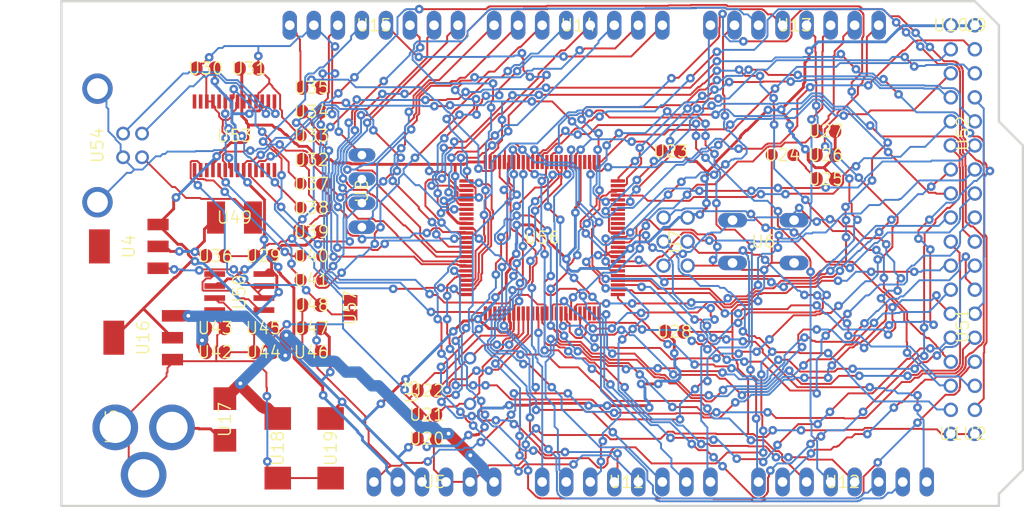
<source format=kicad_pcb>
(kicad_pcb (version 20171130) (host pcbnew "(5.1.4-0-10_14)")
  (layers (0 Top signal) (31 Bottom signal) (34 B.Paste user) (35 F.Paste user) (36 B.SilkS user) (37 F.SilkS user) (38 B.Mask user) (39 F.Mask user) (44 Edge.Cuts user))
  (net 0 "")
  (net 1 +5V)
  (net 2 GND)
  (net 3 N$6)
  (net 4 N$7)
  (net 5 AREF)
  (net 6 RESET)
  (net 7 VIN)
  (net 8 N$3)
  (net 9 PWRIN)
  (net 10 M8RXD)
  (net 11 M8TXD)
  (net 12 ADC0)
  (net 13 ADC2)
  (net 14 ADC1)
  (net 15 ADC3)
  (net 16 ADC4)
  (net 17 ADC5)
  (net 18 ADC6)
  (net 19 ADC7)
  (net 20 +3V3)
  (net 21 SDA)
  (net 22 SCL)
  (net 23 ADC9)
  (net 24 ADC8)
  (net 25 ADC10)
  (net 26 ADC11)
  (net 27 ADC12)
  (net 28 ADC13)
  (net 29 ADC14)
  (net 30 ADC15)
  (net 31 PB3)
  (net 32 PB2)
  (net 33 PB1)
  (net 34 PB5)
  (net 35 PB4)
  (net 36 PE5)
  (net 37 PE4)
  (net 38 PE3)
  (net 39 PE1)
  (net 40 PE0)
  (net 41 N$15)
  (net 42 N$53)
  (net 43 N$54)
  (net 44 N$55)
  (net 45 D-)
  (net 46 D+)
  (net 47 N$60)
  (net 48 DTR)
  (net 49 USBVCC)
  (net 50 N$2)
  (net 51 N$4)
  (net 52 GATE_CMD)
  (net 53 CMP)
  (net 54 PB6)
  (net 55 PH3)
  (net 56 PH4)
  (net 57 PH5)
  (net 58 PH6)
  (net 59 PG5)
  (net 60 RXD1)
  (net 61 TXD1)
  (net 62 RXD2)
  (net 63 RXD3)
  (net 64 TXD2)
  (net 65 TXD3)
  (net 66 PC0)
  (net 67 PC1)
  (net 68 PC2)
  (net 69 PC3)
  (net 70 PC4)
  (net 71 PC5)
  (net 72 PC6)
  (net 73 PC7)
  (net 74 PB0)
  (net 75 PG0)
  (net 76 PG1)
  (net 77 PG2)
  (net 78 PD7)
  (net 79 PA0)
  (net 80 PA1)
  (net 81 PA2)
  (net 82 PA3)
  (net 83 PA4)
  (net 84 PA5)
  (net 85 PA6)
  (net 86 PA7)
  (net 87 PL0)
  (net 88 PL1)
  (net 89 PL2)
  (net 90 PL3)
  (net 91 PL4)
  (net 92 PL5)
  (net 93 PL6)
  (net 94 PL7)
  (net 95 PB7)
  (net 96 CTS)
  (net 97 DSR)
  (net 98 DCD)
  (net 99 RI)
  (module "Arduino MEGA Reference Design:1X01" (layer Top) (at 191.681100 124.053600)
    (fp_text reference "U1")
    (fp_text value "")
  )
  (module "Arduino MEGA Reference Design:1X01" (layer Top) (at 194.221100 124.053600)
    (fp_text reference "U2")
    (fp_text value "")
  )
  (module "Arduino MEGA Reference Design:HC49_S" (layer Top) (at 140.881100 118.465600 90.000000)
    (fp_text reference "U3")
    (fp_text value "")
  )
  (module "Arduino MEGA Reference Design:SOT223" (layer Top) (at 104.813100 104.241600 90.000000)
    (fp_text reference "U4")
    (fp_text value "")
  )
  (module "Arduino MEGA Reference Design:1X06" (layer Top) (at 137.071100 129.133600)
    (fp_text reference "U5")
    (fp_text value "")
  )
  (module "Arduino MEGA Reference Design:B3F-10XX" (layer Top) (at 171.869100 103.733600 180.000000)
    (fp_text reference "U6")
    (fp_text value "")
  )
  (module "Arduino MEGA Reference Design:2X03" (layer Top) (at 162.598100 103.733600 270.000000)
    (fp_text reference "U7")
    (fp_text value "")
  )
  (module "Arduino MEGA Reference Design:JP4" (layer Top) (at 129.451100 98.399600 270.000000)
    (fp_text reference "U8")
    (fp_text value "")
  )
  (module "Arduino MEGA Reference Design:1X01" (layer Top) (at 194.221100 80.873600)
    (fp_text reference "U9")
    (fp_text value "")
  )
  (module "Arduino MEGA Reference Design:1X01" (layer Top) (at 191.681100 80.873600)
    (fp_text reference "U10")
    (fp_text value "")
  )
  (module "Arduino MEGA Reference Design:1X08" (layer Top) (at 157.391100 129.133600)
    (fp_text reference "U11")
    (fp_text value "")
  )
  (module "Arduino MEGA Reference Design:1X08" (layer Top) (at 180.251100 129.133600)
    (fp_text reference "U12")
    (fp_text value "")
  )
  (module "Arduino MEGA Reference Design:1X08" (layer Top) (at 175.171100 80.873600 180.000000)
    (fp_text reference "U13")
    (fp_text value "")
  )
  (module "Arduino MEGA Reference Design:1X08" (layer Top) (at 152.311100 80.873600 180.000000)
    (fp_text reference "U14")
    (fp_text value "")
  )
  (module "Arduino MEGA Reference Design:1X08" (layer Top) (at 130.721100 80.873600 180.000000)
    (fp_text reference "U15")
    (fp_text value "")
  )
  (module "Arduino MEGA Reference Design:SOT223" (layer Top) (at 106.337100 113.893600 90.000000)
    (fp_text reference "U16")
    (fp_text value "")
  )
  (module "Arduino MEGA Reference Design:SMB" (layer Top) (at 114.973100 122.529600 270.000000)
    (fp_text reference "U17")
    (fp_text value "")
  )
  (module "Arduino MEGA Reference Design:SMC_D" (layer Top) (at 120.561100 125.577600 270.000000)
    (fp_text reference "U18")
    (fp_text value "")
  )
  (module "Arduino MEGA Reference Design:SMC_D" (layer Top) (at 126.149100 125.577600 270.000000)
    (fp_text reference "U19")
    (fp_text value "")
  )
  (module "Arduino MEGA Reference Design:C0805RND" (layer Top) (at 136.309100 124.561600)
    (fp_text reference "U20")
    (fp_text value "")
  )
  (module "Arduino MEGA Reference Design:C0805RND" (layer Top) (at 136.309100 122.021600)
    (fp_text reference "U21")
    (fp_text value "")
  )
  (module "Arduino MEGA Reference Design:C0805RND" (layer Top) (at 136.309100 119.481600)
    (fp_text reference "U22")
    (fp_text value "")
  )
  (module "Arduino MEGA Reference Design:C0805RND" (layer Top) (at 162.090100 94.208600 180.000000)
    (fp_text reference "U23")
    (fp_text value "")
  )
  (module "Arduino MEGA Reference Design:0805RND" (layer Top) (at 173.901100 94.589600 180.000000)
    (fp_text reference "U24")
    (fp_text value "")
  )
  (module "Arduino MEGA Reference Design:R0805RND" (layer Top) (at 178.473100 97.129600 180.000000)
    (fp_text reference "U25")
    (fp_text value "")
  )
  (module "Arduino MEGA Reference Design:R0805RND" (layer Top) (at 178.473100 94.589600 180.000000)
    (fp_text reference "U26")
    (fp_text value "")
  )
  (module "Arduino MEGA Reference Design:R0805RND" (layer Top) (at 178.473100 92.049600 180.000000)
    (fp_text reference "U27")
    (fp_text value "")
  )
  (module "Arduino MEGA Reference Design:C0805RND" (layer Top) (at 162.471100 113.258600)
    (fp_text reference "U28")
    (fp_text value "")
  )
  (module "Arduino MEGA Reference Design:C0805RND" (layer Top) (at 119.037100 105.257600)
    (fp_text reference "U29")
    (fp_text value "")
  )
  (module "Arduino MEGA Reference Design:C0805RND" (layer Top) (at 112.941100 85.445600)
    (fp_text reference "U30")
    (fp_text value "")
  )
  (module "Arduino MEGA Reference Design:C0805RND" (layer Top) (at 117.513100 85.445600)
    (fp_text reference "U31")
    (fp_text value "")
  )
  (module "Arduino MEGA Reference Design:R0805RND" (layer Top) (at 124.117100 95.097600)
    (fp_text reference "U32")
    (fp_text value "")
  )
  (module "Arduino MEGA Reference Design:0805RND" (layer Top) (at 124.117100 92.557600 180.000000)
    (fp_text reference "U33")
    (fp_text value "")
  )
  (module "Arduino MEGA Reference Design:R0805RND" (layer Top) (at 124.117100 90.017600 180.000000)
    (fp_text reference "U34")
    (fp_text value "")
  )
  (module "Arduino MEGA Reference Design:C0805RND" (layer Top) (at 124.117100 87.477600)
    (fp_text reference "U35")
    (fp_text value "")
  )
  (module "Arduino MEGA Reference Design:C0805RND" (layer Top) (at 113.957100 105.257600)
    (fp_text reference "U36")
    (fp_text value "")
  )
  (module "Arduino MEGA Reference Design:0805RND" (layer Top) (at 124.117100 97.637600 180.000000)
    (fp_text reference "U37")
    (fp_text value "")
  )
  (module "Arduino MEGA Reference Design:0805RND" (layer Top) (at 124.117100 100.177600 180.000000)
    (fp_text reference "U38")
    (fp_text value "")
  )
  (module "Arduino MEGA Reference Design:R0805RND" (layer Top) (at 124.117100 102.717600)
    (fp_text reference "U39")
    (fp_text value "")
  )
  (module "Arduino MEGA Reference Design:RCL_0805RND" (layer Top) (at 124.117100 105.257600)
    (fp_text reference "U40")
    (fp_text value "")
  )
  (module "Arduino MEGA Reference Design:RCL_0805RND" (layer Top) (at 124.117100 107.797600)
    (fp_text reference "U41")
    (fp_text value "")
  )
  (module "Arduino MEGA Reference Design:R0805RND" (layer Top) (at 113.957100 115.417600 180.000000)
    (fp_text reference "U42")
    (fp_text value "")
  )
  (module "Arduino MEGA Reference Design:C0805RND" (layer Top) (at 113.957100 112.877600)
    (fp_text reference "U43")
    (fp_text value "")
  )
  (module "Arduino MEGA Reference Design:C0805RND" (layer Top) (at 119.037100 115.417600 180.000000)
    (fp_text reference "U44")
    (fp_text value "")
  )
  (module "Arduino MEGA Reference Design:R0805RND" (layer Top) (at 119.037100 112.877600 180.000000)
    (fp_text reference "U45")
    (fp_text value "")
  )
  (module "Arduino MEGA Reference Design:C0805RND" (layer Top) (at 124.117100 115.417600)
    (fp_text reference "U46")
    (fp_text value "")
  )
  (module "Arduino MEGA Reference Design:R0805RND" (layer Top) (at 124.117100 112.877600)
    (fp_text reference "U47")
    (fp_text value "")
  )
  (module "Arduino MEGA Reference Design:C0805RND" (layer Top) (at 124.117100 110.439200 180.000000)
    (fp_text reference "U48")
    (fp_text value "")
  )
  (module "Arduino MEGA Reference Design:L1812" (layer Top) (at 115.989100 101.193600)
    (fp_text reference "U49")
    (fp_text value "")
  )
  (module "Arduino MEGA Reference Design:SO08" (layer Top) (at 116.497100 109.067600 270.000000)
    (fp_text reference "U50")
    (fp_text value "")
  )
  (module "Arduino MEGA Reference Design:2X08" (layer Top) (at 192.951100 112.623600 90.000000)
    (fp_text reference "U51")
    (fp_text value "")
  )
  (module "Arduino MEGA Reference Design:2X08" (layer Top) (at 192.951100 92.303600 90.000000)
    (fp_text reference "U52")
    (fp_text value "")
  )
  (module "Arduino MEGA Reference Design:SSOP28" (layer Top) (at 115.989100 92.557600)
    (fp_text reference "U53")
    (fp_text value "")
  )
  (module "Arduino MEGA Reference Design:PN61729" (layer Top) (at 101.511100 93.573600 270.000000)
    (fp_text reference "U54")
    (fp_text value "")
  )
  (module "Arduino MEGA Reference Design:DC-21MM" (layer Top) (at 103.035100 123.291600 90.000000)
    (fp_text reference "U55")
    (fp_text value "")
  )
  (module "Arduino MEGA Reference Design:TQFP100" (layer Top) (at 148.501100 103.327200)
    (fp_text reference "U56")
    (fp_text value "")
  )
  (module "Arduino MEGA Reference Design:SJ" (layer Top) (at 128.181100 110.718600 270.000000)
    (fp_text reference "U57")
    (fp_text value "")
  )
  (gr_line (start 97.7011 78.3336) (end 194.2211 78.3336) (layer Edge.Cuts) (width 0.254))
  (gr_line (start 194.2211 78.3336) (end 196.7611 80.8736) (layer Edge.Cuts) (width 0.254))
  (gr_line (start 196.7611 91.0336) (end 199.3011 93.5736) (layer Edge.Cuts) (width 0.254))
  (gr_line (start 199.3011 93.5736) (end 199.3011 127.8636) (layer Edge.Cuts) (width 0.254))
  (gr_line (start 199.3011 127.8636) (end 196.7611 130.4036) (layer Edge.Cuts) (width 0.254))
  (gr_line (start 196.7611 130.4036) (end 196.7611 131.6736) (layer Edge.Cuts) (width 0.254))
  (gr_line (start 196.7611 131.6736) (end 97.7011 131.6736) (layer Edge.Cuts) (width 0.254))
  (gr_line (start 97.7011 131.6736) (end 97.7011 78.3336) (layer Edge.Cuts) (width 0.254))
  (gr_line (start 196.7611 80.8736) (end 196.7611 91.0336) (layer Edge.Cuts) (width 0.254))
  (segment (start 135.811102 129.123601) (end 112.711102 106.023601) (width 0.304800) (layer Bottom) (net 1))
  (segment (start 112.711102 106.023601) (end 112.011102 106.023601) (width 0.304800) (layer Bottom) (net 1))
  (segment (start 112.011102 106.023601) (end 111.811102 105.823601) (width 0.304800) (layer Bottom) (net 1))
  (segment (start 111.811102 105.823601) (end 111.161102 105.173601) (width 0.304800) (layer Top) (net 1))
  (segment (start 111.161102 105.173601) (end 111.161102 105.123601) (width 0.304800) (layer Top) (net 1))
  (segment (start 111.161102 105.123601) (end 111.111102 105.073601) (width 0.304800) (layer Top) (net 1))
  (segment (start 111.111102 105.073601) (end 111.111102 104.723601) (width 0.304800) (layer Top) (net 1))
  (segment (start 111.111102 104.723601) (end 110.411102 104.023601) (width 0.304800) (layer Top) (net 1))
  (segment (start 110.411102 104.023601) (end 110.011102 104.023601) (width 0.304800) (layer Top) (net 1))
  (segment (start 110.011102 104.023601) (end 107.911102 101.923601) (width 0.304800) (layer Top) (net 1))
  (segment (start 163.861102 101.173601) (end 162.961102 101.173601) (width 0.304800) (layer Bottom) (net 1))
  (segment (start 162.961102 101.173601) (end 161.911102 102.223601) (width 0.304800) (layer Bottom) (net 1))
  (segment (start 161.911102 102.223601) (end 161.361102 102.223601) (width 0.304800) (layer Bottom) (net 1))
  (segment (start 161.361102 102.223601) (end 159.911102 103.673601) (width 0.304800) (layer Bottom) (net 1))
  (segment (start 159.911102 103.673601) (end 159.861102 103.673601) (width 0.304800) (layer Bottom) (net 1))
  (segment (start 159.861102 103.673601) (end 159.761102 103.773601) (width 0.304800) (layer Bottom) (net 1))
  (segment (start 159.761102 103.773601) (end 158.361102 103.773601) (width 0.304800) (layer Bottom) (net 1))
  (segment (start 158.361102 103.773601) (end 155.561102 106.573601) (width 0.304800) (layer Bottom) (net 1))
  (segment (start 155.561102 106.573601) (end 152.561102 106.573601) (width 0.304800) (layer Bottom) (net 1))
  (segment (start 152.561102 106.573601) (end 152.261102 106.873601) (width 0.304800) (layer Bottom) (net 1))
  (segment (start 152.261102 106.873601) (end 151.611102 106.873601) (width 0.304800) (layer Bottom) (net 1))
  (segment (start 151.611102 106.873601) (end 151.561102 106.823601) (width 0.304800) (layer Bottom) (net 1))
  (segment (start 151.561102 106.823601) (end 151.511102 106.823601) (width 0.304800) (layer Bottom) (net 1))
  (segment (start 151.511102 106.823601) (end 151.261102 106.573601) (width 0.304800) (layer Bottom) (net 1))
  (segment (start 151.261102 106.573601) (end 151.261102 106.523601) (width 0.304800) (layer Bottom) (net 1))
  (segment (start 151.261102 106.523601) (end 151.211102 106.473601) (width 0.304800) (layer Bottom) (net 1))
  (segment (start 151.211102 106.473601) (end 151.211102 105.723601) (width 0.304800) (layer Bottom) (net 1))
  (segment (start 151.211102 105.723601) (end 151.061102 105.573601) (width 0.304800) (layer Bottom) (net 1))
  (segment (start 151.061102 105.573601) (end 147.461102 101.973601) (width 0.304800) (layer Top) (net 1))
  (segment (start 147.461102 101.973601) (end 145.811102 101.973601) (width 0.304800) (layer Top) (net 1))
  (segment (start 145.811102 101.973601) (end 145.811102 103.923601) (width 0.304800) (layer Bottom) (net 1))
  (segment (start 145.811102 103.923601) (end 145.761102 103.973601) (width 0.304800) (layer Bottom) (net 1))
  (segment (start 145.761102 103.973601) (end 145.761102 105.023601) (width 0.304800) (layer Bottom) (net 1))
  (segment (start 145.761102 105.023601) (end 145.761102 105.073601) (width 0.304800) (layer Top) (net 1))
  (segment (start 145.761102 105.073601) (end 145.161102 105.673601) (width 0.304800) (layer Top) (net 1))
  (segment (start 145.161102 105.673601) (end 145.161102 105.723601) (width 0.304800) (layer Top) (net 1))
  (segment (start 145.161102 105.723601) (end 145.111102 105.773601) (width 0.304800) (layer Top) (net 1))
  (segment (start 145.111102 105.773601) (end 145.111102 106.623601) (width 0.304800) (layer Top) (net 1))
  (segment (start 145.111102 106.623601) (end 144.861102 106.873601) (width 0.304800) (layer Top) (net 1))
  (segment (start 144.861102 106.873601) (end 144.861102 106.923601) (width 0.304800) (layer Top) (net 1))
  (segment (start 144.861102 106.923601) (end 144.711102 107.073601) (width 0.304800) (layer Top) (net 1))
  (segment (start 144.711102 107.073601) (end 144.711102 108.473601) (width 0.304800) (layer Top) (net 1))
  (segment (start 144.711102 108.473601) (end 143.561102 109.623601) (width 0.304800) (layer Top) (net 1))
  (segment (start 143.561102 109.623601) (end 143.561102 110.073601) (width 0.304800) (layer Bottom) (net 1))
  (segment (start 143.561102 110.073601) (end 141.711102 111.923601) (width 0.304800) (layer Bottom) (net 1))
  (segment (start 141.711102 111.923601) (end 141.661102 111.923601) (width 0.304800) (layer Top) (net 1))
  (segment (start 141.661102 111.923601) (end 141.561102 112.023601) (width 0.304800) (layer Top) (net 1))
  (segment (start 141.561102 112.023601) (end 140.811102 112.023601) (width 0.304800) (layer Top) (net 1))
  (segment (start 140.811102 112.023601) (end 140.711102 112.123601) (width 0.304800) (layer Top) (net 1))
  (segment (start 140.711102 112.123601) (end 140.211102 112.123601) (width 0.304800) (layer Top) (net 1))
  (segment (start 140.211102 112.123601) (end 139.111102 113.223601) (width 0.304800) (layer Top) (net 1))
  (segment (start 139.111102 113.223601) (end 134.061102 118.273601) (width 0.304800) (layer Bottom) (net 1))
  (segment (start 134.061102 118.273601) (end 131.461102 120.873601) (width 0.304800) (layer Top) (net 1))
  (segment (start 131.461102 120.873601) (end 129.511102 122.823601) (width 0.304800) (layer Bottom) (net 1))
  (segment (start 194.211103 80.873600) (end 194.161103 80.923600) (width 0.304800) (layer Bottom) (net 1))
  (segment (start 194.161103 80.923600) (end 186.611103 80.923600) (width 0.304800) (layer Bottom) (net 1))
  (segment (start 186.611103 80.923600) (end 186.311103 81.223600) (width 0.304800) (layer Bottom) (net 1))
  (segment (start 186.311103 81.223600) (end 186.261103 81.223600) (width 0.304800) (layer Bottom) (net 1))
  (segment (start 186.261103 81.223600) (end 186.211103 81.273600) (width 0.304800) (layer Bottom) (net 1))
  (segment (start 186.211103 81.273600) (end 186.161103 81.273600) (width 0.304800) (layer Bottom) (net 1))
  (segment (start 186.161103 81.273600) (end 184.811103 82.623600) (width 0.304800) (layer Bottom) (net 1))
  (segment (start 184.811103 82.623600) (end 177.661103 82.623600) (width 0.304800) (layer Bottom) (net 1))
  (segment (start 177.661103 82.623600) (end 176.711103 83.573600) (width 0.304800) (layer Bottom) (net 1))
  (segment (start 176.711103 83.573600) (end 176.711103 84.373600) (width 0.304800) (layer Top) (net 1))
  (segment (start 176.711103 84.373600) (end 176.261103 84.823600) (width 0.304800) (layer Top) (net 1))
  (segment (start 176.261103 84.823600) (end 176.261103 86.873601) (width 0.304800) (layer Top) (net 1))
  (segment (start 176.261103 86.873601) (end 176.161103 86.973601) (width 0.304800) (layer Top) (net 1))
  (segment (start 176.161103 86.973601) (end 176.161103 87.023601) (width 0.304800) (layer Top) (net 1))
  (segment (start 176.161103 87.023601) (end 176.111103 87.073601) (width 0.304800) (layer Top) (net 1))
  (segment (start 176.111103 87.073601) (end 176.111103 87.423601) (width 0.304800) (layer Top) (net 1))
  (segment (start 176.111103 87.423601) (end 173.761103 89.773601) (width 0.304800) (layer Top) (net 1))
  (segment (start 173.761103 89.773601) (end 173.711103 89.823601) (width 0.304800) (layer Bottom) (net 1))
  (segment (start 173.711103 89.823601) (end 172.361102 89.823601) (width 0.304800) (layer Bottom) (net 1))
  (segment (start 172.361102 89.823601) (end 172.311102 89.823601) (width 0.304800) (layer Top) (net 1))
  (segment (start 172.311102 89.823601) (end 170.161102 91.973601) (width 0.304800) (layer Top) (net 1))
  (segment (start 170.161102 91.973601) (end 170.061102 91.973601) (width 0.304800) (layer Top) (net 1))
  (segment (start 170.061102 91.973601) (end 169.511102 92.523601) (width 0.304800) (layer Top) (net 1))
  (segment (start 169.511102 92.523601) (end 169.511102 92.573601) (width 0.304800) (layer Top) (net 1))
  (segment (start 169.511102 92.573601) (end 169.461102 92.623601) (width 0.304800) (layer Top) (net 1))
  (segment (start 169.461102 92.623601) (end 169.461102 92.723601) (width 0.304800) (layer Top) (net 1))
  (segment (start 169.461102 92.723601) (end 166.861102 95.323601) (width 0.304800) (layer Top) (net 1))
  (segment (start 166.861102 95.323601) (end 166.861102 95.473601) (width 0.304800) (layer Top) (net 1))
  (segment (start 166.861102 95.473601) (end 166.011102 96.323601) (width 0.304800) (layer Top) (net 1))
  (segment (start 166.011102 96.323601) (end 166.011102 96.373601) (width 0.304800) (layer Top) (net 1))
  (segment (start 166.011102 96.373601) (end 165.961102 96.423601) (width 0.304800) (layer Top) (net 1))
  (segment (start 165.961102 96.423601) (end 165.961102 96.773601) (width 0.304800) (layer Top) (net 1))
  (segment (start 165.961102 96.773601) (end 165.661102 97.073601) (width 0.304800) (layer Top) (net 1))
  (segment (start 165.661102 97.073601) (end 165.861102 97.273601) (width 0.304800) (layer Bottom) (net 1))
  (segment (start 165.861102 97.273601) (end 165.861102 99.673601) (width 0.304800) (layer Bottom) (net 1))
  (segment (start 165.861102 99.673601) (end 165.861102 100.173601) (width 0.304800) (layer Top) (net 1))
  (segment (start 165.861102 100.173601) (end 165.161102 100.873601) (width 0.304800) (layer Top) (net 1))
  (segment (start 165.161102 100.873601) (end 164.511102 100.873601) (width 0.304800) (layer Bottom) (net 1))
  (segment (start 164.511102 100.873601) (end 164.261102 101.123601) (width 0.304800) (layer Bottom) (net 1))
  (segment (start 164.261102 101.123601) (end 163.911102 101.123601) (width 0.304800) (layer Bottom) (net 1))
  (segment (start 163.911102 101.123601) (end 163.861102 101.173601) (width 0.304800) (layer Bottom) (net 1))
  (segment (start 191.661103 80.873600) (end 191.661103 80.923600) (width 0.304800) (layer Bottom) (net 1))
  (segment (start 103.261101 113.873601) (end 103.311101 113.873601) (width 0.304800) (layer Top) (net 1))
  (segment (start 103.311101 113.873601) (end 109.661102 107.523601) (width 0.304800) (layer Top) (net 1))
  (segment (start 109.661102 107.523601) (end 109.761102 107.523601) (width 0.304800) (layer Top) (net 1))
  (segment (start 109.761102 107.523601) (end 110.261102 107.023601) (width 0.304800) (layer Top) (net 1))
  (segment (start 110.261102 107.023601) (end 110.261102 106.973601) (width 0.304800) (layer Top) (net 1))
  (segment (start 110.261102 106.973601) (end 111.611102 105.623601) (width 0.304800) (layer Top) (net 1))
  (segment (start 109.411102 113.873601) (end 106.361102 110.823601) (width 0.304800) (layer Top) (net 1))
  (segment (start 126.161102 122.423601) (end 126.511102 122.073601) (width 0.304800) (layer Top) (net 1))
  (segment (start 126.511102 122.073601) (end 126.511102 121.523601) (width 0.304800) (layer Top) (net 1))
  (segment (start 126.511102 121.523601) (end 127.361102 120.673601) (width 0.304800) (layer Top) (net 1))
  (segment (start 135.311102 124.573601) (end 135.261102 124.573601) (width 0.304800) (layer Top) (net 1))
  (segment (start 135.261102 124.573601) (end 134.361102 125.473601) (width 0.304800) (layer Top) (net 1))
  (segment (start 134.361102 125.473601) (end 133.261102 126.573601) (width 0.304800) (layer Bottom) (net 1))
  (segment (start 163.061102 94.223601) (end 164.111102 95.273601) (width 0.304800) (layer Top) (net 1))
  (segment (start 164.111102 95.273601) (end 164.811102 95.273601) (width 0.304800) (layer Top) (net 1))
  (segment (start 164.811102 95.273601) (end 165.961102 96.423601) (width 0.304800) (layer Top) (net 1))
  (segment (start 179.461103 97.123601) (end 178.261103 95.923601) (width 0.304800) (layer Top) (net 1))
  (segment (start 178.261103 95.923601) (end 177.361103 95.923601) (width 0.304800) (layer Top) (net 1))
  (segment (start 177.361103 95.923601) (end 176.761103 95.323601) (width 0.304800) (layer Top) (net 1))
  (segment (start 176.761103 95.323601) (end 176.761103 95.273601) (width 0.304800) (layer Top) (net 1))
  (segment (start 176.761103 95.273601) (end 176.661103 95.173601) (width 0.304800) (layer Top) (net 1))
  (segment (start 176.661103 95.173601) (end 176.661103 95.123601) (width 0.304800) (layer Top) (net 1))
  (segment (start 176.661103 95.123601) (end 176.611103 95.073601) (width 0.304800) (layer Top) (net 1))
  (segment (start 176.611103 95.073601) (end 176.611103 94.273601) (width 0.304800) (layer Top) (net 1))
  (segment (start 176.611103 94.273601) (end 176.311103 93.973601) (width 0.304800) (layer Top) (net 1))
  (segment (start 176.311103 93.973601) (end 176.311103 93.923601) (width 0.304800) (layer Bottom) (net 1))
  (segment (start 176.311103 93.923601) (end 175.061103 92.673601) (width 0.304800) (layer Bottom) (net 1))
  (segment (start 175.061103 92.673601) (end 175.061103 92.473601) (width 0.304800) (layer Bottom) (net 1))
  (segment (start 175.061103 92.473601) (end 174.661103 92.073601) (width 0.304800) (layer Bottom) (net 1))
  (segment (start 174.661103 92.073601) (end 174.661103 91.423601) (width 0.304800) (layer Bottom) (net 1))
  (segment (start 174.661103 91.423601) (end 174.661103 91.023601) (width 0.304800) (layer Top) (net 1))
  (segment (start 174.661103 91.023601) (end 174.461103 90.823601) (width 0.304800) (layer Top) (net 1))
  (segment (start 174.461103 90.823601) (end 174.461103 90.723601) (width 0.304800) (layer Top) (net 1))
  (segment (start 174.461103 90.723601) (end 174.161103 90.423601) (width 0.304800) (layer Top) (net 1))
  (segment (start 174.161103 90.423601) (end 174.161103 90.373601) (width 0.304800) (layer Top) (net 1))
  (segment (start 174.161103 90.373601) (end 173.861103 90.073601) (width 0.304800) (layer Top) (net 1))
  (segment (start 173.861103 90.073601) (end 173.861103 89.873601) (width 0.304800) (layer Top) (net 1))
  (segment (start 173.861103 89.873601) (end 173.761103 89.773601) (width 0.304800) (layer Top) (net 1))
  (segment (start 179.461103 94.573601) (end 179.411103 94.623601) (width 0.304800) (layer Top) (net 1))
  (segment (start 179.411103 94.623601) (end 179.411103 94.773601) (width 0.304800) (layer Top) (net 1))
  (segment (start 179.411103 94.773601) (end 178.261103 95.923601) (width 0.304800) (layer Top) (net 1))
  (segment (start 179.461103 92.073601) (end 179.461103 94.573601) (width 0.304800) (layer Top) (net 1))
  (segment (start 161.511102 113.273601) (end 162.461102 114.223601) (width 0.304800) (layer Top) (net 1))
  (segment (start 162.461102 114.223601) (end 162.461102 115.523601) (width 0.304800) (layer Top) (net 1))
  (segment (start 162.461102 115.523601) (end 162.511102 115.573601) (width 0.304800) (layer Bottom) (net 1))
  (segment (start 162.511102 115.573601) (end 162.511102 116.873601) (width 0.304800) (layer Bottom) (net 1))
  (segment (start 162.511102 116.873601) (end 163.061102 117.423601) (width 0.304800) (layer Bottom) (net 1))
  (segment (start 163.061102 117.423601) (end 163.061102 118.073601) (width 0.304800) (layer Bottom) (net 1))
  (segment (start 163.061102 118.073601) (end 163.011102 118.123601) (width 0.304800) (layer Bottom) (net 1))
  (segment (start 163.011102 118.123601) (end 163.011102 118.173601) (width 0.304800) (layer Bottom) (net 1))
  (segment (start 163.011102 118.173601) (end 162.761102 118.423601) (width 0.304800) (layer Bottom) (net 1))
  (segment (start 162.761102 118.423601) (end 162.711102 118.423601) (width 0.304800) (layer Bottom) (net 1))
  (segment (start 162.711102 118.423601) (end 162.661102 118.473601) (width 0.304800) (layer Bottom) (net 1))
  (segment (start 162.661102 118.473601) (end 161.061102 118.473601) (width 0.304800) (layer Bottom) (net 1))
  (segment (start 161.061102 118.473601) (end 160.761102 118.773601) (width 0.304800) (layer Bottom) (net 1))
  (segment (start 160.761102 118.773601) (end 158.961102 118.773601) (width 0.304800) (layer Top) (net 1))
  (segment (start 158.961102 118.773601) (end 159.361102 119.173601) (width 0.304800) (layer Bottom) (net 1))
  (segment (start 159.361102 119.173601) (end 159.361102 120.273601) (width 0.304800) (layer Bottom) (net 1))
  (segment (start 159.361102 120.273601) (end 159.411102 120.323601) (width 0.304800) (layer Bottom) (net 1))
  (segment (start 159.411102 120.323601) (end 159.411102 120.373601) (width 0.304800) (layer Bottom) (net 1))
  (segment (start 159.411102 120.373601) (end 159.811102 120.773601) (width 0.304800) (layer Bottom) (net 1))
  (segment (start 159.811102 120.773601) (end 159.811102 121.273601) (width 0.304800) (layer Bottom) (net 1))
  (segment (start 159.811102 121.273601) (end 159.611102 121.073601) (width 0.304800) (layer Top) (net 1))
  (segment (start 159.611102 121.073601) (end 155.361102 121.073601) (width 0.304800) (layer Top) (net 1))
  (segment (start 155.361102 121.073601) (end 153.411102 121.073601) (width 0.304800) (layer Bottom) (net 1))
  (segment (start 153.411102 121.073601) (end 153.161102 120.823601) (width 0.304800) (layer Top) (net 1))
  (segment (start 153.161102 120.823601) (end 147.561102 120.823601) (width 0.304800) (layer Top) (net 1))
  (segment (start 147.561102 120.823601) (end 147.511102 120.873601) (width 0.304800) (layer Top) (net 1))
  (segment (start 147.511102 120.873601) (end 147.411102 120.873601) (width 0.304800) (layer Top) (net 1))
  (segment (start 147.411102 120.873601) (end 147.261102 121.023601) (width 0.304800) (layer Top) (net 1))
  (segment (start 147.261102 121.023601) (end 145.011102 121.023601) (width 0.304800) (layer Top) (net 1))
  (segment (start 145.011102 121.023601) (end 144.961102 121.023601) (width 0.304800) (layer Bottom) (net 1))
  (segment (start 144.961102 121.023601) (end 144.811102 121.173601) (width 0.304800) (layer Bottom) (net 1))
  (segment (start 144.811102 121.173601) (end 144.511102 121.173601) (width 0.304800) (layer Bottom) (net 1))
  (segment (start 144.511102 121.173601) (end 144.361102 121.323601) (width 0.304800) (layer Bottom) (net 1))
  (segment (start 144.361102 121.323601) (end 142.111102 121.323601) (width 0.304800) (layer Bottom) (net 1))
  (segment (start 142.111102 121.323601) (end 141.811102 121.623601) (width 0.304800) (layer Bottom) (net 1))
  (segment (start 141.811102 121.623601) (end 141.811102 121.673601) (width 0.304800) (layer Bottom) (net 1))
  (segment (start 141.811102 121.673601) (end 141.761102 121.723601) (width 0.304800) (layer Bottom) (net 1))
  (segment (start 141.761102 121.723601) (end 141.761102 122.323601) (width 0.304800) (layer Bottom) (net 1))
  (segment (start 141.761102 122.323601) (end 141.811102 122.373601) (width 0.304800) (layer Bottom) (net 1))
  (segment (start 141.811102 122.373601) (end 141.811102 122.423601) (width 0.304800) (layer Bottom) (net 1))
  (segment (start 141.811102 122.423601) (end 142.411102 123.023601) (width 0.304800) (layer Bottom) (net 1))
  (segment (start 142.411102 123.023601) (end 142.411102 123.323601) (width 0.304800) (layer Bottom) (net 1))
  (segment (start 142.411102 123.323601) (end 142.411102 123.473601) (width 0.304800) (layer Top) (net 1))
  (segment (start 142.411102 123.473601) (end 141.761102 124.123601) (width 0.304800) (layer Top) (net 1))
  (segment (start 141.761102 124.123601) (end 141.561102 124.123601) (width 0.304800) (layer Top) (net 1))
  (segment (start 141.561102 124.123601) (end 141.511102 124.173601) (width 0.304800) (layer Top) (net 1))
  (segment (start 141.511102 124.173601) (end 140.711102 124.173601) (width 0.304800) (layer Top) (net 1))
  (segment (start 140.711102 124.173601) (end 140.661102 124.173601) (width 0.304800) (layer Bottom) (net 1))
  (segment (start 140.661102 124.173601) (end 139.511102 125.323601) (width 0.304800) (layer Bottom) (net 1))
  (segment (start 139.511102 125.323601) (end 136.411102 125.323601) (width 0.304800) (layer Bottom) (net 1))
  (segment (start 136.411102 125.323601) (end 136.311102 125.423601) (width 0.304800) (layer Bottom) (net 1))
  (segment (start 136.311102 125.423601) (end 135.611102 124.723601) (width 0.304800) (layer Top) (net 1))
  (segment (start 135.611102 124.723601) (end 135.511102 124.723601) (width 0.304800) (layer Top) (net 1))
  (segment (start 135.511102 124.723601) (end 135.461102 124.673601) (width 0.304800) (layer Top) (net 1))
  (segment (start 135.461102 124.673601) (end 135.411102 124.673601) (width 0.304800) (layer Top) (net 1))
  (segment (start 135.411102 124.673601) (end 135.311102 124.573601) (width 0.304800) (layer Top) (net 1))
  (segment (start 120.011102 105.273601) (end 119.911102 105.373601) (width 0.304800) (layer Top) (net 1))
  (segment (start 119.911102 105.373601) (end 119.911102 106.723601) (width 0.304800) (layer Top) (net 1))
  (segment (start 119.911102 106.723601) (end 119.961102 106.773601) (width 0.304800) (layer Top) (net 1))
  (segment (start 119.961102 106.773601) (end 119.961102 106.823601) (width 0.304800) (layer Top) (net 1))
  (segment (start 119.961102 106.823601) (end 120.011102 106.873601) (width 0.304800) (layer Top) (net 1))
  (segment (start 120.011102 106.873601) (end 120.011102 106.923601) (width 0.304800) (layer Top) (net 1))
  (segment (start 120.011102 106.923601) (end 120.461102 107.373601) (width 0.304800) (layer Top) (net 1))
  (segment (start 120.461102 107.373601) (end 120.461102 108.673601) (width 0.304800) (layer Top) (net 1))
  (segment (start 120.461102 108.673601) (end 120.661102 108.873601) (width 0.304800) (layer Top) (net 1))
  (segment (start 120.661102 108.873601) (end 120.661102 109.073601) (width 0.304800) (layer Top) (net 1))
  (segment (start 120.661102 109.073601) (end 118.211102 111.523601) (width 0.304800) (layer Bottom) (net 1))
  (segment (start 116.561102 85.423600) (end 116.561102 85.473600) (width 0.304800) (layer Top) (net 1))
  (segment (start 116.561102 85.473600) (end 116.761102 85.673600) (width 0.304800) (layer Top) (net 1))
  (segment (start 116.761102 85.673600) (end 116.761102 90.473601) (width 0.304800) (layer Top) (net 1))
  (segment (start 116.761102 90.473601) (end 117.261102 90.973601) (width 0.304800) (layer Top) (net 1))
  (segment (start 117.261102 90.973601) (end 117.261102 91.173601) (width 0.304800) (layer Top) (net 1))
  (segment (start 117.261102 91.173601) (end 117.461102 91.373601) (width 0.304800) (layer Top) (net 1))
  (segment (start 117.461102 91.373601) (end 117.461102 92.873601) (width 0.304800) (layer Top) (net 1))
  (segment (start 117.461102 92.873601) (end 117.411102 92.923601) (width 0.304800) (layer Top) (net 1))
  (segment (start 117.411102 92.923601) (end 117.411102 92.973601) (width 0.304800) (layer Top) (net 1))
  (segment (start 117.411102 92.973601) (end 117.161102 93.223601) (width 0.304800) (layer Top) (net 1))
  (segment (start 117.161102 93.223601) (end 117.111102 93.223601) (width 0.304800) (layer Top) (net 1))
  (segment (start 117.111102 93.223601) (end 117.061102 93.273601) (width 0.304800) (layer Top) (net 1))
  (segment (start 117.061102 93.273601) (end 115.611102 93.273601) (width 0.304800) (layer Top) (net 1))
  (segment (start 115.611102 93.273601) (end 115.211102 93.673601) (width 0.304800) (layer Top) (net 1))
  (segment (start 115.211102 93.673601) (end 115.161102 93.673601) (width 0.304800) (layer Top) (net 1))
  (segment (start 115.161102 93.673601) (end 114.111102 94.723601) (width 0.304800) (layer Top) (net 1))
  (segment (start 114.111102 94.723601) (end 111.461102 97.373601) (width 0.304800) (layer Bottom) (net 1))
  (segment (start 111.461102 97.373601) (end 111.461102 97.423601) (width 0.304800) (layer Bottom) (net 1))
  (segment (start 111.461102 97.423601) (end 109.811102 99.073601) (width 0.304800) (layer Bottom) (net 1))
  (segment (start 109.811102 99.073601) (end 109.811102 99.123601) (width 0.304800) (layer Top) (net 1))
  (segment (start 109.811102 99.123601) (end 109.561102 99.373601) (width 0.304800) (layer Top) (net 1))
  (segment (start 109.561102 99.373601) (end 109.561102 100.273601) (width 0.304800) (layer Top) (net 1))
  (segment (start 109.561102 100.273601) (end 107.911102 101.923601) (width 0.304800) (layer Top) (net 1))
  (segment (start 125.111102 95.073601) (end 125.061102 95.073601) (width 0.304800) (layer Top) (net 1))
  (segment (start 125.061102 95.073601) (end 123.661102 93.673601) (width 0.304800) (layer Top) (net 1))
  (segment (start 123.661102 93.673601) (end 122.811102 93.673601) (width 0.304800) (layer Top) (net 1))
  (segment (start 122.811102 93.673601) (end 122.511102 93.373601) (width 0.304800) (layer Top) (net 1))
  (segment (start 122.511102 93.373601) (end 122.411102 93.373601) (width 0.304800) (layer Top) (net 1))
  (segment (start 122.411102 93.373601) (end 121.461102 92.423601) (width 0.304800) (layer Top) (net 1))
  (segment (start 121.461102 92.423601) (end 121.361102 92.423601) (width 0.304800) (layer Top) (net 1))
  (segment (start 121.361102 92.423601) (end 120.811102 91.873601) (width 0.304800) (layer Top) (net 1))
  (segment (start 120.811102 91.873601) (end 120.711102 91.873601) (width 0.304800) (layer Top) (net 1))
  (segment (start 120.711102 91.873601) (end 120.511102 91.673601) (width 0.304800) (layer Top) (net 1))
  (segment (start 120.511102 91.673601) (end 120.211102 91.673601) (width 0.304800) (layer Top) (net 1))
  (segment (start 120.211102 91.673601) (end 119.961102 91.423601) (width 0.304800) (layer Top) (net 1))
  (segment (start 119.961102 91.423601) (end 117.461102 91.423601) (width 0.304800) (layer Top) (net 1))
  (segment (start 125.111102 102.723601) (end 124.511102 103.323601) (width 0.304800) (layer Top) (net 1))
  (segment (start 124.511102 103.323601) (end 124.411102 103.323601) (width 0.304800) (layer Top) (net 1))
  (segment (start 124.411102 103.323601) (end 123.711102 104.023601) (width 0.304800) (layer Top) (net 1))
  (segment (start 123.711102 104.023601) (end 123.611102 104.023601) (width 0.304800) (layer Top) (net 1))
  (segment (start 123.611102 104.023601) (end 123.511102 104.123601) (width 0.304800) (layer Top) (net 1))
  (segment (start 123.511102 104.123601) (end 121.011102 104.123601) (width 0.304800) (layer Top) (net 1))
  (segment (start 121.011102 104.123601) (end 120.661102 104.473601) (width 0.304800) (layer Top) (net 1))
  (segment (start 120.661102 104.473601) (end 120.661102 104.523601) (width 0.304800) (layer Top) (net 1))
  (segment (start 120.661102 104.523601) (end 120.611102 104.573601) (width 0.304800) (layer Top) (net 1))
  (segment (start 120.611102 104.573601) (end 120.611102 104.673601) (width 0.304800) (layer Top) (net 1))
  (segment (start 120.611102 104.673601) (end 120.011102 105.273601) (width 0.304800) (layer Top) (net 1))
  (segment (start 125.111102 112.873601) (end 125.111102 112.923601) (width 0.304800) (layer Top) (net 1))
  (segment (start 125.111102 112.923601) (end 126.011102 113.823601) (width 0.304800) (layer Top) (net 1))
  (segment (start 126.011102 113.823601) (end 126.011102 116.123601) (width 0.304800) (layer Top) (net 1))
  (segment (start 126.011102 116.123601) (end 126.111102 116.223601) (width 0.304800) (layer Top) (net 1))
  (segment (start 126.111102 116.223601) (end 126.111102 117.523601) (width 0.304800) (layer Top) (net 1))
  (segment (start 126.111102 117.523601) (end 125.161102 118.473601) (width 0.304800) (layer Bottom) (net 1))
  (segment (start 119.111102 107.173601) (end 119.561102 106.723601) (width 0.304800) (layer Top) (net 1))
  (segment (start 119.561102 106.723601) (end 119.911102 106.723601) (width 0.304800) (layer Top) (net 1))
  (segment (start 116.961102 88.923601) (end 116.761102 88.923601) (width 0.304800) (layer Top) (net 1))
  (segment (start 117.611102 88.923601) (end 116.961102 88.923601) (width 0.304800) (layer Top) (net 1))
  (segment (start 113.711102 96.173601) (end 113.711102 95.473601) (width 0.304800) (layer Top) (net 1))
  (segment (start 113.711102 95.473601) (end 114.111102 95.073601) (width 0.304800) (layer Top) (net 1))
  (segment (start 114.111102 95.073601) (end 114.111102 94.723601) (width 0.304800) (layer Top) (net 1))
  (segment (start 142.511102 95.323601) (end 140.661102 95.323601) (width 0.304800) (layer Top) (net 1))
  (segment (start 140.661102 95.323601) (end 140.461102 95.523601) (width 0.304800) (layer Top) (net 1))
  (segment (start 140.461102 95.523601) (end 140.261102 95.523601) (width 0.304800) (layer Top) (net 1))
  (segment (start 140.261102 95.523601) (end 140.211102 95.573601) (width 0.304800) (layer Top) (net 1))
  (segment (start 140.211102 95.573601) (end 129.761102 95.573601) (width 0.304800) (layer Top) (net 1))
  (segment (start 129.761102 95.573601) (end 129.711102 95.523601) (width 0.304800) (layer Top) (net 1))
  (segment (start 129.711102 95.523601) (end 128.311102 95.523601) (width 0.304800) (layer Top) (net 1))
  (segment (start 128.311102 95.523601) (end 128.261102 95.473601) (width 0.304800) (layer Top) (net 1))
  (segment (start 128.261102 95.473601) (end 128.211102 95.473601) (width 0.304800) (layer Top) (net 1))
  (segment (start 128.211102 95.473601) (end 128.161102 95.423601) (width 0.304800) (layer Top) (net 1))
  (segment (start 128.161102 95.423601) (end 126.561102 95.423601) (width 0.304800) (layer Top) (net 1))
  (segment (start 126.561102 95.423601) (end 126.461102 95.323601) (width 0.304800) (layer Top) (net 1))
  (segment (start 126.461102 95.323601) (end 126.411102 95.323601) (width 0.304800) (layer Top) (net 1))
  (segment (start 126.411102 95.323601) (end 126.161102 95.073601) (width 0.304800) (layer Top) (net 1))
  (segment (start 126.161102 95.073601) (end 125.111102 95.073601) (width 0.304800) (layer Top) (net 1))
  (segment (start 152.511102 95.323601) (end 152.511102 99.423601) (width 0.304800) (layer Top) (net 1))
  (segment (start 152.511102 99.423601) (end 152.361102 99.573601) (width 0.304800) (layer Top) (net 1))
  (segment (start 152.361102 99.573601) (end 152.361102 99.823601) (width 0.304800) (layer Top) (net 1))
  (segment (start 152.361102 99.823601) (end 152.011102 100.173601) (width 0.304800) (layer Top) (net 1))
  (segment (start 152.011102 100.173601) (end 152.011102 100.673601) (width 0.304800) (layer Top) (net 1))
  (segment (start 152.011102 100.673601) (end 152.011102 104.373601) (width 0.304800) (layer Bottom) (net 1))
  (segment (start 152.011102 104.373601) (end 151.461102 104.923601) (width 0.304800) (layer Bottom) (net 1))
  (segment (start 151.461102 104.923601) (end 151.461102 104.973601) (width 0.304800) (layer Bottom) (net 1))
  (segment (start 151.461102 104.973601) (end 151.161102 105.273601) (width 0.304800) (layer Bottom) (net 1))
  (segment (start 151.161102 105.273601) (end 151.161102 105.473601) (width 0.304800) (layer Bottom) (net 1))
  (segment (start 151.161102 105.473601) (end 151.061102 105.573601) (width 0.304800) (layer Bottom) (net 1))
  (segment (start 156.511102 104.323601) (end 156.561102 104.373601) (width 0.304800) (layer Top) (net 1))
  (segment (start 156.561102 104.373601) (end 157.411102 104.373601) (width 0.304800) (layer Top) (net 1))
  (segment (start 157.411102 104.373601) (end 157.511102 104.473601) (width 0.304800) (layer Top) (net 1))
  (segment (start 157.511102 104.473601) (end 157.811102 104.473601) (width 0.304800) (layer Top) (net 1))
  (segment (start 157.811102 104.473601) (end 157.761102 104.423601) (width 0.304800) (layer Bottom) (net 1))
  (segment (start 157.761102 104.423601) (end 157.711102 104.423601) (width 0.304800) (layer Bottom) (net 1))
  (segment (start 145.011102 111.323601) (end 145.061102 111.373601) (width 0.304800) (layer Top) (net 1))
  (segment (start 145.061102 111.373601) (end 145.061102 112.223601) (width 0.304800) (layer Top) (net 1))
  (segment (start 145.061102 112.223601) (end 145.161102 112.323601) (width 0.304800) (layer Top) (net 1))
  (segment (start 145.161102 112.323601) (end 145.161102 112.923601) (width 0.304800) (layer Top) (net 1))
  (segment (start 145.161102 112.923601) (end 145.111102 112.973601) (width 0.304800) (layer Top) (net 1))
  (segment (start 145.111102 112.973601) (end 145.111102 113.023601) (width 0.304800) (layer Top) (net 1))
  (segment (start 145.111102 113.023601) (end 144.861102 113.273601) (width 0.304800) (layer Top) (net 1))
  (segment (start 144.861102 113.273601) (end 144.811102 113.273601) (width 0.304800) (layer Top) (net 1))
  (segment (start 144.811102 113.273601) (end 144.761102 113.323601) (width 0.304800) (layer Top) (net 1))
  (segment (start 144.761102 113.323601) (end 144.161102 113.323601) (width 0.304800) (layer Top) (net 1))
  (segment (start 144.161102 113.323601) (end 144.111102 113.273601) (width 0.304800) (layer Top) (net 1))
  (segment (start 144.111102 113.273601) (end 144.061102 113.273601) (width 0.304800) (layer Top) (net 1))
  (segment (start 144.061102 113.273601) (end 143.711102 112.923601) (width 0.304800) (layer Top) (net 1))
  (segment (start 143.711102 112.923601) (end 142.861102 112.923601) (width 0.304800) (layer Top) (net 1))
  (segment (start 142.861102 112.923601) (end 142.261102 112.323601) (width 0.304800) (layer Top) (net 1))
  (segment (start 142.261102 112.323601) (end 142.161102 112.323601) (width 0.304800) (layer Top) (net 1))
  (segment (start 142.161102 112.323601) (end 141.861102 112.023601) (width 0.304800) (layer Top) (net 1))
  (segment (start 141.861102 112.023601) (end 141.811102 112.023601) (width 0.304800) (layer Top) (net 1))
  (segment (start 141.811102 112.023601) (end 141.711102 111.923601) (width 0.304800) (layer Top) (net 1))
  (segment (start 140.511102 101.823601) (end 140.461102 101.773601) (width 0.304800) (layer Top) (net 1))
  (segment (start 140.461102 101.773601) (end 139.611102 101.773601) (width 0.304800) (layer Top) (net 1))
  (segment (start 139.611102 101.773601) (end 138.561102 100.723601) (width 0.304800) (layer Top) (net 1))
  (segment (start 138.561102 100.723601) (end 138.561102 100.673601) (width 0.304800) (layer Top) (net 1))
  (segment (start 138.561102 100.673601) (end 138.511102 100.623601) (width 0.304800) (layer Top) (net 1))
  (segment (start 138.511102 100.623601) (end 138.511102 99.823601) (width 0.304800) (layer Top) (net 1))
  (segment (start 138.511102 99.823601) (end 138.111102 99.423601) (width 0.304800) (layer Top) (net 1))
  (segment (start 138.111102 99.423601) (end 138.561102 99.423601) (width 0.304800) (layer Bottom) (net 1))
  (segment (start 138.561102 99.423601) (end 138.661102 99.323601) (width 0.304800) (layer Bottom) (net 1))
  (segment (start 138.661102 99.323601) (end 138.711102 99.323601) (width 0.304800) (layer Bottom) (net 1))
  (segment (start 138.711102 99.323601) (end 138.761102 99.273601) (width 0.304800) (layer Bottom) (net 1))
  (segment (start 138.761102 99.273601) (end 138.811102 99.273601) (width 0.304800) (layer Bottom) (net 1))
  (segment (start 138.811102 99.273601) (end 138.861102 99.223601) (width 0.304800) (layer Bottom) (net 1))
  (segment (start 138.861102 99.223601) (end 138.911102 99.223601) (width 0.304800) (layer Bottom) (net 1))
  (segment (start 138.911102 99.223601) (end 138.961102 99.173601) (width 0.304800) (layer Bottom) (net 1))
  (segment (start 138.961102 99.173601) (end 139.011102 99.173601) (width 0.304800) (layer Bottom) (net 1))
  (segment (start 139.011102 99.173601) (end 139.311102 98.873601) (width 0.304800) (layer Bottom) (net 1))
  (segment (start 139.311102 98.873601) (end 139.311102 96.823601) (width 0.304800) (layer Bottom) (net 1))
  (segment (start 139.311102 96.823601) (end 139.311102 95.573601) (width 0.304800) (layer Top) (net 1))
  (via (at 111.811102 105.823601) (size 0.914400) (layers Top Bottom) (net 1))
  (via (at 151.061102 105.573601) (size 0.914400) (layers Top Bottom) (net 1))
  (via (at 145.811102 101.973601) (size 0.914400) (layers Top Bottom) (net 1))
  (via (at 145.761102 105.023601) (size 0.914400) (layers Top Bottom) (net 1))
  (via (at 143.561102 109.623601) (size 0.914400) (layers Top Bottom) (net 1))
  (via (at 141.711102 111.923601) (size 0.914400) (layers Top Bottom) (net 1))
  (via (at 139.111102 113.223601) (size 0.914400) (layers Top Bottom) (net 1))
  (via (at 134.061102 118.273601) (size 0.914400) (layers Top Bottom) (net 1))
  (via (at 131.461102 120.873601) (size 0.914400) (layers Top Bottom) (net 1))
  (via (at 176.711103 83.573600) (size 0.914400) (layers Top Bottom) (net 1))
  (via (at 173.761103 89.773601) (size 0.914400) (layers Top Bottom) (net 1))
  (via (at 172.361102 89.823601) (size 0.914400) (layers Top Bottom) (net 1))
  (via (at 165.661102 97.073601) (size 0.914400) (layers Top Bottom) (net 1))
  (via (at 165.861102 99.673601) (size 0.914400) (layers Top Bottom) (net 1))
  (via (at 165.161102 100.873601) (size 0.914400) (layers Top Bottom) (net 1))
  (via (at 127.361102 120.673601) (size 0.914400) (layers Top Bottom) (net 1))
  (via (at 134.361102 125.473601) (size 0.914400) (layers Top Bottom) (net 1))
  (via (at 176.311103 93.973601) (size 0.914400) (layers Top Bottom) (net 1))
  (via (at 174.661103 91.423601) (size 0.914400) (layers Top Bottom) (net 1))
  (via (at 162.461102 115.523601) (size 0.914400) (layers Top Bottom) (net 1))
  (via (at 160.761102 118.773601) (size 0.914400) (layers Top Bottom) (net 1))
  (via (at 158.961102 118.773601) (size 0.914400) (layers Top Bottom) (net 1))
  (via (at 159.811102 121.273601) (size 0.914400) (layers Top Bottom) (net 1))
  (via (at 155.361102 121.073601) (size 0.914400) (layers Top Bottom) (net 1))
  (via (at 153.411102 121.073601) (size 0.914400) (layers Top Bottom) (net 1))
  (via (at 145.011102 121.023601) (size 0.914400) (layers Top Bottom) (net 1))
  (via (at 142.411102 123.323601) (size 0.914400) (layers Top Bottom) (net 1))
  (via (at 140.711102 124.173601) (size 0.914400) (layers Top Bottom) (net 1))
  (via (at 136.311102 125.423601) (size 0.914400) (layers Top Bottom) (net 1))
  (via (at 120.661102 109.073601) (size 0.914400) (layers Top Bottom) (net 1))
  (via (at 114.111102 94.723601) (size 0.914400) (layers Top Bottom) (net 1))
  (via (at 109.811102 99.073601) (size 0.914400) (layers Top Bottom) (net 1))
  (via (at 126.111102 117.523601) (size 0.914400) (layers Top Bottom) (net 1))
  (via (at 152.011102 100.673601) (size 0.914400) (layers Top Bottom) (net 1))
  (via (at 157.811102 104.473601) (size 0.914400) (layers Top Bottom) (net 1))
  (via (at 138.111102 99.423601) (size 0.914400) (layers Top Bottom) (net 1))
  (via (at 139.311102 96.823601) (size 0.914400) (layers Top Bottom) (net 1))
  (segment (start 194.211103 124.073601) (end 191.661103 124.073601) (width 0.203200) (layer Top) (net 2))
  (segment (start 140.861102 129.123601) (end 141.111102 129.123601) (width 0.203200) (layer Top) (net 2))
  (segment (start 141.111102 129.123601) (end 142.861102 127.373601) (width 0.203200) (layer Top) (net 2))
  (segment (start 142.861102 127.373601) (end 146.011102 127.373601) (width 0.203200) (layer Top) (net 2))
  (segment (start 146.011102 127.373601) (end 146.711102 126.673601) (width 0.203200) (layer Top) (net 2))
  (segment (start 146.711102 126.673601) (end 146.711102 126.623601) (width 0.203200) (layer Top) (net 2))
  (segment (start 146.711102 126.623601) (end 146.761102 126.573601) (width 0.203200) (layer Top) (net 2))
  (segment (start 146.761102 126.573601) (end 146.761102 125.173601) (width 0.203200) (layer Top) (net 2))
  (segment (start 146.761102 125.173601) (end 146.761102 124.573601) (width 0.203200) (layer Bottom) (net 2))
  (segment (start 146.761102 124.573601) (end 147.861102 123.473601) (width 0.203200) (layer Bottom) (net 2))
  (segment (start 147.861102 123.473601) (end 148.561102 124.173601) (width 0.203200) (layer Top) (net 2))
  (segment (start 148.561102 124.173601) (end 155.211102 124.173601) (width 0.203200) (layer Top) (net 2))
  (segment (start 155.211102 124.173601) (end 155.261102 124.223601) (width 0.203200) (layer Top) (net 2))
  (segment (start 155.261102 124.223601) (end 155.311102 124.223601) (width 0.203200) (layer Top) (net 2))
  (segment (start 155.311102 124.223601) (end 155.711102 124.623601) (width 0.203200) (layer Top) (net 2))
  (segment (start 155.711102 124.623601) (end 156.311102 124.623601) (width 0.203200) (layer Top) (net 2))
  (segment (start 156.311102 124.623601) (end 156.361102 124.573601) (width 0.203200) (layer Top) (net 2))
  (segment (start 156.361102 124.573601) (end 161.011102 124.573601) (width 0.203200) (layer Top) (net 2))
  (segment (start 161.011102 124.573601) (end 161.761102 123.823601) (width 0.203200) (layer Top) (net 2))
  (segment (start 161.761102 123.823601) (end 162.311102 123.823601) (width 0.203200) (layer Top) (net 2))
  (segment (start 162.311102 123.823601) (end 162.361102 123.873601) (width 0.203200) (layer Top) (net 2))
  (segment (start 162.361102 123.873601) (end 162.411102 123.873601) (width 0.203200) (layer Top) (net 2))
  (segment (start 162.411102 123.873601) (end 162.561102 124.023601) (width 0.203200) (layer Top) (net 2))
  (segment (start 162.561102 124.023601) (end 166.861102 124.023601) (width 0.203200) (layer Top) (net 2))
  (segment (start 166.861102 124.023601) (end 166.911102 124.073601) (width 0.203200) (layer Top) (net 2))
  (segment (start 166.911102 124.073601) (end 170.811102 124.073601) (width 0.203200) (layer Top) (net 2))
  (segment (start 170.811102 124.073601) (end 170.861102 124.123601) (width 0.203200) (layer Top) (net 2))
  (segment (start 170.861102 124.123601) (end 170.911102 124.123601) (width 0.203200) (layer Top) (net 2))
  (segment (start 170.911102 124.123601) (end 171.161102 124.373601) (width 0.203200) (layer Top) (net 2))
  (segment (start 171.161102 124.373601) (end 172.161102 124.373601) (width 0.203200) (layer Top) (net 2))
  (segment (start 172.161102 124.373601) (end 172.861103 123.673601) (width 0.203200) (layer Top) (net 2))
  (segment (start 172.861103 123.673601) (end 175.861103 123.673601) (width 0.203200) (layer Bottom) (net 2))
  (segment (start 175.861103 123.673601) (end 180.411103 123.673601) (width 0.203200) (layer Top) (net 2))
  (segment (start 180.411103 123.673601) (end 180.461103 123.623601) (width 0.203200) (layer Top) (net 2))
  (segment (start 180.461103 123.623601) (end 182.411103 123.623601) (width 0.203200) (layer Top) (net 2))
  (segment (start 182.411103 123.623601) (end 182.611103 123.423601) (width 0.203200) (layer Top) (net 2))
  (segment (start 182.611103 123.423601) (end 183.361103 123.423601) (width 0.203200) (layer Top) (net 2))
  (segment (start 183.361103 123.423601) (end 183.411103 123.473601) (width 0.203200) (layer Top) (net 2))
  (segment (start 183.411103 123.473601) (end 183.461103 123.473601) (width 0.203200) (layer Top) (net 2))
  (segment (start 183.461103 123.473601) (end 183.511103 123.523601) (width 0.203200) (layer Top) (net 2))
  (segment (start 183.511103 123.523601) (end 188.661103 123.523601) (width 0.203200) (layer Top) (net 2))
  (segment (start 188.661103 123.523601) (end 188.711103 123.573601) (width 0.203200) (layer Top) (net 2))
  (segment (start 188.711103 123.573601) (end 190.211103 123.573601) (width 0.203200) (layer Top) (net 2))
  (segment (start 190.211103 123.573601) (end 190.711103 124.073601) (width 0.203200) (layer Top) (net 2))
  (segment (start 190.711103 124.073601) (end 191.661103 124.073601) (width 0.203200) (layer Top) (net 2))
  (segment (start 138.361102 129.123601) (end 140.861102 129.123601) (width 0.203200) (layer Top) (net 2))
  (segment (start 168.611102 105.973601) (end 169.161102 106.523601) (width 0.203200) (layer Top) (net 2))
  (segment (start 169.161102 106.523601) (end 169.411102 106.523601) (width 0.203200) (layer Top) (net 2))
  (segment (start 169.411102 106.523601) (end 169.611102 106.723601) (width 0.203200) (layer Top) (net 2))
  (segment (start 169.611102 106.723601) (end 171.961102 106.723601) (width 0.203200) (layer Top) (net 2))
  (segment (start 171.961102 106.723601) (end 171.961102 108.573601) (width 0.203200) (layer Bottom) (net 2))
  (segment (start 171.961102 108.573601) (end 171.911102 108.623601) (width 0.203200) (layer Bottom) (net 2))
  (segment (start 171.911102 108.623601) (end 171.911102 108.673601) (width 0.203200) (layer Bottom) (net 2))
  (segment (start 171.911102 108.673601) (end 171.311102 109.273601) (width 0.203200) (layer Bottom) (net 2))
  (segment (start 171.311102 109.273601) (end 171.311102 110.023601) (width 0.203200) (layer Bottom) (net 2))
  (segment (start 171.311102 110.023601) (end 170.811102 110.023601) (width 0.203200) (layer Top) (net 2))
  (segment (start 170.811102 110.023601) (end 170.411102 110.423601) (width 0.203200) (layer Top) (net 2))
  (segment (start 170.411102 110.423601) (end 169.211102 110.423601) (width 0.203200) (layer Top) (net 2))
  (segment (start 169.211102 110.423601) (end 168.561102 111.073601) (width 0.203200) (layer Top) (net 2))
  (segment (start 168.561102 111.073601) (end 168.561102 112.623601) (width 0.203200) (layer Top) (net 2))
  (segment (start 168.561102 112.623601) (end 168.611102 112.673601) (width 0.203200) (layer Top) (net 2))
  (segment (start 168.611102 112.673601) (end 168.611102 115.923601) (width 0.203200) (layer Top) (net 2))
  (segment (start 168.611102 115.923601) (end 169.061102 116.373601) (width 0.203200) (layer Top) (net 2))
  (segment (start 169.061102 116.373601) (end 169.061102 116.573601) (width 0.203200) (layer Top) (net 2))
  (segment (start 169.061102 116.573601) (end 169.161102 116.673601) (width 0.203200) (layer Top) (net 2))
  (segment (start 169.161102 116.673601) (end 169.161102 117.123601) (width 0.203200) (layer Top) (net 2))
  (segment (start 169.161102 117.123601) (end 170.261102 118.223601) (width 0.203200) (layer Top) (net 2))
  (segment (start 170.261102 118.223601) (end 170.261102 124.073601) (width 0.203200) (layer Top) (net 2))
  (segment (start 175.111103 105.973601) (end 172.711103 105.973601) (width 0.203200) (layer Top) (net 2))
  (segment (start 172.711103 105.973601) (end 171.961102 106.723601) (width 0.203200) (layer Top) (net 2))
  (segment (start 163.861102 106.273601) (end 167.211102 106.273601) (width 0.203200) (layer Top) (net 2))
  (segment (start 167.211102 106.273601) (end 167.511102 105.973601) (width 0.203200) (layer Top) (net 2))
  (segment (start 167.511102 105.973601) (end 168.611102 105.973601) (width 0.203200) (layer Top) (net 2))
  (segment (start 124.361102 80.873600) (end 126.611102 83.123600) (width 0.203200) (layer Bottom) (net 2))
  (segment (start 126.611102 83.123600) (end 126.311102 83.423600) (width 0.203200) (layer Top) (net 2))
  (segment (start 126.311102 83.423600) (end 126.311102 90.273601) (width 0.203200) (layer Top) (net 2))
  (segment (start 126.311102 90.273601) (end 125.261102 90.273601) (width 0.203200) (layer Bottom) (net 2))
  (segment (start 125.261102 90.273601) (end 124.361102 91.173601) (width 0.203200) (layer Bottom) (net 2))
  (segment (start 124.361102 91.173601) (end 124.361102 100.173601) (width 0.203200) (layer Bottom) (net 2))
  (segment (start 124.361102 100.173601) (end 123.161102 101.373601) (width 0.203200) (layer Bottom) (net 2))
  (segment (start 123.161102 101.373601) (end 122.311102 102.223601) (width 0.203200) (layer Top) (net 2))
  (segment (start 122.311102 102.223601) (end 122.311102 103.173601) (width 0.203200) (layer Top) (net 2))
  (segment (start 122.311102 103.173601) (end 122.061102 103.423601) (width 0.203200) (layer Top) (net 2))
  (segment (start 122.061102 103.423601) (end 124.411102 105.773601) (width 0.203200) (layer Bottom) (net 2))
  (segment (start 124.411102 105.773601) (end 124.411102 106.523601) (width 0.203200) (layer Bottom) (net 2))
  (segment (start 124.411102 106.523601) (end 126.761102 108.873601) (width 0.203200) (layer Bottom) (net 2))
  (segment (start 126.761102 108.873601) (end 126.761102 108.923601) (width 0.203200) (layer Bottom) (net 2))
  (segment (start 126.761102 108.923601) (end 127.461102 109.623601) (width 0.203200) (layer Bottom) (net 2))
  (segment (start 127.461102 109.623601) (end 127.461102 112.923601) (width 0.203200) (layer Bottom) (net 2))
  (segment (start 127.461102 112.923601) (end 133.961102 119.423601) (width 0.203200) (layer Bottom) (net 2))
  (segment (start 133.961102 119.423601) (end 134.011102 119.473601) (width 0.203200) (layer Top) (net 2))
  (segment (start 134.011102 119.473601) (end 134.011102 119.873601) (width 0.203200) (layer Top) (net 2))
  (segment (start 134.011102 119.873601) (end 136.411102 122.273601) (width 0.203200) (layer Top) (net 2))
  (segment (start 136.411102 122.273601) (end 136.411102 122.473601) (width 0.203200) (layer Top) (net 2))
  (segment (start 136.411102 122.473601) (end 137.061102 123.123601) (width 0.203200) (layer Top) (net 2))
  (segment (start 137.061102 123.123601) (end 137.061102 127.823601) (width 0.203200) (layer Top) (net 2))
  (segment (start 137.061102 127.823601) (end 138.361102 129.123601) (width 0.203200) (layer Top) (net 2))
  (segment (start 109.411102 116.223601) (end 109.461102 116.223601) (width 0.203200) (layer Top) (net 2))
  (segment (start 109.461102 116.223601) (end 109.611102 116.373601) (width 0.203200) (layer Top) (net 2))
  (segment (start 109.611102 116.373601) (end 118.311102 116.373601) (width 0.203200) (layer Top) (net 2))
  (segment (start 118.311102 116.373601) (end 118.361102 116.323601) (width 0.203200) (layer Top) (net 2))
  (segment (start 118.361102 116.323601) (end 118.461102 116.323601) (width 0.203200) (layer Top) (net 2))
  (segment (start 118.461102 116.323601) (end 118.561102 116.223601) (width 0.203200) (layer Top) (net 2))
  (segment (start 118.561102 116.223601) (end 118.611102 116.223601) (width 0.203200) (layer Top) (net 2))
  (segment (start 118.611102 116.223601) (end 118.761102 116.073601) (width 0.203200) (layer Top) (net 2))
  (segment (start 118.761102 116.073601) (end 118.761102 116.023601) (width 0.203200) (layer Top) (net 2))
  (segment (start 118.761102 116.023601) (end 118.861102 115.923601) (width 0.203200) (layer Top) (net 2))
  (segment (start 118.861102 115.923601) (end 118.861102 115.823601) (width 0.203200) (layer Top) (net 2))
  (segment (start 118.861102 115.823601) (end 118.911102 115.773601) (width 0.203200) (layer Top) (net 2))
  (segment (start 118.911102 115.773601) (end 118.911102 115.073601) (width 0.203200) (layer Top) (net 2))
  (segment (start 118.911102 115.073601) (end 121.511102 112.473601) (width 0.203200) (layer Top) (net 2))
  (segment (start 121.511102 112.473601) (end 127.461102 112.473601) (width 0.203200) (layer Bottom) (net 2))
  (segment (start 120.561102 128.723601) (end 119.461102 127.623601) (width 0.203200) (layer Top) (net 2))
  (segment (start 119.461102 127.623601) (end 119.461102 126.973601) (width 0.203200) (layer Top) (net 2))
  (segment (start 119.461102 126.973601) (end 119.461102 121.873601) (width 0.203200) (layer Bottom) (net 2))
  (segment (start 119.461102 121.873601) (end 119.411102 121.823601) (width 0.203200) (layer Bottom) (net 2))
  (segment (start 119.411102 121.823601) (end 119.411102 120.073601) (width 0.203200) (layer Bottom) (net 2))
  (segment (start 119.411102 120.073601) (end 119.411102 119.173601) (width 0.203200) (layer Top) (net 2))
  (segment (start 119.411102 119.173601) (end 119.361102 119.123601) (width 0.203200) (layer Top) (net 2))
  (segment (start 119.361102 119.123601) (end 119.361102 117.573601) (width 0.203200) (layer Top) (net 2))
  (segment (start 119.361102 117.573601) (end 118.461102 116.673601) (width 0.203200) (layer Top) (net 2))
  (segment (start 118.461102 116.673601) (end 118.461102 116.323601) (width 0.203200) (layer Top) (net 2))
  (segment (start 126.161102 128.723601) (end 120.561102 128.723601) (width 0.203200) (layer Top) (net 2))
  (segment (start 137.311102 124.573601) (end 137.061102 124.573601) (width 0.203200) (layer Top) (net 2))
  (segment (start 135.311102 122.023601) (end 135.311102 121.973601) (width 0.203200) (layer Top) (net 2))
  (segment (start 135.311102 121.973601) (end 135.711102 121.573601) (width 0.203200) (layer Top) (net 2))
  (segment (start 135.311102 119.473601) (end 134.461102 120.323601) (width 0.203200) (layer Top) (net 2))
  (segment (start 161.111102 94.223601) (end 161.061102 94.173601) (width 0.203200) (layer Top) (net 2))
  (segment (start 161.061102 94.173601) (end 160.511102 94.173601) (width 0.203200) (layer Top) (net 2))
  (segment (start 160.511102 94.173601) (end 159.511102 93.173601) (width 0.203200) (layer Top) (net 2))
  (segment (start 159.511102 93.173601) (end 157.961102 93.173601) (width 0.203200) (layer Top) (net 2))
  (segment (start 157.961102 93.173601) (end 157.911102 93.123601) (width 0.203200) (layer Bottom) (net 2))
  (segment (start 157.911102 93.123601) (end 157.411102 93.123601) (width 0.203200) (layer Bottom) (net 2))
  (segment (start 157.411102 93.123601) (end 157.211102 92.923601) (width 0.203200) (layer Bottom) (net 2))
  (segment (start 157.211102 92.923601) (end 153.761102 92.923601) (width 0.203200) (layer Bottom) (net 2))
  (segment (start 153.761102 92.923601) (end 152.611102 91.773601) (width 0.203200) (layer Bottom) (net 2))
  (segment (start 152.611102 91.773601) (end 152.411102 91.773601) (width 0.203200) (layer Bottom) (net 2))
  (segment (start 152.411102 91.773601) (end 151.661102 91.023601) (width 0.203200) (layer Bottom) (net 2))
  (segment (start 151.661102 91.023601) (end 149.561102 88.923601) (width 0.203200) (layer Top) (net 2))
  (segment (start 149.561102 88.923601) (end 147.411102 88.923601) (width 0.203200) (layer Top) (net 2))
  (segment (start 147.411102 88.923601) (end 142.811102 88.923601) (width 0.203200) (layer Bottom) (net 2))
  (segment (start 142.811102 88.923601) (end 142.761102 88.973601) (width 0.203200) (layer Bottom) (net 2))
  (segment (start 142.761102 88.973601) (end 142.711102 88.973601) (width 0.203200) (layer Bottom) (net 2))
  (segment (start 142.711102 88.973601) (end 142.361102 89.323601) (width 0.203200) (layer Bottom) (net 2))
  (segment (start 142.361102 89.323601) (end 138.761102 89.323601) (width 0.203200) (layer Bottom) (net 2))
  (segment (start 138.761102 89.323601) (end 138.661102 89.423601) (width 0.203200) (layer Top) (net 2))
  (segment (start 138.661102 89.423601) (end 137.111102 89.423601) (width 0.203200) (layer Top) (net 2))
  (segment (start 137.111102 89.423601) (end 135.911102 89.423601) (width 0.203200) (layer Bottom) (net 2))
  (segment (start 135.911102 89.423601) (end 135.861102 89.373601) (width 0.203200) (layer Bottom) (net 2))
  (segment (start 135.861102 89.373601) (end 128.061102 89.373601) (width 0.203200) (layer Bottom) (net 2))
  (segment (start 128.061102 89.373601) (end 127.761102 89.073601) (width 0.203200) (layer Bottom) (net 2))
  (segment (start 127.761102 89.073601) (end 126.311102 89.073601) (width 0.203200) (layer Top) (net 2))
  (segment (start 172.761103 94.573601) (end 172.761103 105.973601) (width 0.203200) (layer Top) (net 2))
  (segment (start 163.461102 113.273601) (end 168.611102 113.273601) (width 0.203200) (layer Top) (net 2))
  (segment (start 118.061102 105.273601) (end 118.111102 105.273601) (width 0.203200) (layer Top) (net 2))
  (segment (start 118.111102 105.273601) (end 119.111102 104.273601) (width 0.203200) (layer Top) (net 2))
  (segment (start 119.111102 104.273601) (end 119.211102 104.273601) (width 0.203200) (layer Top) (net 2))
  (segment (start 119.211102 104.273601) (end 119.361102 104.123601) (width 0.203200) (layer Top) (net 2))
  (segment (start 119.361102 104.123601) (end 119.461102 104.123601) (width 0.203200) (layer Top) (net 2))
  (segment (start 119.461102 104.123601) (end 119.611102 103.973601) (width 0.203200) (layer Top) (net 2))
  (segment (start 119.611102 103.973601) (end 120.661102 103.973601) (width 0.203200) (layer Top) (net 2))
  (segment (start 120.661102 103.973601) (end 120.911102 103.723601) (width 0.203200) (layer Top) (net 2))
  (segment (start 120.911102 103.723601) (end 121.411102 103.723601) (width 0.203200) (layer Top) (net 2))
  (segment (start 121.411102 103.723601) (end 121.711102 103.423601) (width 0.203200) (layer Top) (net 2))
  (segment (start 121.711102 103.423601) (end 122.061102 103.423601) (width 0.203200) (layer Top) (net 2))
  (segment (start 111.961102 85.423600) (end 112.011102 85.423600) (width 0.203200) (layer Top) (net 2))
  (segment (start 112.011102 85.423600) (end 112.511102 84.923600) (width 0.203200) (layer Top) (net 2))
  (segment (start 112.511102 84.923600) (end 112.661102 84.923600) (width 0.203200) (layer Top) (net 2))
  (segment (start 112.661102 84.923600) (end 113.311102 84.273600) (width 0.203200) (layer Top) (net 2))
  (segment (start 113.311102 84.273600) (end 114.311102 83.273600) (width 0.203200) (layer Bottom) (net 2))
  (segment (start 114.311102 83.273600) (end 114.711102 83.273600) (width 0.203200) (layer Bottom) (net 2))
  (segment (start 114.711102 83.273600) (end 114.911102 83.073600) (width 0.203200) (layer Bottom) (net 2))
  (segment (start 114.911102 83.073600) (end 121.861102 83.073600) (width 0.203200) (layer Bottom) (net 2))
  (segment (start 121.861102 83.073600) (end 122.861102 82.073600) (width 0.203200) (layer Bottom) (net 2))
  (segment (start 122.861102 82.073600) (end 123.161102 82.073600) (width 0.203200) (layer Bottom) (net 2))
  (segment (start 123.161102 82.073600) (end 124.361102 80.873600) (width 0.203200) (layer Bottom) (net 2))
  (segment (start 118.511102 85.423600) (end 118.511102 84.123600) (width 0.203200) (layer Top) (net 2))
  (segment (start 118.511102 84.123600) (end 118.511102 83.073600) (width 0.203200) (layer Bottom) (net 2))
  (segment (start 122.961102 92.573601) (end 121.911102 91.523601) (width 0.203200) (layer Top) (net 2))
  (segment (start 121.911102 91.523601) (end 121.911102 91.473601) (width 0.203200) (layer Top) (net 2))
  (segment (start 121.911102 91.473601) (end 121.011102 90.573601) (width 0.203200) (layer Top) (net 2))
  (segment (start 121.011102 90.573601) (end 121.011102 89.923601) (width 0.203200) (layer Top) (net 2))
  (segment (start 121.011102 89.923601) (end 120.811102 89.723601) (width 0.203200) (layer Top) (net 2))
  (segment (start 120.811102 89.723601) (end 120.811102 88.223601) (width 0.203200) (layer Top) (net 2))
  (segment (start 120.811102 88.223601) (end 120.011102 87.423601) (width 0.203200) (layer Top) (net 2))
  (segment (start 120.011102 87.423601) (end 120.011102 87.323601) (width 0.203200) (layer Top) (net 2))
  (segment (start 120.011102 87.323601) (end 119.661102 86.973601) (width 0.203200) (layer Top) (net 2))
  (segment (start 119.661102 86.973601) (end 119.661102 86.573601) (width 0.203200) (layer Top) (net 2))
  (segment (start 119.661102 86.573601) (end 118.511102 85.423600) (width 0.203200) (layer Top) (net 2))
  (segment (start 125.111102 87.473601) (end 125.111102 87.423601) (width 0.203200) (layer Top) (net 2))
  (segment (start 125.111102 87.423601) (end 125.311102 87.223601) (width 0.203200) (layer Top) (net 2))
  (segment (start 125.311102 87.223601) (end 125.311102 85.973601) (width 0.203200) (layer Top) (net 2))
  (segment (start 125.311102 85.973601) (end 126.611102 85.973601) (width 0.203200) (layer Bottom) (net 2))
  (segment (start 126.611102 85.973601) (end 126.311102 85.973601) (width 0.203200) (layer Top) (net 2))
  (segment (start 114.911102 105.273601) (end 118.061102 105.273601) (width 0.203200) (layer Top) (net 2))
  (segment (start 114.911102 112.873601) (end 114.161102 113.623601) (width 0.203200) (layer Top) (net 2))
  (segment (start 114.161102 113.623601) (end 114.161102 114.773601) (width 0.203200) (layer Top) (net 2))
  (segment (start 114.161102 114.773601) (end 114.061102 114.873601) (width 0.203200) (layer Top) (net 2))
  (segment (start 114.061102 114.873601) (end 114.061102 116.373601) (width 0.203200) (layer Top) (net 2))
  (segment (start 120.011102 115.423601) (end 119.961102 115.423601) (width 0.203200) (layer Top) (net 2))
  (segment (start 119.961102 115.423601) (end 119.261102 114.723601) (width 0.203200) (layer Top) (net 2))
  (segment (start 120.011102 112.873601) (end 120.561102 113.423601) (width 0.203200) (layer Top) (net 2))
  (segment (start 125.111102 115.423601) (end 124.661102 114.973601) (width 0.203200) (layer Top) (net 2))
  (segment (start 124.661102 114.973601) (end 124.661102 114.173601) (width 0.203200) (layer Top) (net 2))
  (segment (start 124.661102 114.173601) (end 124.661102 112.473601) (width 0.203200) (layer Bottom) (net 2))
  (segment (start 113.911102 110.973601) (end 113.911102 111.873601) (width 0.203200) (layer Top) (net 2))
  (segment (start 113.911102 111.873601) (end 114.911102 112.873601) (width 0.203200) (layer Top) (net 2))
  (segment (start 113.061102 88.923601) (end 113.011102 88.873601) (width 0.203200) (layer Top) (net 2))
  (segment (start 113.011102 88.873601) (end 113.011102 86.423601) (width 0.203200) (layer Top) (net 2))
  (segment (start 113.011102 86.423601) (end 112.011102 85.423600) (width 0.203200) (layer Top) (net 2))
  (segment (start 113.711102 88.923601) (end 113.061102 88.923601) (width 0.203200) (layer Top) (net 2))
  (segment (start 116.311102 88.923601) (end 116.161102 89.073601) (width 0.203200) (layer Top) (net 2))
  (segment (start 116.161102 89.073601) (end 116.161102 89.723601) (width 0.203200) (layer Top) (net 2))
  (segment (start 116.161102 89.723601) (end 115.661102 90.223601) (width 0.203200) (layer Top) (net 2))
  (segment (start 115.661102 90.223601) (end 115.661102 90.523601) (width 0.203200) (layer Top) (net 2))
  (segment (start 115.661102 90.523601) (end 115.361102 90.823601) (width 0.203200) (layer Top) (net 2))
  (segment (start 115.361102 90.823601) (end 115.311102 90.823601) (width 0.203200) (layer Top) (net 2))
  (segment (start 115.311102 90.823601) (end 115.261102 90.873601) (width 0.203200) (layer Top) (net 2))
  (segment (start 115.261102 90.873601) (end 114.761102 90.873601) (width 0.203200) (layer Top) (net 2))
  (segment (start 114.761102 90.873601) (end 114.711102 90.823601) (width 0.203200) (layer Top) (net 2))
  (segment (start 114.711102 90.823601) (end 114.661102 90.823601) (width 0.203200) (layer Top) (net 2))
  (segment (start 114.661102 90.823601) (end 114.411102 90.573601) (width 0.203200) (layer Top) (net 2))
  (segment (start 114.411102 90.573601) (end 114.411102 90.523601) (width 0.203200) (layer Top) (net 2))
  (segment (start 114.411102 90.523601) (end 114.361102 90.473601) (width 0.203200) (layer Top) (net 2))
  (segment (start 114.361102 90.473601) (end 114.361102 90.173601) (width 0.203200) (layer Top) (net 2))
  (segment (start 114.361102 90.173601) (end 113.961102 89.773601) (width 0.203200) (layer Top) (net 2))
  (segment (start 113.961102 89.773601) (end 113.961102 89.523601) (width 0.203200) (layer Top) (net 2))
  (segment (start 113.961102 89.523601) (end 113.761102 89.323601) (width 0.203200) (layer Top) (net 2))
  (segment (start 113.761102 89.323601) (end 113.761102 88.973601) (width 0.203200) (layer Top) (net 2))
  (segment (start 113.761102 88.973601) (end 113.711102 88.923601) (width 0.203200) (layer Top) (net 2))
  (segment (start 118.261102 88.923601) (end 118.511102 88.673601) (width 0.203200) (layer Top) (net 2))
  (segment (start 118.511102 88.673601) (end 118.511102 88.073601) (width 0.203200) (layer Top) (net 2))
  (segment (start 118.511102 88.073601) (end 118.611102 87.973601) (width 0.203200) (layer Top) (net 2))
  (segment (start 118.611102 87.973601) (end 118.661102 87.973601) (width 0.203200) (layer Top) (net 2))
  (segment (start 118.661102 87.973601) (end 119.661102 86.973601) (width 0.203200) (layer Top) (net 2))
  (segment (start 115.661102 96.173601) (end 115.661102 96.123601) (width 0.203200) (layer Top) (net 2))
  (segment (start 115.661102 96.123601) (end 115.411102 95.873601) (width 0.203200) (layer Top) (net 2))
  (segment (start 115.411102 95.873601) (end 115.411102 94.873601) (width 0.203200) (layer Top) (net 2))
  (segment (start 115.411102 94.873601) (end 115.061102 94.523601) (width 0.203200) (layer Bottom) (net 2))
  (segment (start 115.061102 94.523601) (end 115.061102 92.823601) (width 0.203200) (layer Bottom) (net 2))
  (segment (start 115.061102 92.823601) (end 115.061102 92.473601) (width 0.203200) (layer Top) (net 2))
  (segment (start 115.061102 92.473601) (end 114.711102 92.123601) (width 0.203200) (layer Top) (net 2))
  (segment (start 114.711102 92.123601) (end 114.711102 91.573601) (width 0.203200) (layer Top) (net 2))
  (segment (start 114.711102 91.573601) (end 114.761102 91.523601) (width 0.203200) (layer Top) (net 2))
  (segment (start 114.761102 91.523601) (end 114.761102 90.873601) (width 0.203200) (layer Top) (net 2))
  (segment (start 101.511101 99.573601) (end 104.611101 96.473601) (width 0.203200) (layer Bottom) (net 2))
  (segment (start 104.611101 96.473601) (end 105.061101 96.473601) (width 0.203200) (layer Bottom) (net 2))
  (segment (start 105.061101 96.473601) (end 105.411101 96.123601) (width 0.203200) (layer Bottom) (net 2))
  (segment (start 105.411101 96.123601) (end 106.261102 96.123601) (width 0.203200) (layer Bottom) (net 2))
  (segment (start 106.261102 96.123601) (end 107.661102 94.723601) (width 0.203200) (layer Bottom) (net 2))
  (segment (start 107.661102 94.723601) (end 108.161102 94.723601) (width 0.203200) (layer Bottom) (net 2))
  (segment (start 108.161102 94.723601) (end 108.411102 94.473601) (width 0.203200) (layer Bottom) (net 2))
  (segment (start 108.411102 94.473601) (end 108.661102 94.473601) (width 0.203200) (layer Bottom) (net 2))
  (segment (start 108.661102 94.473601) (end 108.911102 94.223601) (width 0.203200) (layer Bottom) (net 2))
  (segment (start 108.911102 94.223601) (end 111.861102 94.223601) (width 0.203200) (layer Bottom) (net 2))
  (segment (start 111.861102 94.223601) (end 111.911102 94.173601) (width 0.203200) (layer Bottom) (net 2))
  (segment (start 111.911102 94.173601) (end 113.711102 94.173601) (width 0.203200) (layer Bottom) (net 2))
  (segment (start 113.711102 94.173601) (end 113.811102 94.073601) (width 0.203200) (layer Bottom) (net 2))
  (segment (start 113.811102 94.073601) (end 115.061102 94.073601) (width 0.203200) (layer Bottom) (net 2))
  (segment (start 101.511101 87.573601) (end 102.461101 88.523601) (width 0.203200) (layer Bottom) (net 2))
  (segment (start 102.461101 88.523601) (end 102.461101 89.523601) (width 0.203200) (layer Bottom) (net 2))
  (segment (start 102.461101 89.523601) (end 102.661101 89.723601) (width 0.203200) (layer Bottom) (net 2))
  (segment (start 102.661101 89.723601) (end 102.661101 92.073601) (width 0.203200) (layer Bottom) (net 2))
  (segment (start 102.661101 92.073601) (end 103.411101 92.823601) (width 0.203200) (layer Bottom) (net 2))
  (segment (start 103.411101 92.823601) (end 103.411101 92.923601) (width 0.203200) (layer Bottom) (net 2))
  (segment (start 103.411101 92.923601) (end 103.961101 93.473601) (width 0.203200) (layer Bottom) (net 2))
  (segment (start 103.961101 93.473601) (end 103.961101 94.673601) (width 0.203200) (layer Bottom) (net 2))
  (segment (start 103.961101 94.673601) (end 105.411101 96.123601) (width 0.203200) (layer Bottom) (net 2))
  (segment (start 104.211101 94.823601) (end 104.161101 94.873601) (width 0.203200) (layer Bottom) (net 2))
  (segment (start 103.411101 123.373601) (end 108.811102 117.973601) (width 0.203200) (layer Top) (net 2))
  (segment (start 108.811102 117.973601) (end 108.811102 117.623601) (width 0.203200) (layer Top) (net 2))
  (segment (start 108.811102 117.623601) (end 108.911102 117.523601) (width 0.203200) (layer Top) (net 2))
  (segment (start 108.911102 117.523601) (end 108.911102 117.073601) (width 0.203200) (layer Top) (net 2))
  (segment (start 108.911102 117.073601) (end 109.611102 116.373601) (width 0.203200) (layer Top) (net 2))
  (segment (start 106.411102 128.373601) (end 106.411102 128.323601) (width 0.203200) (layer Top) (net 2))
  (segment (start 106.411102 128.323601) (end 104.811101 126.723601) (width 0.203200) (layer Top) (net 2))
  (segment (start 104.811101 126.723601) (end 104.811101 124.773601) (width 0.203200) (layer Top) (net 2))
  (segment (start 104.811101 124.773601) (end 103.411101 123.373601) (width 0.203200) (layer Top) (net 2))
  (segment (start 143.011102 95.323601) (end 143.011102 94.573601) (width 0.203200) (layer Top) (net 2))
  (segment (start 143.011102 94.573601) (end 143.211102 94.373601) (width 0.203200) (layer Top) (net 2))
  (segment (start 143.211102 94.373601) (end 143.311102 94.373601) (width 0.203200) (layer Top) (net 2))
  (segment (start 143.311102 94.373601) (end 143.861102 93.823601) (width 0.203200) (layer Top) (net 2))
  (segment (start 143.861102 93.823601) (end 143.861102 93.423601) (width 0.203200) (layer Top) (net 2))
  (segment (start 143.861102 93.423601) (end 144.261102 93.023601) (width 0.203200) (layer Top) (net 2))
  (segment (start 144.261102 93.023601) (end 144.261102 90.873601) (width 0.203200) (layer Top) (net 2))
  (segment (start 144.261102 90.873601) (end 144.261102 88.923601) (width 0.203200) (layer Bottom) (net 2))
  (segment (start 152.011102 95.323601) (end 152.061102 95.273601) (width 0.203200) (layer Top) (net 2))
  (segment (start 152.061102 95.273601) (end 152.061102 94.523601) (width 0.203200) (layer Top) (net 2))
  (segment (start 152.061102 94.523601) (end 152.561102 94.023601) (width 0.203200) (layer Top) (net 2))
  (segment (start 152.561102 94.023601) (end 153.711102 92.873601) (width 0.203200) (layer Bottom) (net 2))
  (segment (start 156.511102 103.823601) (end 157.711102 103.823601) (width 0.203200) (layer Top) (net 2))
  (segment (start 157.711102 103.823601) (end 158.411102 103.123601) (width 0.203200) (layer Top) (net 2))
  (segment (start 158.411102 103.123601) (end 158.411102 103.073601) (width 0.203200) (layer Top) (net 2))
  (segment (start 158.411102 103.073601) (end 158.461102 103.023601) (width 0.203200) (layer Top) (net 2))
  (segment (start 158.461102 103.023601) (end 158.461102 102.173601) (width 0.203200) (layer Top) (net 2))
  (segment (start 158.461102 102.173601) (end 159.211102 101.423601) (width 0.203200) (layer Top) (net 2))
  (segment (start 159.211102 101.423601) (end 159.761102 101.423601) (width 0.203200) (layer Top) (net 2))
  (segment (start 159.761102 101.423601) (end 159.811102 101.473601) (width 0.203200) (layer Top) (net 2))
  (segment (start 159.811102 101.473601) (end 159.861102 101.473601) (width 0.203200) (layer Top) (net 2))
  (segment (start 159.861102 101.473601) (end 160.861102 102.473601) (width 0.203200) (layer Top) (net 2))
  (segment (start 160.861102 102.473601) (end 164.261102 102.473601) (width 0.203200) (layer Top) (net 2))
  (segment (start 164.261102 102.473601) (end 164.311102 102.523601) (width 0.203200) (layer Top) (net 2))
  (segment (start 164.311102 102.523601) (end 164.411102 102.523601) (width 0.203200) (layer Top) (net 2))
  (segment (start 164.411102 102.523601) (end 164.461102 102.573601) (width 0.203200) (layer Top) (net 2))
  (segment (start 164.461102 102.573601) (end 164.511102 102.573601) (width 0.203200) (layer Top) (net 2))
  (segment (start 164.511102 102.573601) (end 164.911102 102.973601) (width 0.203200) (layer Top) (net 2))
  (segment (start 164.911102 102.973601) (end 166.461102 102.973601) (width 0.203200) (layer Top) (net 2))
  (segment (start 166.461102 102.973601) (end 166.511102 103.023601) (width 0.203200) (layer Top) (net 2))
  (segment (start 166.511102 103.023601) (end 166.561102 103.023601) (width 0.203200) (layer Top) (net 2))
  (segment (start 166.561102 103.023601) (end 166.811102 103.273601) (width 0.203200) (layer Top) (net 2))
  (segment (start 166.811102 103.273601) (end 166.811102 103.323601) (width 0.203200) (layer Top) (net 2))
  (segment (start 166.811102 103.323601) (end 166.861102 103.373601) (width 0.203200) (layer Top) (net 2))
  (segment (start 166.861102 103.373601) (end 166.861102 104.123601) (width 0.203200) (layer Top) (net 2))
  (segment (start 166.861102 104.123601) (end 167.011102 104.273601) (width 0.203200) (layer Top) (net 2))
  (segment (start 167.011102 104.273601) (end 166.911102 104.373601) (width 0.203200) (layer Bottom) (net 2))
  (segment (start 166.911102 104.373601) (end 166.911102 105.323601) (width 0.203200) (layer Bottom) (net 2))
  (segment (start 166.911102 105.323601) (end 166.561102 105.673601) (width 0.203200) (layer Bottom) (net 2))
  (segment (start 166.561102 105.673601) (end 166.561102 106.273601) (width 0.203200) (layer Top) (net 2))
  (segment (start 145.511102 111.323601) (end 145.511102 113.023601) (width 0.203200) (layer Top) (net 2))
  (segment (start 145.511102 113.023601) (end 145.461102 113.073601) (width 0.203200) (layer Top) (net 2))
  (segment (start 145.461102 113.073601) (end 145.461102 113.173601) (width 0.203200) (layer Top) (net 2))
  (segment (start 145.461102 113.173601) (end 145.061102 113.573601) (width 0.203200) (layer Top) (net 2))
  (segment (start 145.061102 113.573601) (end 145.011102 113.573601) (width 0.203200) (layer Top) (net 2))
  (segment (start 145.011102 113.573601) (end 144.961102 113.623601) (width 0.203200) (layer Top) (net 2))
  (segment (start 144.961102 113.623601) (end 144.911102 113.623601) (width 0.203200) (layer Top) (net 2))
  (segment (start 144.911102 113.623601) (end 144.861102 113.673601) (width 0.203200) (layer Top) (net 2))
  (segment (start 144.861102 113.673601) (end 142.011102 113.673601) (width 0.203200) (layer Top) (net 2))
  (segment (start 142.011102 113.673601) (end 138.061102 117.623601) (width 0.203200) (layer Top) (net 2))
  (segment (start 138.061102 117.623601) (end 137.161102 117.623601) (width 0.203200) (layer Top) (net 2))
  (segment (start 137.161102 117.623601) (end 135.311102 119.473601) (width 0.203200) (layer Top) (net 2))
  (segment (start 140.511102 102.323601) (end 140.561102 102.373601) (width 0.203200) (layer Top) (net 2))
  (segment (start 140.561102 102.373601) (end 141.261102 102.373601) (width 0.203200) (layer Top) (net 2))
  (segment (start 141.261102 102.373601) (end 141.461102 102.573601) (width 0.203200) (layer Top) (net 2))
  (segment (start 141.461102 102.573601) (end 141.461102 103.073601) (width 0.203200) (layer Top) (net 2))
  (segment (start 141.461102 103.073601) (end 141.811102 103.423601) (width 0.203200) (layer Top) (net 2))
  (segment (start 141.811102 103.423601) (end 143.561102 105.173601) (width 0.203200) (layer Bottom) (net 2))
  (segment (start 143.561102 105.173601) (end 143.911102 105.173601) (width 0.203200) (layer Bottom) (net 2))
  (segment (start 143.911102 105.173601) (end 145.461102 106.723601) (width 0.203200) (layer Bottom) (net 2))
  (segment (start 145.461102 106.723601) (end 145.711102 106.723601) (width 0.203200) (layer Bottom) (net 2))
  (segment (start 145.711102 106.723601) (end 146.761102 107.773601) (width 0.203200) (layer Bottom) (net 2))
  (segment (start 146.761102 107.773601) (end 146.761102 107.823601) (width 0.203200) (layer Bottom) (net 2))
  (segment (start 146.761102 107.823601) (end 146.811102 107.873601) (width 0.203200) (layer Bottom) (net 2))
  (segment (start 146.811102 107.873601) (end 146.811102 108.373601) (width 0.203200) (layer Bottom) (net 2))
  (segment (start 146.811102 108.373601) (end 146.761102 108.423601) (width 0.203200) (layer Bottom) (net 2))
  (segment (start 146.761102 108.423601) (end 146.761102 108.473601) (width 0.203200) (layer Bottom) (net 2))
  (segment (start 146.761102 108.473601) (end 146.311102 108.923601) (width 0.203200) (layer Bottom) (net 2))
  (segment (start 146.311102 108.923601) (end 146.311102 109.223601) (width 0.203200) (layer Bottom) (net 2))
  (segment (start 146.311102 109.223601) (end 146.261102 109.273601) (width 0.203200) (layer Bottom) (net 2))
  (segment (start 146.261102 109.273601) (end 146.261102 109.323601) (width 0.203200) (layer Bottom) (net 2))
  (segment (start 146.261102 109.323601) (end 146.061102 109.523601) (width 0.203200) (layer Bottom) (net 2))
  (segment (start 146.061102 109.523601) (end 146.061102 110.023601) (width 0.203200) (layer Bottom) (net 2))
  (segment (start 146.061102 110.023601) (end 145.511102 110.573601) (width 0.203200) (layer Top) (net 2))
  (segment (start 145.511102 110.573601) (end 145.511102 111.323601) (width 0.203200) (layer Top) (net 2))
  (via (at 146.761102 125.173601) (size 0.914400) (layers Top Bottom) (net 2))
  (via (at 147.861102 123.473601) (size 0.914400) (layers Top Bottom) (net 2))
  (via (at 172.861103 123.673601) (size 0.914400) (layers Top Bottom) (net 2))
  (via (at 175.861103 123.673601) (size 0.914400) (layers Top Bottom) (net 2))
  (via (at 171.961102 106.723601) (size 0.914400) (layers Top Bottom) (net 2))
  (via (at 171.311102 110.023601) (size 0.914400) (layers Top Bottom) (net 2))
  (via (at 126.611102 83.123600) (size 0.914400) (layers Top Bottom) (net 2))
  (via (at 126.311102 90.273601) (size 0.914400) (layers Top Bottom) (net 2))
  (via (at 123.161102 101.373601) (size 0.914400) (layers Top Bottom) (net 2))
  (via (at 122.061102 103.423601) (size 0.914400) (layers Top Bottom) (net 2))
  (via (at 133.961102 119.423601) (size 0.914400) (layers Top Bottom) (net 2))
  (via (at 121.511102 112.473601) (size 0.914400) (layers Top Bottom) (net 2))
  (via (at 119.461102 126.973601) (size 0.914400) (layers Top Bottom) (net 2))
  (via (at 119.411102 120.073601) (size 0.914400) (layers Top Bottom) (net 2))
  (via (at 157.961102 93.173601) (size 0.914400) (layers Top Bottom) (net 2))
  (via (at 151.661102 91.023601) (size 0.914400) (layers Top Bottom) (net 2))
  (via (at 147.411102 88.923601) (size 0.914400) (layers Top Bottom) (net 2))
  (via (at 138.761102 89.323601) (size 0.914400) (layers Top Bottom) (net 2))
  (via (at 137.111102 89.423601) (size 0.914400) (layers Top Bottom) (net 2))
  (via (at 127.761102 89.073601) (size 0.914400) (layers Top Bottom) (net 2))
  (via (at 113.311102 84.273600) (size 0.914400) (layers Top Bottom) (net 2))
  (via (at 118.511102 84.123600) (size 0.914400) (layers Top Bottom) (net 2))
  (via (at 125.311102 85.973601) (size 0.914400) (layers Top Bottom) (net 2))
  (via (at 126.611102 85.973601) (size 0.914400) (layers Top Bottom) (net 2))
  (via (at 124.661102 114.173601) (size 0.914400) (layers Top Bottom) (net 2))
  (via (at 115.411102 94.873601) (size 0.914400) (layers Top Bottom) (net 2))
  (via (at 115.061102 92.823601) (size 0.914400) (layers Top Bottom) (net 2))
  (via (at 144.261102 90.873601) (size 0.914400) (layers Top Bottom) (net 2))
  (via (at 152.561102 94.023601) (size 0.914400) (layers Top Bottom) (net 2))
  (via (at 167.011102 104.273601) (size 0.914400) (layers Top Bottom) (net 2))
  (via (at 166.561102 105.673601) (size 0.914400) (layers Top Bottom) (net 2))
  (via (at 141.811102 103.423601) (size 0.914400) (layers Top Bottom) (net 2))
  (via (at 146.061102 110.023601) (size 0.914400) (layers Top Bottom) (net 2))
  (segment (start 137.311102 122.023601) (end 137.811102 121.523601) (width 0.203200) (layer Top) (net 3))
  (segment (start 137.811102 121.523601) (end 137.911102 121.523601) (width 0.203200) (layer Top) (net 3))
  (segment (start 137.911102 121.523601) (end 138.261102 121.173601) (width 0.203200) (layer Top) (net 3))
  (segment (start 138.261102 121.173601) (end 139.361102 121.173601) (width 0.203200) (layer Top) (net 3))
  (segment (start 139.361102 121.173601) (end 139.411102 121.123601) (width 0.203200) (layer Top) (net 3))
  (segment (start 139.411102 121.123601) (end 139.511102 121.123601) (width 0.203200) (layer Top) (net 3))
  (segment (start 139.511102 121.123601) (end 139.761102 120.873601) (width 0.203200) (layer Top) (net 3))
  (segment (start 139.761102 120.873601) (end 140.861102 120.873601) (width 0.203200) (layer Top) (net 3))
  (segment (start 146.511102 111.323601) (end 146.511102 113.373601) (width 0.203200) (layer Top) (net 3))
  (segment (start 146.511102 113.373601) (end 145.961102 113.923601) (width 0.203200) (layer Top) (net 3))
  (segment (start 145.961102 113.923601) (end 145.561102 113.523601) (width 0.203200) (layer Top) (net 3))
  (segment (start 145.561102 113.523601) (end 145.511102 113.523601) (width 0.203200) (layer Top) (net 3))
  (segment (start 145.511102 113.523601) (end 145.161102 113.873601) (width 0.203200) (layer Top) (net 3))
  (segment (start 145.161102 113.873601) (end 145.111102 113.873601) (width 0.203200) (layer Top) (net 3))
  (segment (start 145.111102 113.873601) (end 145.061102 113.923601) (width 0.203200) (layer Top) (net 3))
  (segment (start 145.061102 113.923601) (end 145.011102 113.923601) (width 0.203200) (layer Top) (net 3))
  (segment (start 145.011102 113.923601) (end 144.961102 113.973601) (width 0.203200) (layer Top) (net 3))
  (segment (start 144.961102 113.973601) (end 144.711102 113.973601) (width 0.203200) (layer Top) (net 3))
  (segment (start 144.711102 113.973601) (end 144.361102 114.323601) (width 0.203200) (layer Top) (net 3))
  (segment (start 144.361102 114.323601) (end 144.361102 114.923601) (width 0.203200) (layer Top) (net 3))
  (segment (start 144.361102 114.923601) (end 144.061102 115.223601) (width 0.203200) (layer Top) (net 3))
  (segment (start 144.061102 115.223601) (end 144.011102 115.223601) (width 0.203200) (layer Top) (net 3))
  (segment (start 144.011102 115.223601) (end 143.961102 115.273601) (width 0.203200) (layer Top) (net 3))
  (segment (start 143.961102 115.273601) (end 143.911102 115.273601) (width 0.203200) (layer Top) (net 3))
  (segment (start 143.911102 115.273601) (end 142.211102 116.973601) (width 0.203200) (layer Top) (net 3))
  (segment (start 142.211102 116.973601) (end 142.211102 117.723601) (width 0.203200) (layer Top) (net 3))
  (segment (start 142.211102 117.723601) (end 141.861102 118.073601) (width 0.203200) (layer Top) (net 3))
  (segment (start 141.861102 118.073601) (end 141.861102 119.723601) (width 0.203200) (layer Top) (net 3))
  (segment (start 141.861102 119.723601) (end 141.011102 120.573601) (width 0.203200) (layer Top) (net 3))
  (segment (start 141.011102 120.573601) (end 141.011102 120.723601) (width 0.203200) (layer Top) (net 3))
  (segment (start 141.011102 120.723601) (end 140.861102 120.873601) (width 0.203200) (layer Top) (net 3))
  (segment (start 137.311102 119.473601) (end 140.711102 116.073601) (width 0.203200) (layer Top) (net 4))
  (segment (start 140.711102 116.073601) (end 140.861102 116.073601) (width 0.203200) (layer Top) (net 4))
  (segment (start 146.011102 111.323601) (end 146.011102 113.473601) (width 0.203200) (layer Top) (net 4))
  (segment (start 146.011102 113.473601) (end 145.561102 113.923601) (width 0.203200) (layer Top) (net 4))
  (segment (start 145.561102 113.923601) (end 145.561102 113.973601) (width 0.203200) (layer Top) (net 4))
  (segment (start 145.561102 113.973601) (end 145.011102 114.523601) (width 0.203200) (layer Top) (net 4))
  (segment (start 145.011102 114.523601) (end 145.011102 114.623601) (width 0.203200) (layer Top) (net 4))
  (segment (start 145.011102 114.623601) (end 143.711102 114.623601) (width 0.203200) (layer Bottom) (net 4))
  (segment (start 143.711102 114.623601) (end 142.611102 114.623601) (width 0.203200) (layer Top) (net 4))
  (segment (start 142.611102 114.623601) (end 142.511102 114.723601) (width 0.203200) (layer Top) (net 4))
  (segment (start 142.511102 114.723601) (end 142.211102 114.723601) (width 0.203200) (layer Top) (net 4))
  (segment (start 142.211102 114.723601) (end 140.861102 116.073601) (width 0.203200) (layer Top) (net 4))
  (via (at 145.011102 114.623601) (size 0.914400) (layers Top Bottom) (net 4))
  (via (at 143.711102 114.623601) (size 0.914400) (layers Top Bottom) (net 4))
  (segment (start 123.161102 87.473601) (end 123.161102 86.973601) (width 0.203200) (layer Top) (net 5))
  (segment (start 123.161102 86.973601) (end 122.961102 86.773601) (width 0.203200) (layer Top) (net 5))
  (segment (start 122.961102 86.773601) (end 122.961102 83.623600) (width 0.203200) (layer Top) (net 5))
  (segment (start 122.961102 83.623600) (end 122.911102 83.573600) (width 0.203200) (layer Top) (net 5))
  (segment (start 122.911102 83.573600) (end 122.911102 82.373600) (width 0.203200) (layer Top) (net 5))
  (segment (start 122.911102 82.373600) (end 122.811102 82.273600) (width 0.203200) (layer Top) (net 5))
  (segment (start 122.811102 82.273600) (end 122.811102 82.173600) (width 0.203200) (layer Top) (net 5))
  (segment (start 122.811102 82.173600) (end 122.561102 81.923600) (width 0.203200) (layer Top) (net 5))
  (segment (start 122.561102 81.923600) (end 122.561102 81.723600) (width 0.203200) (layer Top) (net 5))
  (segment (start 122.561102 81.723600) (end 121.811102 80.973600) (width 0.203200) (layer Top) (net 5))
  (segment (start 121.811102 80.973600) (end 121.811102 80.873600) (width 0.203200) (layer Top) (net 5))
  (segment (start 143.511102 95.323601) (end 143.461102 95.373601) (width 0.203200) (layer Top) (net 5))
  (segment (start 143.461102 95.373601) (end 143.461102 96.073601) (width 0.203200) (layer Top) (net 5))
  (segment (start 143.461102 96.073601) (end 143.261102 96.273601) (width 0.203200) (layer Top) (net 5))
  (segment (start 143.261102 96.273601) (end 142.211102 96.273601) (width 0.203200) (layer Top) (net 5))
  (segment (start 142.211102 96.273601) (end 141.961102 96.023601) (width 0.203200) (layer Top) (net 5))
  (segment (start 141.961102 96.023601) (end 141.761102 96.023601) (width 0.203200) (layer Top) (net 5))
  (segment (start 141.761102 96.023601) (end 141.761102 93.573601) (width 0.203200) (layer Bottom) (net 5))
  (segment (start 141.761102 93.573601) (end 139.161102 90.973601) (width 0.203200) (layer Bottom) (net 5))
  (segment (start 139.161102 90.973601) (end 139.161102 90.573601) (width 0.203200) (layer Bottom) (net 5))
  (segment (start 139.161102 90.573601) (end 138.661102 90.073601) (width 0.203200) (layer Bottom) (net 5))
  (segment (start 138.661102 90.073601) (end 138.611102 90.073601) (width 0.203200) (layer Bottom) (net 5))
  (segment (start 138.611102 90.073601) (end 138.561102 90.023601) (width 0.203200) (layer Bottom) (net 5))
  (segment (start 138.561102 90.023601) (end 138.511102 90.023601) (width 0.203200) (layer Bottom) (net 5))
  (segment (start 138.511102 90.023601) (end 138.161102 89.673601) (width 0.203200) (layer Bottom) (net 5))
  (segment (start 138.161102 89.673601) (end 138.161102 89.623601) (width 0.203200) (layer Bottom) (net 5))
  (segment (start 138.161102 89.623601) (end 138.061102 89.523601) (width 0.203200) (layer Bottom) (net 5))
  (segment (start 138.061102 89.523601) (end 138.061102 89.423601) (width 0.203200) (layer Bottom) (net 5))
  (segment (start 138.061102 89.423601) (end 137.461102 88.823601) (width 0.203200) (layer Bottom) (net 5))
  (segment (start 137.461102 88.823601) (end 137.411102 88.823601) (width 0.203200) (layer Bottom) (net 5))
  (segment (start 137.411102 88.823601) (end 137.361102 88.773601) (width 0.203200) (layer Bottom) (net 5))
  (segment (start 137.361102 88.773601) (end 137.111102 88.773601) (width 0.203200) (layer Bottom) (net 5))
  (segment (start 137.111102 88.773601) (end 136.511102 88.173601) (width 0.203200) (layer Bottom) (net 5))
  (segment (start 136.511102 88.173601) (end 136.461102 88.173601) (width 0.203200) (layer Bottom) (net 5))
  (segment (start 136.461102 88.173601) (end 136.411102 88.123601) (width 0.203200) (layer Bottom) (net 5))
  (segment (start 136.411102 88.123601) (end 136.311102 88.123601) (width 0.203200) (layer Bottom) (net 5))
  (segment (start 136.311102 88.123601) (end 135.611102 87.423601) (width 0.203200) (layer Bottom) (net 5))
  (segment (start 135.611102 87.423601) (end 128.811102 87.423601) (width 0.203200) (layer Bottom) (net 5))
  (segment (start 128.811102 87.423601) (end 128.011102 86.623601) (width 0.203200) (layer Bottom) (net 5))
  (segment (start 128.011102 86.623601) (end 124.111102 86.623601) (width 0.203200) (layer Bottom) (net 5))
  (segment (start 124.111102 86.623601) (end 123.761102 86.973601) (width 0.203200) (layer Top) (net 5))
  (segment (start 123.761102 86.973601) (end 123.161102 86.973601) (width 0.203200) (layer Top) (net 5))
  (via (at 141.761102 96.023601) (size 0.914400) (layers Top Bottom) (net 5))
  (via (at 124.111102 86.623601) (size 0.914400) (layers Top Bottom) (net 5))
  (segment (start 168.611102 101.473601) (end 170.911102 101.473601) (width 0.203200) (layer Bottom) (net 6))
  (segment (start 170.911102 101.473601) (end 171.211102 101.173601) (width 0.203200) (layer Bottom) (net 6))
  (segment (start 171.211102 101.173601) (end 174.661103 101.173601) (width 0.203200) (layer Bottom) (net 6))
  (segment (start 174.661103 101.173601) (end 175.661103 100.173601) (width 0.203200) (layer Bottom) (net 6))
  (segment (start 175.661103 100.173601) (end 177.011103 101.523601) (width 0.203200) (layer Top) (net 6))
  (segment (start 177.011103 101.523601) (end 177.411103 101.523601) (width 0.203200) (layer Top) (net 6))
  (segment (start 177.411103 101.523601) (end 177.511103 101.623601) (width 0.203200) (layer Top) (net 6))
  (segment (start 177.511103 101.623601) (end 177.711103 101.423601) (width 0.203200) (layer Bottom) (net 6))
  (segment (start 177.711103 101.423601) (end 178.861103 101.423601) (width 0.203200) (layer Bottom) (net 6))
  (segment (start 178.861103 101.423601) (end 178.911103 101.373601) (width 0.203200) (layer Bottom) (net 6))
  (segment (start 178.911103 101.373601) (end 179.061103 101.523601) (width 0.203200) (layer Top) (net 6))
  (segment (start 179.061103 101.523601) (end 179.761103 101.523601) (width 0.203200) (layer Top) (net 6))
  (segment (start 179.761103 101.523601) (end 180.361103 102.123601) (width 0.203200) (layer Top) (net 6))
  (segment (start 180.361103 102.123601) (end 181.361103 102.123601) (width 0.203200) (layer Top) (net 6))
  (segment (start 181.361103 102.123601) (end 182.611103 103.373601) (width 0.203200) (layer Top) (net 6))
  (segment (start 182.611103 103.373601) (end 184.211103 103.373601) (width 0.203200) (layer Top) (net 6))
  (segment (start 184.211103 103.373601) (end 184.861103 104.023601) (width 0.203200) (layer Top) (net 6))
  (segment (start 184.861103 104.023601) (end 184.861103 104.973601) (width 0.203200) (layer Bottom) (net 6))
  (segment (start 184.861103 104.973601) (end 184.961103 105.073601) (width 0.203200) (layer Bottom) (net 6))
  (segment (start 184.961103 105.073601) (end 184.961103 105.123601) (width 0.203200) (layer Bottom) (net 6))
  (segment (start 184.961103 105.123601) (end 185.661103 105.823601) (width 0.203200) (layer Bottom) (net 6))
  (segment (start 185.661103 105.823601) (end 185.661103 105.873601) (width 0.203200) (layer Bottom) (net 6))
  (segment (start 185.661103 105.873601) (end 185.711103 105.923601) (width 0.203200) (layer Bottom) (net 6))
  (segment (start 185.711103 105.923601) (end 185.711103 106.923601) (width 0.203200) (layer Bottom) (net 6))
  (segment (start 185.711103 106.923601) (end 186.411103 107.623601) (width 0.203200) (layer Bottom) (net 6))
  (segment (start 186.411103 107.623601) (end 186.061103 107.973601) (width 0.203200) (layer Top) (net 6))
  (segment (start 186.061103 107.973601) (end 186.061103 108.923601) (width 0.203200) (layer Top) (net 6))
  (segment (start 186.061103 108.923601) (end 185.111103 108.923601) (width 0.203200) (layer Bottom) (net 6))
  (segment (start 185.111103 108.923601) (end 184.311103 109.723601) (width 0.203200) (layer Bottom) (net 6))
  (segment (start 184.311103 109.723601) (end 184.311103 109.823601) (width 0.203200) (layer Top) (net 6))
  (segment (start 184.311103 109.823601) (end 184.861103 110.373601) (width 0.203200) (layer Top) (net 6))
  (segment (start 184.861103 110.373601) (end 184.861103 110.423601) (width 0.203200) (layer Top) (net 6))
  (segment (start 184.861103 110.423601) (end 184.911103 110.473601) (width 0.203200) (layer Top) (net 6))
  (segment (start 184.911103 110.473601) (end 184.911103 110.973601) (width 0.203200) (layer Top) (net 6))
  (segment (start 184.911103 110.973601) (end 184.861103 111.023601) (width 0.203200) (layer Top) (net 6))
  (segment (start 184.861103 111.023601) (end 184.861103 111.073601) (width 0.203200) (layer Top) (net 6))
  (segment (start 184.861103 111.073601) (end 184.811103 111.123601) (width 0.203200) (layer Top) (net 6))
  (segment (start 184.811103 111.123601) (end 184.811103 111.973601) (width 0.203200) (layer Top) (net 6))
  (segment (start 184.811103 111.973601) (end 184.761103 112.023601) (width 0.203200) (layer Top) (net 6))
  (segment (start 184.761103 112.023601) (end 184.761103 112.073601) (width 0.203200) (layer Top) (net 6))
  (segment (start 184.761103 112.073601) (end 184.511103 112.323601) (width 0.203200) (layer Top) (net 6))
  (segment (start 184.511103 112.323601) (end 184.461103 112.323601) (width 0.203200) (layer Top) (net 6))
  (segment (start 184.461103 112.323601) (end 182.561103 114.223601) (width 0.203200) (layer Top) (net 6))
  (segment (start 182.561103 114.223601) (end 182.361103 114.223601) (width 0.203200) (layer Top) (net 6))
  (segment (start 182.361103 114.223601) (end 182.161103 114.423601) (width 0.203200) (layer Top) (net 6))
  (segment (start 182.161103 114.423601) (end 181.961103 114.423601) (width 0.203200) (layer Top) (net 6))
  (segment (start 181.961103 114.423601) (end 181.761103 114.623601) (width 0.203200) (layer Top) (net 6))
  (segment (start 181.761103 114.623601) (end 181.661103 114.623601) (width 0.203200) (layer Top) (net 6))
  (segment (start 181.661103 114.623601) (end 181.411103 114.873601) (width 0.203200) (layer Top) (net 6))
  (segment (start 181.411103 114.873601) (end 181.361103 114.873601) (width 0.203200) (layer Top) (net 6))
  (segment (start 181.361103 114.873601) (end 181.311103 114.923601) (width 0.203200) (layer Top) (net 6))
  (segment (start 181.311103 114.923601) (end 181.011103 114.923601) (width 0.203200) (layer Top) (net 6))
  (segment (start 181.011103 114.923601) (end 179.111103 116.823601) (width 0.203200) (layer Top) (net 6))
  (segment (start 179.111103 116.823601) (end 178.711103 117.223601) (width 0.203200) (layer Bottom) (net 6))
  (segment (start 178.711103 117.223601) (end 178.711103 118.123601) (width 0.203200) (layer Bottom) (net 6))
  (segment (start 178.711103 118.123601) (end 176.211103 118.123601) (width 0.203200) (layer Top) (net 6))
  (segment (start 176.211103 118.123601) (end 175.261103 118.123601) (width 0.203200) (layer Bottom) (net 6))
  (segment (start 175.261103 118.123601) (end 175.111103 118.273601) (width 0.203200) (layer Bottom) (net 6))
  (segment (start 175.111103 118.273601) (end 175.061103 118.273601) (width 0.203200) (layer Bottom) (net 6))
  (segment (start 175.061103 118.273601) (end 175.011103 118.323601) (width 0.203200) (layer Bottom) (net 6))
  (segment (start 175.011103 118.323601) (end 174.061103 118.323601) (width 0.203200) (layer Bottom) (net 6))
  (segment (start 174.061103 118.323601) (end 172.511102 119.873601) (width 0.203200) (layer Bottom) (net 6))
  (segment (start 172.511102 119.873601) (end 172.411102 119.873601) (width 0.203200) (layer Bottom) (net 6))
  (segment (start 172.411102 119.873601) (end 172.361102 119.923601) (width 0.203200) (layer Bottom) (net 6))
  (segment (start 172.361102 119.923601) (end 170.611102 119.923601) (width 0.203200) (layer Bottom) (net 6))
  (segment (start 170.611102 119.923601) (end 169.961102 120.573601) (width 0.203200) (layer Bottom) (net 6))
  (segment (start 169.961102 120.573601) (end 169.911102 120.573601) (width 0.203200) (layer Bottom) (net 6))
  (segment (start 169.911102 120.573601) (end 169.861102 120.623601) (width 0.203200) (layer Bottom) (net 6))
  (segment (start 169.861102 120.623601) (end 169.011102 120.623601) (width 0.203200) (layer Bottom) (net 6))
  (segment (start 169.011102 120.623601) (end 168.911102 120.723601) (width 0.203200) (layer Bottom) (net 6))
  (segment (start 168.911102 120.723601) (end 167.261102 122.373601) (width 0.203200) (layer Top) (net 6))
  (segment (start 167.261102 122.373601) (end 167.211102 122.373601) (width 0.203200) (layer Top) (net 6))
  (segment (start 167.211102 122.373601) (end 167.161102 122.423601) (width 0.203200) (layer Top) (net 6))
  (segment (start 167.161102 122.423601) (end 166.661102 122.423601) (width 0.203200) (layer Top) (net 6))
  (segment (start 166.661102 122.423601) (end 166.611102 122.373601) (width 0.203200) (layer Top) (net 6))
  (segment (start 166.611102 122.373601) (end 166.561102 122.373601) (width 0.203200) (layer Top) (net 6))
  (segment (start 166.561102 122.373601) (end 166.511102 122.323601) (width 0.203200) (layer Top) (net 6))
  (segment (start 166.511102 122.323601) (end 165.561102 122.323601) (width 0.203200) (layer Top) (net 6))
  (segment (start 165.561102 122.323601) (end 165.111102 121.873601) (width 0.203200) (layer Top) (net 6))
  (segment (start 165.111102 121.873601) (end 162.661102 121.873601) (width 0.203200) (layer Top) (net 6))
  (segment (start 162.661102 121.873601) (end 162.611102 121.923601) (width 0.203200) (layer Top) (net 6))
  (segment (start 162.611102 121.923601) (end 159.561102 121.923601) (width 0.203200) (layer Top) (net 6))
  (segment (start 159.561102 121.923601) (end 159.511102 121.873601) (width 0.203200) (layer Top) (net 6))
  (segment (start 159.511102 121.873601) (end 159.461102 121.873601) (width 0.203200) (layer Top) (net 6))
  (segment (start 159.461102 121.873601) (end 159.411102 121.823601) (width 0.203200) (layer Top) (net 6))
  (segment (start 159.411102 121.823601) (end 156.111102 121.823601) (width 0.203200) (layer Top) (net 6))
  (segment (start 156.111102 121.823601) (end 156.011102 121.723601) (width 0.203200) (layer Bottom) (net 6))
  (segment (start 156.011102 121.723601) (end 153.161102 121.723601) (width 0.203200) (layer Bottom) (net 6))
  (segment (start 153.161102 121.723601) (end 153.111102 121.673601) (width 0.203200) (layer Bottom) (net 6))
  (segment (start 153.111102 121.673601) (end 153.061102 121.673601) (width 0.203200) (layer Bottom) (net 6))
  (segment (start 153.061102 121.673601) (end 152.811102 121.423601) (width 0.203200) (layer Bottom) (net 6))
  (segment (start 152.811102 121.423601) (end 152.811102 121.373601) (width 0.203200) (layer Bottom) (net 6))
  (segment (start 152.811102 121.373601) (end 151.211102 119.773601) (width 0.203200) (layer Bottom) (net 6))
  (segment (start 151.211102 119.773601) (end 145.511102 119.773601) (width 0.203200) (layer Top) (net 6))
  (segment (start 145.511102 119.773601) (end 145.661102 119.923601) (width 0.203200) (layer Bottom) (net 6))
  (segment (start 145.661102 119.923601) (end 145.661102 121.573601) (width 0.203200) (layer Bottom) (net 6))
  (segment (start 145.661102 121.573601) (end 145.211102 122.023601) (width 0.203200) (layer Bottom) (net 6))
  (segment (start 145.211102 122.023601) (end 143.961102 123.273601) (width 0.203200) (layer Top) (net 6))
  (segment (start 143.961102 123.273601) (end 143.861102 123.273601) (width 0.203200) (layer Top) (net 6))
  (segment (start 143.861102 123.273601) (end 142.211102 124.923601) (width 0.203200) (layer Top) (net 6))
  (segment (start 142.211102 124.923601) (end 142.011102 124.923601) (width 0.203200) (layer Top) (net 6))
  (segment (start 142.011102 124.923601) (end 141.761102 124.923601) (width 0.203200) (layer Bottom) (net 6))
  (segment (start 141.761102 124.923601) (end 141.161102 125.523601) (width 0.203200) (layer Bottom) (net 6))
  (segment (start 141.161102 125.523601) (end 140.311102 125.523601) (width 0.203200) (layer Bottom) (net 6))
  (segment (start 140.311102 125.523601) (end 140.111102 125.723601) (width 0.203200) (layer Bottom) (net 6))
  (segment (start 140.111102 125.723601) (end 137.661102 125.723601) (width 0.203200) (layer Bottom) (net 6))
  (segment (start 137.661102 125.723601) (end 136.411102 126.973601) (width 0.203200) (layer Bottom) (net 6))
  (segment (start 136.411102 126.973601) (end 136.361102 127.023601) (width 0.203200) (layer Top) (net 6))
  (segment (start 136.361102 127.023601) (end 135.911102 127.023601) (width 0.203200) (layer Top) (net 6))
  (segment (start 135.911102 127.023601) (end 135.811102 127.123601) (width 0.203200) (layer Top) (net 6))
  (segment (start 135.811102 127.123601) (end 133.811102 127.123601) (width 0.203200) (layer Top) (net 6))
  (segment (start 133.811102 127.123601) (end 133.511102 127.423601) (width 0.203200) (layer Top) (net 6))
  (segment (start 133.511102 127.423601) (end 132.511102 127.423601) (width 0.203200) (layer Top) (net 6))
  (segment (start 132.511102 127.423601) (end 132.411102 127.523601) (width 0.203200) (layer Top) (net 6))
  (segment (start 132.411102 127.523601) (end 132.311102 127.523601) (width 0.203200) (layer Top) (net 6))
  (segment (start 132.311102 127.523601) (end 130.711102 129.123601) (width 0.203200) (layer Top) (net 6))
  (segment (start 175.111103 101.473601) (end 175.061103 101.473601) (width 0.203200) (layer Bottom) (net 6))
  (segment (start 175.061103 101.473601) (end 174.711103 101.123601) (width 0.203200) (layer Bottom) (net 6))
  (segment (start 161.311102 106.273601) (end 162.561102 105.023601) (width 0.203200) (layer Top) (net 6))
  (segment (start 162.561102 105.023601) (end 163.361102 105.023601) (width 0.203200) (layer Top) (net 6))
  (segment (start 163.361102 105.023601) (end 163.511102 105.023601) (width 0.203200) (layer Bottom) (net 6))
  (segment (start 163.511102 105.023601) (end 163.711102 104.823601) (width 0.203200) (layer Bottom) (net 6))
  (segment (start 163.711102 104.823601) (end 164.161102 104.823601) (width 0.203200) (layer Bottom) (net 6))
  (segment (start 164.161102 104.823601) (end 164.711102 104.273601) (width 0.203200) (layer Bottom) (net 6))
  (segment (start 164.711102 104.273601) (end 164.711102 104.223601) (width 0.203200) (layer Bottom) (net 6))
  (segment (start 164.711102 104.223601) (end 164.761102 104.173601) (width 0.203200) (layer Bottom) (net 6))
  (segment (start 164.761102 104.173601) (end 164.761102 104.123601) (width 0.203200) (layer Bottom) (net 6))
  (segment (start 164.761102 104.123601) (end 166.011102 102.873601) (width 0.203200) (layer Bottom) (net 6))
  (segment (start 166.011102 102.873601) (end 166.261102 102.873601) (width 0.203200) (layer Bottom) (net 6))
  (segment (start 166.261102 102.873601) (end 166.361102 102.773601) (width 0.203200) (layer Bottom) (net 6))
  (segment (start 166.361102 102.773601) (end 167.311102 102.773601) (width 0.203200) (layer Bottom) (net 6))
  (segment (start 167.311102 102.773601) (end 168.611102 101.473601) (width 0.203200) (layer Bottom) (net 6))
  (segment (start 123.161102 115.423601) (end 124.761102 117.023601) (width 0.203200) (layer Top) (net 6))
  (segment (start 124.761102 117.023601) (end 124.761102 117.123601) (width 0.203200) (layer Top) (net 6))
  (segment (start 124.761102 117.123601) (end 129.811102 122.173601) (width 0.203200) (layer Top) (net 6))
  (segment (start 129.811102 122.173601) (end 129.811102 123.223601) (width 0.203200) (layer Top) (net 6))
  (segment (start 129.811102 123.223601) (end 129.961102 123.373601) (width 0.203200) (layer Top) (net 6))
  (segment (start 129.961102 123.373601) (end 129.961102 123.473601) (width 0.203200) (layer Top) (net 6))
  (segment (start 129.961102 123.473601) (end 130.161102 123.673601) (width 0.203200) (layer Top) (net 6))
  (segment (start 130.161102 123.673601) (end 130.161102 125.073601) (width 0.203200) (layer Top) (net 6))
  (segment (start 130.161102 125.073601) (end 132.511102 127.423601) (width 0.203200) (layer Top) (net 6))
  (segment (start 123.161102 112.873601) (end 123.161102 115.423601) (width 0.203200) (layer Top) (net 6))
  (segment (start 123.161102 110.423601) (end 123.161102 112.873601) (width 0.203200) (layer Top) (net 6))
  (segment (start 144.511102 111.323601) (end 144.461102 111.373601) (width 0.203200) (layer Top) (net 6))
  (segment (start 144.461102 111.373601) (end 144.461102 112.623601) (width 0.203200) (layer Top) (net 6))
  (segment (start 144.461102 112.623601) (end 147.211102 115.373601) (width 0.203200) (layer Bottom) (net 6))
  (segment (start 147.211102 115.373601) (end 147.211102 115.473601) (width 0.203200) (layer Bottom) (net 6))
  (segment (start 147.211102 115.473601) (end 147.511102 115.773601) (width 0.203200) (layer Bottom) (net 6))
  (segment (start 147.511102 115.773601) (end 147.511102 118.823601) (width 0.203200) (layer Bottom) (net 6))
  (segment (start 147.511102 118.823601) (end 147.811102 119.123601) (width 0.203200) (layer Bottom) (net 6))
  (segment (start 147.811102 119.123601) (end 147.811102 119.773601) (width 0.203200) (layer Top) (net 6))
  (via (at 175.661103 100.173601) (size 0.914400) (layers Top Bottom) (net 6))
  (via (at 177.511103 101.623601) (size 0.914400) (layers Top Bottom) (net 6))
  (via (at 178.911103 101.373601) (size 0.914400) (layers Top Bottom) (net 6))
  (via (at 184.861103 104.023601) (size 0.914400) (layers Top Bottom) (net 6))
  (via (at 186.411103 107.623601) (size 0.914400) (layers Top Bottom) (net 6))
  (via (at 186.061103 108.923601) (size 0.914400) (layers Top Bottom) (net 6))
  (via (at 184.311103 109.723601) (size 0.914400) (layers Top Bottom) (net 6))
  (via (at 179.111103 116.823601) (size 0.914400) (layers Top Bottom) (net 6))
  (via (at 178.711103 118.123601) (size 0.914400) (layers Top Bottom) (net 6))
  (via (at 176.211103 118.123601) (size 0.914400) (layers Top Bottom) (net 6))
  (via (at 168.911102 120.723601) (size 0.914400) (layers Top Bottom) (net 6))
  (via (at 156.111102 121.823601) (size 0.914400) (layers Top Bottom) (net 6))
  (via (at 151.211102 119.773601) (size 0.914400) (layers Top Bottom) (net 6))
  (via (at 145.511102 119.773601) (size 0.914400) (layers Top Bottom) (net 6))
  (via (at 145.211102 122.023601) (size 0.914400) (layers Top Bottom) (net 6))
  (via (at 142.011102 124.923601) (size 0.914400) (layers Top Bottom) (net 6))
  (via (at 136.411102 126.973601) (size 0.914400) (layers Top Bottom) (net 6))
  (via (at 163.361102 105.023601) (size 0.914400) (layers Top Bottom) (net 6))
  (via (at 144.461102 112.623601) (size 0.914400) (layers Top Bottom) (net 6))
  (via (at 147.811102 119.123601) (size 0.914400) (layers Top Bottom) (net 6))
  (segment (start 109.411102 111.573601) (end 111.111102 111.573601) (width 1.200000) (layer Top) (net 7))
  (segment (start 111.111102 111.573601) (end 111.161102 111.623601) (width 1.200000) (layer Bottom) (net 7))
  (segment (start 111.161102 111.623601) (end 117.111102 111.623601) (width 1.200000) (layer Bottom) (net 7))
  (segment (start 117.111102 111.623601) (end 121.311102 115.823601) (width 1.200000) (layer Bottom) (net 7))
  (segment (start 121.311102 115.823601) (end 121.361102 115.773601) (width 1.200000) (layer Bottom) (net 7))
  (segment (start 121.361102 115.773601) (end 121.361102 113.723601) (width 1.200000) (layer Top) (net 7))
  (segment (start 121.361102 113.723601) (end 121.461102 113.623601) (width 1.200000) (layer Top) (net 7))
  (segment (start 121.461102 113.623601) (end 121.511102 113.623601) (width 1.200000) (layer Bottom) (net 7))
  (segment (start 121.511102 113.623601) (end 124.261102 116.373601) (width 1.200000) (layer Bottom) (net 7))
  (segment (start 124.261102 116.373601) (end 126.461102 116.373601) (width 1.200000) (layer Bottom) (net 7))
  (segment (start 126.461102 116.373601) (end 126.511102 116.423601) (width 1.200000) (layer Bottom) (net 7))
  (segment (start 126.511102 116.423601) (end 126.661102 116.423601) (width 1.200000) (layer Bottom) (net 7))
  (segment (start 126.661102 116.423601) (end 127.761102 117.523601) (width 1.200000) (layer Bottom) (net 7))
  (segment (start 127.761102 117.523601) (end 129.061102 117.523601) (width 1.200000) (layer Bottom) (net 7))
  (segment (start 129.061102 117.523601) (end 130.511102 118.973601) (width 1.200000) (layer Bottom) (net 7))
  (segment (start 130.511102 118.973601) (end 131.211102 118.973601) (width 1.200000) (layer Bottom) (net 7))
  (segment (start 131.211102 118.973601) (end 135.611102 123.373601) (width 1.200000) (layer Bottom) (net 7))
  (segment (start 135.611102 123.373601) (end 137.061102 123.373601) (width 1.200000) (layer Bottom) (net 7))
  (segment (start 137.061102 123.373601) (end 137.711102 124.023601) (width 1.200000) (layer Bottom) (net 7))
  (segment (start 137.711102 124.023601) (end 138.611102 124.023601) (width 1.200000) (layer Bottom) (net 7))
  (segment (start 138.611102 124.023601) (end 140.911102 126.323601) (width 1.200000) (layer Top) (net 7))
  (segment (start 140.911102 126.323601) (end 142.211102 127.623601) (width 1.200000) (layer Bottom) (net 7))
  (segment (start 142.211102 127.623601) (end 142.211102 127.673601) (width 1.200000) (layer Bottom) (net 7))
  (segment (start 142.211102 127.673601) (end 142.261102 127.723601) (width 1.200000) (layer Bottom) (net 7))
  (segment (start 142.261102 127.723601) (end 142.261102 127.823601) (width 1.200000) (layer Bottom) (net 7))
  (segment (start 142.261102 127.823601) (end 142.311102 127.873601) (width 1.200000) (layer Bottom) (net 7))
  (segment (start 142.311102 127.873601) (end 142.311102 128.023601) (width 1.200000) (layer Bottom) (net 7))
  (segment (start 142.311102 128.023601) (end 143.411102 129.123601) (width 1.200000) (layer Bottom) (net 7))
  (segment (start 114.961102 120.323601) (end 115.011102 120.323601) (width 1.200000) (layer Top) (net 7))
  (segment (start 115.011102 120.323601) (end 116.611102 118.723601) (width 1.200000) (layer Top) (net 7))
  (segment (start 116.611102 118.723601) (end 120.411102 114.923601) (width 1.200000) (layer Bottom) (net 7))
  (segment (start 120.561102 122.423601) (end 119.461102 121.323601) (width 1.200000) (layer Top) (net 7))
  (segment (start 119.461102 121.323601) (end 119.111102 121.323601) (width 1.200000) (layer Top) (net 7))
  (segment (start 119.111102 121.323601) (end 118.961102 121.173601) (width 1.200000) (layer Top) (net 7))
  (segment (start 118.961102 121.173601) (end 118.861102 121.173601) (width 1.200000) (layer Top) (net 7))
  (segment (start 118.861102 121.173601) (end 116.511102 118.823601) (width 1.200000) (layer Top) (net 7))
  (segment (start 112.961102 115.423601) (end 112.961102 115.373601) (width 1.200000) (layer Top) (net 7))
  (segment (start 112.961102 115.373601) (end 112.761102 115.173601) (width 1.200000) (layer Top) (net 7))
  (segment (start 112.761102 115.173601) (end 112.761102 114.873601) (width 1.200000) (layer Top) (net 7))
  (segment (start 112.761102 114.873601) (end 112.561102 114.673601) (width 1.200000) (layer Top) (net 7))
  (segment (start 112.561102 114.673601) (end 112.561102 114.173601) (width 1.200000) (layer Top) (net 7))
  (segment (start 112.561102 114.173601) (end 112.561102 111.623601) (width 1.200000) (layer Bottom) (net 7))
  (segment (start 112.961102 112.873601) (end 112.911102 112.923601) (width 1.200000) (layer Top) (net 7))
  (segment (start 112.911102 112.923601) (end 112.911102 113.173601) (width 1.200000) (layer Top) (net 7))
  (segment (start 112.911102 113.173601) (end 112.611102 113.473601) (width 1.200000) (layer Top) (net 7))
  (segment (start 112.611102 113.473601) (end 112.611102 114.123601) (width 1.200000) (layer Top) (net 7))
  (segment (start 112.611102 114.123601) (end 112.561102 114.173601) (width 1.200000) (layer Top) (net 7))
  (via (at 111.111102 111.573601) (size 0.914400) (layers Top Bottom) (net 7))
  (via (at 121.361102 115.773601) (size 0.914400) (layers Top Bottom) (net 7))
  (via (at 121.461102 113.623601) (size 0.914400) (layers Top Bottom) (net 7))
  (via (at 138.611102 124.023601) (size 0.914400) (layers Top Bottom) (net 7))
  (via (at 140.911102 126.323601) (size 0.914400) (layers Top Bottom) (net 7))
  (via (at 116.611102 118.723601) (size 0.914400) (layers Top Bottom) (net 7))
  (via (at 112.561102 114.173601) (size 0.914400) (layers Top Bottom) (net 7))
  (segment (start 177.511103 97.123601) (end 176.361103 95.973601) (width 0.203200) (layer Top) (net 8))
  (segment (start 176.361103 95.973601) (end 176.361103 95.873601) (width 0.203200) (layer Top) (net 8))
  (segment (start 176.361103 95.873601) (end 175.061103 94.573601) (width 0.203200) (layer Top) (net 8))
  (segment (start 109.361102 123.373601) (end 109.561102 123.373601) (width 0.304800) (layer Top) (net 9))
  (segment (start 109.561102 123.373601) (end 109.661102 123.473601) (width 0.304800) (layer Top) (net 9))
  (segment (start 109.661102 123.473601) (end 112.211102 123.473601) (width 0.304800) (layer Top) (net 9))
  (segment (start 112.211102 123.473601) (end 112.261102 123.523601) (width 0.304800) (layer Top) (net 9))
  (segment (start 112.261102 123.523601) (end 113.461102 123.523601) (width 0.304800) (layer Top) (net 9))
  (segment (start 113.461102 123.523601) (end 114.661102 124.723601) (width 0.304800) (layer Top) (net 9))
  (segment (start 114.661102 124.723601) (end 114.961102 124.723601) (width 0.304800) (layer Top) (net 9))
  (segment (start 111.761102 96.173601) (end 111.811102 96.223601) (width 0.203200) (layer Top) (net 10))
  (segment (start 111.811102 96.223601) (end 111.811102 96.823601) (width 0.203200) (layer Top) (net 10))
  (segment (start 111.811102 96.823601) (end 112.111102 97.123601) (width 0.203200) (layer Top) (net 10))
  (segment (start 112.111102 97.123601) (end 112.711102 97.123601) (width 0.203200) (layer Top) (net 10))
  (segment (start 112.711102 97.123601) (end 112.761102 97.173601) (width 0.203200) (layer Top) (net 10))
  (segment (start 112.761102 97.173601) (end 112.911102 97.173601) (width 0.203200) (layer Top) (net 10))
  (segment (start 112.911102 97.173601) (end 113.011102 97.273601) (width 0.203200) (layer Top) (net 10))
  (segment (start 113.011102 97.273601) (end 113.761102 97.273601) (width 0.203200) (layer Top) (net 10))
  (segment (start 113.761102 97.273601) (end 114.961102 98.473601) (width 0.203200) (layer Top) (net 10))
  (segment (start 114.961102 98.473601) (end 121.311102 104.823601) (width 0.203200) (layer Bottom) (net 10))
  (segment (start 121.311102 104.823601) (end 121.361102 104.873601) (width 0.203200) (layer Top) (net 10))
  (segment (start 121.361102 104.873601) (end 121.611102 104.873601) (width 0.203200) (layer Top) (net 10))
  (segment (start 121.611102 104.873601) (end 122.011102 105.273601) (width 0.203200) (layer Top) (net 10))
  (segment (start 122.011102 105.273601) (end 122.961102 105.273601) (width 0.203200) (layer Top) (net 10))
  (via (at 114.961102 98.473601) (size 0.914400) (layers Top Bottom) (net 10))
  (via (at 121.311102 104.823601) (size 0.914400) (layers Top Bottom) (net 10))
  (segment (start 114.361102 96.173601) (end 114.361102 96.773601) (width 0.203200) (layer Top) (net 11))
  (segment (start 114.361102 96.773601) (end 115.061102 97.473601) (width 0.203200) (layer Top) (net 11))
  (segment (start 115.061102 97.473601) (end 115.061102 97.523601) (width 0.203200) (layer Bottom) (net 11))
  (segment (start 115.061102 97.523601) (end 122.011102 104.473601) (width 0.203200) (layer Bottom) (net 11))
  (segment (start 122.011102 104.473601) (end 122.011102 106.073601) (width 0.203200) (layer Bottom) (net 11))
  (segment (start 122.011102 106.073601) (end 122.011102 106.573601) (width 0.203200) (layer Top) (net 11))
  (segment (start 122.011102 106.573601) (end 122.561102 107.123601) (width 0.203200) (layer Top) (net 11))
  (segment (start 122.561102 107.123601) (end 122.561102 107.223601) (width 0.203200) (layer Top) (net 11))
  (segment (start 122.561102 107.223601) (end 122.811102 107.473601) (width 0.203200) (layer Top) (net 11))
  (segment (start 122.811102 107.473601) (end 122.811102 107.623601) (width 0.203200) (layer Top) (net 11))
  (segment (start 122.811102 107.623601) (end 122.961102 107.773601) (width 0.203200) (layer Top) (net 11))
  (via (at 115.061102 97.473601) (size 0.914400) (layers Top Bottom) (net 11))
  (via (at 122.011102 106.073601) (size 0.914400) (layers Top Bottom) (net 11))
  (segment (start 144.011102 95.323601) (end 144.011102 96.923601) (width 0.203200) (layer Top) (net 12))
  (segment (start 144.011102 96.923601) (end 145.161102 98.073601) (width 0.203200) (layer Top) (net 12))
  (segment (start 145.161102 98.073601) (end 145.161102 102.273601) (width 0.203200) (layer Top) (net 12))
  (segment (start 145.161102 102.273601) (end 145.461102 102.573601) (width 0.203200) (layer Top) (net 12))
  (segment (start 145.461102 102.573601) (end 145.511102 102.573601) (width 0.203200) (layer Top) (net 12))
  (segment (start 145.511102 102.573601) (end 145.561102 102.623601) (width 0.203200) (layer Top) (net 12))
  (segment (start 145.561102 102.623601) (end 145.761102 102.623601) (width 0.203200) (layer Top) (net 12))
  (segment (start 145.761102 102.623601) (end 147.061102 103.923601) (width 0.203200) (layer Top) (net 12))
  (segment (start 147.061102 103.923601) (end 147.061102 103.973601) (width 0.203200) (layer Top) (net 12))
  (segment (start 147.061102 103.973601) (end 147.811102 104.723601) (width 0.203200) (layer Top) (net 12))
  (segment (start 147.811102 104.723601) (end 147.811102 105.323601) (width 0.203200) (layer Top) (net 12))
  (segment (start 147.811102 105.323601) (end 147.911102 105.423601) (width 0.203200) (layer Top) (net 12))
  (segment (start 147.911102 105.423601) (end 147.911102 105.973601) (width 0.203200) (layer Top) (net 12))
  (segment (start 147.911102 105.973601) (end 147.861102 106.023601) (width 0.203200) (layer Top) (net 12))
  (segment (start 147.861102 106.023601) (end 147.861102 106.073601) (width 0.203200) (layer Top) (net 12))
  (segment (start 147.861102 106.073601) (end 147.511102 106.423601) (width 0.203200) (layer Top) (net 12))
  (segment (start 147.511102 106.423601) (end 147.511102 107.923601) (width 0.203200) (layer Top) (net 12))
  (segment (start 147.511102 107.923601) (end 147.411102 108.023601) (width 0.203200) (layer Top) (net 12))
  (segment (start 147.411102 108.023601) (end 147.411102 108.623601) (width 0.203200) (layer Top) (net 12))
  (segment (start 147.411102 108.623601) (end 147.411102 114.723601) (width 0.203200) (layer Bottom) (net 12))
  (segment (start 147.411102 114.723601) (end 147.611102 114.923601) (width 0.203200) (layer Bottom) (net 12))
  (segment (start 147.611102 114.923601) (end 147.611102 115.023601) (width 0.203200) (layer Bottom) (net 12))
  (segment (start 147.611102 115.023601) (end 147.811102 115.223601) (width 0.203200) (layer Bottom) (net 12))
  (segment (start 147.811102 115.223601) (end 147.811102 115.973601) (width 0.203200) (layer Bottom) (net 12))
  (segment (start 147.811102 115.973601) (end 148.011102 116.173601) (width 0.203200) (layer Bottom) (net 12))
  (segment (start 148.011102 116.173601) (end 148.011102 116.473601) (width 0.203200) (layer Bottom) (net 12))
  (segment (start 148.011102 116.473601) (end 148.511102 116.973601) (width 0.203200) (layer Bottom) (net 12))
  (segment (start 148.511102 116.973601) (end 148.511102 129.123601) (width 0.203200) (layer Bottom) (net 12))
  (via (at 147.411102 108.623601) (size 0.914400) (layers Top Bottom) (net 12))
  (segment (start 145.011102 95.323601) (end 144.861102 95.473601) (width 0.203200) (layer Top) (net 13))
  (segment (start 144.861102 95.473601) (end 144.861102 96.873601) (width 0.203200) (layer Top) (net 13))
  (segment (start 144.861102 96.873601) (end 144.911102 96.923601) (width 0.203200) (layer Top) (net 13))
  (segment (start 144.911102 96.923601) (end 144.911102 96.973601) (width 0.203200) (layer Top) (net 13))
  (segment (start 144.911102 96.973601) (end 145.011102 97.073601) (width 0.203200) (layer Top) (net 13))
  (segment (start 145.011102 97.073601) (end 145.011102 97.523601) (width 0.203200) (layer Top) (net 13))
  (segment (start 145.011102 97.523601) (end 145.511102 98.023601) (width 0.203200) (layer Top) (net 13))
  (segment (start 145.511102 98.023601) (end 145.511102 98.473601) (width 0.203200) (layer Top) (net 13))
  (segment (start 145.511102 98.473601) (end 145.811102 98.773601) (width 0.203200) (layer Top) (net 13))
  (segment (start 145.811102 98.773601) (end 144.961102 99.623601) (width 0.203200) (layer Bottom) (net 13))
  (segment (start 144.961102 99.623601) (end 144.961102 99.823601) (width 0.203200) (layer Bottom) (net 13))
  (segment (start 144.961102 99.823601) (end 144.811102 99.973601) (width 0.203200) (layer Bottom) (net 13))
  (segment (start 144.811102 99.973601) (end 144.811102 101.173601) (width 0.203200) (layer Bottom) (net 13))
  (segment (start 144.811102 101.173601) (end 144.511102 101.473601) (width 0.203200) (layer Bottom) (net 13))
  (segment (start 144.511102 101.473601) (end 144.511102 102.023601) (width 0.203200) (layer Bottom) (net 13))
  (segment (start 144.511102 102.023601) (end 143.511102 103.023601) (width 0.203200) (layer Bottom) (net 13))
  (segment (start 143.511102 103.023601) (end 143.511102 103.573601) (width 0.203200) (layer Bottom) (net 13))
  (segment (start 143.511102 103.573601) (end 143.561102 103.623601) (width 0.203200) (layer Bottom) (net 13))
  (segment (start 143.561102 103.623601) (end 143.561102 103.673601) (width 0.203200) (layer Bottom) (net 13))
  (segment (start 143.561102 103.673601) (end 143.811102 103.923601) (width 0.203200) (layer Bottom) (net 13))
  (segment (start 143.811102 103.923601) (end 143.861102 103.923601) (width 0.203200) (layer Bottom) (net 13))
  (segment (start 143.861102 103.923601) (end 143.911102 103.973601) (width 0.203200) (layer Bottom) (net 13))
  (segment (start 143.911102 103.973601) (end 144.411102 103.973601) (width 0.203200) (layer Bottom) (net 13))
  (segment (start 144.411102 103.973601) (end 144.461102 103.923601) (width 0.203200) (layer Bottom) (net 13))
  (segment (start 144.461102 103.923601) (end 144.511102 103.923601) (width 0.203200) (layer Bottom) (net 13))
  (segment (start 144.511102 103.923601) (end 145.061102 103.373601) (width 0.203200) (layer Bottom) (net 13))
  (segment (start 145.061102 103.373601) (end 145.061102 103.173601) (width 0.203200) (layer Bottom) (net 13))
  (segment (start 145.061102 103.173601) (end 145.111102 103.123601) (width 0.203200) (layer Bottom) (net 13))
  (segment (start 145.111102 103.123601) (end 145.111102 101.673601) (width 0.203200) (layer Bottom) (net 13))
  (segment (start 145.111102 101.673601) (end 145.811102 100.973601) (width 0.203200) (layer Bottom) (net 13))
  (segment (start 145.811102 100.973601) (end 147.311102 100.973601) (width 0.203200) (layer Top) (net 13))
  (segment (start 147.311102 100.973601) (end 147.411102 101.073601) (width 0.203200) (layer Top) (net 13))
  (segment (start 147.411102 101.073601) (end 147.461102 101.073601) (width 0.203200) (layer Top) (net 13))
  (segment (start 147.461102 101.073601) (end 147.511102 101.123601) (width 0.203200) (layer Top) (net 13))
  (segment (start 147.511102 101.123601) (end 147.611102 101.123601) (width 0.203200) (layer Top) (net 13))
  (segment (start 147.611102 101.123601) (end 149.061102 102.573601) (width 0.203200) (layer Top) (net 13))
  (segment (start 149.061102 102.573601) (end 149.061102 104.023601) (width 0.203200) (layer Bottom) (net 13))
  (segment (start 149.061102 104.023601) (end 149.411102 104.373601) (width 0.203200) (layer Bottom) (net 13))
  (segment (start 149.411102 104.373601) (end 149.411102 107.373601) (width 0.203200) (layer Bottom) (net 13))
  (segment (start 149.411102 107.373601) (end 148.761102 108.023601) (width 0.203200) (layer Top) (net 13))
  (segment (start 148.761102 108.023601) (end 148.761102 109.023601) (width 0.203200) (layer Top) (net 13))
  (segment (start 148.761102 109.023601) (end 149.061102 109.323601) (width 0.203200) (layer Top) (net 13))
  (segment (start 149.061102 109.323601) (end 149.111102 109.323601) (width 0.203200) (layer Top) (net 13))
  (segment (start 149.111102 109.323601) (end 149.161102 109.373601) (width 0.203200) (layer Top) (net 13))
  (segment (start 149.161102 109.373601) (end 149.661102 109.373601) (width 0.203200) (layer Top) (net 13))
  (segment (start 149.661102 109.373601) (end 149.711102 109.323601) (width 0.203200) (layer Top) (net 13))
  (segment (start 149.711102 109.323601) (end 149.761102 109.323601) (width 0.203200) (layer Top) (net 13))
  (segment (start 149.761102 109.323601) (end 150.361102 108.723601) (width 0.203200) (layer Top) (net 13))
  (segment (start 150.361102 108.723601) (end 152.061102 108.723601) (width 0.203200) (layer Top) (net 13))
  (segment (start 152.061102 108.723601) (end 152.811102 109.473601) (width 0.203200) (layer Top) (net 13))
  (segment (start 152.811102 109.473601) (end 152.861102 109.523601) (width 0.203200) (layer Bottom) (net 13))
  (segment (start 152.861102 109.523601) (end 152.861102 109.973601) (width 0.203200) (layer Bottom) (net 13))
  (segment (start 152.861102 109.973601) (end 153.161102 110.273601) (width 0.203200) (layer Bottom) (net 13))
  (segment (start 153.161102 110.273601) (end 153.161102 110.723601) (width 0.203200) (layer Bottom) (net 13))
  (segment (start 153.161102 110.723601) (end 154.611102 112.173601) (width 0.203200) (layer Bottom) (net 13))
  (segment (start 154.611102 112.173601) (end 154.611102 113.623601) (width 0.203200) (layer Bottom) (net 13))
  (segment (start 154.611102 113.623601) (end 154.711102 113.723601) (width 0.203200) (layer Bottom) (net 13))
  (segment (start 154.711102 113.723601) (end 154.711102 119.473601) (width 0.203200) (layer Bottom) (net 13))
  (segment (start 154.711102 119.473601) (end 156.761102 121.523601) (width 0.203200) (layer Bottom) (net 13))
  (segment (start 156.761102 121.523601) (end 156.761102 122.073601) (width 0.203200) (layer Bottom) (net 13))
  (segment (start 156.761102 122.073601) (end 156.711102 122.123601) (width 0.203200) (layer Bottom) (net 13))
  (segment (start 156.711102 122.123601) (end 156.711102 122.173601) (width 0.203200) (layer Bottom) (net 13))
  (segment (start 156.711102 122.173601) (end 154.911102 123.973601) (width 0.203200) (layer Bottom) (net 13))
  (segment (start 154.911102 123.973601) (end 154.911102 124.823601) (width 0.203200) (layer Bottom) (net 13))
  (segment (start 154.911102 124.823601) (end 154.711102 125.023601) (width 0.203200) (layer Top) (net 13))
  (segment (start 154.711102 125.023601) (end 154.711102 126.973601) (width 0.203200) (layer Top) (net 13))
  (segment (start 154.711102 126.973601) (end 154.711102 127.973601) (width 0.203200) (layer Bottom) (net 13))
  (segment (start 154.711102 127.973601) (end 153.561102 129.123601) (width 0.203200) (layer Bottom) (net 13))
  (via (at 145.811102 98.773601) (size 0.914400) (layers Top Bottom) (net 13))
  (via (at 145.811102 100.973601) (size 0.914400) (layers Top Bottom) (net 13))
  (via (at 149.061102 102.573601) (size 0.914400) (layers Top Bottom) (net 13))
  (via (at 149.411102 107.373601) (size 0.914400) (layers Top Bottom) (net 13))
  (via (at 152.811102 109.473601) (size 0.914400) (layers Top Bottom) (net 13))
  (via (at 154.911102 124.823601) (size 0.914400) (layers Top Bottom) (net 13))
  (via (at 154.711102 126.973601) (size 0.914400) (layers Top Bottom) (net 13))
  (segment (start 144.511102 95.323601) (end 144.561102 95.273601) (width 0.203200) (layer Top) (net 14))
  (segment (start 144.561102 95.273601) (end 144.561102 93.923601) (width 0.203200) (layer Top) (net 14))
  (segment (start 144.561102 93.923601) (end 145.061102 93.423601) (width 0.203200) (layer Top) (net 14))
  (segment (start 145.061102 93.423601) (end 145.111102 93.423601) (width 0.203200) (layer Top) (net 14))
  (segment (start 145.111102 93.423601) (end 145.161102 93.373601) (width 0.203200) (layer Top) (net 14))
  (segment (start 145.161102 93.373601) (end 145.661102 93.373601) (width 0.203200) (layer Top) (net 14))
  (segment (start 145.661102 93.373601) (end 145.711102 93.423601) (width 0.203200) (layer Top) (net 14))
  (segment (start 145.711102 93.423601) (end 145.761102 93.423601) (width 0.203200) (layer Top) (net 14))
  (segment (start 145.761102 93.423601) (end 146.361102 94.023601) (width 0.203200) (layer Top) (net 14))
  (segment (start 146.361102 94.023601) (end 146.411102 94.023601) (width 0.203200) (layer Top) (net 14))
  (segment (start 146.411102 94.023601) (end 147.761102 95.373601) (width 0.203200) (layer Bottom) (net 14))
  (segment (start 147.761102 95.373601) (end 148.611102 95.373601) (width 0.203200) (layer Bottom) (net 14))
  (segment (start 148.611102 95.373601) (end 148.911102 95.673601) (width 0.203200) (layer Bottom) (net 14))
  (segment (start 148.911102 95.673601) (end 151.161102 95.673601) (width 0.203200) (layer Bottom) (net 14))
  (segment (start 151.161102 95.673601) (end 151.761102 96.273601) (width 0.203200) (layer Bottom) (net 14))
  (segment (start 151.761102 96.273601) (end 151.761102 96.323601) (width 0.203200) (layer Bottom) (net 14))
  (segment (start 151.761102 96.323601) (end 151.811102 96.373601) (width 0.203200) (layer Bottom) (net 14))
  (segment (start 151.811102 96.373601) (end 151.811102 96.873601) (width 0.203200) (layer Bottom) (net 14))
  (segment (start 151.811102 96.873601) (end 151.761102 96.923601) (width 0.203200) (layer Bottom) (net 14))
  (segment (start 151.761102 96.923601) (end 151.761102 96.973601) (width 0.203200) (layer Bottom) (net 14))
  (segment (start 151.761102 96.973601) (end 149.761102 98.973601) (width 0.203200) (layer Bottom) (net 14))
  (segment (start 149.761102 98.973601) (end 149.761102 101.623601) (width 0.203200) (layer Bottom) (net 14))
  (segment (start 149.761102 101.623601) (end 149.811102 101.673601) (width 0.203200) (layer Bottom) (net 14))
  (segment (start 149.811102 101.673601) (end 149.811102 103.623601) (width 0.203200) (layer Bottom) (net 14))
  (segment (start 149.811102 103.623601) (end 150.061102 103.873601) (width 0.203200) (layer Bottom) (net 14))
  (segment (start 150.061102 103.873601) (end 150.061102 114.273601) (width 0.203200) (layer Bottom) (net 14))
  (segment (start 150.061102 114.273601) (end 150.011102 114.323601) (width 0.203200) (layer Bottom) (net 14))
  (segment (start 150.011102 114.323601) (end 150.011102 114.373601) (width 0.203200) (layer Bottom) (net 14))
  (segment (start 150.011102 114.373601) (end 149.711102 114.673601) (width 0.203200) (layer Bottom) (net 14))
  (segment (start 149.711102 114.673601) (end 149.711102 115.623601) (width 0.203200) (layer Bottom) (net 14))
  (segment (start 149.711102 115.623601) (end 148.861102 116.473601) (width 0.203200) (layer Bottom) (net 14))
  (segment (start 148.861102 116.473601) (end 148.861102 120.173601) (width 0.203200) (layer Bottom) (net 14))
  (segment (start 148.861102 120.173601) (end 149.811102 121.123601) (width 0.203200) (layer Bottom) (net 14))
  (segment (start 149.811102 121.123601) (end 149.811102 123.273601) (width 0.203200) (layer Bottom) (net 14))
  (segment (start 149.811102 123.273601) (end 150.161102 123.623601) (width 0.203200) (layer Bottom) (net 14))
  (segment (start 150.161102 123.623601) (end 150.161102 126.123601) (width 0.203200) (layer Bottom) (net 14))
  (segment (start 150.161102 126.123601) (end 150.311102 126.273601) (width 0.203200) (layer Bottom) (net 14))
  (segment (start 150.311102 126.273601) (end 150.311102 127.873601) (width 0.203200) (layer Bottom) (net 14))
  (segment (start 150.311102 127.873601) (end 150.561102 128.123601) (width 0.203200) (layer Bottom) (net 14))
  (segment (start 150.561102 128.123601) (end 150.561102 128.323601) (width 0.203200) (layer Bottom) (net 14))
  (segment (start 150.561102 128.323601) (end 150.661102 128.423601) (width 0.203200) (layer Bottom) (net 14))
  (segment (start 150.661102 128.423601) (end 150.661102 128.523601) (width 0.203200) (layer Bottom) (net 14))
  (segment (start 150.661102 128.523601) (end 151.061102 128.923601) (width 0.203200) (layer Bottom) (net 14))
  (segment (start 151.061102 128.923601) (end 151.061102 129.123601) (width 0.203200) (layer Bottom) (net 14))
  (via (at 146.411102 94.023601) (size 0.914400) (layers Top Bottom) (net 14))
  (segment (start 145.511102 95.323601) (end 145.511102 96.623601) (width 0.203200) (layer Top) (net 15))
  (segment (start 145.511102 96.623601) (end 145.511102 98.123601) (width 0.203200) (layer Bottom) (net 15))
  (segment (start 145.511102 98.123601) (end 145.111102 98.523601) (width 0.203200) (layer Bottom) (net 15))
  (segment (start 145.111102 98.523601) (end 145.111102 99.073601) (width 0.203200) (layer Bottom) (net 15))
  (segment (start 145.111102 99.073601) (end 144.611102 99.573601) (width 0.203200) (layer Bottom) (net 15))
  (segment (start 144.611102 99.573601) (end 144.611102 99.673601) (width 0.203200) (layer Bottom) (net 15))
  (segment (start 144.611102 99.673601) (end 141.161102 103.123601) (width 0.203200) (layer Bottom) (net 15))
  (segment (start 141.161102 103.123601) (end 141.161102 110.473601) (width 0.203200) (layer Bottom) (net 15))
  (segment (start 141.161102 110.473601) (end 140.761102 110.873601) (width 0.203200) (layer Bottom) (net 15))
  (segment (start 140.761102 110.873601) (end 140.761102 112.573601) (width 0.203200) (layer Bottom) (net 15))
  (segment (start 140.761102 112.573601) (end 140.461102 112.873601) (width 0.203200) (layer Bottom) (net 15))
  (segment (start 140.461102 112.873601) (end 140.411102 112.923601) (width 0.203200) (layer Top) (net 15))
  (segment (start 140.411102 112.923601) (end 140.411102 113.173601) (width 0.203200) (layer Top) (net 15))
  (segment (start 140.411102 113.173601) (end 139.361102 114.223601) (width 0.203200) (layer Top) (net 15))
  (segment (start 139.361102 114.223601) (end 139.711102 114.573601) (width 0.203200) (layer Bottom) (net 15))
  (segment (start 139.711102 114.573601) (end 139.711102 116.373601) (width 0.203200) (layer Bottom) (net 15))
  (segment (start 139.711102 116.373601) (end 139.761102 116.423601) (width 0.203200) (layer Bottom) (net 15))
  (segment (start 139.761102 116.423601) (end 139.761102 116.523601) (width 0.203200) (layer Bottom) (net 15))
  (segment (start 139.761102 116.523601) (end 139.811102 116.573601) (width 0.203200) (layer Bottom) (net 15))
  (segment (start 139.811102 116.573601) (end 139.811102 116.623601) (width 0.203200) (layer Bottom) (net 15))
  (segment (start 139.811102 116.623601) (end 140.011102 116.823601) (width 0.203200) (layer Bottom) (net 15))
  (segment (start 140.011102 116.823601) (end 140.011102 119.273601) (width 0.203200) (layer Bottom) (net 15))
  (segment (start 140.011102 119.273601) (end 139.361102 119.923601) (width 0.203200) (layer Bottom) (net 15))
  (segment (start 139.361102 119.923601) (end 138.911102 119.923601) (width 0.203200) (layer Top) (net 15))
  (segment (start 138.911102 119.923601) (end 138.811102 120.023601) (width 0.203200) (layer Top) (net 15))
  (segment (start 138.811102 120.023601) (end 138.761102 120.023601) (width 0.203200) (layer Top) (net 15))
  (segment (start 138.761102 120.023601) (end 138.711102 120.073601) (width 0.203200) (layer Top) (net 15))
  (segment (start 138.711102 120.073601) (end 138.461102 120.073601) (width 0.203200) (layer Top) (net 15))
  (segment (start 138.461102 120.073601) (end 137.861102 120.673601) (width 0.203200) (layer Top) (net 15))
  (segment (start 137.861102 120.673601) (end 139.211102 122.023601) (width 0.203200) (layer Bottom) (net 15))
  (segment (start 139.211102 122.023601) (end 139.211102 122.073601) (width 0.203200) (layer Bottom) (net 15))
  (segment (start 139.211102 122.073601) (end 139.461102 122.323601) (width 0.203200) (layer Bottom) (net 15))
  (segment (start 139.461102 122.323601) (end 139.511102 122.323601) (width 0.203200) (layer Bottom) (net 15))
  (segment (start 139.511102 122.323601) (end 139.561102 122.373601) (width 0.203200) (layer Bottom) (net 15))
  (segment (start 139.561102 122.373601) (end 140.061102 122.373601) (width 0.203200) (layer Bottom) (net 15))
  (segment (start 140.061102 122.373601) (end 140.111102 122.323601) (width 0.203200) (layer Bottom) (net 15))
  (segment (start 140.111102 122.323601) (end 140.161102 122.323601) (width 0.203200) (layer Bottom) (net 15))
  (segment (start 140.161102 122.323601) (end 140.311102 122.173601) (width 0.203200) (layer Bottom) (net 15))
  (segment (start 140.311102 122.173601) (end 141.061102 122.173601) (width 0.203200) (layer Bottom) (net 15))
  (segment (start 141.061102 122.173601) (end 141.661102 122.173601) (width 0.203200) (layer Top) (net 15))
  (segment (start 141.661102 122.173601) (end 142.111102 122.623601) (width 0.203200) (layer Top) (net 15))
  (segment (start 142.111102 122.623601) (end 142.161102 122.623601) (width 0.203200) (layer Top) (net 15))
  (segment (start 142.161102 122.623601) (end 142.211102 122.673601) (width 0.203200) (layer Top) (net 15))
  (segment (start 142.211102 122.673601) (end 142.711102 122.673601) (width 0.203200) (layer Top) (net 15))
  (segment (start 142.711102 122.673601) (end 142.761102 122.623601) (width 0.203200) (layer Top) (net 15))
  (segment (start 142.761102 122.623601) (end 143.611102 122.623601) (width 0.203200) (layer Top) (net 15))
  (segment (start 143.611102 122.623601) (end 144.911102 122.623601) (width 0.203200) (layer Bottom) (net 15))
  (segment (start 144.911102 122.623601) (end 144.961102 122.673601) (width 0.203200) (layer Bottom) (net 15))
  (segment (start 144.961102 122.673601) (end 145.161102 122.673601) (width 0.203200) (layer Bottom) (net 15))
  (segment (start 145.161102 122.673601) (end 145.511102 123.023601) (width 0.203200) (layer Bottom) (net 15))
  (segment (start 145.511102 123.023601) (end 145.761102 123.023601) (width 0.203200) (layer Top) (net 15))
  (segment (start 145.761102 123.023601) (end 148.261102 125.523601) (width 0.203200) (layer Top) (net 15))
  (segment (start 148.261102 125.523601) (end 148.261102 125.723601) (width 0.203200) (layer Top) (net 15))
  (segment (start 148.261102 125.723601) (end 148.811102 126.273601) (width 0.203200) (layer Top) (net 15))
  (segment (start 148.811102 126.273601) (end 148.861102 126.273601) (width 0.203200) (layer Top) (net 15))
  (segment (start 148.861102 126.273601) (end 148.911102 126.323601) (width 0.203200) (layer Top) (net 15))
  (segment (start 148.911102 126.323601) (end 149.411102 126.323601) (width 0.203200) (layer Top) (net 15))
  (segment (start 149.411102 126.323601) (end 149.461102 126.273601) (width 0.203200) (layer Top) (net 15))
  (segment (start 149.461102 126.273601) (end 149.511102 126.273601) (width 0.203200) (layer Top) (net 15))
  (segment (start 149.511102 126.273601) (end 149.811102 125.973601) (width 0.203200) (layer Top) (net 15))
  (segment (start 149.811102 125.973601) (end 150.911102 125.973601) (width 0.203200) (layer Top) (net 15))
  (segment (start 150.911102 125.973601) (end 156.311102 125.973601) (width 0.203200) (layer Bottom) (net 15))
  (segment (start 156.311102 125.973601) (end 156.461102 126.123601) (width 0.203200) (layer Bottom) (net 15))
  (segment (start 156.461102 126.123601) (end 156.461102 127.673601) (width 0.203200) (layer Top) (net 15))
  (segment (start 156.461102 127.673601) (end 156.111102 128.023601) (width 0.203200) (layer Top) (net 15))
  (segment (start 156.111102 128.023601) (end 156.111102 129.123601) (width 0.203200) (layer Top) (net 15))
  (via (at 145.511102 96.623601) (size 0.914400) (layers Top Bottom) (net 15))
  (via (at 140.461102 112.873601) (size 0.914400) (layers Top Bottom) (net 15))
  (via (at 139.361102 114.223601) (size 0.914400) (layers Top Bottom) (net 15))
  (via (at 139.361102 119.923601) (size 0.914400) (layers Top Bottom) (net 15))
  (via (at 137.861102 120.673601) (size 0.914400) (layers Top Bottom) (net 15))
  (via (at 141.061102 122.173601) (size 0.914400) (layers Top Bottom) (net 15))
  (via (at 143.611102 122.623601) (size 0.914400) (layers Top Bottom) (net 15))
  (via (at 145.511102 123.023601) (size 0.914400) (layers Top Bottom) (net 15))
  (via (at 150.911102 125.973601) (size 0.914400) (layers Top Bottom) (net 15))
  (via (at 156.461102 126.123601) (size 0.914400) (layers Top Bottom) (net 15))
  (segment (start 146.011102 95.323601) (end 146.011102 94.623601) (width 0.203200) (layer Top) (net 16))
  (segment (start 146.011102 94.623601) (end 145.411102 94.023601) (width 0.203200) (layer Top) (net 16))
  (segment (start 145.411102 94.023601) (end 145.411102 94.473601) (width 0.203200) (layer Bottom) (net 16))
  (segment (start 145.411102 94.473601) (end 145.311102 94.573601) (width 0.203200) (layer Bottom) (net 16))
  (segment (start 145.311102 94.573601) (end 145.311102 95.873601) (width 0.203200) (layer Bottom) (net 16))
  (segment (start 145.311102 95.873601) (end 144.911102 96.273601) (width 0.203200) (layer Bottom) (net 16))
  (segment (start 144.911102 96.273601) (end 144.911102 96.323601) (width 0.203200) (layer Bottom) (net 16))
  (segment (start 144.911102 96.323601) (end 144.861102 96.373601) (width 0.203200) (layer Bottom) (net 16))
  (segment (start 144.861102 96.373601) (end 144.861102 97.873601) (width 0.203200) (layer Bottom) (net 16))
  (segment (start 144.861102 97.873601) (end 144.461102 98.273601) (width 0.203200) (layer Bottom) (net 16))
  (segment (start 144.461102 98.273601) (end 144.811102 98.623601) (width 0.203200) (layer Top) (net 16))
  (segment (start 144.811102 98.623601) (end 144.811102 103.573601) (width 0.203200) (layer Top) (net 16))
  (segment (start 144.811102 103.573601) (end 144.761102 103.623601) (width 0.203200) (layer Top) (net 16))
  (segment (start 144.761102 103.623601) (end 144.761102 105.923601) (width 0.203200) (layer Top) (net 16))
  (segment (start 144.761102 105.923601) (end 144.261102 106.423601) (width 0.203200) (layer Top) (net 16))
  (segment (start 144.261102 106.423601) (end 144.261102 110.523601) (width 0.203200) (layer Bottom) (net 16))
  (segment (start 144.261102 110.523601) (end 141.811102 112.973601) (width 0.203200) (layer Bottom) (net 16))
  (segment (start 141.811102 112.973601) (end 137.811102 116.973601) (width 0.203200) (layer Top) (net 16))
  (segment (start 137.811102 116.973601) (end 137.811102 119.673601) (width 0.203200) (layer Bottom) (net 16))
  (segment (start 137.811102 119.673601) (end 137.861102 119.723601) (width 0.203200) (layer Bottom) (net 16))
  (segment (start 137.861102 119.723601) (end 137.861102 119.773601) (width 0.203200) (layer Bottom) (net 16))
  (segment (start 137.861102 119.773601) (end 138.111102 120.023601) (width 0.203200) (layer Bottom) (net 16))
  (segment (start 138.111102 120.023601) (end 138.161102 120.023601) (width 0.203200) (layer Bottom) (net 16))
  (segment (start 138.161102 120.023601) (end 139.861102 121.723601) (width 0.203200) (layer Bottom) (net 16))
  (segment (start 139.861102 121.723601) (end 140.411102 122.273601) (width 0.203200) (layer Top) (net 16))
  (segment (start 140.411102 122.273601) (end 140.411102 122.423601) (width 0.203200) (layer Top) (net 16))
  (segment (start 140.411102 122.423601) (end 140.461102 122.473601) (width 0.203200) (layer Top) (net 16))
  (segment (start 140.461102 122.473601) (end 140.461102 122.523601) (width 0.203200) (layer Top) (net 16))
  (segment (start 140.461102 122.523601) (end 140.711102 122.773601) (width 0.203200) (layer Top) (net 16))
  (segment (start 140.711102 122.773601) (end 140.761102 122.773601) (width 0.203200) (layer Top) (net 16))
  (segment (start 140.761102 122.773601) (end 140.811102 122.823601) (width 0.203200) (layer Top) (net 16))
  (segment (start 140.811102 122.823601) (end 140.861102 122.823601) (width 0.203200) (layer Top) (net 16))
  (segment (start 140.861102 122.823601) (end 141.211102 123.173601) (width 0.203200) (layer Top) (net 16))
  (segment (start 141.211102 123.173601) (end 146.011102 127.973601) (width 0.203200) (layer Bottom) (net 16))
  (segment (start 146.011102 127.973601) (end 146.011102 128.023601) (width 0.203200) (layer Bottom) (net 16))
  (segment (start 146.011102 128.023601) (end 146.011102 127.973601) (width 0.203200) (layer Top) (net 16))
  (segment (start 146.011102 127.973601) (end 146.711102 127.273601) (width 0.203200) (layer Top) (net 16))
  (segment (start 146.711102 127.273601) (end 151.811102 127.273601) (width 0.203200) (layer Top) (net 16))
  (segment (start 151.811102 127.273601) (end 152.761102 126.323601) (width 0.203200) (layer Bottom) (net 16))
  (segment (start 152.761102 126.323601) (end 155.711102 126.323601) (width 0.203200) (layer Bottom) (net 16))
  (segment (start 155.711102 126.323601) (end 156.111102 126.723601) (width 0.203200) (layer Bottom) (net 16))
  (segment (start 156.111102 126.723601) (end 156.161102 126.723601) (width 0.203200) (layer Bottom) (net 16))
  (segment (start 156.161102 126.723601) (end 156.211102 126.773601) (width 0.203200) (layer Bottom) (net 16))
  (segment (start 156.211102 126.773601) (end 156.311102 126.773601) (width 0.203200) (layer Bottom) (net 16))
  (segment (start 156.311102 126.773601) (end 158.661102 129.123601) (width 0.203200) (layer Bottom) (net 16))
  (via (at 145.411102 94.023601) (size 0.914400) (layers Top Bottom) (net 16))
  (via (at 144.461102 98.273601) (size 0.914400) (layers Top Bottom) (net 16))
  (via (at 144.261102 106.423601) (size 0.914400) (layers Top Bottom) (net 16))
  (via (at 141.811102 112.973601) (size 0.914400) (layers Top Bottom) (net 16))
  (via (at 137.811102 116.973601) (size 0.914400) (layers Top Bottom) (net 16))
  (via (at 139.861102 121.723601) (size 0.914400) (layers Top Bottom) (net 16))
  (via (at 141.211102 123.173601) (size 0.914400) (layers Top Bottom) (net 16))
  (via (at 146.011102 128.023601) (size 0.914400) (layers Top Bottom) (net 16))
  (via (at 151.811102 127.273601) (size 0.914400) (layers Top Bottom) (net 16))
  (segment (start 146.511102 95.323601) (end 146.511102 96.623601) (width 0.203200) (layer Top) (net 17))
  (segment (start 146.511102 96.623601) (end 146.461102 96.673601) (width 0.203200) (layer Bottom) (net 17))
  (segment (start 146.461102 96.673601) (end 146.461102 104.223601) (width 0.203200) (layer Bottom) (net 17))
  (segment (start 146.461102 104.223601) (end 146.461102 107.823601) (width 0.203200) (layer Top) (net 17))
  (segment (start 146.461102 107.823601) (end 146.161102 108.123601) (width 0.203200) (layer Top) (net 17))
  (segment (start 146.161102 108.123601) (end 146.111102 108.173601) (width 0.203200) (layer Bottom) (net 17))
  (segment (start 146.111102 108.173601) (end 146.111102 108.423601) (width 0.203200) (layer Bottom) (net 17))
  (segment (start 146.111102 108.423601) (end 146.011102 108.523601) (width 0.203200) (layer Bottom) (net 17))
  (segment (start 146.011102 108.523601) (end 146.011102 109.123601) (width 0.203200) (layer Bottom) (net 17))
  (segment (start 146.011102 109.123601) (end 145.961102 109.173601) (width 0.203200) (layer Bottom) (net 17))
  (segment (start 145.961102 109.173601) (end 145.961102 109.223601) (width 0.203200) (layer Bottom) (net 17))
  (segment (start 145.961102 109.223601) (end 145.761102 109.423601) (width 0.203200) (layer Bottom) (net 17))
  (segment (start 145.761102 109.423601) (end 145.711102 109.423601) (width 0.203200) (layer Bottom) (net 17))
  (segment (start 145.711102 109.423601) (end 145.411102 109.723601) (width 0.203200) (layer Bottom) (net 17))
  (segment (start 145.411102 109.723601) (end 145.411102 110.723601) (width 0.203200) (layer Bottom) (net 17))
  (segment (start 145.411102 110.723601) (end 143.811102 112.323601) (width 0.203200) (layer Bottom) (net 17))
  (segment (start 143.811102 112.323601) (end 143.811102 112.873601) (width 0.203200) (layer Bottom) (net 17))
  (segment (start 143.811102 112.873601) (end 143.861102 112.923601) (width 0.203200) (layer Bottom) (net 17))
  (segment (start 143.861102 112.923601) (end 143.861102 112.973601) (width 0.203200) (layer Bottom) (net 17))
  (segment (start 143.861102 112.973601) (end 144.111102 113.223601) (width 0.203200) (layer Bottom) (net 17))
  (segment (start 144.111102 113.223601) (end 144.161102 113.223601) (width 0.203200) (layer Bottom) (net 17))
  (segment (start 144.161102 113.223601) (end 144.211102 113.273601) (width 0.203200) (layer Bottom) (net 17))
  (segment (start 144.211102 113.273601) (end 144.711102 113.273601) (width 0.203200) (layer Bottom) (net 17))
  (segment (start 144.711102 113.273601) (end 146.511102 115.073601) (width 0.203200) (layer Bottom) (net 17))
  (segment (start 146.511102 115.073601) (end 146.561102 115.073601) (width 0.203200) (layer Bottom) (net 17))
  (segment (start 146.561102 115.073601) (end 146.811102 115.323601) (width 0.203200) (layer Bottom) (net 17))
  (segment (start 146.811102 115.323601) (end 146.811102 115.373601) (width 0.203200) (layer Bottom) (net 17))
  (segment (start 146.811102 115.373601) (end 146.861102 115.423601) (width 0.203200) (layer Bottom) (net 17))
  (segment (start 146.861102 115.423601) (end 146.861102 115.873601) (width 0.203200) (layer Bottom) (net 17))
  (segment (start 146.861102 115.873601) (end 147.161102 116.173601) (width 0.203200) (layer Bottom) (net 17))
  (segment (start 147.161102 116.173601) (end 147.161102 119.373601) (width 0.203200) (layer Bottom) (net 17))
  (segment (start 147.161102 119.373601) (end 147.211102 119.423601) (width 0.203200) (layer Bottom) (net 17))
  (segment (start 147.211102 119.423601) (end 147.211102 119.473601) (width 0.203200) (layer Bottom) (net 17))
  (segment (start 147.211102 119.473601) (end 147.261102 119.523601) (width 0.203200) (layer Bottom) (net 17))
  (segment (start 147.261102 119.523601) (end 147.261102 119.823601) (width 0.203200) (layer Bottom) (net 17))
  (segment (start 147.261102 119.823601) (end 147.861102 120.423601) (width 0.203200) (layer Bottom) (net 17))
  (segment (start 147.861102 120.423601) (end 147.861102 121.523601) (width 0.203200) (layer Bottom) (net 17))
  (segment (start 147.861102 121.523601) (end 152.911102 121.523601) (width 0.203200) (layer Top) (net 17))
  (segment (start 152.911102 121.523601) (end 153.061102 121.673601) (width 0.203200) (layer Top) (net 17))
  (segment (start 153.061102 121.673601) (end 153.111102 121.673601) (width 0.203200) (layer Top) (net 17))
  (segment (start 153.111102 121.673601) (end 153.161102 121.723601) (width 0.203200) (layer Top) (net 17))
  (segment (start 153.161102 121.723601) (end 153.811102 121.723601) (width 0.203200) (layer Top) (net 17))
  (segment (start 153.811102 121.723601) (end 155.961102 123.873601) (width 0.203200) (layer Top) (net 17))
  (segment (start 155.961102 123.873601) (end 161.211102 129.123601) (width 0.203200) (layer Bottom) (net 17))
  (via (at 146.511102 96.623601) (size 0.914400) (layers Top Bottom) (net 17))
  (via (at 146.461102 104.223601) (size 0.914400) (layers Top Bottom) (net 17))
  (via (at 146.161102 108.123601) (size 0.914400) (layers Top Bottom) (net 17))
  (via (at 147.861102 121.523601) (size 0.914400) (layers Top Bottom) (net 17))
  (via (at 155.961102 123.873601) (size 0.914400) (layers Top Bottom) (net 17))
  (segment (start 147.011102 95.323601) (end 147.011102 96.073601) (width 0.203200) (layer Top) (net 18))
  (segment (start 147.011102 96.073601) (end 147.211102 96.273601) (width 0.203200) (layer Top) (net 18))
  (segment (start 147.211102 96.273601) (end 147.361102 96.273601) (width 0.203200) (layer Top) (net 18))
  (segment (start 147.361102 96.273601) (end 147.711102 96.623601) (width 0.203200) (layer Top) (net 18))
  (segment (start 147.711102 96.623601) (end 148.311102 96.623601) (width 0.203200) (layer Bottom) (net 18))
  (segment (start 148.311102 96.623601) (end 148.361102 96.673601) (width 0.203200) (layer Bottom) (net 18))
  (segment (start 148.361102 96.673601) (end 148.761102 96.673601) (width 0.203200) (layer Bottom) (net 18))
  (segment (start 148.761102 96.673601) (end 149.011102 96.923601) (width 0.203200) (layer Bottom) (net 18))
  (segment (start 149.011102 96.923601) (end 149.011102 96.973601) (width 0.203200) (layer Bottom) (net 18))
  (segment (start 149.011102 96.973601) (end 149.061102 97.023601) (width 0.203200) (layer Bottom) (net 18))
  (segment (start 149.061102 97.023601) (end 149.061102 97.073601) (width 0.203200) (layer Bottom) (net 18))
  (segment (start 149.061102 97.073601) (end 149.111102 97.123601) (width 0.203200) (layer Bottom) (net 18))
  (segment (start 149.111102 97.123601) (end 149.111102 100.023601) (width 0.203200) (layer Bottom) (net 18))
  (segment (start 149.111102 100.023601) (end 149.161102 100.073601) (width 0.203200) (layer Top) (net 18))
  (segment (start 149.161102 100.073601) (end 149.161102 100.173601) (width 0.203200) (layer Top) (net 18))
  (segment (start 149.161102 100.173601) (end 150.411102 101.423601) (width 0.203200) (layer Top) (net 18))
  (segment (start 150.411102 101.423601) (end 150.411102 106.223601) (width 0.203200) (layer Bottom) (net 18))
  (segment (start 150.411102 106.223601) (end 151.311102 107.123601) (width 0.203200) (layer Bottom) (net 18))
  (segment (start 151.311102 107.123601) (end 151.361102 107.123601) (width 0.203200) (layer Bottom) (net 18))
  (segment (start 151.361102 107.123601) (end 151.411102 107.173601) (width 0.203200) (layer Bottom) (net 18))
  (segment (start 151.411102 107.173601) (end 151.461102 107.173601) (width 0.203200) (layer Bottom) (net 18))
  (segment (start 151.461102 107.173601) (end 151.861102 107.573601) (width 0.203200) (layer Bottom) (net 18))
  (segment (start 151.861102 107.573601) (end 153.411102 109.123601) (width 0.203200) (layer Top) (net 18))
  (segment (start 153.411102 109.123601) (end 153.411102 109.173601) (width 0.203200) (layer Top) (net 18))
  (segment (start 153.411102 109.173601) (end 153.811102 109.573601) (width 0.203200) (layer Top) (net 18))
  (segment (start 153.811102 109.573601) (end 154.611102 110.373601) (width 0.203200) (layer Bottom) (net 18))
  (segment (start 154.611102 110.373601) (end 154.611102 111.673601) (width 0.203200) (layer Bottom) (net 18))
  (segment (start 154.611102 111.673601) (end 154.911102 111.973601) (width 0.203200) (layer Bottom) (net 18))
  (segment (start 154.911102 111.973601) (end 154.911102 113.423601) (width 0.203200) (layer Bottom) (net 18))
  (segment (start 154.911102 113.423601) (end 155.061102 113.573601) (width 0.203200) (layer Bottom) (net 18))
  (segment (start 155.061102 113.573601) (end 155.061102 119.073601) (width 0.203200) (layer Bottom) (net 18))
  (segment (start 155.061102 119.073601) (end 161.061102 125.073601) (width 0.203200) (layer Bottom) (net 18))
  (segment (start 161.061102 125.073601) (end 161.061102 125.573601) (width 0.203200) (layer Bottom) (net 18))
  (segment (start 161.061102 125.573601) (end 162.161102 126.673601) (width 0.203200) (layer Bottom) (net 18))
  (segment (start 162.161102 126.673601) (end 162.161102 127.523601) (width 0.203200) (layer Bottom) (net 18))
  (segment (start 162.161102 127.523601) (end 163.761102 129.123601) (width 0.203200) (layer Bottom) (net 18))
  (via (at 147.711102 96.623601) (size 0.914400) (layers Top Bottom) (net 18))
  (via (at 149.111102 100.023601) (size 0.914400) (layers Top Bottom) (net 18))
  (via (at 150.411102 101.423601) (size 0.914400) (layers Top Bottom) (net 18))
  (via (at 151.861102 107.573601) (size 0.914400) (layers Top Bottom) (net 18))
  (via (at 153.811102 109.573601) (size 0.914400) (layers Top Bottom) (net 18))
  (segment (start 147.511102 95.323601) (end 147.511102 94.173601) (width 0.203200) (layer Top) (net 19))
  (segment (start 147.511102 94.173601) (end 147.661102 94.023601) (width 0.203200) (layer Top) (net 19))
  (segment (start 147.661102 94.023601) (end 149.011102 95.373601) (width 0.203200) (layer Bottom) (net 19))
  (segment (start 149.011102 95.373601) (end 151.261102 95.373601) (width 0.203200) (layer Bottom) (net 19))
  (segment (start 151.261102 95.373601) (end 152.061102 96.173601) (width 0.203200) (layer Bottom) (net 19))
  (segment (start 152.061102 96.173601) (end 152.061102 96.223601) (width 0.203200) (layer Bottom) (net 19))
  (segment (start 152.061102 96.223601) (end 152.111102 96.273601) (width 0.203200) (layer Bottom) (net 19))
  (segment (start 152.111102 96.273601) (end 152.111102 99.823601) (width 0.203200) (layer Bottom) (net 19))
  (segment (start 152.111102 99.823601) (end 153.811102 101.523601) (width 0.203200) (layer Bottom) (net 19))
  (segment (start 153.811102 101.523601) (end 153.811102 101.573601) (width 0.203200) (layer Bottom) (net 19))
  (segment (start 153.811102 101.573601) (end 153.861102 101.623601) (width 0.203200) (layer Bottom) (net 19))
  (segment (start 153.861102 101.623601) (end 153.861102 101.973601) (width 0.203200) (layer Bottom) (net 19))
  (segment (start 153.861102 101.973601) (end 153.911102 102.023601) (width 0.203200) (layer Bottom) (net 19))
  (segment (start 153.911102 102.023601) (end 153.911102 103.073601) (width 0.203200) (layer Bottom) (net 19))
  (segment (start 153.911102 103.073601) (end 154.861102 104.023601) (width 0.203200) (layer Bottom) (net 19))
  (segment (start 154.861102 104.023601) (end 154.911102 104.023601) (width 0.203200) (layer Bottom) (net 19))
  (segment (start 154.911102 104.023601) (end 154.961102 104.073601) (width 0.203200) (layer Bottom) (net 19))
  (segment (start 154.961102 104.073601) (end 155.461102 104.073601) (width 0.203200) (layer Bottom) (net 19))
  (segment (start 155.461102 104.073601) (end 155.511102 104.023601) (width 0.203200) (layer Bottom) (net 19))
  (segment (start 155.511102 104.023601) (end 155.561102 104.023601) (width 0.203200) (layer Bottom) (net 19))
  (segment (start 155.561102 104.023601) (end 156.161102 103.423601) (width 0.203200) (layer Bottom) (net 19))
  (segment (start 156.161102 103.423601) (end 158.061102 103.423601) (width 0.203200) (layer Bottom) (net 19))
  (segment (start 158.061102 103.423601) (end 158.111102 103.373601) (width 0.203200) (layer Bottom) (net 19))
  (segment (start 158.111102 103.373601) (end 158.161102 103.373601) (width 0.203200) (layer Bottom) (net 19))
  (segment (start 158.161102 103.373601) (end 158.461102 103.073601) (width 0.203200) (layer Bottom) (net 19))
  (segment (start 158.461102 103.073601) (end 159.461102 103.073601) (width 0.203200) (layer Bottom) (net 19))
  (segment (start 159.461102 103.073601) (end 159.461102 103.673601) (width 0.203200) (layer Top) (net 19))
  (segment (start 159.461102 103.673601) (end 160.161102 104.373601) (width 0.203200) (layer Top) (net 19))
  (segment (start 160.161102 104.373601) (end 160.361102 104.373601) (width 0.203200) (layer Bottom) (net 19))
  (segment (start 160.361102 104.373601) (end 160.711102 104.723601) (width 0.203200) (layer Bottom) (net 19))
  (segment (start 160.711102 104.723601) (end 161.161102 104.723601) (width 0.203200) (layer Bottom) (net 19))
  (segment (start 161.161102 104.723601) (end 162.211102 105.773601) (width 0.203200) (layer Bottom) (net 19))
  (segment (start 162.211102 105.773601) (end 162.211102 105.823601) (width 0.203200) (layer Bottom) (net 19))
  (segment (start 162.211102 105.823601) (end 162.261102 105.873601) (width 0.203200) (layer Bottom) (net 19))
  (segment (start 162.261102 105.873601) (end 162.261102 106.073601) (width 0.203200) (layer Bottom) (net 19))
  (segment (start 162.261102 106.073601) (end 162.311102 106.123601) (width 0.203200) (layer Bottom) (net 19))
  (segment (start 162.311102 106.123601) (end 162.311102 109.173601) (width 0.203200) (layer Bottom) (net 19))
  (segment (start 162.311102 109.173601) (end 163.961102 110.823601) (width 0.203200) (layer Bottom) (net 19))
  (segment (start 163.961102 110.823601) (end 164.511102 110.823601) (width 0.203200) (layer Bottom) (net 19))
  (segment (start 164.511102 110.823601) (end 164.561102 110.773601) (width 0.203200) (layer Bottom) (net 19))
  (segment (start 164.561102 110.773601) (end 164.611102 110.773601) (width 0.203200) (layer Bottom) (net 19))
  (segment (start 164.611102 110.773601) (end 164.711102 110.673601) (width 0.203200) (layer Bottom) (net 19))
  (segment (start 164.711102 110.673601) (end 165.711102 110.673601) (width 0.203200) (layer Bottom) (net 19))
  (segment (start 165.711102 110.673601) (end 165.811102 110.773601) (width 0.203200) (layer Bottom) (net 19))
  (segment (start 165.811102 110.773601) (end 166.311102 110.773601) (width 0.203200) (layer Bottom) (net 19))
  (segment (start 166.311102 110.773601) (end 166.311102 111.573601) (width 0.203200) (layer Top) (net 19))
  (segment (start 166.311102 111.573601) (end 166.711102 111.973601) (width 0.203200) (layer Top) (net 19))
  (segment (start 166.711102 111.973601) (end 165.611102 111.973601) (width 0.203200) (layer Bottom) (net 19))
  (segment (start 165.611102 111.973601) (end 165.261102 112.323601) (width 0.203200) (layer Bottom) (net 19))
  (segment (start 165.261102 112.323601) (end 165.261102 112.923601) (width 0.203200) (layer Bottom) (net 19))
  (segment (start 165.261102 112.923601) (end 165.911102 113.573601) (width 0.203200) (layer Bottom) (net 19))
  (segment (start 165.911102 113.573601) (end 165.911102 113.623601) (width 0.203200) (layer Bottom) (net 19))
  (segment (start 165.911102 113.623601) (end 165.961102 113.673601) (width 0.203200) (layer Bottom) (net 19))
  (segment (start 165.961102 113.673601) (end 165.961102 114.173601) (width 0.203200) (layer Bottom) (net 19))
  (segment (start 165.961102 114.173601) (end 165.911102 114.223601) (width 0.203200) (layer Bottom) (net 19))
  (segment (start 165.911102 114.223601) (end 165.911102 114.273601) (width 0.203200) (layer Bottom) (net 19))
  (segment (start 165.911102 114.273601) (end 165.311102 114.873601) (width 0.203200) (layer Bottom) (net 19))
  (segment (start 165.311102 114.873601) (end 165.311102 122.673601) (width 0.203200) (layer Bottom) (net 19))
  (segment (start 165.311102 122.673601) (end 165.661102 123.023601) (width 0.203200) (layer Bottom) (net 19))
  (segment (start 165.661102 123.023601) (end 165.661102 123.073601) (width 0.203200) (layer Bottom) (net 19))
  (segment (start 165.661102 123.073601) (end 165.961102 123.373601) (width 0.203200) (layer Bottom) (net 19))
  (segment (start 165.961102 123.373601) (end 165.961102 127.673601) (width 0.203200) (layer Bottom) (net 19))
  (segment (start 165.961102 127.673601) (end 166.061102 127.773601) (width 0.203200) (layer Bottom) (net 19))
  (segment (start 166.061102 127.773601) (end 166.061102 128.473601) (width 0.203200) (layer Bottom) (net 19))
  (segment (start 166.061102 128.473601) (end 166.211102 128.623601) (width 0.203200) (layer Bottom) (net 19))
  (segment (start 166.211102 128.623601) (end 166.211102 129.073601) (width 0.203200) (layer Bottom) (net 19))
  (segment (start 166.211102 129.073601) (end 166.261102 129.123601) (width 0.203200) (layer Bottom) (net 19))
  (via (at 147.661102 94.023601) (size 0.914400) (layers Top Bottom) (net 19))
  (via (at 159.461102 103.073601) (size 0.914400) (layers Top Bottom) (net 19))
  (via (at 160.161102 104.373601) (size 0.914400) (layers Top Bottom) (net 19))
  (via (at 166.311102 110.773601) (size 0.914400) (layers Top Bottom) (net 19))
  (via (at 166.711102 111.973601) (size 0.914400) (layers Top Bottom) (net 19))
  (segment (start 113.911102 85.423600) (end 113.911102 86.773601) (width 0.304800) (layer Top) (net 20))
  (segment (start 113.911102 86.773601) (end 113.911102 87.173601) (width 0.304800) (layer Bottom) (net 20))
  (segment (start 113.911102 87.173601) (end 114.461102 87.723601) (width 0.304800) (layer Bottom) (net 20))
  (segment (start 114.461102 87.723601) (end 114.461102 87.773601) (width 0.304800) (layer Bottom) (net 20))
  (segment (start 114.461102 87.773601) (end 115.711102 89.023601) (width 0.304800) (layer Bottom) (net 20))
  (segment (start 115.711102 89.023601) (end 115.711102 91.123601) (width 0.304800) (layer Bottom) (net 20))
  (segment (start 115.711102 91.123601) (end 116.061102 91.473601) (width 0.304800) (layer Bottom) (net 20))
  (segment (start 116.061102 91.473601) (end 116.061102 92.873601) (width 0.304800) (layer Bottom) (net 20))
  (segment (start 116.061102 92.873601) (end 116.111102 92.923601) (width 0.304800) (layer Bottom) (net 20))
  (segment (start 116.111102 92.923601) (end 116.111102 96.223601) (width 0.304800) (layer Bottom) (net 20))
  (segment (start 116.111102 96.223601) (end 117.361102 97.473601) (width 0.304800) (layer Bottom) (net 20))
  (segment (start 117.361102 97.473601) (end 117.361102 97.523601) (width 0.304800) (layer Top) (net 20))
  (segment (start 117.361102 97.523601) (end 119.161102 99.323601) (width 0.304800) (layer Top) (net 20))
  (segment (start 119.161102 99.323601) (end 119.161102 103.023601) (width 0.304800) (layer Top) (net 20))
  (segment (start 119.161102 103.023601) (end 119.111102 103.073601) (width 0.304800) (layer Top) (net 20))
  (segment (start 119.111102 103.073601) (end 119.111102 103.523601) (width 0.304800) (layer Top) (net 20))
  (segment (start 119.111102 103.523601) (end 119.161102 103.573601) (width 0.304800) (layer Bottom) (net 20))
  (segment (start 119.161102 103.573601) (end 119.161102 104.973601) (width 0.304800) (layer Bottom) (net 20))
  (segment (start 119.161102 104.973601) (end 120.611102 106.423601) (width 0.304800) (layer Bottom) (net 20))
  (segment (start 120.611102 106.423601) (end 120.611102 106.873601) (width 0.304800) (layer Top) (net 20))
  (segment (start 120.611102 106.873601) (end 120.861102 107.123601) (width 0.304800) (layer Top) (net 20))
  (segment (start 120.861102 107.123601) (end 120.861102 107.223601) (width 0.304800) (layer Top) (net 20))
  (segment (start 120.861102 107.223601) (end 122.261102 108.623601) (width 0.304800) (layer Top) (net 20))
  (segment (start 122.261102 108.623601) (end 122.261102 115.923601) (width 0.304800) (layer Top) (net 20))
  (segment (start 122.261102 115.923601) (end 122.311102 115.973601) (width 0.304800) (layer Top) (net 20))
  (segment (start 122.311102 115.973601) (end 122.311102 116.073601) (width 0.304800) (layer Top) (net 20))
  (segment (start 122.311102 116.073601) (end 125.311102 119.073601) (width 0.304800) (layer Top) (net 20))
  (segment (start 125.311102 119.073601) (end 125.311102 119.923601) (width 0.304800) (layer Top) (net 20))
  (segment (start 125.311102 119.923601) (end 125.361102 119.973601) (width 0.304800) (layer Top) (net 20))
  (segment (start 125.361102 119.973601) (end 125.411102 120.023601) (width 0.304800) (layer Bottom) (net 20))
  (segment (start 125.411102 120.023601) (end 125.411102 120.173601) (width 0.304800) (layer Bottom) (net 20))
  (segment (start 125.411102 120.173601) (end 129.011102 123.773601) (width 0.304800) (layer Bottom) (net 20))
  (segment (start 129.011102 123.773601) (end 129.011102 123.873601) (width 0.304800) (layer Bottom) (net 20))
  (segment (start 129.011102 123.873601) (end 129.511102 124.373601) (width 0.304800) (layer Bottom) (net 20))
  (segment (start 129.511102 124.373601) (end 129.511102 124.723601) (width 0.304800) (layer Bottom) (net 20))
  (segment (start 129.511102 124.723601) (end 132.061102 127.273601) (width 0.304800) (layer Bottom) (net 20))
  (segment (start 132.061102 127.273601) (end 132.061102 127.923601) (width 0.304800) (layer Bottom) (net 20))
  (segment (start 132.061102 127.923601) (end 133.261102 129.123601) (width 0.304800) (layer Bottom) (net 20))
  (segment (start 113.911102 108.423601) (end 113.961102 108.423601) (width 0.304800) (layer Top) (net 20))
  (segment (start 113.961102 108.423601) (end 114.211102 108.173601) (width 0.304800) (layer Top) (net 20))
  (segment (start 114.211102 108.173601) (end 114.761102 108.173601) (width 0.304800) (layer Top) (net 20))
  (segment (start 114.761102 108.173601) (end 115.261102 107.673601) (width 0.304800) (layer Top) (net 20))
  (segment (start 115.261102 107.673601) (end 115.911102 107.673601) (width 0.304800) (layer Top) (net 20))
  (segment (start 115.911102 107.673601) (end 116.561102 107.023601) (width 0.304800) (layer Top) (net 20))
  (segment (start 116.561102 107.023601) (end 116.711102 107.023601) (width 0.304800) (layer Top) (net 20))
  (segment (start 116.711102 107.023601) (end 117.061102 106.673601) (width 0.304800) (layer Top) (net 20))
  (segment (start 117.061102 106.673601) (end 117.211102 106.523601) (width 0.304800) (layer Bottom) (net 20))
  (segment (start 117.211102 106.523601) (end 117.511102 106.523601) (width 0.304800) (layer Bottom) (net 20))
  (segment (start 117.511102 106.523601) (end 117.611102 106.423601) (width 0.304800) (layer Bottom) (net 20))
  (segment (start 117.611102 106.423601) (end 117.711102 106.423601) (width 0.304800) (layer Bottom) (net 20))
  (segment (start 117.711102 106.423601) (end 119.161102 104.973601) (width 0.304800) (layer Bottom) (net 20))
  (segment (start 118.911102 88.923601) (end 118.861102 88.973601) (width 0.304800) (layer Top) (net 20))
  (segment (start 118.861102 88.973601) (end 118.861102 89.123601) (width 0.304800) (layer Top) (net 20))
  (segment (start 118.861102 89.123601) (end 118.711102 89.273601) (width 0.304800) (layer Top) (net 20))
  (segment (start 118.711102 89.273601) (end 118.711102 89.823601) (width 0.304800) (layer Top) (net 20))
  (segment (start 118.711102 89.823601) (end 118.611102 89.923601) (width 0.304800) (layer Top) (net 20))
  (segment (start 118.611102 89.923601) (end 117.861102 89.923601) (width 0.304800) (layer Top) (net 20))
  (segment (start 117.861102 89.923601) (end 117.561102 90.223601) (width 0.304800) (layer Top) (net 20))
  (segment (start 117.561102 90.223601) (end 115.711102 90.223601) (width 0.304800) (layer Bottom) (net 20))
  (via (at 113.911102 86.773601) (size 0.914400) (layers Top Bottom) (net 20))
  (via (at 117.361102 97.473601) (size 0.914400) (layers Top Bottom) (net 20))
  (via (at 119.111102 103.523601) (size 0.914400) (layers Top Bottom) (net 20))
  (via (at 120.611102 106.423601) (size 0.914400) (layers Top Bottom) (net 20))
  (via (at 125.361102 119.973601) (size 0.914400) (layers Top Bottom) (net 20))
  (via (at 117.061102 106.673601) (size 0.914400) (layers Top Bottom) (net 20))
  (via (at 117.561102 90.223601) (size 0.914400) (layers Top Bottom) (net 20))
  (segment (start 177.511103 92.073601) (end 177.511103 92.023601) (width 0.203200) (layer Top) (net 21))
  (segment (start 177.511103 92.023601) (end 178.761103 90.773601) (width 0.203200) (layer Top) (net 21))
  (segment (start 178.761103 90.773601) (end 178.761103 90.473601) (width 0.203200) (layer Top) (net 21))
  (segment (start 178.761103 90.473601) (end 179.311103 89.923601) (width 0.203200) (layer Top) (net 21))
  (segment (start 179.311103 89.923601) (end 179.311103 84.123600) (width 0.203200) (layer Top) (net 21))
  (segment (start 179.311103 84.123600) (end 179.411103 84.023600) (width 0.203200) (layer Top) (net 21))
  (segment (start 179.411103 84.023600) (end 179.411103 83.623600) (width 0.203200) (layer Top) (net 21))
  (segment (start 179.411103 83.623600) (end 180.311103 82.723600) (width 0.203200) (layer Top) (net 21))
  (segment (start 180.311103 82.723600) (end 180.311103 82.073600) (width 0.203200) (layer Top) (net 21))
  (segment (start 180.311103 82.073600) (end 181.511103 80.873600) (width 0.203200) (layer Top) (net 21))
  (segment (start 151.511102 111.323601) (end 151.561102 111.273601) (width 0.203200) (layer Top) (net 21))
  (segment (start 151.561102 111.273601) (end 151.561102 109.823601) (width 0.203200) (layer Top) (net 21))
  (segment (start 151.561102 109.823601) (end 151.761102 109.623601) (width 0.203200) (layer Top) (net 21))
  (segment (start 151.761102 109.623601) (end 151.761102 109.573601) (width 0.203200) (layer Bottom) (net 21))
  (segment (start 151.761102 109.573601) (end 152.461102 108.873601) (width 0.203200) (layer Bottom) (net 21))
  (segment (start 152.461102 108.873601) (end 152.511102 108.873601) (width 0.203200) (layer Bottom) (net 21))
  (segment (start 152.511102 108.873601) (end 152.561102 108.823601) (width 0.203200) (layer Bottom) (net 21))
  (segment (start 152.561102 108.823601) (end 153.111102 108.823601) (width 0.203200) (layer Bottom) (net 21))
  (segment (start 153.111102 108.823601) (end 154.861102 107.073601) (width 0.203200) (layer Bottom) (net 21))
  (segment (start 154.861102 107.073601) (end 154.911102 107.073601) (width 0.203200) (layer Bottom) (net 21))
  (segment (start 154.911102 107.073601) (end 154.961102 107.023601) (width 0.203200) (layer Bottom) (net 21))
  (segment (start 154.961102 107.023601) (end 155.811102 107.023601) (width 0.203200) (layer Bottom) (net 21))
  (segment (start 155.811102 107.023601) (end 155.861102 106.973601) (width 0.203200) (layer Bottom) (net 21))
  (segment (start 155.861102 106.973601) (end 156.311102 106.973601) (width 0.203200) (layer Bottom) (net 21))
  (segment (start 156.311102 106.973601) (end 158.811102 104.473601) (width 0.203200) (layer Bottom) (net 21))
  (segment (start 158.811102 104.473601) (end 158.811102 102.823601) (width 0.203200) (layer Top) (net 21))
  (segment (start 158.811102 102.823601) (end 158.861102 102.773601) (width 0.203200) (layer Top) (net 21))
  (segment (start 158.861102 102.773601) (end 158.861102 102.673601) (width 0.203200) (layer Top) (net 21))
  (segment (start 158.861102 102.673601) (end 159.461102 102.073601) (width 0.203200) (layer Top) (net 21))
  (segment (start 159.461102 102.073601) (end 159.511102 102.023601) (width 0.203200) (layer Bottom) (net 21))
  (segment (start 159.511102 102.023601) (end 159.511102 101.823601) (width 0.203200) (layer Bottom) (net 21))
  (segment (start 159.511102 101.823601) (end 159.611102 101.723601) (width 0.203200) (layer Bottom) (net 21))
  (segment (start 159.611102 101.723601) (end 159.611102 101.523601) (width 0.203200) (layer Bottom) (net 21))
  (segment (start 159.611102 101.523601) (end 160.811102 100.323601) (width 0.203200) (layer Bottom) (net 21))
  (segment (start 160.811102 100.323601) (end 160.861102 100.323601) (width 0.203200) (layer Bottom) (net 21))
  (segment (start 160.861102 100.323601) (end 160.911102 100.273601) (width 0.203200) (layer Bottom) (net 21))
  (segment (start 160.911102 100.273601) (end 161.011102 100.273601) (width 0.203200) (layer Bottom) (net 21))
  (segment (start 161.011102 100.273601) (end 161.061102 100.223601) (width 0.203200) (layer Bottom) (net 21))
  (segment (start 161.061102 100.223601) (end 162.361102 100.223601) (width 0.203200) (layer Bottom) (net 21))
  (segment (start 162.361102 100.223601) (end 163.811102 98.773601) (width 0.203200) (layer Bottom) (net 21))
  (segment (start 163.811102 98.773601) (end 164.811102 97.773601) (width 0.203200) (layer Top) (net 21))
  (segment (start 164.811102 97.773601) (end 164.861102 97.773601) (width 0.203200) (layer Top) (net 21))
  (segment (start 164.861102 97.773601) (end 164.911102 97.723601) (width 0.203200) (layer Top) (net 21))
  (segment (start 164.911102 97.723601) (end 165.911102 97.723601) (width 0.203200) (layer Top) (net 21))
  (segment (start 165.911102 97.723601) (end 165.961102 97.673601) (width 0.203200) (layer Top) (net 21))
  (segment (start 165.961102 97.673601) (end 166.761102 97.673601) (width 0.203200) (layer Top) (net 21))
  (segment (start 166.761102 97.673601) (end 169.161102 95.273601) (width 0.203200) (layer Top) (net 21))
  (segment (start 169.161102 95.273601) (end 170.761102 95.273601) (width 0.203200) (layer Top) (net 21))
  (segment (start 170.761102 95.273601) (end 172.261102 93.773601) (width 0.203200) (layer Top) (net 21))
  (segment (start 172.261102 93.773601) (end 172.361102 93.773601) (width 0.203200) (layer Top) (net 21))
  (segment (start 172.361102 93.773601) (end 172.461102 93.673601) (width 0.203200) (layer Top) (net 21))
  (segment (start 172.461102 93.673601) (end 173.761103 93.673601) (width 0.203200) (layer Top) (net 21))
  (segment (start 173.761103 93.673601) (end 174.161103 93.273601) (width 0.203200) (layer Top) (net 21))
  (segment (start 174.161103 93.273601) (end 176.311103 93.273601) (width 0.203200) (layer Top) (net 21))
  (segment (start 176.311103 93.273601) (end 177.511103 92.073601) (width 0.203200) (layer Top) (net 21))
  (via (at 151.761102 109.623601) (size 0.914400) (layers Top Bottom) (net 21))
  (via (at 158.811102 104.473601) (size 0.914400) (layers Top Bottom) (net 21))
  (via (at 159.461102 102.073601) (size 0.914400) (layers Top Bottom) (net 21))
  (via (at 163.811102 98.773601) (size 0.914400) (layers Top Bottom) (net 21))
  (segment (start 177.511103 94.573601) (end 178.361103 93.723601) (width 0.203200) (layer Top) (net 22))
  (segment (start 178.361103 93.723601) (end 178.361103 91.873601) (width 0.203200) (layer Top) (net 22))
  (segment (start 178.361103 91.873601) (end 178.661103 91.573601) (width 0.203200) (layer Top) (net 22))
  (segment (start 178.661103 91.573601) (end 178.661103 91.473601) (width 0.203200) (layer Top) (net 22))
  (segment (start 178.661103 91.473601) (end 179.711103 90.423601) (width 0.203200) (layer Top) (net 22))
  (segment (start 179.711103 90.423601) (end 179.711103 90.123601) (width 0.203200) (layer Top) (net 22))
  (segment (start 179.711103 90.123601) (end 180.011103 89.823601) (width 0.203200) (layer Top) (net 22))
  (segment (start 180.011103 89.823601) (end 180.061103 89.823601) (width 0.203200) (layer Top) (net 22))
  (segment (start 180.061103 89.823601) (end 180.111103 89.773601) (width 0.203200) (layer Top) (net 22))
  (segment (start 180.111103 89.773601) (end 180.261103 89.773601) (width 0.203200) (layer Top) (net 22))
  (segment (start 180.261103 89.773601) (end 181.861103 88.173601) (width 0.203200) (layer Top) (net 22))
  (segment (start 181.861103 88.173601) (end 181.861103 87.423601) (width 0.203200) (layer Top) (net 22))
  (segment (start 181.861103 87.423601) (end 182.361103 86.923601) (width 0.203200) (layer Top) (net 22))
  (segment (start 182.361103 86.923601) (end 182.361103 86.723601) (width 0.203200) (layer Top) (net 22))
  (segment (start 182.361103 86.723601) (end 182.511103 86.573601) (width 0.203200) (layer Top) (net 22))
  (segment (start 182.511103 86.573601) (end 182.511103 86.423601) (width 0.203200) (layer Top) (net 22))
  (segment (start 182.511103 86.423601) (end 182.811103 86.123601) (width 0.203200) (layer Top) (net 22))
  (segment (start 182.811103 86.123601) (end 182.811103 82.123600) (width 0.203200) (layer Top) (net 22))
  (segment (start 182.811103 82.123600) (end 184.061103 80.873600) (width 0.203200) (layer Top) (net 22))
  (segment (start 151.011102 111.323601) (end 151.111102 111.423601) (width 0.203200) (layer Top) (net 22))
  (segment (start 151.111102 111.423601) (end 151.111102 112.173601) (width 0.203200) (layer Top) (net 22))
  (segment (start 151.111102 112.173601) (end 151.211102 112.273601) (width 0.203200) (layer Top) (net 22))
  (segment (start 151.211102 112.273601) (end 151.261102 112.273601) (width 0.203200) (layer Top) (net 22))
  (segment (start 151.261102 112.273601) (end 151.411102 112.423601) (width 0.203200) (layer Top) (net 22))
  (segment (start 151.411102 112.423601) (end 151.411102 113.273601) (width 0.203200) (layer Top) (net 22))
  (segment (start 151.411102 113.273601) (end 152.011102 113.873601) (width 0.203200) (layer Top) (net 22))
  (segment (start 152.011102 113.873601) (end 152.061102 113.873601) (width 0.203200) (layer Top) (net 22))
  (segment (start 152.061102 113.873601) (end 152.111102 113.923601) (width 0.203200) (layer Top) (net 22))
  (segment (start 152.111102 113.923601) (end 152.611102 113.923601) (width 0.203200) (layer Top) (net 22))
  (segment (start 152.611102 113.923601) (end 152.661102 113.873601) (width 0.203200) (layer Top) (net 22))
  (segment (start 152.661102 113.873601) (end 152.711102 113.873601) (width 0.203200) (layer Top) (net 22))
  (segment (start 152.711102 113.873601) (end 152.961102 113.623601) (width 0.203200) (layer Top) (net 22))
  (segment (start 152.961102 113.623601) (end 152.961102 113.573601) (width 0.203200) (layer Top) (net 22))
  (segment (start 152.961102 113.573601) (end 153.111102 113.423601) (width 0.203200) (layer Top) (net 22))
  (segment (start 153.111102 113.423601) (end 153.111102 112.673601) (width 0.203200) (layer Top) (net 22))
  (segment (start 153.111102 112.673601) (end 153.511102 112.273601) (width 0.203200) (layer Top) (net 22))
  (segment (start 153.511102 112.273601) (end 156.111102 112.273601) (width 0.203200) (layer Top) (net 22))
  (segment (start 156.111102 112.273601) (end 156.161102 112.323601) (width 0.203200) (layer Top) (net 22))
  (segment (start 156.161102 112.323601) (end 158.361102 112.323601) (width 0.203200) (layer Top) (net 22))
  (segment (start 158.361102 112.323601) (end 159.061102 113.023601) (width 0.203200) (layer Top) (net 22))
  (segment (start 159.061102 113.023601) (end 159.111102 113.073601) (width 0.203200) (layer Bottom) (net 22))
  (segment (start 159.111102 113.073601) (end 163.161102 113.073601) (width 0.203200) (layer Bottom) (net 22))
  (segment (start 163.161102 113.073601) (end 164.311102 114.223601) (width 0.203200) (layer Bottom) (net 22))
  (segment (start 164.311102 114.223601) (end 164.661102 114.223601) (width 0.203200) (layer Top) (net 22))
  (segment (start 164.661102 114.223601) (end 165.011102 114.573601) (width 0.203200) (layer Top) (net 22))
  (segment (start 165.011102 114.573601) (end 165.411102 114.573601) (width 0.203200) (layer Top) (net 22))
  (segment (start 165.411102 114.573601) (end 165.961102 115.123601) (width 0.203200) (layer Top) (net 22))
  (segment (start 165.961102 115.123601) (end 166.511102 114.573601) (width 0.203200) (layer Bottom) (net 22))
  (segment (start 166.511102 114.573601) (end 166.861102 114.573601) (width 0.203200) (layer Bottom) (net 22))
  (segment (start 166.861102 114.573601) (end 166.911102 114.523601) (width 0.203200) (layer Bottom) (net 22))
  (segment (start 166.911102 114.523601) (end 166.961102 114.523601) (width 0.203200) (layer Bottom) (net 22))
  (segment (start 166.961102 114.523601) (end 167.211102 114.273601) (width 0.203200) (layer Bottom) (net 22))
  (segment (start 167.211102 114.273601) (end 167.211102 114.223601) (width 0.203200) (layer Bottom) (net 22))
  (segment (start 167.211102 114.223601) (end 167.261102 114.173601) (width 0.203200) (layer Bottom) (net 22))
  (segment (start 167.261102 114.173601) (end 167.261102 113.873601) (width 0.203200) (layer Bottom) (net 22))
  (segment (start 167.261102 113.873601) (end 168.811102 112.323601) (width 0.203200) (layer Bottom) (net 22))
  (segment (start 168.811102 112.323601) (end 169.211102 112.323601) (width 0.203200) (layer Bottom) (net 22))
  (segment (start 169.211102 112.323601) (end 170.311102 111.223601) (width 0.203200) (layer Top) (net 22))
  (segment (start 170.311102 111.223601) (end 177.311103 111.223601) (width 0.203200) (layer Top) (net 22))
  (segment (start 177.311103 111.223601) (end 177.411103 111.123601) (width 0.203200) (layer Top) (net 22))
  (segment (start 177.411103 111.123601) (end 177.761103 111.123601) (width 0.203200) (layer Top) (net 22))
  (segment (start 177.761103 111.123601) (end 177.811103 111.073601) (width 0.203200) (layer Top) (net 22))
  (segment (start 177.811103 111.073601) (end 177.861103 111.073601) (width 0.203200) (layer Top) (net 22))
  (segment (start 177.861103 111.073601) (end 178.111103 110.823601) (width 0.203200) (layer Top) (net 22))
  (segment (start 178.111103 110.823601) (end 178.111103 110.773601) (width 0.203200) (layer Top) (net 22))
  (segment (start 178.111103 110.773601) (end 178.161103 110.723601) (width 0.203200) (layer Top) (net 22))
  (segment (start 178.161103 110.723601) (end 178.161103 109.773601) (width 0.203200) (layer Top) (net 22))
  (segment (start 178.161103 109.773601) (end 178.561103 109.373601) (width 0.203200) (layer Top) (net 22))
  (segment (start 178.561103 109.373601) (end 177.661103 108.473601) (width 0.203200) (layer Bottom) (net 22))
  (segment (start 177.661103 108.473601) (end 177.661103 107.223601) (width 0.203200) (layer Bottom) (net 22))
  (segment (start 177.661103 107.223601) (end 178.661103 106.223601) (width 0.203200) (layer Bottom) (net 22))
  (segment (start 178.661103 106.223601) (end 178.711103 106.223601) (width 0.203200) (layer Bottom) (net 22))
  (segment (start 178.711103 106.223601) (end 179.311103 105.623601) (width 0.203200) (layer Bottom) (net 22))
  (segment (start 179.311103 105.623601) (end 179.411103 105.623601) (width 0.203200) (layer Bottom) (net 22))
  (segment (start 179.411103 105.623601) (end 181.411103 103.623601) (width 0.203200) (layer Bottom) (net 22))
  (segment (start 181.411103 103.623601) (end 181.411103 103.573601) (width 0.203200) (layer Bottom) (net 22))
  (segment (start 181.411103 103.573601) (end 181.461103 103.523601) (width 0.203200) (layer Bottom) (net 22))
  (segment (start 181.461103 103.523601) (end 181.461103 101.773601) (width 0.203200) (layer Bottom) (net 22))
  (segment (start 181.461103 101.773601) (end 181.811103 101.423601) (width 0.203200) (layer Bottom) (net 22))
  (segment (start 181.811103 101.423601) (end 181.211103 100.823601) (width 0.203200) (layer Top) (net 22))
  (segment (start 181.211103 100.823601) (end 181.211103 99.773601) (width 0.203200) (layer Top) (net 22))
  (segment (start 181.211103 99.773601) (end 181.161103 99.723601) (width 0.203200) (layer Top) (net 22))
  (segment (start 181.161103 99.723601) (end 181.161103 99.673601) (width 0.203200) (layer Top) (net 22))
  (segment (start 181.161103 99.673601) (end 180.961103 99.473601) (width 0.203200) (layer Top) (net 22))
  (segment (start 180.961103 99.473601) (end 180.961103 97.073601) (width 0.203200) (layer Top) (net 22))
  (segment (start 180.961103 97.073601) (end 179.111103 95.223601) (width 0.203200) (layer Bottom) (net 22))
  (segment (start 179.111103 95.223601) (end 179.111103 94.473601) (width 0.203200) (layer Bottom) (net 22))
  (segment (start 179.111103 94.473601) (end 178.411103 93.773601) (width 0.203200) (layer Bottom) (net 22))
  (segment (start 178.411103 93.773601) (end 178.411103 93.673601) (width 0.203200) (layer Bottom) (net 22))
  (segment (start 178.411103 93.673601) (end 178.361103 93.673601) (width 0.203200) (layer Top) (net 22))
  (via (at 159.061102 113.023601) (size 0.914400) (layers Top Bottom) (net 22))
  (via (at 164.311102 114.223601) (size 0.914400) (layers Top Bottom) (net 22))
  (via (at 165.961102 115.123601) (size 0.914400) (layers Top Bottom) (net 22))
  (via (at 169.211102 112.323601) (size 0.914400) (layers Top Bottom) (net 22))
  (via (at 178.561103 109.373601) (size 0.914400) (layers Top Bottom) (net 22))
  (via (at 181.811103 101.423601) (size 0.914400) (layers Top Bottom) (net 22))
  (via (at 180.961103 97.073601) (size 0.914400) (layers Top Bottom) (net 22))
  (via (at 178.411103 93.673601) (size 0.914400) (layers Top Bottom) (net 22))
  (segment (start 148.511102 95.323601) (end 148.511102 94.573601) (width 0.203200) (layer Top) (net 23))
  (segment (start 148.511102 94.573601) (end 148.711102 94.373601) (width 0.203200) (layer Top) (net 23))
  (segment (start 148.711102 94.373601) (end 149.011102 94.373601) (width 0.203200) (layer Top) (net 23))
  (segment (start 149.011102 94.373601) (end 149.961102 93.423601) (width 0.203200) (layer Top) (net 23))
  (segment (start 149.961102 93.423601) (end 150.011102 93.423601) (width 0.203200) (layer Top) (net 23))
  (segment (start 150.011102 93.423601) (end 150.061102 93.373601) (width 0.203200) (layer Top) (net 23))
  (segment (start 150.061102 93.373601) (end 150.511102 93.373601) (width 0.203200) (layer Top) (net 23))
  (segment (start 150.511102 93.373601) (end 151.561102 92.323601) (width 0.203200) (layer Top) (net 23))
  (segment (start 151.561102 92.323601) (end 151.561102 92.273601) (width 0.203200) (layer Top) (net 23))
  (segment (start 151.561102 92.273601) (end 151.611102 92.223601) (width 0.203200) (layer Top) (net 23))
  (segment (start 151.611102 92.223601) (end 151.611102 92.173601) (width 0.203200) (layer Top) (net 23))
  (segment (start 151.611102 92.173601) (end 151.961102 91.823601) (width 0.203200) (layer Top) (net 23))
  (segment (start 151.961102 91.823601) (end 152.011102 91.823601) (width 0.203200) (layer Top) (net 23))
  (segment (start 152.011102 91.823601) (end 152.061102 91.773601) (width 0.203200) (layer Top) (net 23))
  (segment (start 152.061102 91.773601) (end 152.661102 91.773601) (width 0.203200) (layer Top) (net 23))
  (segment (start 152.661102 91.773601) (end 153.511102 90.923601) (width 0.203200) (layer Top) (net 23))
  (segment (start 153.511102 90.923601) (end 153.711102 90.923601) (width 0.203200) (layer Top) (net 23))
  (segment (start 153.711102 90.923601) (end 154.111102 90.523601) (width 0.203200) (layer Top) (net 23))
  (segment (start 154.111102 90.523601) (end 154.561102 90.523601) (width 0.203200) (layer Top) (net 23))
  (segment (start 154.561102 90.523601) (end 155.011102 90.073601) (width 0.203200) (layer Bottom) (net 23))
  (segment (start 155.011102 90.073601) (end 155.311102 90.073601) (width 0.203200) (layer Bottom) (net 23))
  (segment (start 155.311102 90.073601) (end 155.411102 89.973601) (width 0.203200) (layer Bottom) (net 23))
  (segment (start 155.411102 89.973601) (end 160.411102 89.973601) (width 0.203200) (layer Bottom) (net 23))
  (segment (start 160.411102 89.973601) (end 161.061102 89.323601) (width 0.203200) (layer Bottom) (net 23))
  (segment (start 161.061102 89.323601) (end 161.311102 89.323601) (width 0.203200) (layer Bottom) (net 23))
  (segment (start 161.311102 89.323601) (end 164.161102 86.473601) (width 0.203200) (layer Bottom) (net 23))
  (segment (start 164.161102 86.473601) (end 166.961102 83.673600) (width 0.203200) (layer Top) (net 23))
  (segment (start 166.961102 83.673600) (end 167.511102 83.673600) (width 0.203200) (layer Bottom) (net 23))
  (segment (start 167.511102 83.673600) (end 167.711102 83.473600) (width 0.203200) (layer Bottom) (net 23))
  (segment (start 167.711102 83.473600) (end 170.911102 83.473600) (width 0.203200) (layer Bottom) (net 23))
  (segment (start 170.911102 83.473600) (end 172.211102 82.173600) (width 0.203200) (layer Bottom) (net 23))
  (segment (start 172.211102 82.173600) (end 172.211102 82.123600) (width 0.203200) (layer Bottom) (net 23))
  (segment (start 172.211102 82.123600) (end 172.261102 82.073600) (width 0.203200) (layer Bottom) (net 23))
  (segment (start 172.261102 82.073600) (end 172.261102 82.023600) (width 0.203200) (layer Bottom) (net 23))
  (segment (start 172.261102 82.023600) (end 172.311102 81.973600) (width 0.203200) (layer Bottom) (net 23))
  (segment (start 172.311102 81.973600) (end 172.311102 80.323600) (width 0.203200) (layer Bottom) (net 23))
  (segment (start 172.311102 80.323600) (end 173.461103 79.173600) (width 0.203200) (layer Bottom) (net 23))
  (segment (start 173.461103 79.173600) (end 184.411103 79.173600) (width 0.203200) (layer Bottom) (net 23))
  (segment (start 184.411103 79.173600) (end 184.461103 79.223600) (width 0.203200) (layer Bottom) (net 23))
  (segment (start 184.461103 79.223600) (end 184.511103 79.223600) (width 0.203200) (layer Bottom) (net 23))
  (segment (start 184.511103 79.223600) (end 184.561103 79.273600) (width 0.203200) (layer Bottom) (net 23))
  (segment (start 184.561103 79.273600) (end 184.611103 79.273600) (width 0.203200) (layer Bottom) (net 23))
  (segment (start 184.611103 79.273600) (end 185.911103 80.573600) (width 0.203200) (layer Bottom) (net 23))
  (segment (start 185.911103 80.573600) (end 186.961103 81.623600) (width 0.203200) (layer Top) (net 23))
  (segment (start 186.961103 81.623600) (end 188.461103 83.123600) (width 0.203200) (layer Bottom) (net 23))
  (segment (start 188.461103 83.123600) (end 190.311103 84.973600) (width 0.203200) (layer Top) (net 23))
  (segment (start 190.311103 84.973600) (end 191.861103 84.973600) (width 0.203200) (layer Top) (net 23))
  (segment (start 191.861103 84.973600) (end 191.911103 85.023600) (width 0.203200) (layer Top) (net 23))
  (segment (start 191.911103 85.023600) (end 192.061103 85.023600) (width 0.203200) (layer Top) (net 23))
  (segment (start 192.061103 85.023600) (end 192.111103 85.073600) (width 0.203200) (layer Top) (net 23))
  (segment (start 192.111103 85.073600) (end 192.161103 85.073600) (width 0.203200) (layer Top) (net 23))
  (segment (start 192.161103 85.073600) (end 192.211103 85.123600) (width 0.203200) (layer Top) (net 23))
  (segment (start 192.211103 85.123600) (end 192.261103 85.123600) (width 0.203200) (layer Top) (net 23))
  (segment (start 192.261103 85.123600) (end 192.511103 85.373600) (width 0.203200) (layer Top) (net 23))
  (segment (start 192.511103 85.373600) (end 192.511103 85.423600) (width 0.203200) (layer Top) (net 23))
  (segment (start 192.511103 85.423600) (end 192.561103 85.473600) (width 0.203200) (layer Top) (net 23))
  (segment (start 192.561103 85.473600) (end 192.561103 85.523600) (width 0.203200) (layer Top) (net 23))
  (segment (start 192.561103 85.523600) (end 192.611103 85.573600) (width 0.203200) (layer Top) (net 23))
  (segment (start 192.611103 85.573600) (end 192.611103 85.723601) (width 0.203200) (layer Top) (net 23))
  (segment (start 192.611103 85.723601) (end 192.661103 85.773601) (width 0.203200) (layer Top) (net 23))
  (segment (start 192.661103 85.773601) (end 192.661103 92.773601) (width 0.203200) (layer Top) (net 23))
  (segment (start 192.661103 92.773601) (end 192.861103 92.973601) (width 0.203200) (layer Top) (net 23))
  (segment (start 192.861103 92.973601) (end 192.861103 93.023601) (width 0.203200) (layer Top) (net 23))
  (segment (start 192.861103 93.023601) (end 192.911103 93.073601) (width 0.203200) (layer Top) (net 23))
  (segment (start 192.911103 93.073601) (end 192.911103 93.273601) (width 0.203200) (layer Top) (net 23))
  (segment (start 192.911103 93.273601) (end 192.961103 93.323601) (width 0.203200) (layer Top) (net 23))
  (segment (start 192.961103 93.323601) (end 192.961103 94.323601) (width 0.203200) (layer Top) (net 23))
  (segment (start 192.961103 94.323601) (end 193.211103 94.573601) (width 0.203200) (layer Top) (net 23))
  (segment (start 193.211103 94.573601) (end 193.211103 95.673601) (width 0.203200) (layer Top) (net 23))
  (segment (start 193.211103 95.673601) (end 193.261103 95.723601) (width 0.203200) (layer Top) (net 23))
  (segment (start 193.261103 95.723601) (end 193.261103 101.623601) (width 0.203200) (layer Top) (net 23))
  (segment (start 193.261103 101.623601) (end 193.661103 102.023601) (width 0.203200) (layer Top) (net 23))
  (segment (start 193.661103 102.023601) (end 193.711103 102.023601) (width 0.203200) (layer Top) (net 23))
  (segment (start 193.711103 102.023601) (end 193.811103 102.123601) (width 0.203200) (layer Top) (net 23))
  (segment (start 193.811103 102.123601) (end 194.011103 102.123601) (width 0.203200) (layer Top) (net 23))
  (segment (start 194.011103 102.123601) (end 195.061103 103.173601) (width 0.203200) (layer Top) (net 23))
  (segment (start 195.061103 103.173601) (end 195.061103 103.223601) (width 0.203200) (layer Top) (net 23))
  (segment (start 195.061103 103.223601) (end 195.111103 103.273601) (width 0.203200) (layer Top) (net 23))
  (segment (start 195.111103 103.273601) (end 195.111103 103.323601) (width 0.203200) (layer Top) (net 23))
  (segment (start 195.111103 103.323601) (end 195.161103 103.373601) (width 0.203200) (layer Top) (net 23))
  (segment (start 195.161103 103.373601) (end 195.161103 114.273601) (width 0.203200) (layer Top) (net 23))
  (segment (start 195.161103 114.273601) (end 195.111103 114.323601) (width 0.203200) (layer Top) (net 23))
  (segment (start 195.111103 114.323601) (end 195.111103 114.373601) (width 0.203200) (layer Top) (net 23))
  (segment (start 195.111103 114.373601) (end 195.011103 114.473601) (width 0.203200) (layer Top) (net 23))
  (segment (start 195.011103 114.473601) (end 195.011103 114.523601) (width 0.203200) (layer Top) (net 23))
  (segment (start 195.011103 114.523601) (end 194.861103 114.673601) (width 0.203200) (layer Top) (net 23))
  (segment (start 194.861103 114.673601) (end 194.811103 114.673601) (width 0.203200) (layer Top) (net 23))
  (segment (start 194.811103 114.673601) (end 194.711103 114.773601) (width 0.203200) (layer Top) (net 23))
  (segment (start 194.711103 114.773601) (end 194.661103 114.773601) (width 0.203200) (layer Top) (net 23))
  (segment (start 194.661103 114.773601) (end 193.961103 115.473601) (width 0.203200) (layer Top) (net 23))
  (segment (start 193.961103 115.473601) (end 193.861103 115.473601) (width 0.203200) (layer Top) (net 23))
  (segment (start 193.861103 115.473601) (end 193.761103 115.573601) (width 0.203200) (layer Top) (net 23))
  (segment (start 193.761103 115.573601) (end 193.661103 115.573601) (width 0.203200) (layer Top) (net 23))
  (segment (start 193.661103 115.573601) (end 193.261103 115.973601) (width 0.203200) (layer Top) (net 23))
  (segment (start 193.261103 115.973601) (end 193.261103 116.823601) (width 0.203200) (layer Top) (net 23))
  (segment (start 193.261103 116.823601) (end 193.211103 116.873601) (width 0.203200) (layer Top) (net 23))
  (segment (start 193.211103 116.873601) (end 193.211103 117.023601) (width 0.203200) (layer Top) (net 23))
  (segment (start 193.211103 117.023601) (end 193.161103 117.073601) (width 0.203200) (layer Top) (net 23))
  (segment (start 193.161103 117.073601) (end 193.161103 117.123601) (width 0.203200) (layer Top) (net 23))
  (segment (start 193.161103 117.123601) (end 193.061103 117.223601) (width 0.203200) (layer Top) (net 23))
  (segment (start 193.061103 117.223601) (end 193.061103 117.273601) (width 0.203200) (layer Top) (net 23))
  (segment (start 193.061103 117.273601) (end 192.511103 117.823601) (width 0.203200) (layer Top) (net 23))
  (segment (start 192.511103 117.823601) (end 192.461103 117.823601) (width 0.203200) (layer Top) (net 23))
  (segment (start 192.461103 117.823601) (end 192.361103 117.923601) (width 0.203200) (layer Top) (net 23))
  (segment (start 192.361103 117.923601) (end 192.311103 117.923601) (width 0.203200) (layer Top) (net 23))
  (segment (start 192.311103 117.923601) (end 192.211103 118.023601) (width 0.203200) (layer Top) (net 23))
  (segment (start 192.211103 118.023601) (end 190.161103 118.023601) (width 0.203200) (layer Top) (net 23))
  (segment (start 190.161103 118.023601) (end 189.861103 118.323601) (width 0.203200) (layer Top) (net 23))
  (segment (start 189.861103 118.323601) (end 188.961103 118.323601) (width 0.203200) (layer Top) (net 23))
  (segment (start 188.961103 118.323601) (end 188.611103 118.673601) (width 0.203200) (layer Top) (net 23))
  (segment (start 188.611103 118.673601) (end 188.561103 118.673601) (width 0.203200) (layer Top) (net 23))
  (segment (start 188.561103 118.673601) (end 186.511103 120.723601) (width 0.203200) (layer Top) (net 23))
  (segment (start 186.511103 120.723601) (end 186.311103 120.723601) (width 0.203200) (layer Top) (net 23))
  (segment (start 186.311103 120.723601) (end 185.961103 121.073601) (width 0.203200) (layer Top) (net 23))
  (segment (start 185.961103 121.073601) (end 185.861103 121.073601) (width 0.203200) (layer Top) (net 23))
  (segment (start 185.861103 121.073601) (end 185.661103 121.273601) (width 0.203200) (layer Top) (net 23))
  (segment (start 185.661103 121.273601) (end 182.861103 124.073601) (width 0.203200) (layer Bottom) (net 23))
  (segment (start 182.861103 124.073601) (end 181.561103 124.073601) (width 0.203200) (layer Top) (net 23))
  (segment (start 181.561103 124.073601) (end 181.211103 124.423601) (width 0.203200) (layer Top) (net 23))
  (segment (start 181.211103 124.423601) (end 180.711103 124.423601) (width 0.203200) (layer Top) (net 23))
  (segment (start 180.711103 124.423601) (end 179.811103 125.323601) (width 0.203200) (layer Top) (net 23))
  (segment (start 179.811103 125.323601) (end 179.711103 125.323601) (width 0.203200) (layer Top) (net 23))
  (segment (start 179.711103 125.323601) (end 179.611103 125.423601) (width 0.203200) (layer Top) (net 23))
  (segment (start 179.611103 125.423601) (end 179.311103 125.423601) (width 0.203200) (layer Top) (net 23))
  (segment (start 179.311103 125.423601) (end 179.011103 125.723601) (width 0.203200) (layer Top) (net 23))
  (segment (start 179.011103 125.723601) (end 177.311103 125.723601) (width 0.203200) (layer Top) (net 23))
  (segment (start 177.311103 125.723601) (end 176.911103 126.123601) (width 0.203200) (layer Top) (net 23))
  (segment (start 176.911103 126.123601) (end 173.911103 129.123601) (width 0.203200) (layer Bottom) (net 23))
  (via (at 154.561102 90.523601) (size 0.914400) (layers Top Bottom) (net 23))
  (via (at 164.161102 86.473601) (size 0.914400) (layers Top Bottom) (net 23))
  (via (at 166.961102 83.673600) (size 0.914400) (layers Top Bottom) (net 23))
  (via (at 185.911103 80.573600) (size 0.914400) (layers Top Bottom) (net 23))
  (via (at 186.961103 81.623600) (size 0.914400) (layers Top Bottom) (net 23))
  (via (at 188.461103 83.123600) (size 0.914400) (layers Top Bottom) (net 23))
  (via (at 185.661103 121.273601) (size 0.914400) (layers Top Bottom) (net 23))
  (via (at 182.861103 124.073601) (size 0.914400) (layers Top Bottom) (net 23))
  (via (at 176.911103 126.123601) (size 0.914400) (layers Top Bottom) (net 23))
  (segment (start 148.011102 95.323601) (end 148.111102 95.223601) (width 0.203200) (layer Top) (net 24))
  (segment (start 148.111102 95.223601) (end 148.111102 94.473601) (width 0.203200) (layer Top) (net 24))
  (segment (start 148.111102 94.473601) (end 148.211102 94.373601) (width 0.203200) (layer Top) (net 24))
  (segment (start 148.211102 94.373601) (end 148.311102 94.373601) (width 0.203200) (layer Top) (net 24))
  (segment (start 148.311102 94.373601) (end 148.611102 94.073601) (width 0.203200) (layer Top) (net 24))
  (segment (start 148.611102 94.073601) (end 148.911102 94.073601) (width 0.203200) (layer Top) (net 24))
  (segment (start 148.911102 94.073601) (end 150.961102 92.023601) (width 0.203200) (layer Top) (net 24))
  (segment (start 150.961102 92.023601) (end 151.361102 92.423601) (width 0.203200) (layer Bottom) (net 24))
  (segment (start 151.361102 92.423601) (end 152.261102 92.423601) (width 0.203200) (layer Bottom) (net 24))
  (segment (start 152.261102 92.423601) (end 152.311102 92.373601) (width 0.203200) (layer Top) (net 24))
  (segment (start 152.311102 92.373601) (end 153.461102 92.373601) (width 0.203200) (layer Top) (net 24))
  (segment (start 153.461102 92.373601) (end 154.411102 91.423601) (width 0.203200) (layer Top) (net 24))
  (segment (start 154.411102 91.423601) (end 164.611102 91.423601) (width 0.203200) (layer Top) (net 24))
  (segment (start 164.611102 91.423601) (end 164.761102 91.273601) (width 0.203200) (layer Top) (net 24))
  (segment (start 164.761102 91.273601) (end 164.761102 92.573601) (width 0.203200) (layer Bottom) (net 24))
  (segment (start 164.761102 92.573601) (end 164.761102 93.873601) (width 0.203200) (layer Top) (net 24))
  (segment (start 164.761102 93.873601) (end 165.761102 94.873601) (width 0.203200) (layer Top) (net 24))
  (segment (start 165.761102 94.873601) (end 167.261102 96.373601) (width 0.203200) (layer Bottom) (net 24))
  (segment (start 167.261102 96.373601) (end 167.261102 96.423601) (width 0.203200) (layer Bottom) (net 24))
  (segment (start 167.261102 96.423601) (end 167.311102 96.473601) (width 0.203200) (layer Bottom) (net 24))
  (segment (start 167.311102 96.473601) (end 167.311102 96.973601) (width 0.203200) (layer Bottom) (net 24))
  (segment (start 167.311102 96.973601) (end 167.261102 97.023601) (width 0.203200) (layer Bottom) (net 24))
  (segment (start 167.261102 97.023601) (end 167.261102 97.073601) (width 0.203200) (layer Bottom) (net 24))
  (segment (start 167.261102 97.073601) (end 166.911102 97.423601) (width 0.203200) (layer Bottom) (net 24))
  (segment (start 166.911102 97.423601) (end 166.911102 99.673601) (width 0.203200) (layer Bottom) (net 24))
  (segment (start 166.911102 99.673601) (end 166.911102 101.923601) (width 0.203200) (layer Top) (net 24))
  (segment (start 166.911102 101.923601) (end 167.461102 102.473601) (width 0.203200) (layer Top) (net 24))
  (segment (start 167.461102 102.473601) (end 168.861102 102.473601) (width 0.203200) (layer Top) (net 24))
  (segment (start 168.861102 102.473601) (end 170.661102 104.273601) (width 0.203200) (layer Top) (net 24))
  (segment (start 170.661102 104.273601) (end 170.661102 114.673601) (width 0.203200) (layer Bottom) (net 24))
  (segment (start 170.661102 114.673601) (end 170.611102 114.723601) (width 0.203200) (layer Bottom) (net 24))
  (segment (start 170.611102 114.723601) (end 170.611102 114.773601) (width 0.203200) (layer Bottom) (net 24))
  (segment (start 170.611102 114.773601) (end 170.511102 114.873601) (width 0.203200) (layer Bottom) (net 24))
  (segment (start 170.511102 114.873601) (end 170.511102 117.273601) (width 0.203200) (layer Bottom) (net 24))
  (segment (start 170.511102 117.273601) (end 170.511102 117.823601) (width 0.203200) (layer Top) (net 24))
  (segment (start 170.511102 117.823601) (end 171.111102 118.423601) (width 0.203200) (layer Top) (net 24))
  (segment (start 171.111102 118.423601) (end 171.111102 122.423601) (width 0.203200) (layer Top) (net 24))
  (segment (start 171.111102 122.423601) (end 171.111102 122.773601) (width 0.203200) (layer Bottom) (net 24))
  (segment (start 171.111102 122.773601) (end 171.211102 122.873601) (width 0.203200) (layer Bottom) (net 24))
  (segment (start 171.211102 122.873601) (end 171.211102 127.973601) (width 0.203200) (layer Bottom) (net 24))
  (segment (start 171.211102 127.973601) (end 171.311102 128.073601) (width 0.203200) (layer Bottom) (net 24))
  (segment (start 171.311102 128.073601) (end 171.311102 129.073601) (width 0.203200) (layer Bottom) (net 24))
  (segment (start 171.311102 129.073601) (end 171.361102 129.123601) (width 0.203200) (layer Bottom) (net 24))
  (via (at 150.961102 92.023601) (size 0.914400) (layers Top Bottom) (net 24))
  (via (at 152.261102 92.423601) (size 0.914400) (layers Top Bottom) (net 24))
  (via (at 164.761102 91.273601) (size 0.914400) (layers Top Bottom) (net 24))
  (via (at 164.761102 92.573601) (size 0.914400) (layers Top Bottom) (net 24))
  (via (at 165.761102 94.873601) (size 0.914400) (layers Top Bottom) (net 24))
  (via (at 166.911102 99.673601) (size 0.914400) (layers Top Bottom) (net 24))
  (via (at 170.661102 104.273601) (size 0.914400) (layers Top Bottom) (net 24))
  (via (at 170.511102 117.273601) (size 0.914400) (layers Top Bottom) (net 24))
  (via (at 171.111102 122.423601) (size 0.914400) (layers Top Bottom) (net 24))
  (segment (start 149.011102 95.323601) (end 148.911102 95.423601) (width 0.203200) (layer Top) (net 25))
  (segment (start 148.911102 95.423601) (end 148.911102 96.873601) (width 0.203200) (layer Top) (net 25))
  (segment (start 148.911102 96.873601) (end 148.461102 97.323601) (width 0.203200) (layer Top) (net 25))
  (segment (start 148.461102 97.323601) (end 148.411102 97.373601) (width 0.203200) (layer Bottom) (net 25))
  (segment (start 148.411102 97.373601) (end 148.411102 104.523601) (width 0.203200) (layer Bottom) (net 25))
  (segment (start 148.411102 104.523601) (end 148.061102 104.873601) (width 0.203200) (layer Bottom) (net 25))
  (segment (start 148.061102 104.873601) (end 148.061102 104.973601) (width 0.203200) (layer Bottom) (net 25))
  (segment (start 148.061102 104.973601) (end 147.261102 105.773601) (width 0.203200) (layer Bottom) (net 25))
  (segment (start 147.261102 105.773601) (end 147.211102 105.823601) (width 0.203200) (layer Top) (net 25))
  (segment (start 147.211102 105.823601) (end 147.211102 107.773601) (width 0.203200) (layer Top) (net 25))
  (segment (start 147.211102 107.773601) (end 147.061102 107.923601) (width 0.203200) (layer Top) (net 25))
  (segment (start 147.061102 107.923601) (end 147.061102 108.023601) (width 0.203200) (layer Top) (net 25))
  (segment (start 147.061102 108.023601) (end 146.811102 108.273601) (width 0.203200) (layer Top) (net 25))
  (segment (start 146.811102 108.273601) (end 146.811102 108.323601) (width 0.203200) (layer Top) (net 25))
  (segment (start 146.811102 108.323601) (end 146.761102 108.373601) (width 0.203200) (layer Top) (net 25))
  (segment (start 146.761102 108.373601) (end 146.761102 108.473601) (width 0.203200) (layer Top) (net 25))
  (segment (start 146.761102 108.473601) (end 146.511102 108.723601) (width 0.203200) (layer Top) (net 25))
  (segment (start 146.511102 108.723601) (end 146.461102 108.723601) (width 0.203200) (layer Top) (net 25))
  (segment (start 146.461102 108.723601) (end 146.411102 108.773601) (width 0.203200) (layer Top) (net 25))
  (segment (start 146.411102 108.773601) (end 145.461102 108.773601) (width 0.203200) (layer Top) (net 25))
  (segment (start 145.461102 108.773601) (end 145.361102 108.873601) (width 0.203200) (layer Top) (net 25))
  (segment (start 145.361102 108.873601) (end 145.361102 109.373601) (width 0.203200) (layer Bottom) (net 25))
  (segment (start 145.361102 109.373601) (end 145.111102 109.623601) (width 0.203200) (layer Bottom) (net 25))
  (segment (start 145.111102 109.623601) (end 145.111102 110.623601) (width 0.203200) (layer Bottom) (net 25))
  (segment (start 145.111102 110.623601) (end 143.511102 112.223601) (width 0.203200) (layer Bottom) (net 25))
  (segment (start 143.511102 112.223601) (end 143.511102 113.873601) (width 0.203200) (layer Bottom) (net 25))
  (segment (start 143.511102 113.873601) (end 143.061102 114.323601) (width 0.203200) (layer Bottom) (net 25))
  (segment (start 143.061102 114.323601) (end 143.061102 114.873601) (width 0.203200) (layer Bottom) (net 25))
  (segment (start 143.061102 114.873601) (end 143.111102 114.923601) (width 0.203200) (layer Bottom) (net 25))
  (segment (start 143.111102 114.923601) (end 143.111102 114.973601) (width 0.203200) (layer Bottom) (net 25))
  (segment (start 143.111102 114.973601) (end 143.361102 115.223601) (width 0.203200) (layer Bottom) (net 25))
  (segment (start 143.361102 115.223601) (end 143.411102 115.223601) (width 0.203200) (layer Bottom) (net 25))
  (segment (start 143.411102 115.223601) (end 143.461102 115.273601) (width 0.203200) (layer Bottom) (net 25))
  (segment (start 143.461102 115.273601) (end 145.811102 115.273601) (width 0.203200) (layer Bottom) (net 25))
  (segment (start 145.811102 115.273601) (end 146.211102 115.673601) (width 0.203200) (layer Bottom) (net 25))
  (segment (start 146.211102 115.673601) (end 148.261102 115.673601) (width 0.203200) (layer Top) (net 25))
  (segment (start 148.261102 115.673601) (end 148.411102 115.823601) (width 0.203200) (layer Top) (net 25))
  (segment (start 148.411102 115.823601) (end 148.461102 115.823601) (width 0.203200) (layer Top) (net 25))
  (segment (start 148.461102 115.823601) (end 148.511102 115.873601) (width 0.203200) (layer Top) (net 25))
  (segment (start 148.511102 115.873601) (end 149.161102 115.873601) (width 0.203200) (layer Top) (net 25))
  (segment (start 149.161102 115.873601) (end 150.261102 116.973601) (width 0.203200) (layer Top) (net 25))
  (segment (start 150.261102 116.973601) (end 150.311102 116.973601) (width 0.203200) (layer Top) (net 25))
  (segment (start 150.311102 116.973601) (end 150.361102 117.023601) (width 0.203200) (layer Top) (net 25))
  (segment (start 150.361102 117.023601) (end 152.311102 117.023601) (width 0.203200) (layer Top) (net 25))
  (segment (start 152.311102 117.023601) (end 153.711102 118.423601) (width 0.203200) (layer Top) (net 25))
  (segment (start 153.711102 118.423601) (end 153.761102 118.423601) (width 0.203200) (layer Top) (net 25))
  (segment (start 153.761102 118.423601) (end 153.811102 118.473601) (width 0.203200) (layer Top) (net 25))
  (segment (start 153.811102 118.473601) (end 153.861102 118.473601) (width 0.203200) (layer Top) (net 25))
  (segment (start 153.861102 118.473601) (end 155.961102 120.573601) (width 0.203200) (layer Top) (net 25))
  (segment (start 155.961102 120.573601) (end 165.161102 120.573601) (width 0.203200) (layer Top) (net 25))
  (segment (start 165.161102 120.573601) (end 165.961102 121.373601) (width 0.203200) (layer Top) (net 25))
  (segment (start 165.961102 121.373601) (end 166.011102 121.423601) (width 0.203200) (layer Bottom) (net 25))
  (segment (start 166.011102 121.423601) (end 166.011102 121.723601) (width 0.203200) (layer Bottom) (net 25))
  (segment (start 166.011102 121.723601) (end 166.111102 121.823601) (width 0.203200) (layer Bottom) (net 25))
  (segment (start 166.111102 121.823601) (end 166.111102 121.923601) (width 0.203200) (layer Bottom) (net 25))
  (segment (start 166.111102 121.923601) (end 166.561102 122.373601) (width 0.203200) (layer Bottom) (net 25))
  (segment (start 166.561102 122.373601) (end 166.611102 122.373601) (width 0.203200) (layer Bottom) (net 25))
  (segment (start 166.611102 122.373601) (end 166.661102 122.423601) (width 0.203200) (layer Bottom) (net 25))
  (segment (start 166.661102 122.423601) (end 168.261102 122.423601) (width 0.203200) (layer Bottom) (net 25))
  (segment (start 168.261102 122.423601) (end 170.561102 124.723601) (width 0.203200) (layer Bottom) (net 25))
  (segment (start 170.561102 124.723601) (end 171.961102 124.723601) (width 0.203200) (layer Top) (net 25))
  (segment (start 171.961102 124.723601) (end 173.061103 125.823601) (width 0.203200) (layer Top) (net 25))
  (segment (start 173.061103 125.823601) (end 173.111103 125.823601) (width 0.203200) (layer Top) (net 25))
  (segment (start 173.111103 125.823601) (end 173.161103 125.873601) (width 0.203200) (layer Top) (net 25))
  (segment (start 173.161103 125.873601) (end 173.511103 125.873601) (width 0.203200) (layer Top) (net 25))
  (segment (start 173.511103 125.873601) (end 173.861103 126.223601) (width 0.203200) (layer Top) (net 25))
  (segment (start 173.861103 126.223601) (end 173.861103 126.823601) (width 0.203200) (layer Top) (net 25))
  (segment (start 173.861103 126.823601) (end 174.161103 127.123601) (width 0.203200) (layer Top) (net 25))
  (segment (start 174.161103 127.123601) (end 174.211103 127.123601) (width 0.203200) (layer Top) (net 25))
  (segment (start 174.211103 127.123601) (end 174.261103 127.173601) (width 0.203200) (layer Top) (net 25))
  (segment (start 174.261103 127.173601) (end 174.511103 127.173601) (width 0.203200) (layer Top) (net 25))
  (segment (start 174.511103 127.173601) (end 176.461103 129.123601) (width 0.203200) (layer Top) (net 25))
  (via (at 148.461102 97.323601) (size 0.914400) (layers Top Bottom) (net 25))
  (via (at 147.261102 105.773601) (size 0.914400) (layers Top Bottom) (net 25))
  (via (at 145.361102 108.873601) (size 0.914400) (layers Top Bottom) (net 25))
  (via (at 146.211102 115.673601) (size 0.914400) (layers Top Bottom) (net 25))
  (via (at 165.961102 121.373601) (size 0.914400) (layers Top Bottom) (net 25))
  (via (at 170.561102 124.723601) (size 0.914400) (layers Top Bottom) (net 25))
  (segment (start 149.511102 95.323601) (end 149.511102 94.573601) (width 0.203200) (layer Top) (net 26))
  (segment (start 149.511102 94.573601) (end 149.711102 94.373601) (width 0.203200) (layer Top) (net 26))
  (segment (start 149.711102 94.373601) (end 149.911102 94.373601) (width 0.203200) (layer Top) (net 26))
  (segment (start 149.911102 94.373601) (end 150.261102 94.023601) (width 0.203200) (layer Top) (net 26))
  (segment (start 150.261102 94.023601) (end 150.261102 91.473601) (width 0.203200) (layer Bottom) (net 26))
  (segment (start 150.261102 91.473601) (end 151.311102 90.423601) (width 0.203200) (layer Bottom) (net 26))
  (segment (start 151.311102 90.423601) (end 151.361102 90.423601) (width 0.203200) (layer Bottom) (net 26))
  (segment (start 151.361102 90.423601) (end 151.411102 90.373601) (width 0.203200) (layer Bottom) (net 26))
  (segment (start 151.411102 90.373601) (end 152.161102 90.373601) (width 0.203200) (layer Bottom) (net 26))
  (segment (start 152.161102 90.373601) (end 152.311102 90.223601) (width 0.203200) (layer Bottom) (net 26))
  (segment (start 152.311102 90.223601) (end 152.361102 90.223601) (width 0.203200) (layer Bottom) (net 26))
  (segment (start 152.361102 90.223601) (end 152.411102 90.173601) (width 0.203200) (layer Bottom) (net 26))
  (segment (start 152.411102 90.173601) (end 153.461102 90.173601) (width 0.203200) (layer Bottom) (net 26))
  (segment (start 153.461102 90.173601) (end 153.961102 90.173601) (width 0.203200) (layer Top) (net 26))
  (segment (start 153.961102 90.173601) (end 154.211102 89.923601) (width 0.203200) (layer Top) (net 26))
  (segment (start 154.211102 89.923601) (end 154.261102 89.923601) (width 0.203200) (layer Top) (net 26))
  (segment (start 154.261102 89.923601) (end 154.311102 89.873601) (width 0.203200) (layer Top) (net 26))
  (segment (start 154.311102 89.873601) (end 154.811102 89.873601) (width 0.203200) (layer Top) (net 26))
  (segment (start 154.811102 89.873601) (end 154.861102 89.923601) (width 0.203200) (layer Top) (net 26))
  (segment (start 154.861102 89.923601) (end 154.911102 89.923601) (width 0.203200) (layer Top) (net 26))
  (segment (start 154.911102 89.923601) (end 155.611102 90.623601) (width 0.203200) (layer Top) (net 26))
  (segment (start 155.611102 90.623601) (end 165.011102 90.623601) (width 0.203200) (layer Top) (net 26))
  (segment (start 165.011102 90.623601) (end 165.061102 90.673601) (width 0.203200) (layer Top) (net 26))
  (segment (start 165.061102 90.673601) (end 165.111102 90.673601) (width 0.203200) (layer Top) (net 26))
  (segment (start 165.111102 90.673601) (end 165.711102 91.273601) (width 0.203200) (layer Top) (net 26))
  (segment (start 165.711102 91.273601) (end 165.761102 91.273601) (width 0.203200) (layer Top) (net 26))
  (segment (start 165.761102 91.273601) (end 165.761102 92.573601) (width 0.203200) (layer Bottom) (net 26))
  (segment (start 165.761102 92.573601) (end 165.761102 93.523601) (width 0.203200) (layer Top) (net 26))
  (segment (start 165.761102 93.523601) (end 166.711102 94.473601) (width 0.203200) (layer Top) (net 26))
  (segment (start 166.711102 94.473601) (end 166.711102 95.373601) (width 0.203200) (layer Bottom) (net 26))
  (segment (start 166.711102 95.373601) (end 170.361102 99.023601) (width 0.203200) (layer Bottom) (net 26))
  (segment (start 170.361102 99.023601) (end 170.511102 99.023601) (width 0.203200) (layer Bottom) (net 26))
  (segment (start 170.511102 99.023601) (end 170.911102 99.423601) (width 0.203200) (layer Bottom) (net 26))
  (segment (start 170.911102 99.423601) (end 172.311102 99.423601) (width 0.203200) (layer Bottom) (net 26))
  (segment (start 172.311102 99.423601) (end 173.411103 100.523601) (width 0.203200) (layer Bottom) (net 26))
  (segment (start 173.411103 100.523601) (end 173.411103 102.073601) (width 0.203200) (layer Top) (net 26))
  (segment (start 173.411103 102.073601) (end 176.411103 105.073601) (width 0.203200) (layer Top) (net 26))
  (segment (start 176.411103 105.073601) (end 176.411103 105.123601) (width 0.203200) (layer Top) (net 26))
  (segment (start 176.411103 105.123601) (end 176.711103 105.423601) (width 0.203200) (layer Top) (net 26))
  (segment (start 176.711103 105.423601) (end 176.711103 105.473601) (width 0.203200) (layer Top) (net 26))
  (segment (start 176.711103 105.473601) (end 176.761103 105.523601) (width 0.203200) (layer Top) (net 26))
  (segment (start 176.761103 105.523601) (end 176.761103 105.573601) (width 0.203200) (layer Top) (net 26))
  (segment (start 176.761103 105.573601) (end 176.811103 105.623601) (width 0.203200) (layer Top) (net 26))
  (segment (start 176.811103 105.623601) (end 176.811103 105.773601) (width 0.203200) (layer Top) (net 26))
  (segment (start 176.811103 105.773601) (end 176.861103 105.823601) (width 0.203200) (layer Top) (net 26))
  (segment (start 176.861103 105.823601) (end 176.861103 106.923601) (width 0.203200) (layer Top) (net 26))
  (segment (start 176.861103 106.923601) (end 176.861103 122.673601) (width 0.203200) (layer Bottom) (net 26))
  (segment (start 176.861103 122.673601) (end 176.961103 122.773601) (width 0.203200) (layer Bottom) (net 26))
  (segment (start 176.961103 122.773601) (end 176.961103 124.223601) (width 0.203200) (layer Bottom) (net 26))
  (segment (start 176.961103 124.223601) (end 177.561103 124.823601) (width 0.203200) (layer Bottom) (net 26))
  (segment (start 177.561103 124.823601) (end 177.561103 127.723601) (width 0.203200) (layer Bottom) (net 26))
  (segment (start 177.561103 127.723601) (end 178.961103 129.123601) (width 0.203200) (layer Bottom) (net 26))
  (via (at 150.261102 94.023601) (size 0.914400) (layers Top Bottom) (net 26))
  (via (at 153.461102 90.173601) (size 0.914400) (layers Top Bottom) (net 26))
  (via (at 165.761102 91.273601) (size 0.914400) (layers Top Bottom) (net 26))
  (via (at 165.761102 92.573601) (size 0.914400) (layers Top Bottom) (net 26))
  (via (at 166.711102 94.473601) (size 0.914400) (layers Top Bottom) (net 26))
  (via (at 173.411103 100.523601) (size 0.914400) (layers Top Bottom) (net 26))
  (via (at 176.861103 106.923601) (size 0.914400) (layers Top Bottom) (net 26))
  (segment (start 150.011102 95.323601) (end 150.011102 96.123601) (width 0.203200) (layer Top) (net 27))
  (segment (start 150.011102 96.123601) (end 150.211102 96.323601) (width 0.203200) (layer Top) (net 27))
  (segment (start 150.211102 96.323601) (end 150.211102 96.373601) (width 0.203200) (layer Top) (net 27))
  (segment (start 150.211102 96.373601) (end 150.261102 96.423601) (width 0.203200) (layer Top) (net 27))
  (segment (start 150.261102 96.423601) (end 150.261102 96.923601) (width 0.203200) (layer Top) (net 27))
  (segment (start 150.261102 96.923601) (end 150.211102 96.973601) (width 0.203200) (layer Top) (net 27))
  (segment (start 150.211102 96.973601) (end 150.211102 97.023601) (width 0.203200) (layer Top) (net 27))
  (segment (start 150.211102 97.023601) (end 147.761102 99.473601) (width 0.203200) (layer Top) (net 27))
  (segment (start 147.761102 99.473601) (end 147.111102 100.123601) (width 0.203200) (layer Bottom) (net 27))
  (segment (start 147.111102 100.123601) (end 147.111102 102.673601) (width 0.203200) (layer Bottom) (net 27))
  (segment (start 147.111102 102.673601) (end 148.761102 104.323601) (width 0.203200) (layer Top) (net 27))
  (segment (start 148.761102 104.323601) (end 148.761102 105.073601) (width 0.203200) (layer Top) (net 27))
  (segment (start 148.761102 105.073601) (end 148.761102 115.223601) (width 0.203200) (layer Bottom) (net 27))
  (segment (start 148.761102 115.223601) (end 150.211102 115.223601) (width 0.203200) (layer Top) (net 27))
  (segment (start 150.211102 115.223601) (end 150.911102 115.923601) (width 0.203200) (layer Top) (net 27))
  (segment (start 150.911102 115.923601) (end 150.961102 115.923601) (width 0.203200) (layer Top) (net 27))
  (segment (start 150.961102 115.923601) (end 151.011102 115.973601) (width 0.203200) (layer Top) (net 27))
  (segment (start 151.011102 115.973601) (end 151.911102 115.973601) (width 0.203200) (layer Top) (net 27))
  (segment (start 151.911102 115.973601) (end 151.961102 116.023601) (width 0.203200) (layer Top) (net 27))
  (segment (start 151.961102 116.023601) (end 152.011102 116.023601) (width 0.203200) (layer Top) (net 27))
  (segment (start 152.011102 116.023601) (end 152.061102 116.073601) (width 0.203200) (layer Top) (net 27))
  (segment (start 152.061102 116.073601) (end 153.061102 116.073601) (width 0.203200) (layer Top) (net 27))
  (segment (start 153.061102 116.073601) (end 153.511102 116.523601) (width 0.203200) (layer Top) (net 27))
  (segment (start 153.511102 116.523601) (end 154.011102 116.523601) (width 0.203200) (layer Top) (net 27))
  (segment (start 154.011102 116.523601) (end 154.661102 117.173601) (width 0.203200) (layer Top) (net 27))
  (segment (start 154.661102 117.173601) (end 155.261102 117.173601) (width 0.203200) (layer Top) (net 27))
  (segment (start 155.261102 117.173601) (end 157.211102 119.123601) (width 0.203200) (layer Top) (net 27))
  (segment (start 157.211102 119.123601) (end 157.211102 119.623601) (width 0.203200) (layer Bottom) (net 27))
  (segment (start 157.211102 119.623601) (end 159.461102 121.873601) (width 0.203200) (layer Bottom) (net 27))
  (segment (start 159.461102 121.873601) (end 159.511102 121.873601) (width 0.203200) (layer Bottom) (net 27))
  (segment (start 159.511102 121.873601) (end 160.161102 122.523601) (width 0.203200) (layer Bottom) (net 27))
  (segment (start 160.161102 122.523601) (end 162.161102 122.523601) (width 0.203200) (layer Bottom) (net 27))
  (segment (start 162.161102 122.523601) (end 162.761102 123.123601) (width 0.203200) (layer Bottom) (net 27))
  (segment (start 162.761102 123.123601) (end 162.811102 123.123601) (width 0.203200) (layer Bottom) (net 27))
  (segment (start 162.811102 123.123601) (end 162.861102 123.173601) (width 0.203200) (layer Bottom) (net 27))
  (segment (start 162.861102 123.173601) (end 163.361102 123.173601) (width 0.203200) (layer Bottom) (net 27))
  (segment (start 163.361102 123.173601) (end 165.311102 125.123601) (width 0.203200) (layer Bottom) (net 27))
  (segment (start 165.311102 125.123601) (end 166.111102 125.123601) (width 0.203200) (layer Top) (net 27))
  (segment (start 166.111102 125.123601) (end 166.261102 125.273601) (width 0.203200) (layer Top) (net 27))
  (segment (start 166.261102 125.273601) (end 166.311102 125.273601) (width 0.203200) (layer Top) (net 27))
  (segment (start 166.311102 125.273601) (end 166.361102 125.323601) (width 0.203200) (layer Top) (net 27))
  (segment (start 166.361102 125.323601) (end 170.261102 125.323601) (width 0.203200) (layer Top) (net 27))
  (segment (start 170.261102 125.323601) (end 170.311102 125.373601) (width 0.203200) (layer Top) (net 27))
  (segment (start 170.311102 125.373601) (end 172.111102 125.373601) (width 0.203200) (layer Top) (net 27))
  (segment (start 172.111102 125.373601) (end 172.461102 125.723601) (width 0.203200) (layer Top) (net 27))
  (segment (start 172.461102 125.723601) (end 172.461102 125.773601) (width 0.203200) (layer Top) (net 27))
  (segment (start 172.461102 125.773601) (end 173.211103 126.523601) (width 0.203200) (layer Top) (net 27))
  (segment (start 173.211103 126.523601) (end 174.511103 126.523601) (width 0.203200) (layer Bottom) (net 27))
  (segment (start 174.511103 126.523601) (end 176.361103 126.523601) (width 0.203200) (layer Top) (net 27))
  (segment (start 176.361103 126.523601) (end 176.561103 126.723601) (width 0.203200) (layer Top) (net 27))
  (segment (start 176.561103 126.723601) (end 176.611103 126.723601) (width 0.203200) (layer Top) (net 27))
  (segment (start 176.611103 126.723601) (end 176.661103 126.773601) (width 0.203200) (layer Top) (net 27))
  (segment (start 176.661103 126.773601) (end 179.161103 126.773601) (width 0.203200) (layer Top) (net 27))
  (segment (start 179.161103 126.773601) (end 181.511103 129.123601) (width 0.203200) (layer Top) (net 27))
  (via (at 147.761102 99.473601) (size 0.914400) (layers Top Bottom) (net 27))
  (via (at 147.111102 102.673601) (size 0.914400) (layers Top Bottom) (net 27))
  (via (at 148.761102 105.073601) (size 0.914400) (layers Top Bottom) (net 27))
  (via (at 148.761102 115.223601) (size 0.914400) (layers Top Bottom) (net 27))
  (via (at 157.211102 119.123601) (size 0.914400) (layers Top Bottom) (net 27))
  (via (at 165.311102 125.123601) (size 0.914400) (layers Top Bottom) (net 27))
  (via (at 173.211103 126.523601) (size 0.914400) (layers Top Bottom) (net 27))
  (via (at 174.511103 126.523601) (size 0.914400) (layers Top Bottom) (net 27))
  (segment (start 150.511102 95.323601) (end 150.561102 95.373601) (width 0.203200) (layer Top) (net 28))
  (segment (start 150.561102 95.373601) (end 150.561102 96.323601) (width 0.203200) (layer Top) (net 28))
  (segment (start 150.561102 96.323601) (end 150.511102 96.373601) (width 0.203200) (layer Top) (net 28))
  (segment (start 150.511102 96.373601) (end 150.511102 96.873601) (width 0.203200) (layer Top) (net 28))
  (segment (start 150.511102 96.873601) (end 150.561102 96.923601) (width 0.203200) (layer Top) (net 28))
  (segment (start 150.561102 96.923601) (end 150.561102 97.023601) (width 0.203200) (layer Top) (net 28))
  (segment (start 150.561102 97.023601) (end 150.511102 97.073601) (width 0.203200) (layer Top) (net 28))
  (segment (start 150.511102 97.073601) (end 150.511102 97.673601) (width 0.203200) (layer Top) (net 28))
  (segment (start 150.511102 97.673601) (end 148.511102 99.673601) (width 0.203200) (layer Top) (net 28))
  (segment (start 148.511102 99.673601) (end 148.511102 99.723601) (width 0.203200) (layer Top) (net 28))
  (segment (start 148.511102 99.723601) (end 147.761102 100.473601) (width 0.203200) (layer Top) (net 28))
  (segment (start 147.761102 100.473601) (end 147.761102 104.073601) (width 0.203200) (layer Bottom) (net 28))
  (segment (start 147.761102 104.073601) (end 145.811102 106.023601) (width 0.203200) (layer Bottom) (net 28))
  (segment (start 145.811102 106.023601) (end 145.811102 107.023601) (width 0.203200) (layer Top) (net 28))
  (segment (start 145.811102 107.023601) (end 145.461102 107.373601) (width 0.203200) (layer Top) (net 28))
  (segment (start 145.461102 107.373601) (end 145.411102 107.423601) (width 0.203200) (layer Bottom) (net 28))
  (segment (start 145.411102 107.423601) (end 145.411102 107.723601) (width 0.203200) (layer Bottom) (net 28))
  (segment (start 145.411102 107.723601) (end 144.711102 108.423601) (width 0.203200) (layer Bottom) (net 28))
  (segment (start 144.711102 108.423601) (end 144.711102 110.523601) (width 0.203200) (layer Bottom) (net 28))
  (segment (start 144.711102 110.523601) (end 143.161102 112.073601) (width 0.203200) (layer Bottom) (net 28))
  (segment (start 143.161102 112.073601) (end 143.161102 113.823601) (width 0.203200) (layer Bottom) (net 28))
  (segment (start 143.161102 113.823601) (end 142.761102 114.223601) (width 0.203200) (layer Bottom) (net 28))
  (segment (start 142.761102 114.223601) (end 142.761102 114.973601) (width 0.203200) (layer Bottom) (net 28))
  (segment (start 142.761102 114.973601) (end 142.811102 115.023601) (width 0.203200) (layer Bottom) (net 28))
  (segment (start 142.811102 115.023601) (end 142.811102 115.073601) (width 0.203200) (layer Bottom) (net 28))
  (segment (start 142.811102 115.073601) (end 143.261102 115.523601) (width 0.203200) (layer Bottom) (net 28))
  (segment (start 143.261102 115.523601) (end 143.311102 115.523601) (width 0.203200) (layer Bottom) (net 28))
  (segment (start 143.311102 115.523601) (end 143.361102 115.573601) (width 0.203200) (layer Bottom) (net 28))
  (segment (start 143.361102 115.573601) (end 145.161102 115.573601) (width 0.203200) (layer Bottom) (net 28))
  (segment (start 145.161102 115.573601) (end 145.861102 116.273601) (width 0.203200) (layer Bottom) (net 28))
  (segment (start 145.861102 116.273601) (end 145.911102 116.273601) (width 0.203200) (layer Bottom) (net 28))
  (segment (start 145.911102 116.273601) (end 145.961102 116.323601) (width 0.203200) (layer Bottom) (net 28))
  (segment (start 145.961102 116.323601) (end 146.161102 116.323601) (width 0.203200) (layer Bottom) (net 28))
  (segment (start 146.161102 116.323601) (end 146.511102 116.673601) (width 0.203200) (layer Bottom) (net 28))
  (segment (start 146.511102 116.673601) (end 147.061102 116.673601) (width 0.203200) (layer Top) (net 28))
  (segment (start 147.061102 116.673601) (end 149.511102 119.123601) (width 0.203200) (layer Top) (net 28))
  (segment (start 149.511102 119.123601) (end 150.561102 120.173601) (width 0.203200) (layer Bottom) (net 28))
  (segment (start 150.561102 120.173601) (end 150.561102 121.423601) (width 0.203200) (layer Bottom) (net 28))
  (segment (start 150.561102 121.423601) (end 154.561102 125.423601) (width 0.203200) (layer Bottom) (net 28))
  (segment (start 154.561102 125.423601) (end 154.611102 125.423601) (width 0.203200) (layer Bottom) (net 28))
  (segment (start 154.611102 125.423601) (end 154.661102 125.473601) (width 0.203200) (layer Bottom) (net 28))
  (segment (start 154.661102 125.473601) (end 157.161102 125.473601) (width 0.203200) (layer Bottom) (net 28))
  (segment (start 157.161102 125.473601) (end 159.511102 127.823601) (width 0.203200) (layer Bottom) (net 28))
  (segment (start 159.511102 127.823601) (end 159.511102 127.873601) (width 0.203200) (layer Bottom) (net 28))
  (segment (start 159.511102 127.873601) (end 159.611102 127.973601) (width 0.203200) (layer Bottom) (net 28))
  (segment (start 159.611102 127.973601) (end 159.611102 128.923601) (width 0.203200) (layer Bottom) (net 28))
  (segment (start 159.611102 128.923601) (end 160.211102 129.523601) (width 0.203200) (layer Bottom) (net 28))
  (segment (start 160.211102 129.523601) (end 160.211102 130.323601) (width 0.203200) (layer Bottom) (net 28))
  (segment (start 160.211102 130.323601) (end 160.561102 130.673601) (width 0.203200) (layer Bottom) (net 28))
  (segment (start 160.561102 130.673601) (end 160.611102 130.673601) (width 0.203200) (layer Bottom) (net 28))
  (segment (start 160.611102 130.673601) (end 160.711102 130.773601) (width 0.203200) (layer Bottom) (net 28))
  (segment (start 160.711102 130.773601) (end 160.761102 130.773601) (width 0.203200) (layer Bottom) (net 28))
  (segment (start 160.761102 130.773601) (end 160.811102 130.823601) (width 0.203200) (layer Bottom) (net 28))
  (segment (start 160.811102 130.823601) (end 160.961102 130.823601) (width 0.203200) (layer Bottom) (net 28))
  (segment (start 160.961102 130.823601) (end 161.011102 130.873601) (width 0.203200) (layer Bottom) (net 28))
  (segment (start 161.011102 130.873601) (end 181.711103 130.873601) (width 0.203200) (layer Bottom) (net 28))
  (segment (start 181.711103 130.873601) (end 181.761103 130.823601) (width 0.203200) (layer Bottom) (net 28))
  (segment (start 181.761103 130.823601) (end 181.911103 130.823601) (width 0.203200) (layer Bottom) (net 28))
  (segment (start 181.911103 130.823601) (end 181.961103 130.773601) (width 0.203200) (layer Bottom) (net 28))
  (segment (start 181.961103 130.773601) (end 182.011103 130.773601) (width 0.203200) (layer Bottom) (net 28))
  (segment (start 182.011103 130.773601) (end 182.111103 130.673601) (width 0.203200) (layer Bottom) (net 28))
  (segment (start 182.111103 130.673601) (end 182.161103 130.673601) (width 0.203200) (layer Bottom) (net 28))
  (segment (start 182.161103 130.673601) (end 182.561103 130.273601) (width 0.203200) (layer Bottom) (net 28))
  (segment (start 182.561103 130.273601) (end 182.911103 130.273601) (width 0.203200) (layer Bottom) (net 28))
  (segment (start 182.911103 130.273601) (end 184.061103 129.123601) (width 0.203200) (layer Bottom) (net 28))
  (via (at 147.761102 100.473601) (size 0.914400) (layers Top Bottom) (net 28))
  (via (at 145.811102 106.023601) (size 0.914400) (layers Top Bottom) (net 28))
  (via (at 145.461102 107.373601) (size 0.914400) (layers Top Bottom) (net 28))
  (via (at 146.511102 116.673601) (size 0.914400) (layers Top Bottom) (net 28))
  (via (at 149.511102 119.123601) (size 0.914400) (layers Top Bottom) (net 28))
  (segment (start 151.011102 95.323601) (end 151.011102 96.473601) (width 0.203200) (layer Top) (net 29))
  (segment (start 151.011102 96.473601) (end 151.161102 96.623601) (width 0.203200) (layer Top) (net 29))
  (segment (start 151.161102 96.623601) (end 149.711102 96.623601) (width 0.203200) (layer Bottom) (net 29))
  (segment (start 149.711102 96.623601) (end 149.661102 96.673601) (width 0.203200) (layer Bottom) (net 29))
  (segment (start 149.661102 96.673601) (end 149.611102 96.673601) (width 0.203200) (layer Bottom) (net 29))
  (segment (start 149.611102 96.673601) (end 149.611102 96.723601) (width 0.203200) (layer Top) (net 29))
  (segment (start 149.611102 96.723601) (end 149.561102 96.773601) (width 0.203200) (layer Top) (net 29))
  (segment (start 149.561102 96.773601) (end 149.561102 97.173601) (width 0.203200) (layer Top) (net 29))
  (segment (start 149.561102 97.173601) (end 148.811102 97.923601) (width 0.203200) (layer Top) (net 29))
  (segment (start 148.811102 97.923601) (end 148.761102 97.923601) (width 0.203200) (layer Top) (net 29))
  (segment (start 148.761102 97.923601) (end 148.711102 97.973601) (width 0.203200) (layer Top) (net 29))
  (segment (start 148.711102 97.973601) (end 148.361102 97.973601) (width 0.203200) (layer Top) (net 29))
  (segment (start 148.361102 97.973601) (end 148.311102 98.023601) (width 0.203200) (layer Top) (net 29))
  (segment (start 148.311102 98.023601) (end 147.761102 98.023601) (width 0.203200) (layer Top) (net 29))
  (segment (start 147.761102 98.023601) (end 145.811102 99.973601) (width 0.203200) (layer Top) (net 29))
  (segment (start 145.811102 99.973601) (end 145.811102 100.023601) (width 0.203200) (layer Bottom) (net 29))
  (segment (start 145.811102 100.023601) (end 145.211102 100.623601) (width 0.203200) (layer Bottom) (net 29))
  (segment (start 145.211102 100.623601) (end 145.211102 100.673601) (width 0.203200) (layer Bottom) (net 29))
  (segment (start 145.211102 100.673601) (end 145.161102 100.723601) (width 0.203200) (layer Bottom) (net 29))
  (segment (start 145.161102 100.723601) (end 145.161102 101.223601) (width 0.203200) (layer Bottom) (net 29))
  (segment (start 145.161102 101.223601) (end 144.811102 101.573601) (width 0.203200) (layer Bottom) (net 29))
  (segment (start 144.811102 101.573601) (end 144.811102 102.623601) (width 0.203200) (layer Bottom) (net 29))
  (segment (start 144.811102 102.623601) (end 144.161102 103.273601) (width 0.203200) (layer Bottom) (net 29))
  (segment (start 144.161102 103.273601) (end 144.161102 105.473601) (width 0.203200) (layer Top) (net 29))
  (segment (start 144.161102 105.473601) (end 143.611102 106.023601) (width 0.203200) (layer Top) (net 29))
  (segment (start 143.611102 106.023601) (end 143.611102 107.223601) (width 0.203200) (layer Top) (net 29))
  (segment (start 143.611102 107.223601) (end 143.611102 108.623601) (width 0.203200) (layer Bottom) (net 29))
  (segment (start 143.611102 108.623601) (end 142.911102 109.323601) (width 0.203200) (layer Bottom) (net 29))
  (segment (start 142.911102 109.323601) (end 142.911102 109.773601) (width 0.203200) (layer Bottom) (net 29))
  (segment (start 142.911102 109.773601) (end 141.061102 111.623601) (width 0.203200) (layer Bottom) (net 29))
  (segment (start 141.061102 111.623601) (end 141.061102 112.173601) (width 0.203200) (layer Bottom) (net 29))
  (segment (start 141.061102 112.173601) (end 141.111102 112.223601) (width 0.203200) (layer Bottom) (net 29))
  (segment (start 141.111102 112.223601) (end 141.111102 112.273601) (width 0.203200) (layer Bottom) (net 29))
  (segment (start 141.111102 112.273601) (end 141.161102 112.323601) (width 0.203200) (layer Bottom) (net 29))
  (segment (start 141.161102 112.323601) (end 141.161102 113.223601) (width 0.203200) (layer Bottom) (net 29))
  (segment (start 141.161102 113.223601) (end 141.211102 113.273601) (width 0.203200) (layer Bottom) (net 29))
  (segment (start 141.211102 113.273601) (end 141.211102 113.323601) (width 0.203200) (layer Bottom) (net 29))
  (segment (start 141.211102 113.323601) (end 142.461102 114.573601) (width 0.203200) (layer Bottom) (net 29))
  (segment (start 142.461102 114.573601) (end 142.461102 115.073601) (width 0.203200) (layer Bottom) (net 29))
  (segment (start 142.461102 115.073601) (end 142.511102 115.123601) (width 0.203200) (layer Bottom) (net 29))
  (segment (start 142.511102 115.123601) (end 142.511102 115.173601) (width 0.203200) (layer Bottom) (net 29))
  (segment (start 142.511102 115.173601) (end 143.161102 115.823601) (width 0.203200) (layer Bottom) (net 29))
  (segment (start 143.161102 115.823601) (end 143.211102 115.823601) (width 0.203200) (layer Bottom) (net 29))
  (segment (start 143.211102 115.823601) (end 143.261102 115.873601) (width 0.203200) (layer Bottom) (net 29))
  (segment (start 143.261102 115.873601) (end 143.711102 115.873601) (width 0.203200) (layer Bottom) (net 29))
  (segment (start 143.711102 115.873601) (end 146.861102 119.023601) (width 0.203200) (layer Bottom) (net 29))
  (segment (start 146.861102 119.023601) (end 146.861102 119.473601) (width 0.203200) (layer Bottom) (net 29))
  (segment (start 146.861102 119.473601) (end 146.911102 119.523601) (width 0.203200) (layer Bottom) (net 29))
  (segment (start 146.911102 119.523601) (end 146.911102 119.573601) (width 0.203200) (layer Bottom) (net 29))
  (segment (start 146.911102 119.573601) (end 146.961102 119.623601) (width 0.203200) (layer Bottom) (net 29))
  (segment (start 146.961102 119.623601) (end 146.961102 119.923601) (width 0.203200) (layer Bottom) (net 29))
  (segment (start 146.961102 119.923601) (end 147.211102 120.173601) (width 0.203200) (layer Bottom) (net 29))
  (segment (start 147.211102 120.173601) (end 147.211102 122.323601) (width 0.203200) (layer Bottom) (net 29))
  (segment (start 147.211102 122.323601) (end 147.211102 123.723601) (width 0.203200) (layer Top) (net 29))
  (segment (start 147.211102 123.723601) (end 147.261102 123.773601) (width 0.203200) (layer Top) (net 29))
  (segment (start 147.261102 123.773601) (end 147.261102 123.823601) (width 0.203200) (layer Top) (net 29))
  (segment (start 147.261102 123.823601) (end 147.511102 124.073601) (width 0.203200) (layer Top) (net 29))
  (segment (start 147.511102 124.073601) (end 147.561102 124.073601) (width 0.203200) (layer Top) (net 29))
  (segment (start 147.561102 124.073601) (end 149.161102 125.673601) (width 0.203200) (layer Top) (net 29))
  (segment (start 149.161102 125.673601) (end 150.011102 126.523601) (width 0.203200) (layer Bottom) (net 29))
  (segment (start 150.011102 126.523601) (end 150.011102 127.973601) (width 0.203200) (layer Bottom) (net 29))
  (segment (start 150.011102 127.973601) (end 150.061102 128.023601) (width 0.203200) (layer Bottom) (net 29))
  (segment (start 150.061102 128.023601) (end 150.061102 130.073601) (width 0.203200) (layer Bottom) (net 29))
  (segment (start 150.061102 130.073601) (end 150.111102 130.123601) (width 0.203200) (layer Bottom) (net 29))
  (segment (start 150.111102 130.123601) (end 150.111102 130.273601) (width 0.203200) (layer Bottom) (net 29))
  (segment (start 150.111102 130.273601) (end 150.161102 130.323601) (width 0.203200) (layer Bottom) (net 29))
  (segment (start 150.161102 130.323601) (end 150.161102 130.373601) (width 0.203200) (layer Bottom) (net 29))
  (segment (start 150.161102 130.373601) (end 150.211102 130.423601) (width 0.203200) (layer Bottom) (net 29))
  (segment (start 150.211102 130.423601) (end 150.211102 130.473601) (width 0.203200) (layer Bottom) (net 29))
  (segment (start 150.211102 130.473601) (end 150.461102 130.723601) (width 0.203200) (layer Bottom) (net 29))
  (segment (start 150.461102 130.723601) (end 150.511102 130.723601) (width 0.203200) (layer Bottom) (net 29))
  (segment (start 150.511102 130.723601) (end 150.561102 130.773601) (width 0.203200) (layer Bottom) (net 29))
  (segment (start 150.561102 130.773601) (end 150.611102 130.773601) (width 0.203200) (layer Bottom) (net 29))
  (segment (start 150.611102 130.773601) (end 150.661102 130.823601) (width 0.203200) (layer Bottom) (net 29))
  (segment (start 150.661102 130.823601) (end 150.811102 130.823601) (width 0.203200) (layer Bottom) (net 29))
  (segment (start 150.811102 130.823601) (end 150.861102 130.873601) (width 0.203200) (layer Bottom) (net 29))
  (segment (start 150.861102 130.873601) (end 160.361102 130.873601) (width 0.203200) (layer Bottom) (net 29))
  (segment (start 160.361102 130.873601) (end 160.461102 130.973601) (width 0.203200) (layer Bottom) (net 29))
  (segment (start 160.461102 130.973601) (end 160.511102 130.973601) (width 0.203200) (layer Bottom) (net 29))
  (segment (start 160.511102 130.973601) (end 160.611102 131.073601) (width 0.203200) (layer Bottom) (net 29))
  (segment (start 160.611102 131.073601) (end 160.661102 131.073601) (width 0.203200) (layer Bottom) (net 29))
  (segment (start 160.661102 131.073601) (end 160.711102 131.123601) (width 0.203200) (layer Bottom) (net 29))
  (segment (start 160.711102 131.123601) (end 160.861102 131.123601) (width 0.203200) (layer Bottom) (net 29))
  (segment (start 160.861102 131.123601) (end 160.911102 131.173601) (width 0.203200) (layer Bottom) (net 29))
  (segment (start 160.911102 131.173601) (end 181.811103 131.173601) (width 0.203200) (layer Bottom) (net 29))
  (segment (start 181.811103 131.173601) (end 181.861103 131.123601) (width 0.203200) (layer Bottom) (net 29))
  (segment (start 181.861103 131.123601) (end 182.011103 131.123601) (width 0.203200) (layer Bottom) (net 29))
  (segment (start 182.011103 131.123601) (end 182.061103 131.073601) (width 0.203200) (layer Bottom) (net 29))
  (segment (start 182.061103 131.073601) (end 182.111103 131.073601) (width 0.203200) (layer Bottom) (net 29))
  (segment (start 182.111103 131.073601) (end 182.211103 130.973601) (width 0.203200) (layer Bottom) (net 29))
  (segment (start 182.211103 130.973601) (end 182.261103 130.973601) (width 0.203200) (layer Bottom) (net 29))
  (segment (start 182.261103 130.973601) (end 182.361103 130.873601) (width 0.203200) (layer Bottom) (net 29))
  (segment (start 182.361103 130.873601) (end 184.261103 130.873601) (width 0.203200) (layer Bottom) (net 29))
  (segment (start 184.261103 130.873601) (end 184.311103 130.823601) (width 0.203200) (layer Bottom) (net 29))
  (segment (start 184.311103 130.823601) (end 184.461103 130.823601) (width 0.203200) (layer Bottom) (net 29))
  (segment (start 184.461103 130.823601) (end 184.511103 130.773601) (width 0.203200) (layer Bottom) (net 29))
  (segment (start 184.511103 130.773601) (end 184.561103 130.773601) (width 0.203200) (layer Bottom) (net 29))
  (segment (start 184.561103 130.773601) (end 185.061103 130.273601) (width 0.203200) (layer Bottom) (net 29))
  (segment (start 185.061103 130.273601) (end 185.461103 130.273601) (width 0.203200) (layer Bottom) (net 29))
  (segment (start 185.461103 130.273601) (end 186.611103 129.123601) (width 0.203200) (layer Bottom) (net 29))
  (via (at 151.161102 96.623601) (size 0.914400) (layers Top Bottom) (net 29))
  (via (at 149.611102 96.673601) (size 0.914400) (layers Top Bottom) (net 29))
  (via (at 145.811102 99.973601) (size 0.914400) (layers Top Bottom) (net 29))
  (via (at 144.161102 103.273601) (size 0.914400) (layers Top Bottom) (net 29))
  (via (at 143.611102 107.223601) (size 0.914400) (layers Top Bottom) (net 29))
  (via (at 147.211102 122.323601) (size 0.914400) (layers Top Bottom) (net 29))
  (via (at 149.161102 125.673601) (size 0.914400) (layers Top Bottom) (net 29))
  (segment (start 151.511102 95.323601) (end 151.561102 95.273601) (width 0.203200) (layer Top) (net 30))
  (segment (start 151.561102 95.273601) (end 151.561102 94.023601) (width 0.203200) (layer Top) (net 30))
  (segment (start 151.561102 94.023601) (end 151.611102 94.073601) (width 0.203200) (layer Bottom) (net 30))
  (segment (start 151.611102 94.073601) (end 151.611102 95.323601) (width 0.203200) (layer Bottom) (net 30))
  (segment (start 151.611102 95.323601) (end 152.361102 96.073601) (width 0.203200) (layer Bottom) (net 30))
  (segment (start 152.361102 96.073601) (end 152.361102 96.123601) (width 0.203200) (layer Bottom) (net 30))
  (segment (start 152.361102 96.123601) (end 152.411102 96.173601) (width 0.203200) (layer Bottom) (net 30))
  (segment (start 152.411102 96.173601) (end 152.411102 99.573601) (width 0.203200) (layer Bottom) (net 30))
  (segment (start 152.411102 99.573601) (end 154.511102 101.673601) (width 0.203200) (layer Bottom) (net 30))
  (segment (start 154.511102 101.673601) (end 153.761102 102.423601) (width 0.203200) (layer Top) (net 30))
  (segment (start 153.761102 102.423601) (end 153.761102 105.423601) (width 0.203200) (layer Top) (net 30))
  (segment (start 153.761102 105.423601) (end 153.811102 105.473601) (width 0.203200) (layer Top) (net 30))
  (segment (start 153.811102 105.473601) (end 153.811102 106.273601) (width 0.203200) (layer Top) (net 30))
  (segment (start 153.811102 106.273601) (end 155.211102 107.673601) (width 0.203200) (layer Top) (net 30))
  (segment (start 155.211102 107.673601) (end 160.061102 107.673601) (width 0.203200) (layer Bottom) (net 30))
  (segment (start 160.061102 107.673601) (end 161.011102 108.623601) (width 0.203200) (layer Bottom) (net 30))
  (segment (start 161.011102 108.623601) (end 161.061102 108.623601) (width 0.203200) (layer Bottom) (net 30))
  (segment (start 161.061102 108.623601) (end 161.111102 108.673601) (width 0.203200) (layer Bottom) (net 30))
  (segment (start 161.111102 108.673601) (end 161.311102 108.673601) (width 0.203200) (layer Bottom) (net 30))
  (segment (start 161.311102 108.673601) (end 164.611102 111.973601) (width 0.203200) (layer Bottom) (net 30))
  (segment (start 164.611102 111.973601) (end 165.261102 111.973601) (width 0.203200) (layer Top) (net 30))
  (segment (start 165.261102 111.973601) (end 165.911102 112.623601) (width 0.203200) (layer Top) (net 30))
  (segment (start 165.911102 112.623601) (end 165.911102 113.123601) (width 0.203200) (layer Bottom) (net 30))
  (segment (start 165.911102 113.123601) (end 166.261102 113.473601) (width 0.203200) (layer Bottom) (net 30))
  (segment (start 166.261102 113.473601) (end 166.261102 113.573601) (width 0.203200) (layer Bottom) (net 30))
  (segment (start 166.261102 113.573601) (end 166.611102 113.923601) (width 0.203200) (layer Bottom) (net 30))
  (segment (start 166.611102 113.923601) (end 167.811102 113.923601) (width 0.203200) (layer Top) (net 30))
  (segment (start 167.811102 113.923601) (end 167.961102 114.073601) (width 0.203200) (layer Top) (net 30))
  (segment (start 167.961102 114.073601) (end 169.511102 114.073601) (width 0.203200) (layer Bottom) (net 30))
  (segment (start 169.511102 114.073601) (end 169.711102 114.273601) (width 0.203200) (layer Bottom) (net 30))
  (segment (start 169.711102 114.273601) (end 170.461102 114.273601) (width 0.203200) (layer Top) (net 30))
  (segment (start 170.461102 114.273601) (end 170.511102 114.323601) (width 0.203200) (layer Top) (net 30))
  (segment (start 170.511102 114.323601) (end 171.011102 114.323601) (width 0.203200) (layer Top) (net 30))
  (segment (start 171.011102 114.323601) (end 171.761102 115.073601) (width 0.203200) (layer Top) (net 30))
  (segment (start 171.761102 115.073601) (end 171.761102 115.123601) (width 0.203200) (layer Top) (net 30))
  (segment (start 171.761102 115.123601) (end 171.811102 115.173601) (width 0.203200) (layer Top) (net 30))
  (segment (start 171.811102 115.173601) (end 171.811102 115.473601) (width 0.203200) (layer Top) (net 30))
  (segment (start 171.811102 115.473601) (end 175.461103 119.123601) (width 0.203200) (layer Top) (net 30))
  (segment (start 175.461103 119.123601) (end 183.111103 119.123601) (width 0.203200) (layer Top) (net 30))
  (segment (start 183.111103 119.123601) (end 183.211103 119.223601) (width 0.203200) (layer Bottom) (net 30))
  (segment (start 183.211103 119.223601) (end 184.661103 119.223601) (width 0.203200) (layer Bottom) (net 30))
  (segment (start 184.661103 119.223601) (end 184.911103 119.473601) (width 0.203200) (layer Bottom) (net 30))
  (segment (start 184.911103 119.473601) (end 185.761103 119.473601) (width 0.203200) (layer Bottom) (net 30))
  (segment (start 185.761103 119.473601) (end 186.061103 119.773601) (width 0.203200) (layer Bottom) (net 30))
  (segment (start 186.061103 119.773601) (end 187.311103 119.773601) (width 0.203200) (layer Bottom) (net 30))
  (segment (start 187.311103 119.773601) (end 187.511103 119.973601) (width 0.203200) (layer Bottom) (net 30))
  (segment (start 187.511103 119.973601) (end 188.161103 119.973601) (width 0.203200) (layer Bottom) (net 30))
  (segment (start 188.161103 119.973601) (end 188.161103 121.273601) (width 0.203200) (layer Top) (net 30))
  (segment (start 188.161103 121.273601) (end 188.161103 121.923601) (width 0.203200) (layer Bottom) (net 30))
  (segment (start 188.161103 121.923601) (end 188.761103 122.523601) (width 0.203200) (layer Bottom) (net 30))
  (segment (start 188.761103 122.523601) (end 188.761103 122.573601) (width 0.203200) (layer Bottom) (net 30))
  (segment (start 188.761103 122.573601) (end 188.811103 122.623601) (width 0.203200) (layer Bottom) (net 30))
  (segment (start 188.811103 122.623601) (end 188.811103 128.423601) (width 0.203200) (layer Bottom) (net 30))
  (segment (start 188.811103 128.423601) (end 189.111103 128.723601) (width 0.203200) (layer Bottom) (net 30))
  (segment (start 189.111103 128.723601) (end 189.111103 129.073601) (width 0.203200) (layer Bottom) (net 30))
  (segment (start 189.111103 129.073601) (end 189.161103 129.123601) (width 0.203200) (layer Bottom) (net 30))
  (via (at 151.561102 94.023601) (size 0.914400) (layers Top Bottom) (net 30))
  (via (at 154.511102 101.673601) (size 0.914400) (layers Top Bottom) (net 30))
  (via (at 155.211102 107.673601) (size 0.914400) (layers Top Bottom) (net 30))
  (via (at 164.611102 111.973601) (size 0.914400) (layers Top Bottom) (net 30))
  (via (at 165.911102 112.623601) (size 0.914400) (layers Top Bottom) (net 30))
  (via (at 166.611102 113.923601) (size 0.914400) (layers Top Bottom) (net 30))
  (via (at 167.961102 114.073601) (size 0.914400) (layers Top Bottom) (net 30))
  (via (at 169.711102 114.273601) (size 0.914400) (layers Top Bottom) (net 30))
  (via (at 183.111103 119.123601) (size 0.914400) (layers Top Bottom) (net 30))
  (via (at 188.161103 119.973601) (size 0.914400) (layers Top Bottom) (net 30))
  (via (at 188.161103 121.273601) (size 0.914400) (layers Top Bottom) (net 30))
  (segment (start 191.661103 118.973601) (end 191.611103 118.923601) (width 0.203200) (layer Bottom) (net 31))
  (segment (start 191.611103 118.923601) (end 190.511103 118.923601) (width 0.203200) (layer Bottom) (net 31))
  (segment (start 190.511103 118.923601) (end 187.061103 115.473601) (width 0.203200) (layer Bottom) (net 31))
  (segment (start 187.061103 115.473601) (end 187.061103 114.373601) (width 0.203200) (layer Top) (net 31))
  (segment (start 187.061103 114.373601) (end 187.011103 114.323601) (width 0.203200) (layer Top) (net 31))
  (segment (start 187.011103 114.323601) (end 187.011103 112.323601) (width 0.203200) (layer Top) (net 31))
  (segment (start 187.011103 112.323601) (end 186.761103 112.073601) (width 0.203200) (layer Top) (net 31))
  (segment (start 186.761103 112.073601) (end 186.761103 111.223601) (width 0.203200) (layer Top) (net 31))
  (segment (start 186.761103 111.223601) (end 184.661103 109.123601) (width 0.203200) (layer Top) (net 31))
  (segment (start 184.661103 109.123601) (end 184.611103 109.123601) (width 0.203200) (layer Top) (net 31))
  (segment (start 184.611103 109.123601) (end 184.561103 109.073601) (width 0.203200) (layer Top) (net 31))
  (segment (start 184.561103 109.073601) (end 184.511103 109.073601) (width 0.203200) (layer Top) (net 31))
  (segment (start 184.511103 109.073601) (end 181.361103 105.923601) (width 0.203200) (layer Top) (net 31))
  (segment (start 181.361103 105.923601) (end 181.311103 105.923601) (width 0.203200) (layer Top) (net 31))
  (segment (start 181.311103 105.923601) (end 181.261103 105.873601) (width 0.203200) (layer Top) (net 31))
  (segment (start 181.261103 105.873601) (end 178.511103 105.873601) (width 0.203200) (layer Top) (net 31))
  (segment (start 178.511103 105.873601) (end 175.611103 102.973601) (width 0.203200) (layer Top) (net 31))
  (segment (start 175.611103 102.973601) (end 175.311103 102.973601) (width 0.203200) (layer Top) (net 31))
  (segment (start 175.311103 102.973601) (end 175.111103 102.773601) (width 0.203200) (layer Top) (net 31))
  (segment (start 175.111103 102.773601) (end 175.061103 102.723601) (width 0.203200) (layer Bottom) (net 31))
  (segment (start 175.061103 102.723601) (end 174.911103 102.723601) (width 0.203200) (layer Bottom) (net 31))
  (segment (start 174.911103 102.723601) (end 174.611103 102.423601) (width 0.203200) (layer Bottom) (net 31))
  (segment (start 174.611103 102.423601) (end 173.161103 102.423601) (width 0.203200) (layer Bottom) (net 31))
  (segment (start 173.161103 102.423601) (end 173.011103 102.273601) (width 0.203200) (layer Bottom) (net 31))
  (segment (start 173.011103 102.273601) (end 172.111102 102.273601) (width 0.203200) (layer Bottom) (net 31))
  (segment (start 172.111102 102.273601) (end 172.011102 102.273601) (width 0.203200) (layer Top) (net 31))
  (segment (start 172.011102 102.273601) (end 170.561102 100.823601) (width 0.203200) (layer Top) (net 31))
  (segment (start 170.561102 100.823601) (end 170.311102 100.823601) (width 0.203200) (layer Bottom) (net 31))
  (segment (start 170.311102 100.823601) (end 170.011102 100.523601) (width 0.203200) (layer Bottom) (net 31))
  (segment (start 170.011102 100.523601) (end 165.761102 100.523601) (width 0.203200) (layer Bottom) (net 31))
  (segment (start 165.761102 100.523601) (end 165.461102 100.223601) (width 0.203200) (layer Bottom) (net 31))
  (segment (start 165.461102 100.223601) (end 163.611102 100.223601) (width 0.203200) (layer Bottom) (net 31))
  (segment (start 163.611102 100.223601) (end 163.561102 100.273601) (width 0.203200) (layer Bottom) (net 31))
  (segment (start 163.561102 100.273601) (end 163.461102 100.273601) (width 0.203200) (layer Bottom) (net 31))
  (segment (start 163.461102 100.273601) (end 163.411102 100.323601) (width 0.203200) (layer Bottom) (net 31))
  (segment (start 163.411102 100.323601) (end 163.361102 100.323601) (width 0.203200) (layer Bottom) (net 31))
  (segment (start 163.361102 100.323601) (end 163.261102 100.423601) (width 0.203200) (layer Bottom) (net 31))
  (segment (start 163.261102 100.423601) (end 162.561102 100.423601) (width 0.203200) (layer Bottom) (net 31))
  (segment (start 162.561102 100.423601) (end 161.811102 101.173601) (width 0.203200) (layer Bottom) (net 31))
  (segment (start 161.811102 101.173601) (end 161.311102 101.173601) (width 0.203200) (layer Bottom) (net 31))
  (segment (start 140.511102 107.823601) (end 141.261102 107.823601) (width 0.203200) (layer Top) (net 31))
  (segment (start 141.261102 107.823601) (end 141.461102 107.623601) (width 0.203200) (layer Top) (net 31))
  (segment (start 141.461102 107.623601) (end 141.461102 104.723601) (width 0.203200) (layer Top) (net 31))
  (segment (start 141.461102 104.723601) (end 142.461102 103.723601) (width 0.203200) (layer Top) (net 31))
  (segment (start 142.461102 103.723601) (end 142.461102 103.173601) (width 0.203200) (layer Top) (net 31))
  (segment (start 142.461102 103.173601) (end 142.411102 103.123601) (width 0.203200) (layer Top) (net 31))
  (segment (start 142.411102 103.123601) (end 142.411102 103.073601) (width 0.203200) (layer Top) (net 31))
  (segment (start 142.411102 103.073601) (end 142.361102 103.023601) (width 0.203200) (layer Top) (net 31))
  (segment (start 142.361102 103.023601) (end 142.361102 100.923601) (width 0.203200) (layer Top) (net 31))
  (segment (start 142.361102 100.923601) (end 142.411102 100.873601) (width 0.203200) (layer Bottom) (net 31))
  (segment (start 142.411102 100.873601) (end 142.411102 99.373601) (width 0.203200) (layer Bottom) (net 31))
  (segment (start 142.411102 99.373601) (end 143.161102 98.623601) (width 0.203200) (layer Bottom) (net 31))
  (segment (start 143.161102 98.623601) (end 143.161102 95.323601) (width 0.203200) (layer Bottom) (net 31))
  (segment (start 143.161102 95.323601) (end 145.061102 93.423601) (width 0.203200) (layer Bottom) (net 31))
  (segment (start 145.061102 93.423601) (end 145.111102 93.423601) (width 0.203200) (layer Bottom) (net 31))
  (segment (start 145.111102 93.423601) (end 145.161102 93.373601) (width 0.203200) (layer Bottom) (net 31))
  (segment (start 145.161102 93.373601) (end 147.961102 93.373601) (width 0.203200) (layer Bottom) (net 31))
  (segment (start 147.961102 93.373601) (end 151.211102 90.123601) (width 0.203200) (layer Bottom) (net 31))
  (segment (start 151.211102 90.123601) (end 151.261102 90.123601) (width 0.203200) (layer Bottom) (net 31))
  (segment (start 151.261102 90.123601) (end 151.311102 90.073601) (width 0.203200) (layer Bottom) (net 31))
  (segment (start 151.311102 90.073601) (end 152.061102 90.073601) (width 0.203200) (layer Bottom) (net 31))
  (segment (start 152.061102 90.073601) (end 152.211102 89.923601) (width 0.203200) (layer Bottom) (net 31))
  (segment (start 152.211102 89.923601) (end 152.261102 89.923601) (width 0.203200) (layer Bottom) (net 31))
  (segment (start 152.261102 89.923601) (end 152.311102 89.873601) (width 0.203200) (layer Bottom) (net 31))
  (segment (start 152.311102 89.873601) (end 152.811102 89.873601) (width 0.203200) (layer Bottom) (net 31))
  (segment (start 152.811102 89.873601) (end 153.111102 89.573601) (width 0.203200) (layer Bottom) (net 31))
  (segment (start 153.111102 89.573601) (end 153.161102 89.573601) (width 0.203200) (layer Bottom) (net 31))
  (segment (start 153.161102 89.573601) (end 153.211102 89.523601) (width 0.203200) (layer Bottom) (net 31))
  (segment (start 153.211102 89.523601) (end 158.811102 89.523601) (width 0.203200) (layer Bottom) (net 31))
  (segment (start 158.811102 89.523601) (end 158.861102 89.473601) (width 0.203200) (layer Bottom) (net 31))
  (segment (start 158.861102 89.473601) (end 159.161102 89.473601) (width 0.203200) (layer Bottom) (net 31))
  (segment (start 159.161102 89.473601) (end 162.161102 86.473601) (width 0.203200) (layer Bottom) (net 31))
  (segment (start 162.161102 86.473601) (end 162.211102 86.423601) (width 0.203200) (layer Top) (net 31))
  (segment (start 162.211102 86.423601) (end 162.911102 86.423601) (width 0.203200) (layer Top) (net 31))
  (segment (start 162.911102 86.423601) (end 167.061102 82.273600) (width 0.203200) (layer Top) (net 31))
  (segment (start 167.061102 82.273600) (end 167.061102 82.223600) (width 0.203200) (layer Top) (net 31))
  (segment (start 167.061102 82.223600) (end 167.161102 82.123600) (width 0.203200) (layer Top) (net 31))
  (segment (start 167.161102 82.123600) (end 167.161102 82.073600) (width 0.203200) (layer Top) (net 31))
  (segment (start 167.161102 82.073600) (end 167.211102 82.023600) (width 0.203200) (layer Top) (net 31))
  (segment (start 167.211102 82.023600) (end 167.211102 81.123600) (width 0.203200) (layer Top) (net 31))
  (segment (start 167.211102 81.123600) (end 167.261102 81.073600) (width 0.203200) (layer Top) (net 31))
  (segment (start 167.261102 81.073600) (end 167.261102 79.973600) (width 0.203200) (layer Top) (net 31))
  (segment (start 167.261102 79.973600) (end 167.561102 79.673600) (width 0.203200) (layer Top) (net 31))
  (segment (start 167.561102 79.673600) (end 167.611102 79.723600) (width 0.203200) (layer Bottom) (net 31))
  (segment (start 167.611102 79.723600) (end 167.611102 81.823600) (width 0.203200) (layer Bottom) (net 31))
  (segment (start 167.611102 81.823600) (end 168.361102 82.573600) (width 0.203200) (layer Bottom) (net 31))
  (segment (start 168.361102 82.573600) (end 169.761102 82.573600) (width 0.203200) (layer Bottom) (net 31))
  (segment (start 169.761102 82.573600) (end 174.261103 82.573600) (width 0.203200) (layer Top) (net 31))
  (segment (start 174.261103 82.573600) (end 174.311103 82.523600) (width 0.203200) (layer Top) (net 31))
  (segment (start 174.311103 82.523600) (end 174.411103 82.523600) (width 0.203200) (layer Top) (net 31))
  (segment (start 174.411103 82.523600) (end 174.761103 82.173600) (width 0.203200) (layer Top) (net 31))
  (segment (start 174.761103 82.173600) (end 174.761103 82.123600) (width 0.203200) (layer Top) (net 31))
  (segment (start 174.761103 82.123600) (end 174.811103 82.073600) (width 0.203200) (layer Top) (net 31))
  (segment (start 174.811103 82.073600) (end 174.811103 81.973600) (width 0.203200) (layer Top) (net 31))
  (segment (start 174.811103 81.973600) (end 174.861103 81.923600) (width 0.203200) (layer Top) (net 31))
  (segment (start 174.861103 81.923600) (end 174.861103 80.273600) (width 0.203200) (layer Top) (net 31))
  (segment (start 174.861103 80.273600) (end 175.811103 79.323600) (width 0.203200) (layer Top) (net 31))
  (segment (start 175.811103 79.323600) (end 175.861103 79.323600) (width 0.203200) (layer Top) (net 31))
  (segment (start 175.861103 79.323600) (end 176.011103 79.173600) (width 0.203200) (layer Top) (net 31))
  (segment (start 176.011103 79.173600) (end 181.861103 79.173600) (width 0.203200) (layer Top) (net 31))
  (segment (start 181.861103 79.173600) (end 181.911103 79.223600) (width 0.203200) (layer Top) (net 31))
  (segment (start 181.911103 79.223600) (end 182.011103 79.223600) (width 0.203200) (layer Top) (net 31))
  (segment (start 182.011103 79.223600) (end 182.411103 79.623600) (width 0.203200) (layer Top) (net 31))
  (segment (start 182.411103 79.623600) (end 182.411103 79.723600) (width 0.203200) (layer Top) (net 31))
  (segment (start 182.411103 79.723600) (end 182.461103 79.773600) (width 0.203200) (layer Top) (net 31))
  (segment (start 182.461103 79.773600) (end 182.461103 81.973600) (width 0.203200) (layer Top) (net 31))
  (segment (start 182.461103 81.973600) (end 182.411103 82.023600) (width 0.203200) (layer Top) (net 31))
  (segment (start 182.411103 82.023600) (end 182.411103 82.123600) (width 0.203200) (layer Top) (net 31))
  (segment (start 182.411103 82.123600) (end 182.311103 82.223600) (width 0.203200) (layer Top) (net 31))
  (segment (start 182.311103 82.223600) (end 182.311103 85.773601) (width 0.203200) (layer Top) (net 31))
  (segment (start 182.311103 85.773601) (end 182.261103 85.823601) (width 0.203200) (layer Top) (net 31))
  (segment (start 182.261103 85.823601) (end 182.261103 85.873601) (width 0.203200) (layer Top) (net 31))
  (segment (start 182.261103 85.873601) (end 181.211103 86.923601) (width 0.203200) (layer Top) (net 31))
  (segment (start 181.211103 86.923601) (end 181.211103 87.873601) (width 0.203200) (layer Top) (net 31))
  (segment (start 181.211103 87.873601) (end 181.211103 88.523601) (width 0.203200) (layer Bottom) (net 31))
  (segment (start 181.211103 88.523601) (end 183.761103 91.073601) (width 0.203200) (layer Bottom) (net 31))
  (segment (start 183.761103 91.073601) (end 183.761103 91.123601) (width 0.203200) (layer Bottom) (net 31))
  (segment (start 183.761103 91.123601) (end 183.811103 91.173601) (width 0.203200) (layer Bottom) (net 31))
  (segment (start 183.811103 91.173601) (end 183.811103 92.073601) (width 0.203200) (layer Bottom) (net 31))
  (segment (start 183.811103 92.073601) (end 185.011103 93.273601) (width 0.203200) (layer Bottom) (net 31))
  (segment (start 185.011103 93.273601) (end 183.361103 94.923601) (width 0.203200) (layer Top) (net 31))
  (segment (start 183.361103 94.923601) (end 183.361103 97.273601) (width 0.203200) (layer Top) (net 31))
  (segment (start 183.361103 97.273601) (end 180.561103 100.073601) (width 0.203200) (layer Bottom) (net 31))
  (segment (start 180.561103 100.073601) (end 180.561103 101.423601) (width 0.203200) (layer Top) (net 31))
  (segment (start 180.561103 101.423601) (end 180.611103 101.473601) (width 0.203200) (layer Top) (net 31))
  (segment (start 180.611103 101.473601) (end 180.611103 103.273601) (width 0.203200) (layer Bottom) (net 31))
  (segment (start 180.611103 103.273601) (end 180.611103 105.873601) (width 0.203200) (layer Top) (net 31))
  (via (at 187.061103 115.473601) (size 0.914400) (layers Top Bottom) (net 31))
  (via (at 175.111103 102.773601) (size 0.914400) (layers Top Bottom) (net 31))
  (via (at 172.111102 102.273601) (size 0.914400) (layers Top Bottom) (net 31))
  (via (at 170.561102 100.823601) (size 0.914400) (layers Top Bottom) (net 31))
  (via (at 142.361102 100.923601) (size 0.914400) (layers Top Bottom) (net 31))
  (via (at 162.161102 86.473601) (size 0.914400) (layers Top Bottom) (net 31))
  (via (at 167.561102 79.673600) (size 0.914400) (layers Top Bottom) (net 31))
  (via (at 169.761102 82.573600) (size 0.914400) (layers Top Bottom) (net 31))
  (via (at 181.211103 87.873601) (size 0.914400) (layers Top Bottom) (net 31))
  (via (at 185.011103 93.273601) (size 0.914400) (layers Top Bottom) (net 31))
  (via (at 183.361103 97.273601) (size 0.914400) (layers Top Bottom) (net 31))
  (via (at 180.561103 100.073601) (size 0.914400) (layers Top Bottom) (net 31))
  (via (at 180.611103 101.473601) (size 0.914400) (layers Top Bottom) (net 31))
  (via (at 180.611103 103.273601) (size 0.914400) (layers Top Bottom) (net 31))
  (segment (start 194.211103 118.973601) (end 194.161103 118.923601) (width 0.203200) (layer Bottom) (net 32))
  (segment (start 194.161103 118.923601) (end 193.461103 118.923601) (width 0.203200) (layer Bottom) (net 32))
  (segment (start 193.461103 118.923601) (end 192.511103 117.973601) (width 0.203200) (layer Bottom) (net 32))
  (segment (start 192.511103 117.973601) (end 190.061103 117.973601) (width 0.203200) (layer Bottom) (net 32))
  (segment (start 190.061103 117.973601) (end 188.261103 116.173601) (width 0.203200) (layer Bottom) (net 32))
  (segment (start 188.261103 116.173601) (end 188.261103 116.123601) (width 0.203200) (layer Bottom) (net 32))
  (segment (start 188.261103 116.123601) (end 188.211103 116.073601) (width 0.203200) (layer Bottom) (net 32))
  (segment (start 188.211103 116.073601) (end 188.211103 115.673601) (width 0.203200) (layer Bottom) (net 32))
  (segment (start 188.211103 115.673601) (end 187.361103 114.823601) (width 0.203200) (layer Bottom) (net 32))
  (segment (start 187.361103 114.823601) (end 183.261103 114.823601) (width 0.203200) (layer Bottom) (net 32))
  (segment (start 183.261103 114.823601) (end 182.111103 113.673601) (width 0.203200) (layer Bottom) (net 32))
  (segment (start 182.111103 113.673601) (end 180.861103 113.673601) (width 0.203200) (layer Bottom) (net 32))
  (segment (start 180.861103 113.673601) (end 180.861103 112.523601) (width 0.203200) (layer Top) (net 32))
  (segment (start 180.861103 112.523601) (end 180.711103 112.373601) (width 0.203200) (layer Top) (net 32))
  (segment (start 180.711103 112.373601) (end 180.661103 112.373601) (width 0.203200) (layer Bottom) (net 32))
  (segment (start 180.661103 112.373601) (end 178.661103 110.373601) (width 0.203200) (layer Bottom) (net 32))
  (segment (start 178.661103 110.373601) (end 178.561103 110.373601) (width 0.203200) (layer Bottom) (net 32))
  (segment (start 178.561103 110.373601) (end 177.611103 109.423601) (width 0.203200) (layer Bottom) (net 32))
  (segment (start 177.611103 109.423601) (end 177.561103 109.423601) (width 0.203200) (layer Bottom) (net 32))
  (segment (start 177.561103 109.423601) (end 177.511103 109.373601) (width 0.203200) (layer Top) (net 32))
  (segment (start 177.511103 109.373601) (end 176.211103 109.373601) (width 0.203200) (layer Top) (net 32))
  (segment (start 176.211103 109.373601) (end 176.161103 109.373601) (width 0.203200) (layer Bottom) (net 32))
  (segment (start 176.161103 109.373601) (end 175.711103 108.923601) (width 0.203200) (layer Bottom) (net 32))
  (segment (start 175.711103 108.923601) (end 175.511103 108.923601) (width 0.203200) (layer Bottom) (net 32))
  (segment (start 175.511103 108.923601) (end 174.411103 107.823601) (width 0.203200) (layer Bottom) (net 32))
  (segment (start 174.411103 107.823601) (end 174.211103 107.823601) (width 0.203200) (layer Bottom) (net 32))
  (segment (start 174.211103 107.823601) (end 172.061102 105.673601) (width 0.203200) (layer Bottom) (net 32))
  (segment (start 172.061102 105.673601) (end 171.511102 105.123601) (width 0.203200) (layer Top) (net 32))
  (segment (start 171.511102 105.123601) (end 170.811102 105.123601) (width 0.203200) (layer Top) (net 32))
  (segment (start 170.811102 105.123601) (end 170.611102 104.923601) (width 0.203200) (layer Top) (net 32))
  (segment (start 170.611102 104.923601) (end 165.061102 104.923601) (width 0.203200) (layer Top) (net 32))
  (segment (start 165.061102 104.923601) (end 163.861102 103.723601) (width 0.203200) (layer Top) (net 32))
  (segment (start 140.511102 107.323601) (end 140.411102 107.423601) (width 0.203200) (layer Top) (net 32))
  (segment (start 140.411102 107.423601) (end 139.511102 107.423601) (width 0.203200) (layer Top) (net 32))
  (segment (start 139.511102 107.423601) (end 139.411102 107.523601) (width 0.203200) (layer Top) (net 32))
  (segment (start 139.411102 107.523601) (end 139.311102 107.523601) (width 0.203200) (layer Top) (net 32))
  (segment (start 139.311102 107.523601) (end 138.511102 108.323601) (width 0.203200) (layer Top) (net 32))
  (segment (start 138.511102 108.323601) (end 138.511102 108.373601) (width 0.203200) (layer Top) (net 32))
  (segment (start 138.511102 108.373601) (end 138.461102 108.423601) (width 0.203200) (layer Top) (net 32))
  (segment (start 138.461102 108.423601) (end 138.461102 109.473601) (width 0.203200) (layer Top) (net 32))
  (segment (start 138.461102 109.473601) (end 138.461102 111.923601) (width 0.203200) (layer Bottom) (net 32))
  (segment (start 138.461102 111.923601) (end 138.461102 113.473601) (width 0.203200) (layer Top) (net 32))
  (segment (start 138.461102 113.473601) (end 138.511102 113.523601) (width 0.203200) (layer Top) (net 32))
  (segment (start 138.511102 113.523601) (end 138.511102 113.573601) (width 0.203200) (layer Top) (net 32))
  (segment (start 138.511102 113.573601) (end 138.711102 113.773601) (width 0.203200) (layer Top) (net 32))
  (segment (start 138.711102 113.773601) (end 138.711102 114.473601) (width 0.203200) (layer Top) (net 32))
  (segment (start 138.711102 114.473601) (end 138.761102 114.523601) (width 0.203200) (layer Top) (net 32))
  (segment (start 138.761102 114.523601) (end 138.761102 115.073601) (width 0.203200) (layer Top) (net 32))
  (segment (start 138.761102 115.073601) (end 139.361102 115.673601) (width 0.203200) (layer Bottom) (net 32))
  (segment (start 139.361102 115.673601) (end 139.361102 118.923601) (width 0.203200) (layer Bottom) (net 32))
  (segment (start 139.361102 118.923601) (end 141.211102 118.923601) (width 0.203200) (layer Top) (net 32))
  (segment (start 141.211102 118.923601) (end 142.511102 118.923601) (width 0.203200) (layer Bottom) (net 32))
  (segment (start 142.511102 118.923601) (end 143.711102 118.923601) (width 0.203200) (layer Top) (net 32))
  (segment (start 143.711102 118.923601) (end 145.161102 120.373601) (width 0.203200) (layer Top) (net 32))
  (segment (start 145.161102 120.373601) (end 145.261102 120.373601) (width 0.203200) (layer Top) (net 32))
  (segment (start 145.261102 120.373601) (end 145.311102 120.423601) (width 0.203200) (layer Top) (net 32))
  (segment (start 145.311102 120.423601) (end 153.661102 120.423601) (width 0.203200) (layer Top) (net 32))
  (segment (start 153.661102 120.423601) (end 153.711102 120.473601) (width 0.203200) (layer Top) (net 32))
  (segment (start 153.711102 120.473601) (end 153.811102 120.473601) (width 0.203200) (layer Top) (net 32))
  (segment (start 153.811102 120.473601) (end 155.861102 122.523601) (width 0.203200) (layer Top) (net 32))
  (segment (start 155.861102 122.523601) (end 163.061102 122.523601) (width 0.203200) (layer Top) (net 32))
  (segment (start 163.061102 122.523601) (end 163.061102 120.923601) (width 0.203200) (layer Bottom) (net 32))
  (segment (start 163.061102 120.923601) (end 164.661102 119.323601) (width 0.203200) (layer Bottom) (net 32))
  (segment (start 164.661102 119.323601) (end 165.511102 118.473601) (width 0.203200) (layer Top) (net 32))
  (segment (start 165.511102 118.473601) (end 165.961102 118.473601) (width 0.203200) (layer Top) (net 32))
  (segment (start 165.961102 118.473601) (end 165.961102 116.123601) (width 0.203200) (layer Bottom) (net 32))
  (segment (start 165.961102 116.123601) (end 167.161102 114.923601) (width 0.203200) (layer Bottom) (net 32))
  (segment (start 167.161102 114.923601) (end 169.961102 114.923601) (width 0.203200) (layer Bottom) (net 32))
  (segment (start 169.961102 114.923601) (end 170.011102 114.873601) (width 0.203200) (layer Bottom) (net 32))
  (segment (start 170.011102 114.873601) (end 170.061102 114.873601) (width 0.203200) (layer Bottom) (net 32))
  (segment (start 170.061102 114.873601) (end 170.311102 114.623601) (width 0.203200) (layer Bottom) (net 32))
  (segment (start 170.311102 114.623601) (end 170.311102 114.573601) (width 0.203200) (layer Bottom) (net 32))
  (segment (start 170.311102 114.573601) (end 170.361102 114.523601) (width 0.203200) (layer Bottom) (net 32))
  (segment (start 170.361102 114.523601) (end 170.361102 105.823601) (width 0.203200) (layer Bottom) (net 32))
  (segment (start 170.361102 105.823601) (end 170.311102 105.773601) (width 0.203200) (layer Bottom) (net 32))
  (segment (start 170.311102 105.773601) (end 170.311102 105.623601) (width 0.203200) (layer Bottom) (net 32))
  (segment (start 170.311102 105.623601) (end 170.261102 105.573601) (width 0.203200) (layer Bottom) (net 32))
  (segment (start 170.261102 105.573601) (end 170.261102 105.273601) (width 0.203200) (layer Bottom) (net 32))
  (segment (start 170.261102 105.273601) (end 169.711102 104.723601) (width 0.203200) (layer Bottom) (net 32))
  (segment (start 169.711102 104.723601) (end 169.711102 104.673601) (width 0.203200) (layer Bottom) (net 32))
  (segment (start 169.711102 104.673601) (end 169.711102 104.923601) (width 0.203200) (layer Top) (net 32))
  (via (at 180.861103 113.673601) (size 0.914400) (layers Top Bottom) (net 32))
  (via (at 180.711103 112.373601) (size 0.914400) (layers Top Bottom) (net 32))
  (via (at 177.561103 109.423601) (size 0.914400) (layers Top Bottom) (net 32))
  (via (at 176.211103 109.373601) (size 0.914400) (layers Top Bottom) (net 32))
  (via (at 172.061102 105.673601) (size 0.914400) (layers Top Bottom) (net 32))
  (via (at 138.461102 109.473601) (size 0.914400) (layers Top Bottom) (net 32))
  (via (at 138.461102 111.923601) (size 0.914400) (layers Top Bottom) (net 32))
  (via (at 138.761102 115.073601) (size 0.914400) (layers Top Bottom) (net 32))
  (via (at 139.361102 118.923601) (size 0.914400) (layers Top Bottom) (net 32))
  (via (at 141.211102 118.923601) (size 0.914400) (layers Top Bottom) (net 32))
  (via (at 142.511102 118.923601) (size 0.914400) (layers Top Bottom) (net 32))
  (via (at 163.061102 122.523601) (size 0.914400) (layers Top Bottom) (net 32))
  (via (at 164.661102 119.323601) (size 0.914400) (layers Top Bottom) (net 32))
  (via (at 165.961102 118.473601) (size 0.914400) (layers Top Bottom) (net 32))
  (via (at 169.711102 104.673601) (size 0.914400) (layers Top Bottom) (net 32))
  (segment (start 191.661103 121.523601) (end 191.611103 121.473601) (width 0.203200) (layer Bottom) (net 33))
  (segment (start 191.611103 121.473601) (end 190.211103 121.473601) (width 0.203200) (layer Bottom) (net 33))
  (segment (start 190.211103 121.473601) (end 189.361103 120.623601) (width 0.203200) (layer Bottom) (net 33))
  (segment (start 189.361103 120.623601) (end 183.661103 120.623601) (width 0.203200) (layer Bottom) (net 33))
  (segment (start 183.661103 120.623601) (end 181.611103 118.573601) (width 0.203200) (layer Bottom) (net 33))
  (segment (start 181.611103 118.573601) (end 181.611103 118.523601) (width 0.203200) (layer Bottom) (net 33))
  (segment (start 181.611103 118.523601) (end 180.911103 117.823601) (width 0.203200) (layer Bottom) (net 33))
  (segment (start 180.911103 117.823601) (end 180.911103 117.773601) (width 0.203200) (layer Bottom) (net 33))
  (segment (start 180.911103 117.773601) (end 180.861103 117.723601) (width 0.203200) (layer Bottom) (net 33))
  (segment (start 180.861103 117.723601) (end 180.861103 117.623601) (width 0.203200) (layer Bottom) (net 33))
  (segment (start 180.861103 117.623601) (end 179.461103 116.223601) (width 0.203200) (layer Bottom) (net 33))
  (segment (start 179.461103 116.223601) (end 179.411103 116.223601) (width 0.203200) (layer Bottom) (net 33))
  (segment (start 179.411103 116.223601) (end 178.711103 115.523601) (width 0.203200) (layer Bottom) (net 33))
  (segment (start 178.711103 115.523601) (end 175.761103 115.523601) (width 0.203200) (layer Top) (net 33))
  (segment (start 175.761103 115.523601) (end 175.711103 115.473601) (width 0.203200) (layer Top) (net 33))
  (segment (start 175.711103 115.473601) (end 175.661103 115.473601) (width 0.203200) (layer Top) (net 33))
  (segment (start 175.661103 115.473601) (end 175.611103 115.423601) (width 0.203200) (layer Top) (net 33))
  (segment (start 175.611103 115.423601) (end 172.961103 115.423601) (width 0.203200) (layer Top) (net 33))
  (segment (start 172.961103 115.423601) (end 171.461102 113.923601) (width 0.203200) (layer Top) (net 33))
  (segment (start 171.461102 113.923601) (end 171.161102 113.923601) (width 0.203200) (layer Top) (net 33))
  (segment (start 171.161102 113.923601) (end 170.961102 113.723601) (width 0.203200) (layer Top) (net 33))
  (segment (start 170.961102 113.723601) (end 170.311102 113.723601) (width 0.203200) (layer Top) (net 33))
  (segment (start 170.311102 113.723601) (end 169.811102 113.223601) (width 0.203200) (layer Top) (net 33))
  (segment (start 169.811102 113.223601) (end 169.711102 113.223601) (width 0.203200) (layer Top) (net 33))
  (segment (start 169.711102 113.223601) (end 169.911102 113.023601) (width 0.203200) (layer Bottom) (net 33))
  (segment (start 169.911102 113.023601) (end 169.911102 110.623601) (width 0.203200) (layer Bottom) (net 33))
  (segment (start 169.911102 110.623601) (end 168.361102 109.073601) (width 0.203200) (layer Bottom) (net 33))
  (segment (start 168.361102 109.073601) (end 168.211102 109.073601) (width 0.203200) (layer Bottom) (net 33))
  (segment (start 168.211102 109.073601) (end 167.761102 108.623601) (width 0.203200) (layer Bottom) (net 33))
  (segment (start 167.761102 108.623601) (end 167.311102 108.623601) (width 0.203200) (layer Bottom) (net 33))
  (segment (start 167.311102 108.623601) (end 167.111102 108.423601) (width 0.203200) (layer Bottom) (net 33))
  (segment (start 167.111102 108.423601) (end 165.211102 108.423601) (width 0.203200) (layer Bottom) (net 33))
  (segment (start 165.211102 108.423601) (end 164.061102 107.273601) (width 0.203200) (layer Bottom) (net 33))
  (segment (start 164.061102 107.273601) (end 163.561102 107.273601) (width 0.203200) (layer Bottom) (net 33))
  (segment (start 163.561102 107.273601) (end 163.461102 107.173601) (width 0.203200) (layer Bottom) (net 33))
  (segment (start 163.461102 107.173601) (end 163.361102 107.173601) (width 0.203200) (layer Bottom) (net 33))
  (segment (start 163.361102 107.173601) (end 163.011102 106.823601) (width 0.203200) (layer Bottom) (net 33))
  (segment (start 163.011102 106.823601) (end 163.011102 106.773601) (width 0.203200) (layer Bottom) (net 33))
  (segment (start 163.011102 106.773601) (end 162.961102 106.723601) (width 0.203200) (layer Bottom) (net 33))
  (segment (start 162.961102 106.723601) (end 162.961102 106.623601) (width 0.203200) (layer Bottom) (net 33))
  (segment (start 162.961102 106.623601) (end 162.911102 106.573601) (width 0.203200) (layer Bottom) (net 33))
  (segment (start 162.911102 106.573601) (end 162.911102 105.523601) (width 0.203200) (layer Bottom) (net 33))
  (segment (start 162.911102 105.523601) (end 162.761102 105.373601) (width 0.203200) (layer Bottom) (net 33))
  (segment (start 162.761102 105.373601) (end 162.761102 105.323601) (width 0.203200) (layer Bottom) (net 33))
  (segment (start 162.761102 105.323601) (end 162.711102 105.273601) (width 0.203200) (layer Bottom) (net 33))
  (segment (start 162.711102 105.273601) (end 162.711102 105.123601) (width 0.203200) (layer Bottom) (net 33))
  (segment (start 162.711102 105.123601) (end 161.311102 103.723601) (width 0.203200) (layer Bottom) (net 33))
  (segment (start 140.511102 106.823601) (end 139.211102 106.823601) (width 0.203200) (layer Top) (net 33))
  (segment (start 139.211102 106.823601) (end 139.811102 107.423601) (width 0.203200) (layer Bottom) (net 33))
  (segment (start 139.811102 107.423601) (end 139.811102 113.123601) (width 0.203200) (layer Bottom) (net 33))
  (segment (start 139.811102 113.123601) (end 139.861102 113.173601) (width 0.203200) (layer Bottom) (net 33))
  (segment (start 139.861102 113.173601) (end 139.861102 113.223601) (width 0.203200) (layer Bottom) (net 33))
  (segment (start 139.861102 113.223601) (end 140.011102 113.373601) (width 0.203200) (layer Bottom) (net 33))
  (segment (start 140.011102 113.373601) (end 140.011102 116.273601) (width 0.203200) (layer Bottom) (net 33))
  (segment (start 140.011102 116.273601) (end 140.061102 116.323601) (width 0.203200) (layer Bottom) (net 33))
  (segment (start 140.061102 116.323601) (end 140.061102 116.423601) (width 0.203200) (layer Bottom) (net 33))
  (segment (start 140.061102 116.423601) (end 140.111102 116.473601) (width 0.203200) (layer Bottom) (net 33))
  (segment (start 140.111102 116.473601) (end 140.111102 116.523601) (width 0.203200) (layer Bottom) (net 33))
  (segment (start 140.111102 116.523601) (end 140.561102 116.973601) (width 0.203200) (layer Bottom) (net 33))
  (segment (start 140.561102 116.973601) (end 140.561102 119.223601) (width 0.203200) (layer Bottom) (net 33))
  (segment (start 140.561102 119.223601) (end 140.861102 119.523601) (width 0.203200) (layer Bottom) (net 33))
  (segment (start 140.861102 119.523601) (end 140.911102 119.523601) (width 0.203200) (layer Bottom) (net 33))
  (segment (start 140.911102 119.523601) (end 140.961102 119.573601) (width 0.203200) (layer Bottom) (net 33))
  (segment (start 140.961102 119.573601) (end 141.061102 119.573601) (width 0.203200) (layer Bottom) (net 33))
  (segment (start 141.061102 119.573601) (end 142.061102 120.573601) (width 0.203200) (layer Bottom) (net 33))
  (segment (start 142.061102 120.573601) (end 142.061102 121.623601) (width 0.203200) (layer Top) (net 33))
  (segment (start 142.061102 121.623601) (end 142.461102 122.023601) (width 0.203200) (layer Top) (net 33))
  (segment (start 142.461102 122.023601) (end 142.461102 122.423601) (width 0.203200) (layer Bottom) (net 33))
  (segment (start 142.461102 122.423601) (end 143.261102 123.223601) (width 0.203200) (layer Bottom) (net 33))
  (segment (start 143.261102 123.223601) (end 143.311102 123.223601) (width 0.203200) (layer Bottom) (net 33))
  (segment (start 143.311102 123.223601) (end 143.361102 123.273601) (width 0.203200) (layer Bottom) (net 33))
  (segment (start 143.361102 123.273601) (end 143.911102 123.273601) (width 0.203200) (layer Bottom) (net 33))
  (segment (start 143.911102 123.273601) (end 146.361102 125.723601) (width 0.203200) (layer Bottom) (net 33))
  (segment (start 146.361102 125.723601) (end 146.411102 125.723601) (width 0.203200) (layer Bottom) (net 33))
  (segment (start 146.411102 125.723601) (end 146.461102 125.773601) (width 0.203200) (layer Bottom) (net 33))
  (segment (start 146.461102 125.773601) (end 146.511102 125.773601) (width 0.203200) (layer Bottom) (net 33))
  (segment (start 146.511102 125.773601) (end 146.561102 125.823601) (width 0.203200) (layer Bottom) (net 33))
  (segment (start 146.561102 125.823601) (end 147.561102 125.823601) (width 0.203200) (layer Bottom) (net 33))
  (segment (start 147.561102 125.823601) (end 147.961102 125.823601) (width 0.203200) (layer Top) (net 33))
  (segment (start 147.961102 125.823601) (end 148.711102 126.573601) (width 0.203200) (layer Top) (net 33))
  (segment (start 148.711102 126.573601) (end 148.761102 126.573601) (width 0.203200) (layer Top) (net 33))
  (segment (start 148.761102 126.573601) (end 148.811102 126.623601) (width 0.203200) (layer Top) (net 33))
  (segment (start 148.811102 126.623601) (end 153.411102 126.623601) (width 0.203200) (layer Top) (net 33))
  (segment (start 153.411102 126.623601) (end 154.361102 127.573601) (width 0.203200) (layer Top) (net 33))
  (segment (start 154.361102 127.573601) (end 154.411102 127.573601) (width 0.203200) (layer Top) (net 33))
  (segment (start 154.411102 127.573601) (end 154.461102 127.623601) (width 0.203200) (layer Top) (net 33))
  (segment (start 154.461102 127.623601) (end 154.961102 127.623601) (width 0.203200) (layer Top) (net 33))
  (segment (start 154.961102 127.623601) (end 155.011102 127.573601) (width 0.203200) (layer Top) (net 33))
  (segment (start 155.011102 127.573601) (end 155.061102 127.573601) (width 0.203200) (layer Top) (net 33))
  (segment (start 155.061102 127.573601) (end 155.311102 127.323601) (width 0.203200) (layer Top) (net 33))
  (segment (start 155.311102 127.323601) (end 155.311102 127.273601) (width 0.203200) (layer Top) (net 33))
  (segment (start 155.311102 127.273601) (end 155.411102 127.173601) (width 0.203200) (layer Top) (net 33))
  (segment (start 155.411102 127.173601) (end 155.411102 126.623601) (width 0.203200) (layer Top) (net 33))
  (segment (start 155.411102 126.623601) (end 155.711102 126.323601) (width 0.203200) (layer Top) (net 33))
  (segment (start 155.711102 126.323601) (end 155.711102 126.123601) (width 0.203200) (layer Top) (net 33))
  (segment (start 155.711102 126.123601) (end 155.811102 126.023601) (width 0.203200) (layer Top) (net 33))
  (segment (start 155.811102 126.023601) (end 155.811102 125.823601) (width 0.203200) (layer Top) (net 33))
  (segment (start 155.811102 125.823601) (end 156.161102 125.473601) (width 0.203200) (layer Top) (net 33))
  (segment (start 156.161102 125.473601) (end 158.361102 125.473601) (width 0.203200) (layer Top) (net 33))
  (segment (start 158.361102 125.473601) (end 160.061102 127.173601) (width 0.203200) (layer Top) (net 33))
  (segment (start 160.061102 127.173601) (end 166.861102 127.173601) (width 0.203200) (layer Top) (net 33))
  (segment (start 166.861102 127.173601) (end 166.911102 127.123601) (width 0.203200) (layer Top) (net 33))
  (segment (start 166.911102 127.123601) (end 166.961102 127.123601) (width 0.203200) (layer Top) (net 33))
  (segment (start 166.961102 127.123601) (end 168.061102 126.023601) (width 0.203200) (layer Top) (net 33))
  (segment (start 168.061102 126.023601) (end 171.861102 126.023601) (width 0.203200) (layer Top) (net 33))
  (segment (start 171.861102 126.023601) (end 171.861102 123.723601) (width 0.203200) (layer Bottom) (net 33))
  (segment (start 171.861102 123.723601) (end 171.761102 123.623601) (width 0.203200) (layer Top) (net 33))
  (segment (start 171.761102 123.623601) (end 171.761102 122.173601) (width 0.203200) (layer Top) (net 33))
  (segment (start 171.761102 122.173601) (end 171.711102 122.123601) (width 0.203200) (layer Top) (net 33))
  (segment (start 171.711102 122.123601) (end 171.711102 122.073601) (width 0.203200) (layer Top) (net 33))
  (segment (start 171.711102 122.073601) (end 171.661102 122.023601) (width 0.203200) (layer Top) (net 33))
  (segment (start 171.661102 122.023601) (end 171.661102 117.773601) (width 0.203200) (layer Top) (net 33))
  (segment (start 171.661102 117.773601) (end 171.661102 116.523601) (width 0.203200) (layer Bottom) (net 33))
  (segment (start 171.661102 116.523601) (end 172.811103 115.373601) (width 0.203200) (layer Bottom) (net 33))
  (segment (start 172.811103 115.373601) (end 172.861103 115.323601) (width 0.203200) (layer Top) (net 33))
  (via (at 178.711103 115.523601) (size 0.914400) (layers Top Bottom) (net 33))
  (via (at 169.711102 113.223601) (size 0.914400) (layers Top Bottom) (net 33))
  (via (at 139.211102 106.823601) (size 0.914400) (layers Top Bottom) (net 33))
  (via (at 142.061102 120.573601) (size 0.914400) (layers Top Bottom) (net 33))
  (via (at 142.461102 122.023601) (size 0.914400) (layers Top Bottom) (net 33))
  (via (at 147.561102 125.823601) (size 0.914400) (layers Top Bottom) (net 33))
  (via (at 171.861102 126.023601) (size 0.914400) (layers Top Bottom) (net 33))
  (via (at 171.861102 123.723601) (size 0.914400) (layers Top Bottom) (net 33))
  (via (at 171.661102 117.773601) (size 0.914400) (layers Top Bottom) (net 33))
  (via (at 172.811103 115.373601) (size 0.914400) (layers Top Bottom) (net 33))
  (segment (start 140.511102 108.823601) (end 141.261102 108.823601) (width 0.203200) (layer Top) (net 34))
  (segment (start 141.261102 108.823601) (end 141.461102 108.623601) (width 0.203200) (layer Top) (net 34))
  (segment (start 141.461102 108.623601) (end 141.461102 108.523601) (width 0.203200) (layer Top) (net 34))
  (segment (start 141.461102 108.523601) (end 141.761102 108.223601) (width 0.203200) (layer Top) (net 34))
  (segment (start 141.761102 108.223601) (end 141.761102 108.123601) (width 0.203200) (layer Top) (net 34))
  (segment (start 141.761102 108.123601) (end 142.061102 107.823601) (width 0.203200) (layer Top) (net 34))
  (segment (start 142.061102 107.823601) (end 142.061102 107.173601) (width 0.203200) (layer Top) (net 34))
  (segment (start 142.061102 107.173601) (end 142.161102 107.073601) (width 0.203200) (layer Top) (net 34))
  (segment (start 142.161102 107.073601) (end 142.161102 105.123601) (width 0.203200) (layer Top) (net 34))
  (segment (start 142.161102 105.123601) (end 143.111102 104.173601) (width 0.203200) (layer Top) (net 34))
  (segment (start 143.111102 104.173601) (end 143.111102 101.473601) (width 0.203200) (layer Top) (net 34))
  (segment (start 143.111102 101.473601) (end 143.311102 101.273601) (width 0.203200) (layer Top) (net 34))
  (segment (start 143.311102 101.273601) (end 143.311102 100.523601) (width 0.203200) (layer Top) (net 34))
  (segment (start 143.311102 100.523601) (end 143.261102 100.473601) (width 0.203200) (layer Top) (net 34))
  (segment (start 143.261102 100.473601) (end 143.261102 100.423601) (width 0.203200) (layer Top) (net 34))
  (segment (start 143.261102 100.423601) (end 143.161102 100.323601) (width 0.203200) (layer Top) (net 34))
  (segment (start 143.161102 100.323601) (end 143.161102 98.073601) (width 0.203200) (layer Top) (net 34))
  (segment (start 143.161102 98.073601) (end 143.111102 98.023601) (width 0.203200) (layer Top) (net 34))
  (segment (start 143.111102 98.023601) (end 143.111102 97.973601) (width 0.203200) (layer Top) (net 34))
  (segment (start 143.111102 97.973601) (end 142.861102 97.723601) (width 0.203200) (layer Top) (net 34))
  (segment (start 142.861102 97.723601) (end 142.811102 97.723601) (width 0.203200) (layer Top) (net 34))
  (segment (start 142.811102 97.723601) (end 142.761102 97.673601) (width 0.203200) (layer Top) (net 34))
  (segment (start 142.761102 97.673601) (end 141.961102 97.673601) (width 0.203200) (layer Top) (net 34))
  (segment (start 141.961102 97.673601) (end 141.811102 97.523601) (width 0.203200) (layer Top) (net 34))
  (segment (start 141.811102 97.523601) (end 140.911102 97.523601) (width 0.203200) (layer Bottom) (net 34))
  (segment (start 140.911102 97.523601) (end 139.911102 96.523601) (width 0.203200) (layer Bottom) (net 34))
  (segment (start 139.911102 96.523601) (end 139.911102 94.873601) (width 0.203200) (layer Bottom) (net 34))
  (segment (start 139.911102 94.873601) (end 141.711102 94.873601) (width 0.203200) (layer Top) (net 34))
  (segment (start 141.711102 94.873601) (end 142.211102 94.373601) (width 0.203200) (layer Top) (net 34))
  (segment (start 142.211102 94.373601) (end 142.411102 94.373601) (width 0.203200) (layer Top) (net 34))
  (segment (start 142.411102 94.373601) (end 143.211102 93.573601) (width 0.203200) (layer Top) (net 34))
  (segment (start 143.211102 93.573601) (end 143.411102 93.573601) (width 0.203200) (layer Bottom) (net 34))
  (segment (start 143.411102 93.573601) (end 144.911102 92.073601) (width 0.203200) (layer Bottom) (net 34))
  (segment (start 144.911102 92.073601) (end 144.961102 92.023601) (width 0.203200) (layer Top) (net 34))
  (segment (start 144.961102 92.023601) (end 144.961102 90.423601) (width 0.203200) (layer Top) (net 34))
  (segment (start 144.961102 90.423601) (end 148.661102 86.723601) (width 0.203200) (layer Top) (net 34))
  (segment (start 148.661102 86.723601) (end 148.661102 86.423601) (width 0.203200) (layer Top) (net 34))
  (segment (start 148.661102 86.423601) (end 148.961102 86.123601) (width 0.203200) (layer Top) (net 34))
  (segment (start 148.961102 86.123601) (end 148.761102 86.323601) (width 0.203200) (layer Bottom) (net 34))
  (segment (start 148.761102 86.323601) (end 147.211102 86.323601) (width 0.203200) (layer Bottom) (net 34))
  (segment (start 147.211102 86.323601) (end 146.511102 85.623600) (width 0.203200) (layer Top) (net 34))
  (segment (start 146.511102 85.623600) (end 146.511102 84.473600) (width 0.203200) (layer Top) (net 34))
  (segment (start 146.511102 84.473600) (end 146.461102 84.423600) (width 0.203200) (layer Top) (net 34))
  (segment (start 146.461102 84.423600) (end 146.461102 84.373600) (width 0.203200) (layer Top) (net 34))
  (segment (start 146.461102 84.373600) (end 146.361102 84.273600) (width 0.203200) (layer Top) (net 34))
  (segment (start 146.361102 84.273600) (end 146.361102 83.823600) (width 0.203200) (layer Top) (net 34))
  (segment (start 146.361102 83.823600) (end 146.111102 84.073600) (width 0.203200) (layer Bottom) (net 34))
  (segment (start 146.111102 84.073600) (end 145.611102 84.073600) (width 0.203200) (layer Bottom) (net 34))
  (segment (start 145.611102 84.073600) (end 145.561102 84.123600) (width 0.203200) (layer Bottom) (net 34))
  (segment (start 145.561102 84.123600) (end 145.511102 84.123600) (width 0.203200) (layer Bottom) (net 34))
  (segment (start 145.511102 84.123600) (end 145.461102 84.173600) (width 0.203200) (layer Bottom) (net 34))
  (segment (start 145.461102 84.173600) (end 142.961102 84.173600) (width 0.203200) (layer Bottom) (net 34))
  (segment (start 142.961102 84.173600) (end 142.911102 84.223600) (width 0.203200) (layer Bottom) (net 34))
  (segment (start 142.911102 84.223600) (end 135.461102 84.223600) (width 0.203200) (layer Bottom) (net 34))
  (segment (start 135.461102 84.223600) (end 135.361102 84.223600) (width 0.203200) (layer Top) (net 34))
  (segment (start 135.361102 84.223600) (end 132.011102 80.873600) (width 0.203200) (layer Top) (net 34))
  (via (at 141.811102 97.523601) (size 0.914400) (layers Top Bottom) (net 34))
  (via (at 139.911102 94.873601) (size 0.914400) (layers Top Bottom) (net 34))
  (via (at 143.211102 93.573601) (size 0.914400) (layers Top Bottom) (net 34))
  (via (at 144.911102 92.073601) (size 0.914400) (layers Top Bottom) (net 34))
  (via (at 148.961102 86.123601) (size 0.914400) (layers Top Bottom) (net 34))
  (via (at 147.211102 86.323601) (size 0.914400) (layers Top Bottom) (net 34))
  (via (at 146.361102 83.823600) (size 0.914400) (layers Top Bottom) (net 34))
  (via (at 135.461102 84.223600) (size 0.914400) (layers Top Bottom) (net 34))
  (segment (start 140.511102 108.323601) (end 140.561102 108.273601) (width 0.203200) (layer Top) (net 35))
  (segment (start 140.561102 108.273601) (end 141.311102 108.273601) (width 0.203200) (layer Top) (net 35))
  (segment (start 141.311102 108.273601) (end 141.461102 108.123601) (width 0.203200) (layer Top) (net 35))
  (segment (start 141.461102 108.123601) (end 141.461102 108.023601) (width 0.203200) (layer Top) (net 35))
  (segment (start 141.461102 108.023601) (end 141.761102 107.723601) (width 0.203200) (layer Top) (net 35))
  (segment (start 141.761102 107.723601) (end 141.761102 107.073601) (width 0.203200) (layer Top) (net 35))
  (segment (start 141.761102 107.073601) (end 141.811102 107.023601) (width 0.203200) (layer Top) (net 35))
  (segment (start 141.811102 107.023601) (end 141.811102 105.023601) (width 0.203200) (layer Top) (net 35))
  (segment (start 141.811102 105.023601) (end 142.811102 104.023601) (width 0.203200) (layer Top) (net 35))
  (segment (start 142.811102 104.023601) (end 142.811102 101.423601) (width 0.203200) (layer Top) (net 35))
  (segment (start 142.811102 101.423601) (end 142.961102 101.273601) (width 0.203200) (layer Top) (net 35))
  (segment (start 142.961102 101.273601) (end 142.961102 101.223601) (width 0.203200) (layer Top) (net 35))
  (segment (start 142.961102 101.223601) (end 143.011102 101.173601) (width 0.203200) (layer Top) (net 35))
  (segment (start 143.011102 101.173601) (end 143.011102 100.673601) (width 0.203200) (layer Top) (net 35))
  (segment (start 143.011102 100.673601) (end 142.961102 100.623601) (width 0.203200) (layer Top) (net 35))
  (segment (start 142.961102 100.623601) (end 142.961102 100.573601) (width 0.203200) (layer Top) (net 35))
  (segment (start 142.961102 100.573601) (end 142.511102 100.123601) (width 0.203200) (layer Top) (net 35))
  (segment (start 142.511102 100.123601) (end 142.511102 98.323601) (width 0.203200) (layer Top) (net 35))
  (segment (start 142.511102 98.323601) (end 142.561102 98.273601) (width 0.203200) (layer Bottom) (net 35))
  (segment (start 142.561102 98.273601) (end 142.561102 93.323601) (width 0.203200) (layer Bottom) (net 35))
  (segment (start 142.561102 93.323601) (end 142.611102 93.273601) (width 0.203200) (layer Bottom) (net 35))
  (segment (start 142.611102 93.273601) (end 142.611102 93.173601) (width 0.203200) (layer Bottom) (net 35))
  (segment (start 142.611102 93.173601) (end 142.861102 92.923601) (width 0.203200) (layer Bottom) (net 35))
  (segment (start 142.861102 92.923601) (end 142.861102 92.173601) (width 0.203200) (layer Bottom) (net 35))
  (segment (start 142.861102 92.173601) (end 143.111102 91.923601) (width 0.203200) (layer Bottom) (net 35))
  (segment (start 143.111102 91.923601) (end 143.111102 89.573601) (width 0.203200) (layer Bottom) (net 35))
  (segment (start 143.111102 89.573601) (end 143.111102 88.923601) (width 0.203200) (layer Top) (net 35))
  (segment (start 143.111102 88.923601) (end 143.311102 88.723601) (width 0.203200) (layer Top) (net 35))
  (segment (start 143.311102 88.723601) (end 143.311102 87.023601) (width 0.203200) (layer Top) (net 35))
  (segment (start 143.311102 87.023601) (end 137.311102 87.023601) (width 0.203200) (layer Bottom) (net 35))
  (segment (start 137.311102 87.023601) (end 134.811102 84.523600) (width 0.203200) (layer Bottom) (net 35))
  (segment (start 134.811102 84.523600) (end 134.811102 83.973600) (width 0.203200) (layer Bottom) (net 35))
  (segment (start 134.811102 83.973600) (end 134.861102 83.923600) (width 0.203200) (layer Bottom) (net 35))
  (segment (start 134.861102 83.923600) (end 134.861102 83.873600) (width 0.203200) (layer Bottom) (net 35))
  (segment (start 134.861102 83.873600) (end 135.111102 83.623600) (width 0.203200) (layer Bottom) (net 35))
  (segment (start 135.111102 83.623600) (end 135.161102 83.623600) (width 0.203200) (layer Bottom) (net 35))
  (segment (start 135.161102 83.623600) (end 135.211102 83.573600) (width 0.203200) (layer Bottom) (net 35))
  (segment (start 135.211102 83.573600) (end 135.261102 83.573600) (width 0.203200) (layer Bottom) (net 35))
  (segment (start 135.261102 83.573600) (end 135.611102 83.223600) (width 0.203200) (layer Bottom) (net 35))
  (segment (start 135.611102 83.223600) (end 135.561102 83.173600) (width 0.203200) (layer Top) (net 35))
  (segment (start 135.561102 83.173600) (end 135.561102 82.173600) (width 0.203200) (layer Top) (net 35))
  (segment (start 135.561102 82.173600) (end 134.911102 81.523600) (width 0.203200) (layer Top) (net 35))
  (segment (start 134.911102 81.523600) (end 134.911102 81.423600) (width 0.203200) (layer Top) (net 35))
  (segment (start 134.911102 81.423600) (end 134.661102 81.173600) (width 0.203200) (layer Top) (net 35))
  (segment (start 134.661102 81.173600) (end 134.661102 81.023600) (width 0.203200) (layer Top) (net 35))
  (segment (start 134.661102 81.023600) (end 134.511102 80.873600) (width 0.203200) (layer Top) (net 35))
  (via (at 142.511102 98.323601) (size 0.914400) (layers Top Bottom) (net 35))
  (via (at 143.111102 89.573601) (size 0.914400) (layers Top Bottom) (net 35))
  (via (at 143.311102 87.023601) (size 0.914400) (layers Top Bottom) (net 35))
  (via (at 135.611102 83.223600) (size 0.914400) (layers Top Bottom) (net 35))
  (segment (start 140.511102 100.323601) (end 139.211102 100.323601) (width 0.203200) (layer Top) (net 36))
  (segment (start 139.211102 100.323601) (end 138.511102 100.323601) (width 0.203200) (layer Bottom) (net 36))
  (segment (start 138.511102 100.323601) (end 138.411102 100.423601) (width 0.203200) (layer Bottom) (net 36))
  (segment (start 138.411102 100.423601) (end 138.111102 100.423601) (width 0.203200) (layer Bottom) (net 36))
  (segment (start 138.111102 100.423601) (end 137.811102 100.723601) (width 0.203200) (layer Bottom) (net 36))
  (segment (start 137.811102 100.723601) (end 137.811102 100.073601) (width 0.203200) (layer Top) (net 36))
  (segment (start 137.811102 100.073601) (end 137.511102 99.773601) (width 0.203200) (layer Top) (net 36))
  (segment (start 137.511102 99.773601) (end 137.511102 99.723601) (width 0.203200) (layer Top) (net 36))
  (segment (start 137.511102 99.723601) (end 137.461102 99.673601) (width 0.203200) (layer Top) (net 36))
  (segment (start 137.461102 99.673601) (end 137.461102 98.623601) (width 0.203200) (layer Top) (net 36))
  (segment (start 137.461102 98.623601) (end 137.461102 97.573601) (width 0.203200) (layer Bottom) (net 36))
  (segment (start 137.461102 97.573601) (end 137.311102 97.423601) (width 0.203200) (layer Bottom) (net 36))
  (segment (start 137.311102 97.423601) (end 137.311102 97.373601) (width 0.203200) (layer Bottom) (net 36))
  (segment (start 137.311102 97.373601) (end 137.261102 97.323601) (width 0.203200) (layer Bottom) (net 36))
  (segment (start 137.261102 97.323601) (end 137.261102 96.823601) (width 0.203200) (layer Bottom) (net 36))
  (segment (start 137.261102 96.823601) (end 137.311102 96.773601) (width 0.203200) (layer Bottom) (net 36))
  (segment (start 137.311102 96.773601) (end 137.311102 96.723601) (width 0.203200) (layer Bottom) (net 36))
  (segment (start 137.311102 96.723601) (end 137.561102 96.473601) (width 0.203200) (layer Bottom) (net 36))
  (segment (start 137.561102 96.473601) (end 137.611102 96.473601) (width 0.203200) (layer Bottom) (net 36))
  (segment (start 137.611102 96.473601) (end 137.961102 96.123601) (width 0.203200) (layer Bottom) (net 36))
  (segment (start 137.961102 96.123601) (end 137.961102 94.523601) (width 0.203200) (layer Bottom) (net 36))
  (segment (start 137.961102 94.523601) (end 138.011102 94.473601) (width 0.203200) (layer Bottom) (net 36))
  (segment (start 138.011102 94.473601) (end 138.011102 94.423601) (width 0.203200) (layer Bottom) (net 36))
  (segment (start 138.011102 94.423601) (end 138.111102 94.323601) (width 0.203200) (layer Bottom) (net 36))
  (segment (start 138.111102 94.323601) (end 138.111102 93.823601) (width 0.203200) (layer Bottom) (net 36))
  (segment (start 138.111102 93.823601) (end 140.361102 93.823601) (width 0.203200) (layer Top) (net 36))
  (segment (start 140.361102 93.823601) (end 143.911102 90.273601) (width 0.203200) (layer Top) (net 36))
  (segment (start 143.911102 90.273601) (end 143.961102 90.273601) (width 0.203200) (layer Top) (net 36))
  (segment (start 143.961102 90.273601) (end 144.011102 90.223601) (width 0.203200) (layer Top) (net 36))
  (segment (start 144.011102 90.223601) (end 144.311102 90.223601) (width 0.203200) (layer Top) (net 36))
  (segment (start 144.311102 90.223601) (end 148.111102 86.423601) (width 0.203200) (layer Top) (net 36))
  (segment (start 148.111102 86.423601) (end 148.111102 86.023601) (width 0.203200) (layer Top) (net 36))
  (segment (start 148.111102 86.023601) (end 149.761102 84.373600) (width 0.203200) (layer Top) (net 36))
  (segment (start 149.761102 84.373600) (end 149.761102 84.273600) (width 0.203200) (layer Top) (net 36))
  (segment (start 149.761102 84.273600) (end 150.461102 83.573600) (width 0.203200) (layer Top) (net 36))
  (segment (start 150.461102 83.573600) (end 150.511102 83.573600) (width 0.203200) (layer Top) (net 36))
  (segment (start 150.511102 83.573600) (end 150.561102 83.523600) (width 0.203200) (layer Top) (net 36))
  (segment (start 150.561102 83.523600) (end 150.911102 83.523600) (width 0.203200) (layer Top) (net 36))
  (segment (start 150.911102 83.523600) (end 153.561102 80.873600) (width 0.203200) (layer Top) (net 36))
  (via (at 139.211102 100.323601) (size 0.914400) (layers Top Bottom) (net 36))
  (via (at 137.811102 100.723601) (size 0.914400) (layers Top Bottom) (net 36))
  (via (at 137.461102 98.623601) (size 0.914400) (layers Top Bottom) (net 36))
  (via (at 138.111102 93.823601) (size 0.914400) (layers Top Bottom) (net 36))
  (segment (start 140.511102 99.823601) (end 140.461102 99.773601) (width 0.203200) (layer Top) (net 37))
  (segment (start 140.461102 99.773601) (end 139.711102 99.773601) (width 0.203200) (layer Top) (net 37))
  (segment (start 139.711102 99.773601) (end 139.561102 99.623601) (width 0.203200) (layer Top) (net 37))
  (segment (start 139.561102 99.623601) (end 139.561102 99.523601) (width 0.203200) (layer Top) (net 37))
  (segment (start 139.561102 99.523601) (end 139.261102 99.223601) (width 0.203200) (layer Top) (net 37))
  (segment (start 139.261102 99.223601) (end 139.261102 99.173601) (width 0.203200) (layer Top) (net 37))
  (segment (start 139.261102 99.173601) (end 138.611102 98.523601) (width 0.203200) (layer Top) (net 37))
  (segment (start 138.611102 98.523601) (end 138.661102 98.473601) (width 0.203200) (layer Bottom) (net 37))
  (segment (start 138.661102 98.473601) (end 138.661102 96.573601) (width 0.203200) (layer Bottom) (net 37))
  (segment (start 138.661102 96.573601) (end 138.711102 96.523601) (width 0.203200) (layer Bottom) (net 37))
  (segment (start 138.711102 96.523601) (end 138.711102 96.473601) (width 0.203200) (layer Bottom) (net 37))
  (segment (start 138.711102 96.473601) (end 138.911102 96.273601) (width 0.203200) (layer Bottom) (net 37))
  (segment (start 138.911102 96.273601) (end 138.911102 94.873601) (width 0.203200) (layer Bottom) (net 37))
  (segment (start 138.911102 94.873601) (end 138.961102 94.873601) (width 0.203200) (layer Top) (net 37))
  (segment (start 138.961102 94.873601) (end 139.561102 94.273601) (width 0.203200) (layer Top) (net 37))
  (segment (start 139.561102 94.273601) (end 139.611102 94.273601) (width 0.203200) (layer Top) (net 37))
  (segment (start 139.611102 94.273601) (end 139.661102 94.223601) (width 0.203200) (layer Top) (net 37))
  (segment (start 139.661102 94.223601) (end 141.611102 94.223601) (width 0.203200) (layer Top) (net 37))
  (segment (start 141.611102 94.223601) (end 142.861102 92.973601) (width 0.203200) (layer Top) (net 37))
  (segment (start 142.861102 92.973601) (end 142.911102 92.973601) (width 0.203200) (layer Top) (net 37))
  (segment (start 142.911102 92.973601) (end 142.961102 92.923601) (width 0.203200) (layer Top) (net 37))
  (segment (start 142.961102 92.923601) (end 143.111102 92.923601) (width 0.203200) (layer Top) (net 37))
  (segment (start 143.111102 92.923601) (end 143.511102 92.523601) (width 0.203200) (layer Top) (net 37))
  (segment (start 143.511102 92.523601) (end 144.561102 91.473601) (width 0.203200) (layer Bottom) (net 37))
  (segment (start 144.561102 91.473601) (end 144.611102 91.473601) (width 0.203200) (layer Bottom) (net 37))
  (segment (start 144.611102 91.473601) (end 144.661102 91.423601) (width 0.203200) (layer Bottom) (net 37))
  (segment (start 144.661102 91.423601) (end 145.861102 91.423601) (width 0.203200) (layer Bottom) (net 37))
  (segment (start 145.861102 91.423601) (end 154.061102 83.223600) (width 0.203200) (layer Bottom) (net 37))
  (segment (start 154.061102 83.223600) (end 154.061102 83.123600) (width 0.203200) (layer Bottom) (net 37))
  (segment (start 154.061102 83.123600) (end 154.461102 82.723600) (width 0.203200) (layer Bottom) (net 37))
  (segment (start 154.461102 82.723600) (end 154.461102 82.523600) (width 0.203200) (layer Bottom) (net 37))
  (segment (start 154.461102 82.523600) (end 156.111102 80.873600) (width 0.203200) (layer Bottom) (net 37))
  (via (at 138.611102 98.523601) (size 0.914400) (layers Top Bottom) (net 37))
  (via (at 138.911102 94.873601) (size 0.914400) (layers Top Bottom) (net 37))
  (via (at 143.511102 92.523601) (size 0.914400) (layers Top Bottom) (net 37))
  (segment (start 140.511102 99.323601) (end 139.761102 99.323601) (width 0.203200) (layer Top) (net 38))
  (segment (start 139.761102 99.323601) (end 139.561102 99.123601) (width 0.203200) (layer Top) (net 38))
  (segment (start 139.561102 99.123601) (end 139.561102 98.523601) (width 0.203200) (layer Top) (net 38))
  (segment (start 139.561102 98.523601) (end 138.961102 97.923601) (width 0.203200) (layer Top) (net 38))
  (segment (start 138.961102 97.923601) (end 138.911102 97.923601) (width 0.203200) (layer Top) (net 38))
  (segment (start 138.911102 97.923601) (end 138.811102 97.823601) (width 0.203200) (layer Top) (net 38))
  (segment (start 138.811102 97.823601) (end 136.811102 97.823601) (width 0.203200) (layer Top) (net 38))
  (segment (start 136.811102 97.823601) (end 136.961102 97.673601) (width 0.203200) (layer Bottom) (net 38))
  (segment (start 136.961102 97.673601) (end 136.961102 96.823601) (width 0.203200) (layer Bottom) (net 38))
  (segment (start 136.961102 96.823601) (end 137.161102 96.623601) (width 0.203200) (layer Bottom) (net 38))
  (segment (start 137.161102 96.623601) (end 137.161102 96.573601) (width 0.203200) (layer Bottom) (net 38))
  (segment (start 137.161102 96.573601) (end 137.211102 96.523601) (width 0.203200) (layer Bottom) (net 38))
  (segment (start 137.211102 96.523601) (end 137.211102 96.423601) (width 0.203200) (layer Bottom) (net 38))
  (segment (start 137.211102 96.423601) (end 137.461102 96.173601) (width 0.203200) (layer Bottom) (net 38))
  (segment (start 137.461102 96.173601) (end 137.461102 93.573601) (width 0.203200) (layer Bottom) (net 38))
  (segment (start 137.461102 93.573601) (end 137.511102 93.523601) (width 0.203200) (layer Bottom) (net 38))
  (segment (start 137.511102 93.523601) (end 137.511102 93.473601) (width 0.203200) (layer Bottom) (net 38))
  (segment (start 137.511102 93.473601) (end 138.161102 92.823601) (width 0.203200) (layer Bottom) (net 38))
  (segment (start 138.161102 92.823601) (end 141.311102 89.673601) (width 0.203200) (layer Top) (net 38))
  (segment (start 141.311102 89.673601) (end 141.311102 89.073601) (width 0.203200) (layer Top) (net 38))
  (segment (start 141.311102 89.073601) (end 141.511102 88.873601) (width 0.203200) (layer Top) (net 38))
  (segment (start 141.511102 88.873601) (end 141.511102 88.673601) (width 0.203200) (layer Top) (net 38))
  (segment (start 141.511102 88.673601) (end 140.261102 88.673601) (width 0.203200) (layer Bottom) (net 38))
  (segment (start 140.261102 88.673601) (end 139.311102 87.723601) (width 0.203200) (layer Bottom) (net 38))
  (segment (start 139.311102 87.723601) (end 139.961102 87.073601) (width 0.203200) (layer Top) (net 38))
  (segment (start 139.961102 87.073601) (end 140.011102 87.073601) (width 0.203200) (layer Top) (net 38))
  (segment (start 140.011102 87.073601) (end 140.061102 87.023601) (width 0.203200) (layer Top) (net 38))
  (segment (start 140.061102 87.023601) (end 141.611102 87.023601) (width 0.203200) (layer Top) (net 38))
  (segment (start 141.611102 87.023601) (end 142.811102 85.823601) (width 0.203200) (layer Top) (net 38))
  (segment (start 142.811102 85.823601) (end 142.861102 85.823601) (width 0.203200) (layer Top) (net 38))
  (segment (start 142.861102 85.823601) (end 142.911102 85.773601) (width 0.203200) (layer Top) (net 38))
  (segment (start 142.911102 85.773601) (end 143.461102 85.773601) (width 0.203200) (layer Top) (net 38))
  (segment (start 143.461102 85.773601) (end 146.011102 83.223600) (width 0.203200) (layer Top) (net 38))
  (segment (start 146.011102 83.223600) (end 146.061102 83.223600) (width 0.203200) (layer Top) (net 38))
  (segment (start 146.061102 83.223600) (end 146.111102 83.173600) (width 0.203200) (layer Top) (net 38))
  (segment (start 146.111102 83.173600) (end 146.211102 83.173600) (width 0.203200) (layer Top) (net 38))
  (segment (start 146.211102 83.173600) (end 148.511102 80.873600) (width 0.203200) (layer Top) (net 38))
  (via (at 136.811102 97.823601) (size 0.914400) (layers Top Bottom) (net 38))
  (via (at 138.161102 92.823601) (size 0.914400) (layers Top Bottom) (net 38))
  (via (at 141.511102 88.673601) (size 0.914400) (layers Top Bottom) (net 38))
  (via (at 139.311102 87.723601) (size 0.914400) (layers Top Bottom) (net 38))
  (segment (start 125.261102 107.773601) (end 125.261102 107.473601) (width 0.203200) (layer Top) (net 39))
  (segment (start 125.261102 107.473601) (end 126.411102 106.323601) (width 0.203200) (layer Top) (net 39))
  (segment (start 126.411102 106.323601) (end 127.061102 105.673601) (width 0.203200) (layer Bottom) (net 39))
  (segment (start 127.061102 105.673601) (end 127.061102 105.623601) (width 0.203200) (layer Bottom) (net 39))
  (segment (start 127.061102 105.623601) (end 127.161102 105.523601) (width 0.203200) (layer Bottom) (net 39))
  (segment (start 127.161102 105.523601) (end 127.161102 105.423601) (width 0.203200) (layer Bottom) (net 39))
  (segment (start 127.161102 105.423601) (end 127.511102 105.073601) (width 0.203200) (layer Bottom) (net 39))
  (segment (start 127.511102 105.073601) (end 127.511102 101.223601) (width 0.203200) (layer Bottom) (net 39))
  (segment (start 127.511102 101.223601) (end 127.561102 101.173601) (width 0.203200) (layer Bottom) (net 39))
  (segment (start 127.561102 101.173601) (end 127.561102 99.623601) (width 0.203200) (layer Bottom) (net 39))
  (segment (start 127.561102 99.623601) (end 127.761102 99.423601) (width 0.203200) (layer Bottom) (net 39))
  (segment (start 127.761102 99.423601) (end 127.761102 99.373601) (width 0.203200) (layer Bottom) (net 39))
  (segment (start 127.761102 99.373601) (end 127.811102 99.323601) (width 0.203200) (layer Bottom) (net 39))
  (segment (start 127.811102 99.323601) (end 127.811102 99.273601) (width 0.203200) (layer Bottom) (net 39))
  (segment (start 127.811102 99.273601) (end 128.211102 98.873601) (width 0.203200) (layer Bottom) (net 39))
  (segment (start 128.211102 98.873601) (end 128.261102 98.873601) (width 0.203200) (layer Bottom) (net 39))
  (segment (start 128.261102 98.873601) (end 128.311102 98.823601) (width 0.203200) (layer Bottom) (net 39))
  (segment (start 128.311102 98.823601) (end 128.361102 98.823601) (width 0.203200) (layer Bottom) (net 39))
  (segment (start 128.361102 98.823601) (end 128.411102 98.773601) (width 0.203200) (layer Bottom) (net 39))
  (segment (start 128.411102 98.773601) (end 129.861102 98.773601) (width 0.203200) (layer Bottom) (net 39))
  (segment (start 129.861102 98.773601) (end 131.061102 97.573601) (width 0.203200) (layer Bottom) (net 39))
  (segment (start 131.061102 97.573601) (end 131.061102 95.473601) (width 0.203200) (layer Bottom) (net 39))
  (segment (start 131.061102 95.473601) (end 134.661102 91.873601) (width 0.203200) (layer Bottom) (net 39))
  (segment (start 134.661102 91.873601) (end 134.661102 91.523601) (width 0.203200) (layer Top) (net 39))
  (segment (start 134.661102 91.523601) (end 135.261102 90.923601) (width 0.203200) (layer Top) (net 39))
  (segment (start 135.261102 90.923601) (end 135.261102 90.473601) (width 0.203200) (layer Top) (net 39))
  (segment (start 135.261102 90.473601) (end 135.511102 90.223601) (width 0.203200) (layer Top) (net 39))
  (segment (start 135.511102 90.223601) (end 135.511102 88.523601) (width 0.203200) (layer Top) (net 39))
  (segment (start 135.511102 88.523601) (end 135.561102 88.473601) (width 0.203200) (layer Top) (net 39))
  (segment (start 135.561102 88.473601) (end 135.561102 88.423601) (width 0.203200) (layer Top) (net 39))
  (segment (start 135.561102 88.423601) (end 135.811102 88.173601) (width 0.203200) (layer Top) (net 39))
  (segment (start 135.811102 88.173601) (end 135.861102 88.173601) (width 0.203200) (layer Top) (net 39))
  (segment (start 135.861102 88.173601) (end 136.761102 87.273601) (width 0.203200) (layer Top) (net 39))
  (segment (start 136.761102 87.273601) (end 138.811102 87.273601) (width 0.203200) (layer Top) (net 39))
  (segment (start 138.811102 87.273601) (end 138.961102 87.123601) (width 0.203200) (layer Top) (net 39))
  (segment (start 138.961102 87.123601) (end 139.011102 87.123601) (width 0.203200) (layer Top) (net 39))
  (segment (start 139.011102 87.123601) (end 139.061102 87.073601) (width 0.203200) (layer Top) (net 39))
  (segment (start 139.061102 87.073601) (end 139.561102 87.073601) (width 0.203200) (layer Top) (net 39))
  (segment (start 139.561102 87.073601) (end 139.861102 86.773601) (width 0.203200) (layer Top) (net 39))
  (segment (start 139.861102 86.773601) (end 139.911102 86.773601) (width 0.203200) (layer Top) (net 39))
  (segment (start 139.911102 86.773601) (end 139.961102 86.723601) (width 0.203200) (layer Top) (net 39))
  (segment (start 139.961102 86.723601) (end 141.011102 86.723601) (width 0.203200) (layer Top) (net 39))
  (segment (start 141.011102 86.723601) (end 141.361102 86.373601) (width 0.203200) (layer Top) (net 39))
  (segment (start 141.361102 86.373601) (end 146.211102 86.373601) (width 0.203200) (layer Bottom) (net 39))
  (segment (start 146.211102 86.373601) (end 146.861102 85.723601) (width 0.203200) (layer Bottom) (net 39))
  (segment (start 146.861102 85.723601) (end 146.911102 85.723601) (width 0.203200) (layer Bottom) (net 39))
  (segment (start 146.911102 85.723601) (end 146.961102 85.673600) (width 0.203200) (layer Bottom) (net 39))
  (segment (start 146.961102 85.673600) (end 147.411102 85.673600) (width 0.203200) (layer Bottom) (net 39))
  (segment (start 147.411102 85.673600) (end 147.611102 85.473600) (width 0.203200) (layer Bottom) (net 39))
  (segment (start 147.611102 85.473600) (end 150.511102 85.473600) (width 0.203200) (layer Bottom) (net 39))
  (segment (start 150.511102 85.473600) (end 152.461102 83.523600) (width 0.203200) (layer Bottom) (net 39))
  (segment (start 152.461102 83.523600) (end 152.811102 83.523600) (width 0.203200) (layer Top) (net 39))
  (segment (start 152.811102 83.523600) (end 153.011102 83.323600) (width 0.203200) (layer Top) (net 39))
  (segment (start 153.011102 83.323600) (end 156.211102 83.323600) (width 0.203200) (layer Top) (net 39))
  (segment (start 156.211102 83.323600) (end 158.661102 80.873600) (width 0.203200) (layer Top) (net 39))
  (segment (start 140.511102 98.323601) (end 139.761102 98.323601) (width 0.203200) (layer Top) (net 39))
  (segment (start 139.761102 98.323601) (end 139.561102 98.123601) (width 0.203200) (layer Top) (net 39))
  (segment (start 139.561102 98.123601) (end 139.561102 98.023601) (width 0.203200) (layer Top) (net 39))
  (segment (start 139.561102 98.023601) (end 138.711102 97.173601) (width 0.203200) (layer Top) (net 39))
  (segment (start 138.711102 97.173601) (end 138.711102 97.123601) (width 0.203200) (layer Top) (net 39))
  (segment (start 138.711102 97.123601) (end 138.661102 97.073601) (width 0.203200) (layer Top) (net 39))
  (segment (start 138.661102 97.073601) (end 138.661102 96.873601) (width 0.203200) (layer Top) (net 39))
  (segment (start 138.661102 96.873601) (end 138.161102 96.373601) (width 0.203200) (layer Top) (net 39))
  (segment (start 138.161102 96.373601) (end 136.761102 96.373601) (width 0.203200) (layer Top) (net 39))
  (segment (start 136.761102 96.373601) (end 136.661102 96.273601) (width 0.203200) (layer Top) (net 39))
  (segment (start 136.661102 96.273601) (end 136.561102 96.273601) (width 0.203200) (layer Top) (net 39))
  (segment (start 136.561102 96.273601) (end 136.561102 95.473601) (width 0.203200) (layer Bottom) (net 39))
  (segment (start 136.561102 95.473601) (end 133.811102 92.723601) (width 0.203200) (layer Bottom) (net 39))
  (via (at 126.411102 106.323601) (size 0.914400) (layers Top Bottom) (net 39))
  (via (at 134.661102 91.873601) (size 0.914400) (layers Top Bottom) (net 39))
  (via (at 141.361102 86.373601) (size 0.914400) (layers Top Bottom) (net 39))
  (via (at 152.461102 83.523600) (size 0.914400) (layers Top Bottom) (net 39))
  (via (at 136.561102 96.273601) (size 0.914400) (layers Top Bottom) (net 39))
  (segment (start 125.261102 105.273601) (end 125.261102 106.523601) (width 0.203200) (layer Top) (net 40))
  (segment (start 125.261102 106.523601) (end 124.561102 107.223601) (width 0.203200) (layer Top) (net 40))
  (segment (start 124.561102 107.223601) (end 124.561102 107.273601) (width 0.203200) (layer Top) (net 40))
  (segment (start 124.561102 107.273601) (end 124.411102 107.423601) (width 0.203200) (layer Top) (net 40))
  (segment (start 124.411102 107.423601) (end 124.411102 108.073601) (width 0.203200) (layer Top) (net 40))
  (segment (start 124.411102 108.073601) (end 124.461102 108.123601) (width 0.203200) (layer Top) (net 40))
  (segment (start 124.461102 108.123601) (end 124.461102 108.223601) (width 0.203200) (layer Top) (net 40))
  (segment (start 124.461102 108.223601) (end 124.561102 108.323601) (width 0.203200) (layer Top) (net 40))
  (segment (start 124.561102 108.323601) (end 124.561102 108.373601) (width 0.203200) (layer Top) (net 40))
  (segment (start 124.561102 108.373601) (end 124.711102 108.523601) (width 0.203200) (layer Top) (net 40))
  (segment (start 124.711102 108.523601) (end 124.761102 108.523601) (width 0.203200) (layer Top) (net 40))
  (segment (start 124.761102 108.523601) (end 124.811102 108.573601) (width 0.203200) (layer Top) (net 40))
  (segment (start 124.811102 108.573601) (end 124.861102 108.573601) (width 0.203200) (layer Top) (net 40))
  (segment (start 124.861102 108.573601) (end 124.911102 108.623601) (width 0.203200) (layer Top) (net 40))
  (segment (start 124.911102 108.623601) (end 125.611102 108.623601) (width 0.203200) (layer Top) (net 40))
  (segment (start 125.611102 108.623601) (end 125.661102 108.573601) (width 0.203200) (layer Top) (net 40))
  (segment (start 125.661102 108.573601) (end 125.711102 108.573601) (width 0.203200) (layer Top) (net 40))
  (segment (start 125.711102 108.573601) (end 125.761102 108.523601) (width 0.203200) (layer Top) (net 40))
  (segment (start 125.761102 108.523601) (end 125.811102 108.523601) (width 0.203200) (layer Top) (net 40))
  (segment (start 125.811102 108.523601) (end 127.311102 107.023601) (width 0.203200) (layer Top) (net 40))
  (segment (start 127.311102 107.023601) (end 129.111102 105.223601) (width 0.203200) (layer Bottom) (net 40))
  (segment (start 129.111102 105.223601) (end 129.561102 105.223601) (width 0.203200) (layer Bottom) (net 40))
  (segment (start 129.561102 105.223601) (end 130.811102 103.973601) (width 0.203200) (layer Bottom) (net 40))
  (segment (start 130.811102 103.973601) (end 130.811102 102.873601) (width 0.203200) (layer Top) (net 40))
  (segment (start 130.811102 102.873601) (end 130.961102 102.723601) (width 0.203200) (layer Top) (net 40))
  (segment (start 130.961102 102.723601) (end 130.961102 102.673601) (width 0.203200) (layer Top) (net 40))
  (segment (start 130.961102 102.673601) (end 131.411102 102.223601) (width 0.203200) (layer Top) (net 40))
  (segment (start 131.411102 102.223601) (end 131.411102 99.573601) (width 0.203200) (layer Bottom) (net 40))
  (segment (start 131.411102 99.573601) (end 133.311102 97.673601) (width 0.203200) (layer Bottom) (net 40))
  (segment (start 133.311102 97.673601) (end 133.311102 97.623601) (width 0.203200) (layer Bottom) (net 40))
  (segment (start 133.311102 97.623601) (end 133.361102 97.573601) (width 0.203200) (layer Bottom) (net 40))
  (segment (start 133.361102 97.573601) (end 133.361102 97.023601) (width 0.203200) (layer Bottom) (net 40))
  (segment (start 133.361102 97.023601) (end 133.861102 96.523601) (width 0.203200) (layer Bottom) (net 40))
  (segment (start 133.861102 96.523601) (end 133.861102 96.073601) (width 0.203200) (layer Bottom) (net 40))
  (segment (start 133.861102 96.073601) (end 135.061102 94.873601) (width 0.203200) (layer Bottom) (net 40))
  (segment (start 135.061102 94.873601) (end 135.161102 94.873601) (width 0.203200) (layer Top) (net 40))
  (segment (start 135.161102 94.873601) (end 137.811102 92.223601) (width 0.203200) (layer Top) (net 40))
  (segment (start 137.811102 92.223601) (end 137.861102 92.223601) (width 0.203200) (layer Top) (net 40))
  (segment (start 137.861102 92.223601) (end 139.761102 90.323601) (width 0.203200) (layer Top) (net 40))
  (segment (start 139.761102 90.323601) (end 141.561102 90.323601) (width 0.203200) (layer Bottom) (net 40))
  (segment (start 141.561102 90.323601) (end 141.561102 89.823601) (width 0.203200) (layer Top) (net 40))
  (segment (start 141.561102 89.823601) (end 141.611102 89.773601) (width 0.203200) (layer Top) (net 40))
  (segment (start 141.611102 89.773601) (end 141.611102 89.523601) (width 0.203200) (layer Top) (net 40))
  (segment (start 141.611102 89.523601) (end 142.111102 89.023601) (width 0.203200) (layer Top) (net 40))
  (segment (start 142.111102 89.023601) (end 142.111102 88.973601) (width 0.203200) (layer Top) (net 40))
  (segment (start 142.111102 88.973601) (end 142.161102 88.923601) (width 0.203200) (layer Top) (net 40))
  (segment (start 142.161102 88.923601) (end 142.161102 88.723601) (width 0.203200) (layer Top) (net 40))
  (segment (start 142.161102 88.723601) (end 142.561102 88.323601) (width 0.203200) (layer Top) (net 40))
  (segment (start 142.561102 88.323601) (end 143.911102 88.323601) (width 0.203200) (layer Bottom) (net 40))
  (segment (start 143.911102 88.323601) (end 143.961102 88.273601) (width 0.203200) (layer Bottom) (net 40))
  (segment (start 143.961102 88.273601) (end 143.961102 87.623601) (width 0.203200) (layer Top) (net 40))
  (segment (start 143.961102 87.623601) (end 145.861102 85.723601) (width 0.203200) (layer Top) (net 40))
  (segment (start 145.861102 85.723601) (end 147.411102 84.173600) (width 0.203200) (layer Bottom) (net 40))
  (segment (start 147.411102 84.173600) (end 150.761102 84.173600) (width 0.203200) (layer Bottom) (net 40))
  (segment (start 150.761102 84.173600) (end 157.911102 84.173600) (width 0.203200) (layer Top) (net 40))
  (segment (start 157.911102 84.173600) (end 161.211102 80.873600) (width 0.203200) (layer Top) (net 40))
  (segment (start 140.511102 97.823601) (end 140.561102 97.873601) (width 0.203200) (layer Top) (net 40))
  (segment (start 140.561102 97.873601) (end 141.211102 97.873601) (width 0.203200) (layer Top) (net 40))
  (segment (start 141.211102 97.873601) (end 141.311102 97.973601) (width 0.203200) (layer Top) (net 40))
  (segment (start 141.311102 97.973601) (end 141.361102 97.973601) (width 0.203200) (layer Top) (net 40))
  (segment (start 141.361102 97.973601) (end 141.461102 98.073601) (width 0.203200) (layer Top) (net 40))
  (segment (start 141.461102 98.073601) (end 141.461102 98.723601) (width 0.203200) (layer Top) (net 40))
  (segment (start 141.461102 98.723601) (end 141.811102 99.073601) (width 0.203200) (layer Top) (net 40))
  (segment (start 141.811102 99.073601) (end 139.611102 99.073601) (width 0.203200) (layer Bottom) (net 40))
  (segment (start 139.611102 99.073601) (end 139.211102 99.473601) (width 0.203200) (layer Bottom) (net 40))
  (segment (start 139.211102 99.473601) (end 139.161102 99.473601) (width 0.203200) (layer Bottom) (net 40))
  (segment (start 139.161102 99.473601) (end 139.111102 99.523601) (width 0.203200) (layer Bottom) (net 40))
  (segment (start 139.111102 99.523601) (end 139.061102 99.523601) (width 0.203200) (layer Bottom) (net 40))
  (segment (start 139.061102 99.523601) (end 139.011102 99.573601) (width 0.203200) (layer Bottom) (net 40))
  (segment (start 139.011102 99.573601) (end 138.961102 99.573601) (width 0.203200) (layer Bottom) (net 40))
  (segment (start 138.961102 99.573601) (end 138.911102 99.623601) (width 0.203200) (layer Bottom) (net 40))
  (segment (start 138.911102 99.623601) (end 138.861102 99.623601) (width 0.203200) (layer Bottom) (net 40))
  (segment (start 138.861102 99.623601) (end 138.461102 100.023601) (width 0.203200) (layer Bottom) (net 40))
  (segment (start 138.461102 100.023601) (end 138.411102 100.023601) (width 0.203200) (layer Bottom) (net 40))
  (segment (start 138.411102 100.023601) (end 138.361102 100.073601) (width 0.203200) (layer Bottom) (net 40))
  (segment (start 138.361102 100.073601) (end 137.861102 100.073601) (width 0.203200) (layer Bottom) (net 40))
  (segment (start 137.861102 100.073601) (end 137.811102 100.023601) (width 0.203200) (layer Bottom) (net 40))
  (segment (start 137.811102 100.023601) (end 137.761102 100.023601) (width 0.203200) (layer Bottom) (net 40))
  (segment (start 137.761102 100.023601) (end 135.511102 97.773601) (width 0.203200) (layer Bottom) (net 40))
  (segment (start 135.511102 97.773601) (end 135.111102 97.773601) (width 0.203200) (layer Bottom) (net 40))
  (segment (start 135.111102 97.773601) (end 133.861102 96.523601) (width 0.203200) (layer Bottom) (net 40))
  (via (at 127.311102 107.023601) (size 0.914400) (layers Top Bottom) (net 40))
  (via (at 130.811102 103.973601) (size 0.914400) (layers Top Bottom) (net 40))
  (via (at 131.411102 102.223601) (size 0.914400) (layers Top Bottom) (net 40))
  (via (at 135.061102 94.873601) (size 0.914400) (layers Top Bottom) (net 40))
  (via (at 139.761102 90.323601) (size 0.914400) (layers Top Bottom) (net 40))
  (via (at 141.561102 90.323601) (size 0.914400) (layers Top Bottom) (net 40))
  (via (at 142.561102 88.323601) (size 0.914400) (layers Top Bottom) (net 40))
  (via (at 143.961102 88.273601) (size 0.914400) (layers Top Bottom) (net 40))
  (via (at 145.861102 85.723601) (size 0.914400) (layers Top Bottom) (net 40))
  (via (at 150.761102 84.173600) (size 0.914400) (layers Top Bottom) (net 40))
  (via (at 141.811102 99.073601) (size 0.914400) (layers Top Bottom) (net 40))
  (segment (start 115.011102 88.923601) (end 115.011102 90.223601) (width 0.203200) (layer Top) (net 41))
  (segment (start 115.011102 90.223601) (end 115.061102 90.273601) (width 0.203200) (layer Bottom) (net 41))
  (segment (start 115.061102 90.273601) (end 115.061102 91.273601) (width 0.203200) (layer Bottom) (net 41))
  (segment (start 115.061102 91.273601) (end 115.361102 91.573601) (width 0.203200) (layer Bottom) (net 41))
  (segment (start 115.361102 91.573601) (end 115.361102 91.773601) (width 0.203200) (layer Bottom) (net 41))
  (segment (start 115.361102 91.773601) (end 115.511102 91.773601) (width 0.203200) (layer Top) (net 41))
  (segment (start 115.511102 91.773601) (end 115.561102 91.823601) (width 0.203200) (layer Top) (net 41))
  (segment (start 115.561102 91.823601) (end 116.011102 91.823601) (width 0.203200) (layer Top) (net 41))
  (segment (start 116.011102 91.823601) (end 116.761102 92.573601) (width 0.203200) (layer Top) (net 41))
  (segment (start 116.761102 92.573601) (end 117.011102 92.823601) (width 0.203200) (layer Bottom) (net 41))
  (segment (start 117.011102 92.823601) (end 117.011102 94.373601) (width 0.203200) (layer Bottom) (net 41))
  (segment (start 117.011102 94.373601) (end 117.411102 94.773601) (width 0.203200) (layer Bottom) (net 41))
  (segment (start 117.411102 94.773601) (end 117.461102 94.773601) (width 0.203200) (layer Bottom) (net 41))
  (segment (start 117.461102 94.773601) (end 117.511102 94.823601) (width 0.203200) (layer Bottom) (net 41))
  (segment (start 117.511102 94.823601) (end 117.611102 94.823601) (width 0.203200) (layer Bottom) (net 41))
  (segment (start 117.611102 94.823601) (end 120.261102 97.473601) (width 0.203200) (layer Bottom) (net 41))
  (segment (start 120.261102 97.473601) (end 122.961102 100.173601) (width 0.203200) (layer Top) (net 41))
  (via (at 115.011102 90.223601) (size 0.914400) (layers Top Bottom) (net 41))
  (via (at 115.361102 91.773601) (size 0.914400) (layers Top Bottom) (net 41))
  (via (at 116.761102 92.573601) (size 0.914400) (layers Top Bottom) (net 41))
  (via (at 120.261102 97.473601) (size 0.914400) (layers Top Bottom) (net 41))
  (segment (start 115.661102 88.923601) (end 115.711102 88.873601) (width 0.203200) (layer Top) (net 42))
  (segment (start 115.711102 88.873601) (end 115.711102 88.723601) (width 0.203200) (layer Top) (net 42))
  (segment (start 115.711102 88.723601) (end 115.911102 88.523601) (width 0.203200) (layer Top) (net 42))
  (segment (start 115.911102 88.523601) (end 115.911102 87.623601) (width 0.203200) (layer Top) (net 42))
  (segment (start 115.911102 87.623601) (end 118.161102 89.873601) (width 0.203200) (layer Bottom) (net 42))
  (segment (start 118.161102 89.873601) (end 118.161102 89.923601) (width 0.203200) (layer Bottom) (net 42))
  (segment (start 118.161102 89.923601) (end 118.211102 89.973601) (width 0.203200) (layer Bottom) (net 42))
  (segment (start 118.211102 89.973601) (end 118.211102 91.423601) (width 0.203200) (layer Bottom) (net 42))
  (segment (start 118.211102 91.423601) (end 118.911102 92.123601) (width 0.203200) (layer Bottom) (net 42))
  (segment (start 118.911102 92.123601) (end 119.561102 92.773601) (width 0.203200) (layer Top) (net 42))
  (segment (start 119.561102 92.773601) (end 119.561102 92.823601) (width 0.203200) (layer Top) (net 42))
  (segment (start 119.561102 92.823601) (end 119.811102 93.073601) (width 0.203200) (layer Top) (net 42))
  (segment (start 119.811102 93.073601) (end 119.811102 93.473601) (width 0.203200) (layer Top) (net 42))
  (segment (start 119.811102 93.473601) (end 120.361102 94.023601) (width 0.203200) (layer Top) (net 42))
  (segment (start 120.361102 94.023601) (end 120.411102 94.023601) (width 0.203200) (layer Top) (net 42))
  (segment (start 120.411102 94.023601) (end 121.711102 95.323601) (width 0.203200) (layer Top) (net 42))
  (segment (start 121.711102 95.323601) (end 121.711102 96.373601) (width 0.203200) (layer Top) (net 42))
  (segment (start 121.711102 96.373601) (end 122.961102 97.623601) (width 0.203200) (layer Top) (net 42))
  (via (at 115.911102 87.623601) (size 0.914400) (layers Top Bottom) (net 42))
  (via (at 118.911102 92.123601) (size 0.914400) (layers Top Bottom) (net 42))
  (segment (start 125.261102 100.173601) (end 123.861102 98.773601) (width 0.203200) (layer Top) (net 43))
  (segment (start 123.861102 98.773601) (end 123.861102 96.173601) (width 0.203200) (layer Top) (net 43))
  (segment (start 123.861102 96.173601) (end 123.161102 95.473601) (width 0.203200) (layer Top) (net 43))
  (segment (start 123.161102 95.473601) (end 123.161102 95.073601) (width 0.203200) (layer Top) (net 43))
  (segment (start 123.161102 102.723601) (end 123.211102 102.723601) (width 0.203200) (layer Top) (net 44))
  (segment (start 123.211102 102.723601) (end 124.561102 101.373601) (width 0.203200) (layer Top) (net 44))
  (segment (start 124.561102 101.373601) (end 124.661102 101.373601) (width 0.203200) (layer Top) (net 44))
  (segment (start 124.661102 101.373601) (end 125.011102 101.023601) (width 0.203200) (layer Top) (net 44))
  (segment (start 125.011102 101.023601) (end 125.561102 101.023601) (width 0.203200) (layer Top) (net 44))
  (segment (start 125.561102 101.023601) (end 125.611102 100.973601) (width 0.203200) (layer Top) (net 44))
  (segment (start 125.611102 100.973601) (end 125.711102 100.973601) (width 0.203200) (layer Top) (net 44))
  (segment (start 125.711102 100.973601) (end 126.011102 100.673601) (width 0.203200) (layer Top) (net 44))
  (segment (start 126.011102 100.673601) (end 126.011102 100.623601) (width 0.203200) (layer Top) (net 44))
  (segment (start 126.011102 100.623601) (end 126.061102 100.573601) (width 0.203200) (layer Top) (net 44))
  (segment (start 126.061102 100.573601) (end 126.061102 100.473601) (width 0.203200) (layer Top) (net 44))
  (segment (start 126.061102 100.473601) (end 126.111102 100.423601) (width 0.203200) (layer Top) (net 44))
  (segment (start 126.111102 100.423601) (end 126.111102 99.923601) (width 0.203200) (layer Top) (net 44))
  (segment (start 126.111102 99.923601) (end 126.061102 99.873601) (width 0.203200) (layer Top) (net 44))
  (segment (start 126.061102 99.873601) (end 126.061102 99.773601) (width 0.203200) (layer Top) (net 44))
  (segment (start 126.061102 99.773601) (end 126.011102 99.723601) (width 0.203200) (layer Top) (net 44))
  (segment (start 126.011102 99.723601) (end 126.011102 98.873601) (width 0.203200) (layer Top) (net 44))
  (segment (start 126.011102 98.873601) (end 125.261102 98.123601) (width 0.203200) (layer Top) (net 44))
  (segment (start 125.261102 98.123601) (end 125.261102 97.623601) (width 0.203200) (layer Top) (net 44))
  (segment (start 106.211102 92.323601) (end 106.261102 92.323601) (width 0.203200) (layer Bottom) (net 45))
  (segment (start 106.261102 92.323601) (end 111.261102 87.323601) (width 0.203200) (layer Bottom) (net 45))
  (segment (start 111.261102 87.323601) (end 111.661102 87.323601) (width 0.203200) (layer Bottom) (net 45))
  (segment (start 111.661102 87.323601) (end 112.661102 86.323601) (width 0.203200) (layer Bottom) (net 45))
  (segment (start 112.661102 86.323601) (end 113.061102 86.323601) (width 0.203200) (layer Bottom) (net 45))
  (segment (start 113.061102 86.323601) (end 113.261102 86.123601) (width 0.203200) (layer Bottom) (net 45))
  (segment (start 113.261102 86.123601) (end 114.161102 86.123601) (width 0.203200) (layer Bottom) (net 45))
  (segment (start 114.161102 86.123601) (end 114.211102 86.173601) (width 0.203200) (layer Bottom) (net 45))
  (segment (start 114.211102 86.173601) (end 114.261102 86.173601) (width 0.203200) (layer Bottom) (net 45))
  (segment (start 114.261102 86.173601) (end 115.061102 86.973601) (width 0.203200) (layer Bottom) (net 45))
  (segment (start 115.061102 86.973601) (end 116.211102 86.973601) (width 0.203200) (layer Bottom) (net 45))
  (segment (start 116.211102 86.973601) (end 116.511102 87.273601) (width 0.203200) (layer Bottom) (net 45))
  (segment (start 116.511102 87.273601) (end 116.511102 87.323601) (width 0.203200) (layer Bottom) (net 45))
  (segment (start 116.511102 87.323601) (end 116.561102 87.373601) (width 0.203200) (layer Bottom) (net 45))
  (segment (start 116.561102 87.373601) (end 116.561102 87.473601) (width 0.203200) (layer Bottom) (net 45))
  (segment (start 116.561102 87.473601) (end 119.311102 90.223601) (width 0.203200) (layer Bottom) (net 45))
  (segment (start 119.311102 90.223601) (end 119.311102 89.523601) (width 0.203200) (layer Top) (net 45))
  (segment (start 119.311102 89.523601) (end 119.511102 89.323601) (width 0.203200) (layer Top) (net 45))
  (segment (start 119.511102 89.323601) (end 119.511102 88.973601) (width 0.203200) (layer Top) (net 45))
  (segment (start 119.511102 88.973601) (end 119.561102 88.923601) (width 0.203200) (layer Top) (net 45))
  (via (at 119.311102 90.223601) (size 0.914400) (layers Top Bottom) (net 45))
  (segment (start 104.211101 92.323601) (end 110.561102 85.973601) (width 0.203200) (layer Bottom) (net 46))
  (segment (start 110.561102 85.973601) (end 111.061102 85.973601) (width 0.203200) (layer Bottom) (net 46))
  (segment (start 111.061102 85.973601) (end 111.211102 85.823601) (width 0.203200) (layer Bottom) (net 46))
  (segment (start 111.211102 85.823601) (end 114.261102 85.823601) (width 0.203200) (layer Bottom) (net 46))
  (segment (start 114.261102 85.823601) (end 114.311102 85.873601) (width 0.203200) (layer Bottom) (net 46))
  (segment (start 114.311102 85.873601) (end 114.361102 85.873601) (width 0.203200) (layer Bottom) (net 46))
  (segment (start 114.361102 85.873601) (end 115.161102 86.673601) (width 0.203200) (layer Bottom) (net 46))
  (segment (start 115.161102 86.673601) (end 116.311102 86.673601) (width 0.203200) (layer Bottom) (net 46))
  (segment (start 116.311102 86.673601) (end 119.161102 89.523601) (width 0.203200) (layer Bottom) (net 46))
  (segment (start 119.161102 89.523601) (end 119.211102 89.523601) (width 0.203200) (layer Bottom) (net 46))
  (segment (start 119.211102 89.523601) (end 119.261102 89.573601) (width 0.203200) (layer Bottom) (net 46))
  (segment (start 119.261102 89.573601) (end 119.561102 89.573601) (width 0.203200) (layer Bottom) (net 46))
  (segment (start 119.561102 89.573601) (end 119.611102 89.623601) (width 0.203200) (layer Bottom) (net 46))
  (segment (start 119.611102 89.623601) (end 119.661102 89.623601) (width 0.203200) (layer Bottom) (net 46))
  (segment (start 119.661102 89.623601) (end 120.261102 90.223601) (width 0.203200) (layer Bottom) (net 46))
  (segment (start 120.261102 90.223601) (end 120.311102 90.223601) (width 0.203200) (layer Bottom) (net 46))
  (segment (start 120.311102 90.223601) (end 120.211102 90.123601) (width 0.203200) (layer Top) (net 46))
  (segment (start 120.211102 90.123601) (end 120.211102 88.923601) (width 0.203200) (layer Top) (net 46))
  (via (at 120.311102 90.223601) (size 0.914400) (layers Top Bottom) (net 46))
  (segment (start 106.211102 94.823601) (end 106.261102 94.823601) (width 0.203200) (layer Top) (net 47))
  (segment (start 106.261102 94.823601) (end 109.411102 97.973601) (width 0.203200) (layer Top) (net 47))
  (segment (start 109.411102 97.973601) (end 109.711102 97.973601) (width 0.203200) (layer Top) (net 47))
  (segment (start 109.711102 97.973601) (end 110.861102 99.123601) (width 0.203200) (layer Top) (net 47))
  (segment (start 110.861102 99.123601) (end 112.361102 99.123601) (width 0.203200) (layer Top) (net 47))
  (segment (start 112.361102 99.123601) (end 112.461102 99.223601) (width 0.203200) (layer Top) (net 47))
  (segment (start 112.461102 99.223601) (end 116.011102 99.223601) (width 0.203200) (layer Top) (net 47))
  (segment (start 116.011102 99.223601) (end 117.961102 101.173601) (width 0.203200) (layer Top) (net 47))
  (segment (start 112.411102 96.173601) (end 112.361102 96.123601) (width 0.203200) (layer Top) (net 48))
  (segment (start 112.361102 96.123601) (end 112.361102 95.523601) (width 0.203200) (layer Top) (net 48))
  (segment (start 112.361102 95.523601) (end 112.061102 95.223601) (width 0.203200) (layer Top) (net 48))
  (segment (start 112.061102 95.223601) (end 111.461102 95.223601) (width 0.203200) (layer Top) (net 48))
  (segment (start 111.461102 95.223601) (end 111.361102 95.323601) (width 0.203200) (layer Top) (net 48))
  (segment (start 111.361102 95.323601) (end 111.361102 97.023601) (width 0.203200) (layer Top) (net 48))
  (segment (start 111.361102 97.023601) (end 112.111102 97.773601) (width 0.203200) (layer Top) (net 48))
  (segment (start 112.111102 97.773601) (end 114.861102 100.523601) (width 0.203200) (layer Bottom) (net 48))
  (segment (start 114.861102 100.523601) (end 114.861102 100.823601) (width 0.203200) (layer Bottom) (net 48))
  (segment (start 114.861102 100.823601) (end 114.961102 100.923601) (width 0.203200) (layer Bottom) (net 48))
  (segment (start 114.961102 100.923601) (end 114.961102 105.773601) (width 0.203200) (layer Bottom) (net 48))
  (segment (start 114.961102 105.773601) (end 115.211102 106.023601) (width 0.203200) (layer Bottom) (net 48))
  (segment (start 115.211102 106.023601) (end 115.211102 106.973601) (width 0.203200) (layer Bottom) (net 48))
  (segment (start 115.211102 106.973601) (end 115.511102 107.273601) (width 0.203200) (layer Bottom) (net 48))
  (segment (start 115.511102 107.273601) (end 115.561102 107.273601) (width 0.203200) (layer Bottom) (net 48))
  (segment (start 115.561102 107.273601) (end 115.611102 107.323601) (width 0.203200) (layer Bottom) (net 48))
  (segment (start 115.611102 107.323601) (end 115.761102 107.323601) (width 0.203200) (layer Bottom) (net 48))
  (segment (start 115.761102 107.323601) (end 116.711102 108.273601) (width 0.203200) (layer Bottom) (net 48))
  (segment (start 116.711102 108.273601) (end 116.761102 108.273601) (width 0.203200) (layer Bottom) (net 48))
  (segment (start 116.761102 108.273601) (end 116.811102 108.323601) (width 0.203200) (layer Bottom) (net 48))
  (segment (start 116.811102 108.323601) (end 123.011102 108.323601) (width 0.203200) (layer Bottom) (net 48))
  (segment (start 123.011102 108.323601) (end 123.561102 108.873601) (width 0.203200) (layer Bottom) (net 48))
  (segment (start 123.561102 108.873601) (end 125.111102 110.423601) (width 0.203200) (layer Top) (net 48))
  (segment (start 128.161102 111.473601) (end 128.111102 111.423601) (width 0.203200) (layer Top) (net 48))
  (segment (start 128.111102 111.423601) (end 126.261102 111.423601) (width 0.203200) (layer Top) (net 48))
  (segment (start 126.261102 111.423601) (end 125.261102 110.423601) (width 0.203200) (layer Top) (net 48))
  (segment (start 125.261102 110.423601) (end 125.111102 110.423601) (width 0.203200) (layer Top) (net 48))
  (segment (start 128.161102 109.973601) (end 128.111102 110.023601) (width 0.203200) (layer Top) (net 48))
  (segment (start 128.111102 110.023601) (end 128.111102 111.423601) (width 0.203200) (layer Top) (net 48))
  (via (at 112.111102 97.773601) (size 0.914400) (layers Top Bottom) (net 48))
  (via (at 123.561102 108.873601) (size 0.914400) (layers Top Bottom) (net 48))
  (segment (start 112.961102 105.273601) (end 112.511102 105.273601) (width 0.304800) (layer Top) (net 49))
  (segment (start 112.511102 105.273601) (end 112.061102 104.823601) (width 0.304800) (layer Top) (net 49))
  (segment (start 112.061102 104.823601) (end 111.811102 104.823601) (width 0.304800) (layer Top) (net 49))
  (segment (start 111.811102 104.823601) (end 111.761102 104.773601) (width 0.304800) (layer Bottom) (net 49))
  (segment (start 111.761102 104.773601) (end 110.161102 104.773601) (width 0.304800) (layer Bottom) (net 49))
  (segment (start 110.161102 104.773601) (end 109.211102 104.773601) (width 0.304800) (layer Top) (net 49))
  (segment (start 109.211102 104.773601) (end 109.011102 104.573601) (width 0.304800) (layer Top) (net 49))
  (segment (start 109.011102 104.573601) (end 108.611102 104.573601) (width 0.304800) (layer Top) (net 49))
  (segment (start 108.611102 104.573601) (end 108.261102 104.223601) (width 0.304800) (layer Top) (net 49))
  (segment (start 108.261102 104.223601) (end 107.911102 104.223601) (width 0.304800) (layer Top) (net 49))
  (segment (start 114.061102 101.173601) (end 112.811102 102.423601) (width 0.304800) (layer Top) (net 49))
  (segment (start 112.811102 102.423601) (end 112.811102 103.673601) (width 0.304800) (layer Top) (net 49))
  (segment (start 112.811102 103.673601) (end 112.061102 104.423601) (width 0.304800) (layer Top) (net 49))
  (segment (start 112.061102 104.423601) (end 112.061102 104.823601) (width 0.304800) (layer Top) (net 49))
  (via (at 111.811102 104.823601) (size 0.914400) (layers Top Bottom) (net 49))
  (via (at 110.161102 104.773601) (size 0.914400) (layers Top Bottom) (net 49))
  (segment (start 123.161102 90.023601) (end 124.161102 91.023601) (width 0.203200) (layer Top) (net 50))
  (segment (start 124.161102 91.023601) (end 124.161102 91.373601) (width 0.203200) (layer Top) (net 50))
  (segment (start 124.161102 91.373601) (end 125.261102 92.473601) (width 0.203200) (layer Top) (net 50))
  (segment (start 125.261102 92.473601) (end 125.261102 92.573601) (width 0.203200) (layer Top) (net 50))
  (segment (start 113.911102 107.173601) (end 113.461102 107.623601) (width 0.203200) (layer Top) (net 51))
  (segment (start 113.461102 107.623601) (end 113.011102 107.623601) (width 0.203200) (layer Top) (net 51))
  (segment (start 113.011102 107.623601) (end 112.611102 108.023601) (width 0.203200) (layer Top) (net 51))
  (segment (start 112.611102 108.023601) (end 112.611102 108.823601) (width 0.203200) (layer Top) (net 51))
  (segment (start 112.611102 108.823601) (end 112.711102 108.923601) (width 0.203200) (layer Top) (net 51))
  (segment (start 112.711102 108.923601) (end 115.661102 108.923601) (width 0.203200) (layer Top) (net 51))
  (segment (start 115.661102 108.923601) (end 116.461102 109.723601) (width 0.203200) (layer Top) (net 51))
  (segment (start 116.461102 109.723601) (end 117.011102 109.723601) (width 0.203200) (layer Top) (net 51))
  (segment (start 117.011102 109.723601) (end 117.111102 109.823601) (width 0.203200) (layer Top) (net 51))
  (segment (start 117.111102 109.823601) (end 117.461102 109.823601) (width 0.203200) (layer Top) (net 51))
  (segment (start 117.461102 109.823601) (end 118.611102 110.973601) (width 0.203200) (layer Top) (net 51))
  (segment (start 118.611102 110.973601) (end 119.111102 110.973601) (width 0.203200) (layer Top) (net 51))
  (segment (start 119.111102 109.723601) (end 119.061102 109.723601) (width 0.203200) (layer Top) (net 52))
  (segment (start 119.061102 109.723601) (end 117.011102 107.673601) (width 0.203200) (layer Top) (net 52))
  (segment (start 117.011102 107.673601) (end 116.011102 106.673601) (width 0.203200) (layer Bottom) (net 52))
  (segment (start 116.011102 106.673601) (end 115.911102 106.673601) (width 0.203200) (layer Bottom) (net 52))
  (segment (start 115.911102 106.673601) (end 112.711102 106.673601) (width 0.203200) (layer Top) (net 52))
  (segment (start 112.711102 106.673601) (end 112.611102 106.773601) (width 0.203200) (layer Top) (net 52))
  (segment (start 112.611102 106.773601) (end 112.261102 106.773601) (width 0.203200) (layer Top) (net 52))
  (segment (start 112.261102 106.773601) (end 110.611102 106.773601) (width 0.203200) (layer Bottom) (net 52))
  (segment (start 110.611102 106.773601) (end 110.511102 106.673601) (width 0.203200) (layer Bottom) (net 52))
  (segment (start 110.511102 106.673601) (end 109.611102 106.673601) (width 0.203200) (layer Bottom) (net 52))
  (segment (start 109.611102 106.673601) (end 109.211102 106.673601) (width 0.203200) (layer Top) (net 52))
  (segment (start 109.211102 106.673601) (end 109.111102 106.573601) (width 0.203200) (layer Top) (net 52))
  (segment (start 109.111102 106.573601) (end 107.911102 106.573601) (width 0.203200) (layer Top) (net 52))
  (segment (start 119.111102 108.423601) (end 119.111102 108.473601) (width 0.203200) (layer Top) (net 52))
  (segment (start 119.111102 108.473601) (end 118.461102 109.123601) (width 0.203200) (layer Top) (net 52))
  (via (at 117.011102 107.673601) (size 0.914400) (layers Top Bottom) (net 52))
  (via (at 115.911102 106.673601) (size 0.914400) (layers Top Bottom) (net 52))
  (via (at 112.261102 106.773601) (size 0.914400) (layers Top Bottom) (net 52))
  (via (at 109.611102 106.673601) (size 0.914400) (layers Top Bottom) (net 52))
  (segment (start 118.061102 115.423601) (end 114.911102 115.423601) (width 0.203200) (layer Top) (net 53))
  (segment (start 118.061102 112.873601) (end 118.061102 115.423601) (width 0.203200) (layer Top) (net 53))
  (segment (start 113.911102 109.723601) (end 114.361102 110.173601) (width 0.203200) (layer Top) (net 53))
  (segment (start 114.361102 110.173601) (end 114.811102 110.173601) (width 0.203200) (layer Top) (net 53))
  (segment (start 114.811102 110.173601) (end 116.261102 111.623601) (width 0.203200) (layer Top) (net 53))
  (segment (start 116.261102 111.623601) (end 116.811102 111.623601) (width 0.203200) (layer Top) (net 53))
  (segment (start 116.811102 111.623601) (end 118.061102 112.873601) (width 0.203200) (layer Top) (net 53))
  (segment (start 140.511102 109.323601) (end 139.761102 109.323601) (width 0.203200) (layer Top) (net 54))
  (segment (start 139.761102 109.323601) (end 139.161102 108.723601) (width 0.203200) (layer Top) (net 54))
  (segment (start 139.161102 108.723601) (end 138.861102 108.723601) (width 0.203200) (layer Bottom) (net 54))
  (segment (start 138.861102 108.723601) (end 138.761102 108.623601) (width 0.203200) (layer Bottom) (net 54))
  (segment (start 138.761102 108.623601) (end 137.811102 108.623601) (width 0.203200) (layer Bottom) (net 54))
  (segment (start 137.811102 108.623601) (end 136.211102 108.623601) (width 0.203200) (layer Top) (net 54))
  (segment (start 136.211102 108.623601) (end 136.161102 108.673601) (width 0.203200) (layer Top) (net 54))
  (segment (start 136.161102 108.673601) (end 136.111102 108.673601) (width 0.203200) (layer Top) (net 54))
  (segment (start 136.111102 108.673601) (end 136.061102 108.723601) (width 0.203200) (layer Top) (net 54))
  (segment (start 136.061102 108.723601) (end 132.761102 108.723601) (width 0.203200) (layer Top) (net 54))
  (segment (start 132.761102 108.723601) (end 132.711102 108.673601) (width 0.203200) (layer Bottom) (net 54))
  (segment (start 132.711102 108.673601) (end 127.011102 108.673601) (width 0.203200) (layer Bottom) (net 54))
  (segment (start 127.011102 108.673601) (end 125.211102 106.873601) (width 0.203200) (layer Bottom) (net 54))
  (segment (start 125.211102 106.873601) (end 125.211102 106.823601) (width 0.203200) (layer Bottom) (net 54))
  (segment (start 125.211102 106.823601) (end 125.161102 106.773601) (width 0.203200) (layer Bottom) (net 54))
  (segment (start 125.161102 106.773601) (end 125.161102 105.323601) (width 0.203200) (layer Bottom) (net 54))
  (segment (start 125.161102 105.323601) (end 124.211102 104.373601) (width 0.203200) (layer Bottom) (net 54))
  (segment (start 124.211102 104.373601) (end 124.211102 104.323601) (width 0.203200) (layer Bottom) (net 54))
  (segment (start 124.211102 104.323601) (end 120.311102 100.423601) (width 0.203200) (layer Bottom) (net 54))
  (segment (start 120.311102 100.423601) (end 120.311102 100.373601) (width 0.203200) (layer Bottom) (net 54))
  (segment (start 120.311102 100.373601) (end 120.261102 100.323601) (width 0.203200) (layer Bottom) (net 54))
  (segment (start 120.261102 100.323601) (end 120.261102 99.823601) (width 0.203200) (layer Bottom) (net 54))
  (segment (start 120.261102 99.823601) (end 120.311102 99.773601) (width 0.203200) (layer Bottom) (net 54))
  (segment (start 120.311102 99.773601) (end 120.311102 99.723601) (width 0.203200) (layer Bottom) (net 54))
  (segment (start 120.311102 99.723601) (end 120.961102 99.073601) (width 0.203200) (layer Bottom) (net 54))
  (segment (start 120.961102 99.073601) (end 120.961102 96.723601) (width 0.203200) (layer Bottom) (net 54))
  (segment (start 120.961102 96.723601) (end 120.961102 94.973601) (width 0.203200) (layer Top) (net 54))
  (segment (start 120.961102 94.973601) (end 120.461102 94.473601) (width 0.203200) (layer Top) (net 54))
  (segment (start 120.461102 94.473601) (end 120.461102 94.423601) (width 0.203200) (layer Top) (net 54))
  (segment (start 120.461102 94.423601) (end 120.211102 94.173601) (width 0.203200) (layer Top) (net 54))
  (segment (start 120.211102 94.173601) (end 120.161102 94.173601) (width 0.203200) (layer Top) (net 54))
  (segment (start 120.161102 94.173601) (end 120.111102 94.123601) (width 0.203200) (layer Top) (net 54))
  (segment (start 120.111102 94.123601) (end 120.061102 94.123601) (width 0.203200) (layer Top) (net 54))
  (segment (start 120.061102 94.123601) (end 119.111102 93.173601) (width 0.203200) (layer Top) (net 54))
  (segment (start 119.111102 93.173601) (end 119.011102 93.173601) (width 0.203200) (layer Top) (net 54))
  (segment (start 119.011102 93.173601) (end 123.461102 88.723601) (width 0.203200) (layer Bottom) (net 54))
  (segment (start 123.461102 88.723601) (end 123.461102 86.373601) (width 0.203200) (layer Bottom) (net 54))
  (segment (start 123.461102 86.373601) (end 123.511102 86.323601) (width 0.203200) (layer Bottom) (net 54))
  (segment (start 123.511102 86.323601) (end 123.511102 86.273601) (width 0.203200) (layer Bottom) (net 54))
  (segment (start 123.511102 86.273601) (end 123.761102 86.023601) (width 0.203200) (layer Bottom) (net 54))
  (segment (start 123.761102 86.023601) (end 123.811102 86.023601) (width 0.203200) (layer Bottom) (net 54))
  (segment (start 123.811102 86.023601) (end 123.861102 85.973601) (width 0.203200) (layer Bottom) (net 54))
  (segment (start 123.861102 85.973601) (end 124.361102 85.973601) (width 0.203200) (layer Bottom) (net 54))
  (segment (start 124.361102 85.973601) (end 124.961102 85.373600) (width 0.203200) (layer Bottom) (net 54))
  (segment (start 124.961102 85.373600) (end 125.011102 85.373600) (width 0.203200) (layer Bottom) (net 54))
  (segment (start 125.011102 85.373600) (end 125.061102 85.323600) (width 0.203200) (layer Bottom) (net 54))
  (segment (start 125.061102 85.323600) (end 125.361102 85.323600) (width 0.203200) (layer Bottom) (net 54))
  (segment (start 125.361102 85.323600) (end 128.311102 82.373600) (width 0.203200) (layer Bottom) (net 54))
  (segment (start 128.311102 82.373600) (end 128.311102 82.023600) (width 0.203200) (layer Bottom) (net 54))
  (segment (start 128.311102 82.023600) (end 129.461102 80.873600) (width 0.203200) (layer Bottom) (net 54))
  (via (at 139.161102 108.723601) (size 0.914400) (layers Top Bottom) (net 54))
  (via (at 137.811102 108.623601) (size 0.914400) (layers Top Bottom) (net 54))
  (via (at 132.761102 108.723601) (size 0.914400) (layers Top Bottom) (net 54))
  (via (at 120.961102 96.723601) (size 0.914400) (layers Top Bottom) (net 54))
  (via (at 119.011102 93.173601) (size 0.914400) (layers Top Bottom) (net 54))
  (segment (start 140.511102 104.323601) (end 140.461102 104.273601) (width 0.203200) (layer Top) (net 55))
  (segment (start 140.461102 104.273601) (end 138.611102 104.273601) (width 0.203200) (layer Top) (net 55))
  (segment (start 138.611102 104.273601) (end 137.311102 102.973601) (width 0.203200) (layer Top) (net 55))
  (segment (start 137.311102 102.973601) (end 137.311102 102.123601) (width 0.203200) (layer Bottom) (net 55))
  (segment (start 137.311102 102.123601) (end 136.861102 101.673601) (width 0.203200) (layer Bottom) (net 55))
  (segment (start 136.861102 101.673601) (end 135.511102 100.323601) (width 0.203200) (layer Top) (net 55))
  (segment (start 135.511102 100.323601) (end 135.511102 100.273601) (width 0.203200) (layer Top) (net 55))
  (segment (start 135.511102 100.273601) (end 135.461102 100.223601) (width 0.203200) (layer Top) (net 55))
  (segment (start 135.461102 100.223601) (end 135.461102 100.073601) (width 0.203200) (layer Top) (net 55))
  (segment (start 135.461102 100.073601) (end 132.711102 97.323601) (width 0.203200) (layer Top) (net 55))
  (segment (start 132.711102 97.323601) (end 132.711102 96.773601) (width 0.203200) (layer Bottom) (net 55))
  (segment (start 132.711102 96.773601) (end 132.561102 96.623601) (width 0.203200) (layer Bottom) (net 55))
  (segment (start 132.561102 96.623601) (end 132.561102 96.573601) (width 0.203200) (layer Bottom) (net 55))
  (segment (start 132.561102 96.573601) (end 132.511102 96.523601) (width 0.203200) (layer Bottom) (net 55))
  (segment (start 132.511102 96.523601) (end 132.511102 96.023601) (width 0.203200) (layer Bottom) (net 55))
  (segment (start 132.511102 96.023601) (end 132.561102 95.973601) (width 0.203200) (layer Bottom) (net 55))
  (segment (start 132.561102 95.973601) (end 132.561102 95.923601) (width 0.203200) (layer Bottom) (net 55))
  (segment (start 132.561102 95.923601) (end 132.911102 95.573601) (width 0.203200) (layer Bottom) (net 55))
  (segment (start 132.911102 95.573601) (end 132.911102 94.623601) (width 0.203200) (layer Bottom) (net 55))
  (segment (start 132.911102 94.623601) (end 132.961102 94.573601) (width 0.203200) (layer Bottom) (net 55))
  (segment (start 132.961102 94.573601) (end 132.961102 94.523601) (width 0.203200) (layer Bottom) (net 55))
  (segment (start 132.961102 94.523601) (end 133.611102 93.873601) (width 0.203200) (layer Bottom) (net 55))
  (segment (start 133.611102 93.873601) (end 134.011102 93.473601) (width 0.203200) (layer Top) (net 55))
  (segment (start 134.011102 93.473601) (end 134.011102 91.623601) (width 0.203200) (layer Top) (net 55))
  (segment (start 134.011102 91.623601) (end 134.061102 91.573601) (width 0.203200) (layer Top) (net 55))
  (segment (start 134.061102 91.573601) (end 134.061102 91.523601) (width 0.203200) (layer Top) (net 55))
  (segment (start 134.061102 91.523601) (end 134.961102 90.623601) (width 0.203200) (layer Top) (net 55))
  (segment (start 134.961102 90.623601) (end 134.961102 90.373601) (width 0.203200) (layer Top) (net 55))
  (segment (start 134.961102 90.373601) (end 135.211102 90.123601) (width 0.203200) (layer Top) (net 55))
  (segment (start 135.211102 90.123601) (end 135.211102 88.423601) (width 0.203200) (layer Top) (net 55))
  (segment (start 135.211102 88.423601) (end 136.661102 86.973601) (width 0.203200) (layer Top) (net 55))
  (segment (start 136.661102 86.973601) (end 138.711102 86.973601) (width 0.203200) (layer Top) (net 55))
  (segment (start 138.711102 86.973601) (end 138.861102 86.823601) (width 0.203200) (layer Top) (net 55))
  (segment (start 138.861102 86.823601) (end 138.911102 86.823601) (width 0.203200) (layer Top) (net 55))
  (segment (start 138.911102 86.823601) (end 138.961102 86.773601) (width 0.203200) (layer Top) (net 55))
  (segment (start 138.961102 86.773601) (end 139.461102 86.773601) (width 0.203200) (layer Top) (net 55))
  (segment (start 139.461102 86.773601) (end 139.761102 86.473601) (width 0.203200) (layer Top) (net 55))
  (segment (start 139.761102 86.473601) (end 139.811102 86.473601) (width 0.203200) (layer Top) (net 55))
  (segment (start 139.811102 86.473601) (end 139.861102 86.423601) (width 0.203200) (layer Top) (net 55))
  (segment (start 139.861102 86.423601) (end 140.361102 86.423601) (width 0.203200) (layer Top) (net 55))
  (segment (start 140.361102 86.423601) (end 141.011102 85.773601) (width 0.203200) (layer Top) (net 55))
  (segment (start 141.011102 85.773601) (end 141.061102 85.773601) (width 0.203200) (layer Top) (net 55))
  (segment (start 141.061102 85.773601) (end 145.961102 80.873600) (width 0.203200) (layer Top) (net 55))
  (via (at 137.311102 102.973601) (size 0.914400) (layers Top Bottom) (net 55))
  (via (at 136.861102 101.673601) (size 0.914400) (layers Top Bottom) (net 55))
  (via (at 132.711102 97.323601) (size 0.914400) (layers Top Bottom) (net 55))
  (via (at 133.611102 93.873601) (size 0.914400) (layers Top Bottom) (net 55))
  (segment (start 140.511102 104.823601) (end 137.311102 104.823601) (width 0.203200) (layer Top) (net 56))
  (segment (start 137.311102 104.823601) (end 135.661102 103.173601) (width 0.203200) (layer Top) (net 56))
  (segment (start 135.661102 103.173601) (end 135.661102 103.123601) (width 0.203200) (layer Top) (net 56))
  (segment (start 135.661102 103.123601) (end 135.611102 103.073601) (width 0.203200) (layer Top) (net 56))
  (segment (start 135.611102 103.073601) (end 135.611102 102.223601) (width 0.203200) (layer Top) (net 56))
  (segment (start 135.611102 102.223601) (end 131.111102 97.723601) (width 0.203200) (layer Top) (net 56))
  (segment (start 131.111102 97.723601) (end 131.111102 97.673601) (width 0.203200) (layer Top) (net 56))
  (segment (start 131.111102 97.673601) (end 131.061102 97.623601) (width 0.203200) (layer Top) (net 56))
  (segment (start 131.061102 97.623601) (end 131.061102 96.723601) (width 0.203200) (layer Top) (net 56))
  (segment (start 131.061102 96.723601) (end 130.661102 96.323601) (width 0.203200) (layer Top) (net 56))
  (segment (start 130.661102 96.323601) (end 130.611102 96.323601) (width 0.203200) (layer Top) (net 56))
  (segment (start 130.611102 96.323601) (end 130.511102 96.223601) (width 0.203200) (layer Top) (net 56))
  (segment (start 130.511102 96.223601) (end 129.061102 96.223601) (width 0.203200) (layer Top) (net 56))
  (segment (start 129.061102 96.223601) (end 128.961102 96.123601) (width 0.203200) (layer Top) (net 56))
  (segment (start 128.961102 96.123601) (end 127.911102 96.123601) (width 0.203200) (layer Top) (net 56))
  (segment (start 127.911102 96.123601) (end 128.761102 96.123601) (width 0.203200) (layer Bottom) (net 56))
  (segment (start 128.761102 96.123601) (end 128.861102 96.023601) (width 0.203200) (layer Bottom) (net 56))
  (segment (start 128.861102 96.023601) (end 128.961102 96.023601) (width 0.203200) (layer Bottom) (net 56))
  (segment (start 128.961102 96.023601) (end 129.161102 95.823601) (width 0.203200) (layer Bottom) (net 56))
  (segment (start 129.161102 95.823601) (end 129.261102 95.823601) (width 0.203200) (layer Bottom) (net 56))
  (segment (start 129.261102 95.823601) (end 129.361102 95.723601) (width 0.203200) (layer Bottom) (net 56))
  (segment (start 129.361102 95.723601) (end 129.461102 95.723601) (width 0.203200) (layer Bottom) (net 56))
  (segment (start 129.461102 95.723601) (end 129.561102 95.623601) (width 0.203200) (layer Bottom) (net 56))
  (segment (start 129.561102 95.623601) (end 130.061102 95.623601) (width 0.203200) (layer Bottom) (net 56))
  (segment (start 130.061102 95.623601) (end 130.161102 95.523601) (width 0.203200) (layer Bottom) (net 56))
  (segment (start 130.161102 95.523601) (end 130.261102 95.523601) (width 0.203200) (layer Bottom) (net 56))
  (segment (start 130.261102 95.523601) (end 130.311102 95.473601) (width 0.203200) (layer Bottom) (net 56))
  (segment (start 130.311102 95.473601) (end 130.511102 95.473601) (width 0.203200) (layer Bottom) (net 56))
  (segment (start 130.511102 95.473601) (end 130.561102 95.423601) (width 0.203200) (layer Bottom) (net 56))
  (segment (start 130.561102 95.423601) (end 130.661102 95.423601) (width 0.203200) (layer Bottom) (net 56))
  (segment (start 130.661102 95.423601) (end 134.011102 92.073601) (width 0.203200) (layer Bottom) (net 56))
  (segment (start 134.011102 92.073601) (end 134.011102 91.623601) (width 0.203200) (layer Bottom) (net 56))
  (segment (start 134.011102 91.623601) (end 134.061102 91.573601) (width 0.203200) (layer Bottom) (net 56))
  (segment (start 134.061102 91.573601) (end 134.061102 91.523601) (width 0.203200) (layer Bottom) (net 56))
  (segment (start 134.061102 91.523601) (end 134.411102 91.173601) (width 0.203200) (layer Bottom) (net 56))
  (segment (start 134.411102 91.173601) (end 134.411102 90.023601) (width 0.203200) (layer Bottom) (net 56))
  (segment (start 134.411102 90.023601) (end 134.911102 89.523601) (width 0.203200) (layer Top) (net 56))
  (segment (start 134.911102 89.523601) (end 134.911102 88.323601) (width 0.203200) (layer Top) (net 56))
  (segment (start 134.911102 88.323601) (end 136.561102 86.673601) (width 0.203200) (layer Top) (net 56))
  (segment (start 136.561102 86.673601) (end 137.611102 86.673601) (width 0.203200) (layer Top) (net 56))
  (segment (start 137.611102 86.673601) (end 143.411102 80.873600) (width 0.203200) (layer Top) (net 56))
  (via (at 127.911102 96.123601) (size 0.914400) (layers Top Bottom) (net 56))
  (via (at 134.411102 90.023601) (size 0.914400) (layers Top Bottom) (net 56))
  (segment (start 140.511102 105.323601) (end 137.311102 105.323601) (width 0.203200) (layer Top) (net 57))
  (segment (start 137.311102 105.323601) (end 134.011102 102.023601) (width 0.203200) (layer Top) (net 57))
  (segment (start 134.011102 102.023601) (end 133.861102 102.023601) (width 0.203200) (layer Top) (net 57))
  (segment (start 133.861102 102.023601) (end 130.761102 98.923601) (width 0.203200) (layer Top) (net 57))
  (segment (start 130.761102 98.923601) (end 130.711102 98.923601) (width 0.203200) (layer Top) (net 57))
  (segment (start 130.711102 98.923601) (end 130.561102 98.773601) (width 0.203200) (layer Top) (net 57))
  (segment (start 130.561102 98.773601) (end 130.411102 98.773601) (width 0.203200) (layer Top) (net 57))
  (segment (start 130.411102 98.773601) (end 129.911102 98.273601) (width 0.203200) (layer Top) (net 57))
  (segment (start 129.911102 98.273601) (end 128.561102 98.273601) (width 0.203200) (layer Top) (net 57))
  (segment (start 128.561102 98.273601) (end 127.911102 97.623601) (width 0.203200) (layer Top) (net 57))
  (segment (start 127.911102 97.623601) (end 127.911102 97.573601) (width 0.203200) (layer Top) (net 57))
  (segment (start 127.911102 97.573601) (end 127.861102 97.523601) (width 0.203200) (layer Top) (net 57))
  (segment (start 127.861102 97.523601) (end 127.861102 97.473601) (width 0.203200) (layer Top) (net 57))
  (segment (start 127.861102 97.473601) (end 127.461102 97.073601) (width 0.203200) (layer Top) (net 57))
  (segment (start 127.461102 97.073601) (end 127.461102 96.623601) (width 0.203200) (layer Bottom) (net 57))
  (segment (start 127.461102 96.623601) (end 127.311102 96.473601) (width 0.203200) (layer Bottom) (net 57))
  (segment (start 127.311102 96.473601) (end 127.311102 96.423601) (width 0.203200) (layer Bottom) (net 57))
  (segment (start 127.311102 96.423601) (end 127.261102 96.373601) (width 0.203200) (layer Bottom) (net 57))
  (segment (start 127.261102 96.373601) (end 127.261102 95.873601) (width 0.203200) (layer Bottom) (net 57))
  (segment (start 127.261102 95.873601) (end 127.311102 95.823601) (width 0.203200) (layer Bottom) (net 57))
  (segment (start 127.311102 95.823601) (end 127.311102 95.773601) (width 0.203200) (layer Bottom) (net 57))
  (segment (start 127.311102 95.773601) (end 127.811102 95.273601) (width 0.203200) (layer Bottom) (net 57))
  (segment (start 127.811102 95.273601) (end 127.811102 94.423601) (width 0.203200) (layer Bottom) (net 57))
  (segment (start 127.811102 94.423601) (end 127.861102 94.373601) (width 0.203200) (layer Bottom) (net 57))
  (segment (start 127.861102 94.373601) (end 127.861102 94.223601) (width 0.203200) (layer Bottom) (net 57))
  (segment (start 127.861102 94.223601) (end 127.911102 94.173601) (width 0.203200) (layer Bottom) (net 57))
  (segment (start 127.911102 94.173601) (end 127.911102 94.123601) (width 0.203200) (layer Bottom) (net 57))
  (segment (start 127.911102 94.123601) (end 128.011102 94.023601) (width 0.203200) (layer Bottom) (net 57))
  (segment (start 128.011102 94.023601) (end 128.011102 93.973601) (width 0.203200) (layer Bottom) (net 57))
  (segment (start 128.011102 93.973601) (end 130.011102 91.973601) (width 0.203200) (layer Bottom) (net 57))
  (segment (start 130.011102 91.973601) (end 130.011102 91.173601) (width 0.203200) (layer Bottom) (net 57))
  (segment (start 130.011102 91.173601) (end 133.361102 87.823601) (width 0.203200) (layer Top) (net 57))
  (segment (start 133.361102 87.823601) (end 133.361102 87.773601) (width 0.203200) (layer Top) (net 57))
  (segment (start 133.361102 87.773601) (end 138.461102 82.673600) (width 0.203200) (layer Top) (net 57))
  (segment (start 138.461102 82.673600) (end 138.461102 82.023600) (width 0.203200) (layer Top) (net 57))
  (segment (start 138.461102 82.023600) (end 139.611102 80.873600) (width 0.203200) (layer Top) (net 57))
  (via (at 127.461102 97.073601) (size 0.914400) (layers Top Bottom) (net 57))
  (via (at 130.011102 91.173601) (size 0.914400) (layers Top Bottom) (net 57))
  (segment (start 140.511102 105.823601) (end 135.911102 105.823601) (width 0.203200) (layer Top) (net 58))
  (segment (start 135.911102 105.823601) (end 133.111102 103.023601) (width 0.203200) (layer Top) (net 58))
  (segment (start 133.111102 103.023601) (end 133.111102 102.973601) (width 0.203200) (layer Top) (net 58))
  (segment (start 133.111102 102.973601) (end 131.711102 101.573601) (width 0.203200) (layer Top) (net 58))
  (segment (start 131.711102 101.573601) (end 130.911102 101.573601) (width 0.203200) (layer Top) (net 58))
  (segment (start 130.911102 101.573601) (end 130.661102 101.323601) (width 0.203200) (layer Top) (net 58))
  (segment (start 130.661102 101.323601) (end 129.061102 101.323601) (width 0.203200) (layer Top) (net 58))
  (segment (start 129.061102 101.323601) (end 127.961102 100.223601) (width 0.203200) (layer Top) (net 58))
  (segment (start 127.961102 100.223601) (end 127.961102 100.173601) (width 0.203200) (layer Top) (net 58))
  (segment (start 127.961102 100.173601) (end 127.911102 100.123601) (width 0.203200) (layer Top) (net 58))
  (segment (start 127.911102 100.123601) (end 127.911102 100.073601) (width 0.203200) (layer Top) (net 58))
  (segment (start 127.911102 100.073601) (end 127.861102 100.023601) (width 0.203200) (layer Top) (net 58))
  (segment (start 127.861102 100.023601) (end 127.861102 99.873601) (width 0.203200) (layer Top) (net 58))
  (segment (start 127.861102 99.873601) (end 127.811102 99.823601) (width 0.203200) (layer Top) (net 58))
  (segment (start 127.811102 99.823601) (end 127.811102 98.473601) (width 0.203200) (layer Top) (net 58))
  (segment (start 127.811102 98.473601) (end 127.411102 98.073601) (width 0.203200) (layer Top) (net 58))
  (segment (start 127.411102 98.073601) (end 127.411102 97.973601) (width 0.203200) (layer Bottom) (net 58))
  (segment (start 127.411102 97.973601) (end 126.861102 97.423601) (width 0.203200) (layer Bottom) (net 58))
  (segment (start 126.861102 97.423601) (end 126.861102 97.373601) (width 0.203200) (layer Bottom) (net 58))
  (segment (start 126.861102 97.373601) (end 126.811102 97.323601) (width 0.203200) (layer Bottom) (net 58))
  (segment (start 126.811102 97.323601) (end 126.811102 96.823601) (width 0.203200) (layer Bottom) (net 58))
  (segment (start 126.811102 96.823601) (end 126.861102 96.773601) (width 0.203200) (layer Bottom) (net 58))
  (segment (start 126.861102 96.773601) (end 126.861102 96.723601) (width 0.203200) (layer Bottom) (net 58))
  (segment (start 126.861102 96.723601) (end 126.961102 96.623601) (width 0.203200) (layer Bottom) (net 58))
  (segment (start 126.961102 96.623601) (end 126.961102 95.773601) (width 0.203200) (layer Bottom) (net 58))
  (segment (start 126.961102 95.773601) (end 127.011102 95.723601) (width 0.203200) (layer Bottom) (net 58))
  (segment (start 127.011102 95.723601) (end 127.011102 95.673601) (width 0.203200) (layer Bottom) (net 58))
  (segment (start 127.011102 95.673601) (end 127.511102 95.173601) (width 0.203200) (layer Bottom) (net 58))
  (segment (start 127.511102 95.173601) (end 127.511102 94.323601) (width 0.203200) (layer Bottom) (net 58))
  (segment (start 127.511102 94.323601) (end 127.561102 94.273601) (width 0.203200) (layer Bottom) (net 58))
  (segment (start 127.561102 94.273601) (end 127.561102 94.123601) (width 0.203200) (layer Bottom) (net 58))
  (segment (start 127.561102 94.123601) (end 127.611102 94.073601) (width 0.203200) (layer Bottom) (net 58))
  (segment (start 127.611102 94.073601) (end 127.611102 94.023601) (width 0.203200) (layer Bottom) (net 58))
  (segment (start 127.611102 94.023601) (end 127.711102 93.923601) (width 0.203200) (layer Bottom) (net 58))
  (segment (start 127.711102 93.923601) (end 127.711102 93.873601) (width 0.203200) (layer Bottom) (net 58))
  (segment (start 127.711102 93.873601) (end 129.361102 92.223601) (width 0.203200) (layer Bottom) (net 58))
  (segment (start 129.361102 92.223601) (end 129.361102 90.373601) (width 0.203200) (layer Bottom) (net 58))
  (segment (start 129.361102 90.373601) (end 130.261102 90.373601) (width 0.203200) (layer Top) (net 58))
  (segment (start 130.261102 90.373601) (end 136.361102 84.273600) (width 0.203200) (layer Top) (net 58))
  (segment (start 136.361102 84.273600) (end 136.361102 82.223600) (width 0.203200) (layer Top) (net 58))
  (segment (start 136.361102 82.223600) (end 137.061102 81.523600) (width 0.203200) (layer Top) (net 58))
  (segment (start 137.061102 81.523600) (end 137.061102 80.873600) (width 0.203200) (layer Top) (net 58))
  (via (at 127.411102 98.073601) (size 0.914400) (layers Top Bottom) (net 58))
  (via (at 129.361102 90.373601) (size 0.914400) (layers Top Bottom) (net 58))
  (segment (start 140.511102 97.323601) (end 140.561102 97.273601) (width 0.203200) (layer Top) (net 59))
  (segment (start 140.561102 97.273601) (end 140.561102 96.273601) (width 0.203200) (layer Top) (net 59))
  (segment (start 140.561102 96.273601) (end 140.561102 94.623601) (width 0.203200) (layer Bottom) (net 59))
  (segment (start 140.561102 94.623601) (end 140.511102 94.573601) (width 0.203200) (layer Bottom) (net 59))
  (segment (start 140.511102 94.573601) (end 140.511102 94.473601) (width 0.203200) (layer Bottom) (net 59))
  (segment (start 140.511102 94.473601) (end 140.061102 94.023601) (width 0.203200) (layer Bottom) (net 59))
  (segment (start 140.061102 94.023601) (end 140.061102 93.123601) (width 0.203200) (layer Bottom) (net 59))
  (segment (start 140.061102 93.123601) (end 138.811102 91.873601) (width 0.203200) (layer Bottom) (net 59))
  (segment (start 138.811102 91.873601) (end 138.811102 91.773601) (width 0.203200) (layer Bottom) (net 59))
  (segment (start 138.811102 91.773601) (end 138.711102 91.673601) (width 0.203200) (layer Bottom) (net 59))
  (segment (start 138.711102 91.673601) (end 138.711102 91.273601) (width 0.203200) (layer Bottom) (net 59))
  (segment (start 138.711102 91.273601) (end 138.411102 90.973601) (width 0.203200) (layer Bottom) (net 59))
  (segment (start 138.411102 90.973601) (end 138.411102 90.773601) (width 0.203200) (layer Bottom) (net 59))
  (segment (start 138.411102 90.773601) (end 139.161102 90.023601) (width 0.203200) (layer Top) (net 59))
  (segment (start 139.161102 90.023601) (end 139.161102 89.973601) (width 0.203200) (layer Top) (net 59))
  (segment (start 139.161102 89.973601) (end 139.411102 89.723601) (width 0.203200) (layer Top) (net 59))
  (segment (start 139.411102 89.723601) (end 139.461102 89.723601) (width 0.203200) (layer Top) (net 59))
  (segment (start 139.461102 89.723601) (end 139.511102 89.673601) (width 0.203200) (layer Top) (net 59))
  (segment (start 139.511102 89.673601) (end 139.561102 89.673601) (width 0.203200) (layer Top) (net 59))
  (segment (start 139.561102 89.673601) (end 141.161102 88.073601) (width 0.203200) (layer Top) (net 59))
  (segment (start 141.161102 88.073601) (end 141.211102 88.073601) (width 0.203200) (layer Top) (net 59))
  (segment (start 141.211102 88.073601) (end 141.261102 88.023601) (width 0.203200) (layer Top) (net 59))
  (segment (start 141.261102 88.023601) (end 141.361102 88.023601) (width 0.203200) (layer Top) (net 59))
  (segment (start 141.361102 88.023601) (end 142.961102 86.423601) (width 0.203200) (layer Top) (net 59))
  (segment (start 142.961102 86.423601) (end 143.011102 86.423601) (width 0.203200) (layer Top) (net 59))
  (segment (start 143.011102 86.423601) (end 143.061102 86.373601) (width 0.203200) (layer Top) (net 59))
  (segment (start 143.061102 86.373601) (end 144.211102 86.373601) (width 0.203200) (layer Top) (net 59))
  (segment (start 144.211102 86.373601) (end 144.861102 85.723601) (width 0.203200) (layer Top) (net 59))
  (segment (start 144.861102 85.723601) (end 144.911102 85.723601) (width 0.203200) (layer Bottom) (net 59))
  (segment (start 144.911102 85.723601) (end 145.511102 85.123600) (width 0.203200) (layer Bottom) (net 59))
  (segment (start 145.511102 85.123600) (end 145.561102 85.123600) (width 0.203200) (layer Bottom) (net 59))
  (segment (start 145.561102 85.123600) (end 145.611102 85.073600) (width 0.203200) (layer Bottom) (net 59))
  (segment (start 145.611102 85.073600) (end 146.111102 85.073600) (width 0.203200) (layer Bottom) (net 59))
  (segment (start 146.111102 85.073600) (end 147.311102 83.873600) (width 0.203200) (layer Bottom) (net 59))
  (segment (start 147.311102 83.873600) (end 148.061102 83.873600) (width 0.203200) (layer Bottom) (net 59))
  (segment (start 148.061102 83.873600) (end 151.061102 80.873600) (width 0.203200) (layer Bottom) (net 59))
  (via (at 140.561102 96.273601) (size 0.914400) (layers Top Bottom) (net 59))
  (via (at 138.411102 90.773601) (size 0.914400) (layers Top Bottom) (net 59))
  (via (at 144.861102 85.723601) (size 0.914400) (layers Top Bottom) (net 59))
  (segment (start 152.011102 111.323601) (end 152.011102 110.573601) (width 0.203200) (layer Top) (net 60))
  (segment (start 152.011102 110.573601) (end 152.211102 110.373601) (width 0.203200) (layer Top) (net 60))
  (segment (start 152.211102 110.373601) (end 152.961102 110.373601) (width 0.203200) (layer Top) (net 60))
  (segment (start 152.961102 110.373601) (end 153.061102 110.273601) (width 0.203200) (layer Top) (net 60))
  (segment (start 153.061102 110.273601) (end 155.261102 110.273601) (width 0.203200) (layer Top) (net 60))
  (segment (start 155.261102 110.273601) (end 158.011102 110.273601) (width 0.203200) (layer Bottom) (net 60))
  (segment (start 158.011102 110.273601) (end 164.161102 110.273601) (width 0.203200) (layer Top) (net 60))
  (segment (start 164.161102 110.273601) (end 164.261102 110.173601) (width 0.203200) (layer Top) (net 60))
  (segment (start 164.261102 110.173601) (end 164.311102 110.123601) (width 0.203200) (layer Bottom) (net 60))
  (segment (start 164.311102 110.123601) (end 167.711102 110.123601) (width 0.203200) (layer Bottom) (net 60))
  (segment (start 167.711102 110.123601) (end 168.111102 109.723601) (width 0.203200) (layer Bottom) (net 60))
  (segment (start 168.111102 109.723601) (end 168.161102 109.673601) (width 0.203200) (layer Top) (net 60))
  (segment (start 168.161102 109.673601) (end 168.311102 109.673601) (width 0.203200) (layer Top) (net 60))
  (segment (start 168.311102 109.673601) (end 168.461102 109.523601) (width 0.203200) (layer Top) (net 60))
  (segment (start 168.461102 109.523601) (end 170.111102 109.523601) (width 0.203200) (layer Top) (net 60))
  (segment (start 170.111102 109.523601) (end 171.311102 108.323601) (width 0.203200) (layer Top) (net 60))
  (segment (start 171.311102 108.323601) (end 171.311102 105.473601) (width 0.203200) (layer Bottom) (net 60))
  (segment (start 171.311102 105.473601) (end 171.761102 105.023601) (width 0.203200) (layer Bottom) (net 60))
  (segment (start 171.761102 105.023601) (end 172.761103 105.023601) (width 0.203200) (layer Bottom) (net 60))
  (segment (start 172.761103 105.023601) (end 173.411103 104.373601) (width 0.203200) (layer Bottom) (net 60))
  (segment (start 173.411103 104.373601) (end 173.411103 103.173601) (width 0.203200) (layer Top) (net 60))
  (segment (start 173.411103 103.173601) (end 173.511103 103.073601) (width 0.203200) (layer Top) (net 60))
  (segment (start 173.511103 103.073601) (end 173.861103 103.423601) (width 0.203200) (layer Bottom) (net 60))
  (segment (start 173.861103 103.423601) (end 175.411103 103.423601) (width 0.203200) (layer Bottom) (net 60))
  (segment (start 175.411103 103.423601) (end 175.711103 103.123601) (width 0.203200) (layer Bottom) (net 60))
  (segment (start 175.711103 103.123601) (end 175.711103 103.073601) (width 0.203200) (layer Bottom) (net 60))
  (segment (start 175.711103 103.073601) (end 175.761103 103.023601) (width 0.203200) (layer Bottom) (net 60))
  (segment (start 175.761103 103.023601) (end 175.761103 102.973601) (width 0.203200) (layer Bottom) (net 60))
  (segment (start 175.761103 102.973601) (end 176.761103 101.973601) (width 0.203200) (layer Bottom) (net 60))
  (segment (start 176.761103 101.973601) (end 176.761103 101.923601) (width 0.203200) (layer Bottom) (net 60))
  (segment (start 176.761103 101.923601) (end 176.811103 101.873601) (width 0.203200) (layer Bottom) (net 60))
  (segment (start 176.811103 101.873601) (end 176.811103 101.723601) (width 0.203200) (layer Bottom) (net 60))
  (segment (start 176.811103 101.723601) (end 176.861103 101.673601) (width 0.203200) (layer Bottom) (net 60))
  (segment (start 176.861103 101.673601) (end 176.861103 99.723601) (width 0.203200) (layer Bottom) (net 60))
  (segment (start 176.861103 99.723601) (end 176.911103 99.673601) (width 0.203200) (layer Bottom) (net 60))
  (segment (start 176.911103 99.673601) (end 176.911103 99.623601) (width 0.203200) (layer Bottom) (net 60))
  (segment (start 176.911103 99.623601) (end 176.961103 99.573601) (width 0.203200) (layer Bottom) (net 60))
  (segment (start 176.961103 99.573601) (end 176.961103 90.823601) (width 0.203200) (layer Bottom) (net 60))
  (segment (start 176.961103 90.823601) (end 176.961103 90.773601) (width 0.203200) (layer Top) (net 60))
  (segment (start 176.961103 90.773601) (end 178.061103 89.673601) (width 0.203200) (layer Top) (net 60))
  (segment (start 178.061103 89.673601) (end 178.061103 89.623601) (width 0.203200) (layer Top) (net 60))
  (segment (start 178.061103 89.623601) (end 178.111103 89.573601) (width 0.203200) (layer Top) (net 60))
  (segment (start 178.111103 89.573601) (end 178.111103 83.673600) (width 0.203200) (layer Top) (net 60))
  (segment (start 178.111103 83.673600) (end 178.161103 83.623600) (width 0.203200) (layer Top) (net 60))
  (segment (start 178.161103 83.623600) (end 178.161103 82.123600) (width 0.203200) (layer Top) (net 60))
  (segment (start 178.161103 82.123600) (end 178.811103 81.473600) (width 0.203200) (layer Top) (net 60))
  (segment (start 178.811103 81.473600) (end 178.811103 81.373600) (width 0.203200) (layer Top) (net 60))
  (segment (start 178.811103 81.373600) (end 178.911103 81.273600) (width 0.203200) (layer Top) (net 60))
  (segment (start 178.911103 81.273600) (end 178.911103 80.923600) (width 0.203200) (layer Top) (net 60))
  (segment (start 178.911103 80.923600) (end 178.961103 80.873600) (width 0.203200) (layer Top) (net 60))
  (via (at 155.261102 110.273601) (size 0.914400) (layers Top Bottom) (net 60))
  (via (at 158.011102 110.273601) (size 0.914400) (layers Top Bottom) (net 60))
  (via (at 164.261102 110.173601) (size 0.914400) (layers Top Bottom) (net 60))
  (via (at 168.111102 109.723601) (size 0.914400) (layers Top Bottom) (net 60))
  (via (at 171.311102 108.323601) (size 0.914400) (layers Top Bottom) (net 60))
  (via (at 173.411103 104.373601) (size 0.914400) (layers Top Bottom) (net 60))
  (via (at 173.511103 103.073601) (size 0.914400) (layers Top Bottom) (net 60))
  (via (at 176.961103 90.823601) (size 0.914400) (layers Top Bottom) (net 60))
  (segment (start 152.511102 111.323601) (end 152.511102 113.123601) (width 0.203200) (layer Top) (net 61))
  (segment (start 152.511102 113.123601) (end 152.361102 113.273601) (width 0.203200) (layer Top) (net 61))
  (segment (start 152.361102 113.273601) (end 152.411102 113.273601) (width 0.203200) (layer Bottom) (net 61))
  (segment (start 152.411102 113.273601) (end 154.061102 114.923601) (width 0.203200) (layer Bottom) (net 61))
  (segment (start 154.061102 114.923601) (end 156.111102 114.923601) (width 0.203200) (layer Top) (net 61))
  (segment (start 156.111102 114.923601) (end 156.161102 114.973601) (width 0.203200) (layer Top) (net 61))
  (segment (start 156.161102 114.973601) (end 160.961102 114.973601) (width 0.203200) (layer Top) (net 61))
  (segment (start 160.961102 114.973601) (end 162.161102 116.173601) (width 0.203200) (layer Top) (net 61))
  (segment (start 162.161102 116.173601) (end 162.711102 116.173601) (width 0.203200) (layer Top) (net 61))
  (segment (start 162.711102 116.173601) (end 162.761102 116.123601) (width 0.203200) (layer Top) (net 61))
  (segment (start 162.761102 116.123601) (end 162.811102 116.123601) (width 0.203200) (layer Top) (net 61))
  (segment (start 162.811102 116.123601) (end 162.861102 116.073601) (width 0.203200) (layer Top) (net 61))
  (segment (start 162.861102 116.073601) (end 166.911102 116.073601) (width 0.203200) (layer Top) (net 61))
  (segment (start 166.911102 116.073601) (end 167.411102 115.573601) (width 0.203200) (layer Bottom) (net 61))
  (segment (start 167.411102 115.573601) (end 169.261102 115.573601) (width 0.203200) (layer Bottom) (net 61))
  (segment (start 169.261102 115.573601) (end 169.461102 115.373601) (width 0.203200) (layer Top) (net 61))
  (segment (start 169.461102 115.373601) (end 171.161102 115.373601) (width 0.203200) (layer Top) (net 61))
  (segment (start 171.161102 115.373601) (end 171.711102 114.823601) (width 0.203200) (layer Bottom) (net 61))
  (segment (start 171.711102 114.823601) (end 171.761102 114.823601) (width 0.203200) (layer Bottom) (net 61))
  (segment (start 171.761102 114.823601) (end 172.511102 114.073601) (width 0.203200) (layer Bottom) (net 61))
  (segment (start 172.511102 114.073601) (end 175.061103 111.523601) (width 0.203200) (layer Top) (net 61))
  (segment (start 175.061103 111.523601) (end 177.411103 111.523601) (width 0.203200) (layer Top) (net 61))
  (segment (start 177.411103 111.523601) (end 177.511103 111.423601) (width 0.203200) (layer Top) (net 61))
  (segment (start 177.511103 111.423601) (end 177.811103 111.423601) (width 0.203200) (layer Top) (net 61))
  (segment (start 177.811103 111.423601) (end 177.861103 111.373601) (width 0.203200) (layer Top) (net 61))
  (segment (start 177.861103 111.373601) (end 177.911103 111.373601) (width 0.203200) (layer Top) (net 61))
  (segment (start 177.911103 111.373601) (end 177.961103 111.323601) (width 0.203200) (layer Top) (net 61))
  (segment (start 177.961103 111.323601) (end 178.011103 111.323601) (width 0.203200) (layer Top) (net 61))
  (segment (start 178.011103 111.323601) (end 178.061103 111.273601) (width 0.203200) (layer Top) (net 61))
  (segment (start 178.061103 111.273601) (end 179.011103 111.273601) (width 0.203200) (layer Top) (net 61))
  (segment (start 179.011103 111.273601) (end 179.411103 110.873601) (width 0.203200) (layer Top) (net 61))
  (segment (start 179.411103 110.873601) (end 179.461103 110.873601) (width 0.203200) (layer Top) (net 61))
  (segment (start 179.461103 110.873601) (end 179.811103 110.523601) (width 0.203200) (layer Top) (net 61))
  (segment (start 179.811103 110.523601) (end 179.861103 110.473601) (width 0.203200) (layer Bottom) (net 61))
  (segment (start 179.861103 110.473601) (end 180.061103 110.473601) (width 0.203200) (layer Bottom) (net 61))
  (segment (start 180.061103 110.473601) (end 182.361103 108.173601) (width 0.203200) (layer Bottom) (net 61))
  (segment (start 182.361103 108.173601) (end 182.411103 108.173601) (width 0.203200) (layer Bottom) (net 61))
  (segment (start 182.411103 108.173601) (end 182.661103 107.923601) (width 0.203200) (layer Bottom) (net 61))
  (segment (start 182.661103 107.923601) (end 183.261103 107.923601) (width 0.203200) (layer Bottom) (net 61))
  (segment (start 183.261103 107.923601) (end 183.911103 107.273601) (width 0.203200) (layer Bottom) (net 61))
  (segment (start 183.911103 107.273601) (end 183.911103 107.223601) (width 0.203200) (layer Bottom) (net 61))
  (segment (start 183.911103 107.223601) (end 183.961103 107.173601) (width 0.203200) (layer Bottom) (net 61))
  (segment (start 183.961103 107.173601) (end 183.961103 105.623601) (width 0.203200) (layer Bottom) (net 61))
  (segment (start 183.961103 105.623601) (end 184.211103 105.623601) (width 0.203200) (layer Top) (net 61))
  (segment (start 184.211103 105.623601) (end 185.461103 104.373601) (width 0.203200) (layer Top) (net 61))
  (segment (start 185.461103 104.373601) (end 185.461103 104.323601) (width 0.203200) (layer Top) (net 61))
  (segment (start 185.461103 104.323601) (end 185.511103 104.273601) (width 0.203200) (layer Top) (net 61))
  (segment (start 185.511103 104.273601) (end 185.511103 102.273601) (width 0.203200) (layer Top) (net 61))
  (segment (start 185.511103 102.273601) (end 186.011103 101.773601) (width 0.203200) (layer Top) (net 61))
  (segment (start 186.011103 101.773601) (end 186.011103 101.723601) (width 0.203200) (layer Top) (net 61))
  (segment (start 186.011103 101.723601) (end 186.061103 101.673601) (width 0.203200) (layer Top) (net 61))
  (segment (start 186.061103 101.673601) (end 186.061103 101.173601) (width 0.203200) (layer Top) (net 61))
  (segment (start 186.061103 101.173601) (end 186.011103 101.123601) (width 0.203200) (layer Top) (net 61))
  (segment (start 186.011103 101.123601) (end 186.011103 101.073601) (width 0.203200) (layer Top) (net 61))
  (segment (start 186.011103 101.073601) (end 181.961103 97.023601) (width 0.203200) (layer Top) (net 61))
  (segment (start 181.961103 97.023601) (end 181.961103 96.973601) (width 0.203200) (layer Top) (net 61))
  (segment (start 181.961103 96.973601) (end 179.411103 94.423601) (width 0.203200) (layer Bottom) (net 61))
  (segment (start 179.411103 94.423601) (end 179.411103 94.373601) (width 0.203200) (layer Bottom) (net 61))
  (segment (start 179.411103 94.373601) (end 179.061103 94.023601) (width 0.203200) (layer Bottom) (net 61))
  (segment (start 179.061103 94.023601) (end 179.061103 93.423601) (width 0.203200) (layer Bottom) (net 61))
  (segment (start 179.061103 93.423601) (end 179.011103 93.373601) (width 0.203200) (layer Bottom) (net 61))
  (segment (start 179.011103 93.373601) (end 179.011103 93.323601) (width 0.203200) (layer Bottom) (net 61))
  (segment (start 179.011103 93.323601) (end 177.611103 91.923601) (width 0.203200) (layer Bottom) (net 61))
  (segment (start 177.611103 91.923601) (end 177.611103 90.573601) (width 0.203200) (layer Bottom) (net 61))
  (segment (start 177.611103 90.573601) (end 177.561103 90.523601) (width 0.203200) (layer Bottom) (net 61))
  (segment (start 177.561103 90.523601) (end 177.561103 90.473601) (width 0.203200) (layer Bottom) (net 61))
  (segment (start 177.561103 90.473601) (end 177.461103 90.373601) (width 0.203200) (layer Bottom) (net 61))
  (segment (start 177.461103 90.373601) (end 177.461103 89.373601) (width 0.203200) (layer Bottom) (net 61))
  (segment (start 177.461103 89.373601) (end 177.461103 86.923601) (width 0.203200) (layer Top) (net 61))
  (segment (start 177.461103 86.923601) (end 177.411103 86.873601) (width 0.203200) (layer Top) (net 61))
  (segment (start 177.411103 86.873601) (end 177.411103 83.723600) (width 0.203200) (layer Top) (net 61))
  (segment (start 177.411103 83.723600) (end 177.361103 83.673600) (width 0.203200) (layer Top) (net 61))
  (segment (start 177.361103 83.673600) (end 177.361103 82.123600) (width 0.203200) (layer Top) (net 61))
  (segment (start 177.361103 82.123600) (end 176.461103 81.223600) (width 0.203200) (layer Top) (net 61))
  (segment (start 176.461103 81.223600) (end 176.461103 80.873600) (width 0.203200) (layer Top) (net 61))
  (via (at 152.361102 113.273601) (size 0.914400) (layers Top Bottom) (net 61))
  (via (at 154.061102 114.923601) (size 0.914400) (layers Top Bottom) (net 61))
  (via (at 166.911102 116.073601) (size 0.914400) (layers Top Bottom) (net 61))
  (via (at 169.261102 115.573601) (size 0.914400) (layers Top Bottom) (net 61))
  (via (at 171.161102 115.373601) (size 0.914400) (layers Top Bottom) (net 61))
  (via (at 172.511102 114.073601) (size 0.914400) (layers Top Bottom) (net 61))
  (via (at 179.811103 110.523601) (size 0.914400) (layers Top Bottom) (net 61))
  (via (at 183.961103 105.623601) (size 0.914400) (layers Top Bottom) (net 61))
  (via (at 181.961103 96.973601) (size 0.914400) (layers Top Bottom) (net 61))
  (via (at 177.461103 89.373601) (size 0.914400) (layers Top Bottom) (net 61))
  (segment (start 140.511102 102.823601) (end 140.461102 102.823601) (width 0.203200) (layer Top) (net 62))
  (segment (start 140.461102 102.823601) (end 140.361102 102.723601) (width 0.203200) (layer Top) (net 62))
  (segment (start 140.361102 102.723601) (end 138.011102 102.723601) (width 0.203200) (layer Top) (net 62))
  (segment (start 138.011102 102.723601) (end 137.611102 102.323601) (width 0.203200) (layer Top) (net 62))
  (segment (start 137.611102 102.323601) (end 137.061102 102.323601) (width 0.203200) (layer Top) (net 62))
  (segment (start 137.061102 102.323601) (end 137.011102 102.373601) (width 0.203200) (layer Top) (net 62))
  (segment (start 137.011102 102.373601) (end 136.961102 102.373601) (width 0.203200) (layer Top) (net 62))
  (segment (start 136.961102 102.373601) (end 136.511102 102.823601) (width 0.203200) (layer Top) (net 62))
  (segment (start 136.511102 102.823601) (end 136.311102 102.823601) (width 0.203200) (layer Top) (net 62))
  (segment (start 136.311102 102.823601) (end 136.261102 102.873601) (width 0.203200) (layer Bottom) (net 62))
  (segment (start 136.261102 102.873601) (end 134.961102 102.873601) (width 0.203200) (layer Bottom) (net 62))
  (segment (start 134.961102 102.873601) (end 134.511102 103.323601) (width 0.203200) (layer Bottom) (net 62))
  (segment (start 134.511102 103.323601) (end 129.611102 103.323601) (width 0.203200) (layer Bottom) (net 62))
  (segment (start 129.611102 103.323601) (end 129.461102 103.473601) (width 0.203200) (layer Bottom) (net 62))
  (segment (start 129.461102 103.473601) (end 129.111102 103.123601) (width 0.203200) (layer Top) (net 62))
  (segment (start 129.111102 103.123601) (end 128.461102 103.123601) (width 0.203200) (layer Top) (net 62))
  (segment (start 128.461102 103.123601) (end 128.411102 103.073601) (width 0.203200) (layer Top) (net 62))
  (segment (start 128.411102 103.073601) (end 128.311102 103.073601) (width 0.203200) (layer Top) (net 62))
  (segment (start 128.311102 103.073601) (end 128.211102 102.973601) (width 0.203200) (layer Top) (net 62))
  (segment (start 128.211102 102.973601) (end 128.161102 102.973601) (width 0.203200) (layer Top) (net 62))
  (segment (start 128.161102 102.973601) (end 127.961102 102.773601) (width 0.203200) (layer Top) (net 62))
  (segment (start 127.961102 102.773601) (end 127.961102 102.723601) (width 0.203200) (layer Top) (net 62))
  (segment (start 127.961102 102.723601) (end 127.911102 102.673601) (width 0.203200) (layer Top) (net 62))
  (segment (start 127.911102 102.673601) (end 127.911102 102.623601) (width 0.203200) (layer Top) (net 62))
  (segment (start 127.911102 102.623601) (end 127.861102 102.573601) (width 0.203200) (layer Top) (net 62))
  (segment (start 127.861102 102.573601) (end 127.861102 102.423601) (width 0.203200) (layer Top) (net 62))
  (segment (start 127.861102 102.423601) (end 127.811102 102.373601) (width 0.203200) (layer Top) (net 62))
  (segment (start 127.811102 102.373601) (end 127.811102 100.973601) (width 0.203200) (layer Top) (net 62))
  (segment (start 127.811102 100.973601) (end 126.911102 100.073601) (width 0.203200) (layer Top) (net 62))
  (segment (start 126.911102 100.073601) (end 126.911102 99.773601) (width 0.203200) (layer Bottom) (net 62))
  (segment (start 126.911102 99.773601) (end 126.561102 99.423601) (width 0.203200) (layer Bottom) (net 62))
  (segment (start 126.561102 99.423601) (end 126.561102 99.373601) (width 0.203200) (layer Bottom) (net 62))
  (segment (start 126.561102 99.373601) (end 126.511102 99.323601) (width 0.203200) (layer Bottom) (net 62))
  (segment (start 126.511102 99.323601) (end 126.511102 96.723601) (width 0.203200) (layer Bottom) (net 62))
  (segment (start 126.511102 96.723601) (end 126.561102 96.673601) (width 0.203200) (layer Bottom) (net 62))
  (segment (start 126.561102 96.673601) (end 126.561102 96.623601) (width 0.203200) (layer Bottom) (net 62))
  (segment (start 126.561102 96.623601) (end 126.661102 96.523601) (width 0.203200) (layer Bottom) (net 62))
  (segment (start 126.661102 96.523601) (end 126.661102 95.673601) (width 0.203200) (layer Bottom) (net 62))
  (segment (start 126.661102 95.673601) (end 126.711102 95.623601) (width 0.203200) (layer Bottom) (net 62))
  (segment (start 126.711102 95.623601) (end 126.711102 95.573601) (width 0.203200) (layer Bottom) (net 62))
  (segment (start 126.711102 95.573601) (end 127.211102 95.073601) (width 0.203200) (layer Bottom) (net 62))
  (segment (start 127.211102 95.073601) (end 127.211102 94.223601) (width 0.203200) (layer Bottom) (net 62))
  (segment (start 127.211102 94.223601) (end 127.261102 94.173601) (width 0.203200) (layer Bottom) (net 62))
  (segment (start 127.261102 94.173601) (end 127.261102 94.023601) (width 0.203200) (layer Bottom) (net 62))
  (segment (start 127.261102 94.023601) (end 127.311102 93.973601) (width 0.203200) (layer Bottom) (net 62))
  (segment (start 127.311102 93.973601) (end 127.311102 93.923601) (width 0.203200) (layer Bottom) (net 62))
  (segment (start 127.311102 93.923601) (end 127.411102 93.823601) (width 0.203200) (layer Bottom) (net 62))
  (segment (start 127.411102 93.823601) (end 127.411102 93.773601) (width 0.203200) (layer Bottom) (net 62))
  (segment (start 127.411102 93.773601) (end 128.711102 92.473601) (width 0.203200) (layer Bottom) (net 62))
  (segment (start 128.711102 92.473601) (end 128.711102 91.973601) (width 0.203200) (layer Bottom) (net 62))
  (segment (start 128.711102 91.973601) (end 128.711102 90.123601) (width 0.203200) (layer Top) (net 62))
  (segment (start 128.711102 90.123601) (end 128.761102 90.073601) (width 0.203200) (layer Top) (net 62))
  (segment (start 128.761102 90.073601) (end 128.761102 90.023601) (width 0.203200) (layer Top) (net 62))
  (segment (start 128.761102 90.023601) (end 129.011102 89.773601) (width 0.203200) (layer Top) (net 62))
  (segment (start 129.011102 89.773601) (end 129.061102 89.773601) (width 0.203200) (layer Top) (net 62))
  (segment (start 129.061102 89.773601) (end 129.111102 89.723601) (width 0.203200) (layer Top) (net 62))
  (segment (start 129.111102 89.723601) (end 130.011102 89.723601) (width 0.203200) (layer Top) (net 62))
  (segment (start 130.011102 89.723601) (end 131.611102 88.123601) (width 0.203200) (layer Top) (net 62))
  (segment (start 131.611102 88.123601) (end 133.961102 88.123601) (width 0.203200) (layer Bottom) (net 62))
  (segment (start 133.961102 88.123601) (end 134.511102 88.123601) (width 0.203200) (layer Top) (net 62))
  (segment (start 134.511102 88.123601) (end 140.511102 82.123600) (width 0.203200) (layer Top) (net 62))
  (segment (start 140.511102 82.123600) (end 140.511102 82.023600) (width 0.203200) (layer Top) (net 62))
  (segment (start 140.511102 82.023600) (end 140.611102 81.923600) (width 0.203200) (layer Top) (net 62))
  (segment (start 140.611102 81.923600) (end 140.611102 81.523600) (width 0.203200) (layer Top) (net 62))
  (segment (start 140.611102 81.523600) (end 142.861102 79.273600) (width 0.203200) (layer Top) (net 62))
  (segment (start 142.861102 79.273600) (end 142.911102 79.273600) (width 0.203200) (layer Top) (net 62))
  (segment (start 142.911102 79.273600) (end 142.961102 79.223600) (width 0.203200) (layer Top) (net 62))
  (segment (start 142.961102 79.223600) (end 143.011102 79.223600) (width 0.203200) (layer Top) (net 62))
  (segment (start 143.011102 79.223600) (end 143.061102 79.173600) (width 0.203200) (layer Top) (net 62))
  (segment (start 143.061102 79.173600) (end 149.061102 79.173600) (width 0.203200) (layer Top) (net 62))
  (segment (start 149.061102 79.173600) (end 149.111102 79.123600) (width 0.203200) (layer Top) (net 62))
  (segment (start 149.111102 79.123600) (end 161.911102 79.123600) (width 0.203200) (layer Top) (net 62))
  (segment (start 161.911102 79.123600) (end 161.961102 79.073600) (width 0.203200) (layer Top) (net 62))
  (segment (start 161.961102 79.073600) (end 164.261102 79.073600) (width 0.203200) (layer Top) (net 62))
  (segment (start 164.261102 79.073600) (end 164.311102 79.023600) (width 0.203200) (layer Top) (net 62))
  (segment (start 164.311102 79.023600) (end 167.811102 79.023600) (width 0.203200) (layer Top) (net 62))
  (segment (start 167.811102 79.023600) (end 167.861102 79.073600) (width 0.203200) (layer Top) (net 62))
  (segment (start 167.861102 79.073600) (end 167.911102 79.073600) (width 0.203200) (layer Top) (net 62))
  (segment (start 167.911102 79.073600) (end 168.011102 79.173600) (width 0.203200) (layer Top) (net 62))
  (segment (start 168.011102 79.173600) (end 171.711102 79.173600) (width 0.203200) (layer Top) (net 62))
  (segment (start 171.711102 79.173600) (end 171.761102 79.223600) (width 0.203200) (layer Top) (net 62))
  (segment (start 171.761102 79.223600) (end 171.811102 79.223600) (width 0.203200) (layer Top) (net 62))
  (segment (start 171.811102 79.223600) (end 171.861102 79.273600) (width 0.203200) (layer Top) (net 62))
  (segment (start 171.861102 79.273600) (end 171.911102 79.273600) (width 0.203200) (layer Top) (net 62))
  (segment (start 171.911102 79.273600) (end 172.361102 79.723600) (width 0.203200) (layer Top) (net 62))
  (segment (start 172.361102 79.723600) (end 172.761103 79.723600) (width 0.203200) (layer Top) (net 62))
  (segment (start 172.761103 79.723600) (end 173.911103 80.873600) (width 0.203200) (layer Top) (net 62))
  (via (at 136.311102 102.823601) (size 0.914400) (layers Top Bottom) (net 62))
  (via (at 129.461102 103.473601) (size 0.914400) (layers Top Bottom) (net 62))
  (via (at 126.911102 100.073601) (size 0.914400) (layers Top Bottom) (net 62))
  (via (at 128.711102 91.973601) (size 0.914400) (layers Top Bottom) (net 62))
  (via (at 131.611102 88.123601) (size 0.914400) (layers Top Bottom) (net 62))
  (via (at 133.961102 88.123601) (size 0.914400) (layers Top Bottom) (net 62))
  (segment (start 156.511102 103.323601) (end 156.561102 103.273601) (width 0.203200) (layer Top) (net 63))
  (segment (start 156.561102 103.273601) (end 157.311102 103.273601) (width 0.203200) (layer Top) (net 63))
  (segment (start 157.311102 103.273601) (end 157.811102 102.773601) (width 0.203200) (layer Top) (net 63))
  (segment (start 157.811102 102.773601) (end 161.811102 98.773601) (width 0.203200) (layer Bottom) (net 63))
  (segment (start 161.811102 98.773601) (end 161.861102 98.773601) (width 0.203200) (layer Top) (net 63))
  (segment (start 161.861102 98.773601) (end 163.211102 97.423601) (width 0.203200) (layer Top) (net 63))
  (segment (start 163.211102 97.423601) (end 163.661102 96.973601) (width 0.203200) (layer Bottom) (net 63))
  (segment (start 163.661102 96.973601) (end 164.711102 96.973601) (width 0.203200) (layer Bottom) (net 63))
  (segment (start 164.711102 96.973601) (end 165.261102 96.423601) (width 0.203200) (layer Bottom) (net 63))
  (segment (start 165.261102 96.423601) (end 165.911102 96.423601) (width 0.203200) (layer Bottom) (net 63))
  (segment (start 165.911102 96.423601) (end 165.961102 96.473601) (width 0.203200) (layer Bottom) (net 63))
  (segment (start 165.961102 96.473601) (end 166.011102 96.473601) (width 0.203200) (layer Bottom) (net 63))
  (segment (start 166.011102 96.473601) (end 166.211102 96.673601) (width 0.203200) (layer Bottom) (net 63))
  (segment (start 166.211102 96.673601) (end 166.661102 96.673601) (width 0.203200) (layer Bottom) (net 63))
  (segment (start 166.661102 96.673601) (end 167.611102 95.723601) (width 0.203200) (layer Top) (net 63))
  (segment (start 167.611102 95.723601) (end 167.711102 95.723601) (width 0.203200) (layer Top) (net 63))
  (segment (start 167.711102 95.723601) (end 167.861102 95.573601) (width 0.203200) (layer Top) (net 63))
  (segment (start 167.861102 95.573601) (end 168.011102 95.573601) (width 0.203200) (layer Bottom) (net 63))
  (segment (start 168.011102 95.573601) (end 168.511102 95.073601) (width 0.203200) (layer Bottom) (net 63))
  (segment (start 168.511102 95.073601) (end 168.711102 95.073601) (width 0.203200) (layer Bottom) (net 63))
  (segment (start 168.711102 95.073601) (end 168.811102 94.973601) (width 0.203200) (layer Bottom) (net 63))
  (segment (start 168.811102 94.973601) (end 169.561102 94.973601) (width 0.203200) (layer Bottom) (net 63))
  (segment (start 169.561102 94.973601) (end 170.061102 94.473601) (width 0.203200) (layer Bottom) (net 63))
  (segment (start 170.061102 94.473601) (end 170.061102 94.423601) (width 0.203200) (layer Bottom) (net 63))
  (segment (start 170.061102 94.423601) (end 170.111102 94.373601) (width 0.203200) (layer Bottom) (net 63))
  (segment (start 170.111102 94.373601) (end 170.111102 93.873601) (width 0.203200) (layer Bottom) (net 63))
  (segment (start 170.111102 93.873601) (end 170.061102 93.823601) (width 0.203200) (layer Bottom) (net 63))
  (segment (start 170.061102 93.823601) (end 170.061102 93.773601) (width 0.203200) (layer Bottom) (net 63))
  (segment (start 170.061102 93.773601) (end 169.811102 93.523601) (width 0.203200) (layer Bottom) (net 63))
  (segment (start 169.811102 93.523601) (end 169.761102 93.523601) (width 0.203200) (layer Bottom) (net 63))
  (segment (start 169.761102 93.523601) (end 168.261102 92.023601) (width 0.203200) (layer Bottom) (net 63))
  (segment (start 168.261102 92.023601) (end 168.061102 92.023601) (width 0.203200) (layer Bottom) (net 63))
  (segment (start 168.061102 92.023601) (end 167.711102 91.673601) (width 0.203200) (layer Bottom) (net 63))
  (segment (start 167.711102 91.673601) (end 167.711102 91.123601) (width 0.203200) (layer Bottom) (net 63))
  (segment (start 167.711102 91.123601) (end 167.761102 91.073601) (width 0.203200) (layer Bottom) (net 63))
  (segment (start 167.761102 91.073601) (end 167.761102 90.473601) (width 0.203200) (layer Bottom) (net 63))
  (segment (start 167.761102 90.473601) (end 167.811102 90.423601) (width 0.203200) (layer Bottom) (net 63))
  (segment (start 167.811102 90.423601) (end 167.761102 90.373601) (width 0.203200) (layer Top) (net 63))
  (segment (start 167.761102 90.373601) (end 167.761102 88.373601) (width 0.203200) (layer Top) (net 63))
  (segment (start 167.761102 88.373601) (end 167.711102 88.323601) (width 0.203200) (layer Top) (net 63))
  (segment (start 167.711102 88.323601) (end 167.711102 88.273601) (width 0.203200) (layer Top) (net 63))
  (segment (start 167.711102 88.273601) (end 167.611102 88.173601) (width 0.203200) (layer Top) (net 63))
  (segment (start 167.611102 88.173601) (end 167.611102 82.073600) (width 0.203200) (layer Top) (net 63))
  (segment (start 167.611102 82.073600) (end 168.811102 80.873600) (width 0.203200) (layer Top) (net 63))
  (via (at 157.811102 102.773601) (size 0.914400) (layers Top Bottom) (net 63))
  (via (at 161.811102 98.773601) (size 0.914400) (layers Top Bottom) (net 63))
  (via (at 163.211102 97.423601) (size 0.914400) (layers Top Bottom) (net 63))
  (via (at 166.661102 96.673601) (size 0.914400) (layers Top Bottom) (net 63))
  (via (at 167.861102 95.573601) (size 0.914400) (layers Top Bottom) (net 63))
  (via (at 167.811102 90.423601) (size 0.914400) (layers Top Bottom) (net 63))
  (segment (start 140.511102 103.323601) (end 140.461102 103.323601) (width 0.203200) (layer Top) (net 64))
  (segment (start 140.461102 103.323601) (end 140.361102 103.423601) (width 0.203200) (layer Top) (net 64))
  (segment (start 140.361102 103.423601) (end 139.211102 103.423601) (width 0.203200) (layer Top) (net 64))
  (segment (start 139.211102 103.423601) (end 138.011102 103.423601) (width 0.203200) (layer Bottom) (net 64))
  (segment (start 138.011102 103.423601) (end 137.811102 103.623601) (width 0.203200) (layer Bottom) (net 64))
  (segment (start 137.811102 103.623601) (end 132.211102 103.623601) (width 0.203200) (layer Bottom) (net 64))
  (segment (start 132.211102 103.623601) (end 131.861102 103.973601) (width 0.203200) (layer Bottom) (net 64))
  (segment (start 131.861102 103.973601) (end 131.811102 104.023601) (width 0.203200) (layer Top) (net 64))
  (segment (start 131.811102 104.023601) (end 131.711102 104.023601) (width 0.203200) (layer Top) (net 64))
  (segment (start 131.711102 104.023601) (end 131.111102 104.623601) (width 0.203200) (layer Top) (net 64))
  (segment (start 131.111102 104.623601) (end 130.561102 104.623601) (width 0.203200) (layer Top) (net 64))
  (segment (start 130.561102 104.623601) (end 130.511102 104.573601) (width 0.203200) (layer Top) (net 64))
  (segment (start 130.511102 104.573601) (end 130.461102 104.573601) (width 0.203200) (layer Top) (net 64))
  (segment (start 130.461102 104.573601) (end 130.261102 104.373601) (width 0.203200) (layer Top) (net 64))
  (segment (start 130.261102 104.373601) (end 126.861102 104.373601) (width 0.203200) (layer Top) (net 64))
  (segment (start 126.861102 104.373601) (end 126.861102 100.973601) (width 0.203200) (layer Bottom) (net 64))
  (segment (start 126.861102 100.973601) (end 126.311102 100.423601) (width 0.203200) (layer Bottom) (net 64))
  (segment (start 126.311102 100.423601) (end 126.311102 100.373601) (width 0.203200) (layer Bottom) (net 64))
  (segment (start 126.311102 100.373601) (end 126.261102 100.323601) (width 0.203200) (layer Bottom) (net 64))
  (segment (start 126.261102 100.323601) (end 126.261102 99.473601) (width 0.203200) (layer Bottom) (net 64))
  (segment (start 126.261102 99.473601) (end 126.211102 99.423601) (width 0.203200) (layer Bottom) (net 64))
  (segment (start 126.211102 99.423601) (end 126.211102 96.623601) (width 0.203200) (layer Bottom) (net 64))
  (segment (start 126.211102 96.623601) (end 126.261102 96.573601) (width 0.203200) (layer Bottom) (net 64))
  (segment (start 126.261102 96.573601) (end 126.261102 96.523601) (width 0.203200) (layer Bottom) (net 64))
  (segment (start 126.261102 96.523601) (end 126.361102 96.423601) (width 0.203200) (layer Bottom) (net 64))
  (segment (start 126.361102 96.423601) (end 126.361102 95.573601) (width 0.203200) (layer Bottom) (net 64))
  (segment (start 126.361102 95.573601) (end 126.411102 95.523601) (width 0.203200) (layer Bottom) (net 64))
  (segment (start 126.411102 95.523601) (end 126.411102 95.473601) (width 0.203200) (layer Bottom) (net 64))
  (segment (start 126.411102 95.473601) (end 126.911102 94.973601) (width 0.203200) (layer Bottom) (net 64))
  (segment (start 126.911102 94.973601) (end 126.911102 94.123601) (width 0.203200) (layer Bottom) (net 64))
  (segment (start 126.911102 94.123601) (end 126.961102 94.073601) (width 0.203200) (layer Bottom) (net 64))
  (segment (start 126.961102 94.073601) (end 126.961102 93.923601) (width 0.203200) (layer Bottom) (net 64))
  (segment (start 126.961102 93.923601) (end 127.011102 93.873601) (width 0.203200) (layer Bottom) (net 64))
  (segment (start 127.011102 93.873601) (end 127.011102 93.823601) (width 0.203200) (layer Bottom) (net 64))
  (segment (start 127.011102 93.823601) (end 127.111102 93.723601) (width 0.203200) (layer Bottom) (net 64))
  (segment (start 127.111102 93.723601) (end 127.111102 93.673601) (width 0.203200) (layer Bottom) (net 64))
  (segment (start 127.111102 93.673601) (end 128.061102 92.723601) (width 0.203200) (layer Bottom) (net 64))
  (segment (start 128.061102 92.723601) (end 128.061102 91.173601) (width 0.203200) (layer Bottom) (net 64))
  (segment (start 128.061102 91.173601) (end 128.411102 90.823601) (width 0.203200) (layer Top) (net 64))
  (segment (start 128.411102 90.823601) (end 128.411102 90.023601) (width 0.203200) (layer Top) (net 64))
  (segment (start 128.411102 90.023601) (end 128.461102 89.973601) (width 0.203200) (layer Top) (net 64))
  (segment (start 128.461102 89.973601) (end 128.461102 89.923601) (width 0.203200) (layer Top) (net 64))
  (segment (start 128.461102 89.923601) (end 128.911102 89.473601) (width 0.203200) (layer Top) (net 64))
  (segment (start 128.911102 89.473601) (end 128.961102 89.473601) (width 0.203200) (layer Top) (net 64))
  (segment (start 128.961102 89.473601) (end 129.011102 89.423601) (width 0.203200) (layer Top) (net 64))
  (segment (start 129.011102 89.423601) (end 129.111102 89.423601) (width 0.203200) (layer Top) (net 64))
  (segment (start 129.111102 89.423601) (end 131.761102 86.773601) (width 0.203200) (layer Top) (net 64))
  (segment (start 131.761102 86.773601) (end 134.511102 84.023600) (width 0.203200) (layer Bottom) (net 64))
  (segment (start 134.511102 84.023600) (end 134.511102 83.873600) (width 0.203200) (layer Bottom) (net 64))
  (segment (start 134.511102 83.873600) (end 134.561102 83.823600) (width 0.203200) (layer Bottom) (net 64))
  (segment (start 134.561102 83.823600) (end 134.561102 83.773600) (width 0.203200) (layer Bottom) (net 64))
  (segment (start 134.561102 83.773600) (end 134.961102 83.373600) (width 0.203200) (layer Bottom) (net 64))
  (segment (start 134.961102 83.373600) (end 134.961102 82.973600) (width 0.203200) (layer Bottom) (net 64))
  (segment (start 134.961102 82.973600) (end 135.011102 82.923600) (width 0.203200) (layer Bottom) (net 64))
  (segment (start 135.011102 82.923600) (end 135.011102 82.873600) (width 0.203200) (layer Bottom) (net 64))
  (segment (start 135.011102 82.873600) (end 135.261102 82.623600) (width 0.203200) (layer Bottom) (net 64))
  (segment (start 135.261102 82.623600) (end 135.311102 82.623600) (width 0.203200) (layer Bottom) (net 64))
  (segment (start 135.311102 82.623600) (end 135.361102 82.573600) (width 0.203200) (layer Bottom) (net 64))
  (segment (start 135.361102 82.573600) (end 140.061102 82.573600) (width 0.203200) (layer Bottom) (net 64))
  (segment (start 140.061102 82.573600) (end 140.611102 82.023600) (width 0.203200) (layer Bottom) (net 64))
  (segment (start 140.611102 82.023600) (end 140.611102 81.523600) (width 0.203200) (layer Bottom) (net 64))
  (segment (start 140.611102 81.523600) (end 142.861102 79.273600) (width 0.203200) (layer Bottom) (net 64))
  (segment (start 142.861102 79.273600) (end 142.911102 79.273600) (width 0.203200) (layer Bottom) (net 64))
  (segment (start 142.911102 79.273600) (end 142.961102 79.223600) (width 0.203200) (layer Bottom) (net 64))
  (segment (start 142.961102 79.223600) (end 143.011102 79.223600) (width 0.203200) (layer Bottom) (net 64))
  (segment (start 143.011102 79.223600) (end 143.061102 79.173600) (width 0.203200) (layer Bottom) (net 64))
  (segment (start 143.061102 79.173600) (end 146.511102 79.173600) (width 0.203200) (layer Bottom) (net 64))
  (segment (start 146.511102 79.173600) (end 146.561102 79.123600) (width 0.203200) (layer Bottom) (net 64))
  (segment (start 146.561102 79.123600) (end 159.361102 79.123600) (width 0.203200) (layer Bottom) (net 64))
  (segment (start 159.361102 79.123600) (end 159.411102 79.073600) (width 0.203200) (layer Bottom) (net 64))
  (segment (start 159.411102 79.073600) (end 164.761102 79.073600) (width 0.203200) (layer Bottom) (net 64))
  (segment (start 164.761102 79.073600) (end 164.811102 79.023600) (width 0.203200) (layer Bottom) (net 64))
  (segment (start 164.811102 79.023600) (end 167.811102 79.023600) (width 0.203200) (layer Bottom) (net 64))
  (segment (start 167.811102 79.023600) (end 167.861102 79.073600) (width 0.203200) (layer Bottom) (net 64))
  (segment (start 167.861102 79.073600) (end 167.911102 79.073600) (width 0.203200) (layer Bottom) (net 64))
  (segment (start 167.911102 79.073600) (end 168.011102 79.173600) (width 0.203200) (layer Bottom) (net 64))
  (segment (start 168.011102 79.173600) (end 169.161102 79.173600) (width 0.203200) (layer Bottom) (net 64))
  (segment (start 169.161102 79.173600) (end 169.211102 79.223600) (width 0.203200) (layer Bottom) (net 64))
  (segment (start 169.211102 79.223600) (end 169.311102 79.223600) (width 0.203200) (layer Bottom) (net 64))
  (segment (start 169.311102 79.223600) (end 169.811102 79.723600) (width 0.203200) (layer Bottom) (net 64))
  (segment (start 169.811102 79.723600) (end 170.211102 79.723600) (width 0.203200) (layer Bottom) (net 64))
  (segment (start 170.211102 79.723600) (end 171.361102 80.873600) (width 0.203200) (layer Bottom) (net 64))
  (via (at 139.211102 103.423601) (size 0.914400) (layers Top Bottom) (net 64))
  (via (at 131.861102 103.973601) (size 0.914400) (layers Top Bottom) (net 64))
  (via (at 126.861102 104.373601) (size 0.914400) (layers Top Bottom) (net 64))
  (via (at 128.061102 91.173601) (size 0.914400) (layers Top Bottom) (net 64))
  (via (at 131.761102 86.773601) (size 0.914400) (layers Top Bottom) (net 64))
  (segment (start 156.511102 102.823601) (end 156.461102 102.773601) (width 0.203200) (layer Top) (net 65))
  (segment (start 156.461102 102.773601) (end 155.711102 102.773601) (width 0.203200) (layer Top) (net 65))
  (segment (start 155.711102 102.773601) (end 155.561102 102.623601) (width 0.203200) (layer Top) (net 65))
  (segment (start 155.561102 102.623601) (end 155.561102 100.873601) (width 0.203200) (layer Top) (net 65))
  (segment (start 155.561102 100.873601) (end 155.211102 100.523601) (width 0.203200) (layer Top) (net 65))
  (segment (start 155.211102 100.523601) (end 158.511102 97.223601) (width 0.203200) (layer Bottom) (net 65))
  (segment (start 158.511102 97.223601) (end 160.311102 95.423601) (width 0.203200) (layer Top) (net 65))
  (segment (start 160.311102 95.423601) (end 160.311102 95.223601) (width 0.203200) (layer Top) (net 65))
  (segment (start 160.311102 95.223601) (end 160.811102 95.223601) (width 0.203200) (layer Bottom) (net 65))
  (segment (start 160.811102 95.223601) (end 164.111102 91.923601) (width 0.203200) (layer Bottom) (net 65))
  (segment (start 164.111102 91.923601) (end 164.111102 90.973601) (width 0.203200) (layer Bottom) (net 65))
  (segment (start 164.111102 90.973601) (end 164.411102 90.673601) (width 0.203200) (layer Bottom) (net 65))
  (segment (start 164.411102 90.673601) (end 164.461102 90.673601) (width 0.203200) (layer Bottom) (net 65))
  (segment (start 164.461102 90.673601) (end 164.511102 90.623601) (width 0.203200) (layer Bottom) (net 65))
  (segment (start 164.511102 90.623601) (end 164.861102 90.623601) (width 0.203200) (layer Bottom) (net 65))
  (segment (start 164.861102 90.623601) (end 165.511102 89.973601) (width 0.203200) (layer Bottom) (net 65))
  (segment (start 165.511102 89.973601) (end 165.511102 89.323601) (width 0.203200) (layer Bottom) (net 65))
  (segment (start 165.511102 89.323601) (end 166.061102 88.773601) (width 0.203200) (layer Bottom) (net 65))
  (segment (start 166.061102 88.773601) (end 166.061102 87.223601) (width 0.203200) (layer Bottom) (net 65))
  (segment (start 166.061102 87.223601) (end 166.111102 87.173601) (width 0.203200) (layer Bottom) (net 65))
  (segment (start 166.111102 87.173601) (end 166.111102 81.673600) (width 0.203200) (layer Bottom) (net 65))
  (segment (start 166.111102 81.673600) (end 166.211102 81.573600) (width 0.203200) (layer Bottom) (net 65))
  (segment (start 166.211102 81.573600) (end 166.211102 80.923600) (width 0.203200) (layer Bottom) (net 65))
  (segment (start 166.211102 80.923600) (end 166.261102 80.873600) (width 0.203200) (layer Bottom) (net 65))
  (via (at 155.211102 100.523601) (size 0.914400) (layers Top Bottom) (net 65))
  (via (at 158.511102 97.223601) (size 0.914400) (layers Top Bottom) (net 65))
  (via (at 160.311102 95.223601) (size 0.914400) (layers Top Bottom) (net 65))
  (segment (start 156.511102 108.323601) (end 158.811102 108.323601) (width 0.203200) (layer Top) (net 66))
  (segment (start 158.811102 108.323601) (end 159.011102 108.523601) (width 0.203200) (layer Top) (net 66))
  (segment (start 159.011102 108.523601) (end 159.911102 108.523601) (width 0.203200) (layer Bottom) (net 66))
  (segment (start 159.911102 108.523601) (end 165.311102 113.923601) (width 0.203200) (layer Bottom) (net 66))
  (segment (start 165.311102 113.923601) (end 165.661102 113.923601) (width 0.203200) (layer Top) (net 66))
  (segment (start 165.661102 113.923601) (end 166.261102 114.523601) (width 0.203200) (layer Top) (net 66))
  (segment (start 166.261102 114.523601) (end 166.311102 114.523601) (width 0.203200) (layer Top) (net 66))
  (segment (start 166.311102 114.523601) (end 168.011102 116.223601) (width 0.203200) (layer Top) (net 66))
  (segment (start 168.011102 116.223601) (end 169.661102 116.223601) (width 0.203200) (layer Bottom) (net 66))
  (segment (start 169.661102 116.223601) (end 169.861102 116.423601) (width 0.203200) (layer Bottom) (net 66))
  (segment (start 169.861102 116.423601) (end 171.661102 116.423601) (width 0.203200) (layer Top) (net 66))
  (segment (start 171.661102 116.423601) (end 174.711103 119.473601) (width 0.203200) (layer Top) (net 66))
  (segment (start 174.711103 119.473601) (end 177.211103 119.473601) (width 0.203200) (layer Top) (net 66))
  (segment (start 177.211103 119.473601) (end 177.511103 119.773601) (width 0.203200) (layer Top) (net 66))
  (segment (start 177.511103 119.773601) (end 177.511103 116.173601) (width 0.203200) (layer Bottom) (net 66))
  (segment (start 177.511103 116.173601) (end 178.011103 115.673601) (width 0.203200) (layer Bottom) (net 66))
  (segment (start 178.011103 115.673601) (end 178.011103 114.123601) (width 0.203200) (layer Bottom) (net 66))
  (segment (start 178.011103 114.123601) (end 178.461103 113.673601) (width 0.203200) (layer Bottom) (net 66))
  (segment (start 178.461103 113.673601) (end 180.761103 111.373601) (width 0.203200) (layer Top) (net 66))
  (segment (start 180.761103 111.373601) (end 182.711103 109.423601) (width 0.203200) (layer Bottom) (net 66))
  (segment (start 182.711103 109.423601) (end 182.961103 109.423601) (width 0.203200) (layer Bottom) (net 66))
  (segment (start 182.961103 109.423601) (end 183.011103 109.373601) (width 0.203200) (layer Bottom) (net 66))
  (segment (start 183.011103 109.373601) (end 183.061103 109.373601) (width 0.203200) (layer Bottom) (net 66))
  (segment (start 183.061103 109.373601) (end 184.161103 108.273601) (width 0.203200) (layer Bottom) (net 66))
  (segment (start 184.161103 108.273601) (end 186.711103 108.273601) (width 0.203200) (layer Bottom) (net 66))
  (segment (start 186.711103 108.273601) (end 187.011103 107.973601) (width 0.203200) (layer Bottom) (net 66))
  (segment (start 187.011103 107.973601) (end 187.011103 107.923601) (width 0.203200) (layer Bottom) (net 66))
  (segment (start 187.011103 107.923601) (end 187.061103 107.873601) (width 0.203200) (layer Bottom) (net 66))
  (segment (start 187.061103 107.873601) (end 187.061103 106.773601) (width 0.203200) (layer Bottom) (net 66))
  (segment (start 187.061103 106.773601) (end 187.561103 106.273601) (width 0.203200) (layer Bottom) (net 66))
  (segment (start 187.561103 106.273601) (end 187.761103 106.273601) (width 0.203200) (layer Bottom) (net 66))
  (segment (start 187.761103 106.273601) (end 188.811103 105.223601) (width 0.203200) (layer Bottom) (net 66))
  (segment (start 188.811103 105.223601) (end 191.611103 105.223601) (width 0.203200) (layer Bottom) (net 66))
  (segment (start 191.611103 105.223601) (end 192.461103 104.373601) (width 0.203200) (layer Bottom) (net 66))
  (segment (start 192.461103 104.373601) (end 192.461103 104.323601) (width 0.203200) (layer Bottom) (net 66))
  (segment (start 192.461103 104.323601) (end 192.561103 104.223601) (width 0.203200) (layer Bottom) (net 66))
  (segment (start 192.561103 104.223601) (end 192.561103 104.173601) (width 0.203200) (layer Bottom) (net 66))
  (segment (start 192.561103 104.173601) (end 192.611103 104.123601) (width 0.203200) (layer Bottom) (net 66))
  (segment (start 192.611103 104.123601) (end 192.611103 103.973601) (width 0.203200) (layer Bottom) (net 66))
  (segment (start 192.611103 103.973601) (end 192.661103 103.923601) (width 0.203200) (layer Bottom) (net 66))
  (segment (start 192.661103 103.923601) (end 192.661103 102.723601) (width 0.203200) (layer Bottom) (net 66))
  (segment (start 192.661103 102.723601) (end 194.211103 101.173601) (width 0.203200) (layer Bottom) (net 66))
  (via (at 159.011102 108.523601) (size 0.914400) (layers Top Bottom) (net 66))
  (via (at 165.311102 113.923601) (size 0.914400) (layers Top Bottom) (net 66))
  (via (at 168.011102 116.223601) (size 0.914400) (layers Top Bottom) (net 66))
  (via (at 169.861102 116.423601) (size 0.914400) (layers Top Bottom) (net 66))
  (via (at 177.511103 119.773601) (size 0.914400) (layers Top Bottom) (net 66))
  (via (at 178.461103 113.673601) (size 0.914400) (layers Top Bottom) (net 66))
  (via (at 180.761103 111.373601) (size 0.914400) (layers Top Bottom) (net 66))
  (segment (start 156.511102 107.823601) (end 156.561102 107.873601) (width 0.203200) (layer Top) (net 67))
  (segment (start 156.561102 107.873601) (end 159.911102 107.873601) (width 0.203200) (layer Top) (net 67))
  (segment (start 159.911102 107.873601) (end 160.761102 108.723601) (width 0.203200) (layer Top) (net 67))
  (segment (start 160.761102 108.723601) (end 166.161102 108.723601) (width 0.203200) (layer Top) (net 67))
  (segment (start 166.161102 108.723601) (end 167.811102 110.373601) (width 0.203200) (layer Top) (net 67))
  (segment (start 167.811102 110.373601) (end 168.361102 110.373601) (width 0.203200) (layer Top) (net 67))
  (segment (start 168.361102 110.373601) (end 168.411102 110.323601) (width 0.203200) (layer Top) (net 67))
  (segment (start 168.411102 110.323601) (end 168.461102 110.323601) (width 0.203200) (layer Top) (net 67))
  (segment (start 168.461102 110.323601) (end 168.961102 109.823601) (width 0.203200) (layer Top) (net 67))
  (segment (start 168.961102 109.823601) (end 170.211102 109.823601) (width 0.203200) (layer Top) (net 67))
  (segment (start 170.211102 109.823601) (end 171.061102 108.973601) (width 0.203200) (layer Top) (net 67))
  (segment (start 171.061102 108.973601) (end 171.561102 108.973601) (width 0.203200) (layer Top) (net 67))
  (segment (start 171.561102 108.973601) (end 171.611102 108.923601) (width 0.203200) (layer Top) (net 67))
  (segment (start 171.611102 108.923601) (end 171.661102 108.923601) (width 0.203200) (layer Top) (net 67))
  (segment (start 171.661102 108.923601) (end 171.911102 108.673601) (width 0.203200) (layer Top) (net 67))
  (segment (start 171.911102 108.673601) (end 172.911103 108.673601) (width 0.203200) (layer Top) (net 67))
  (segment (start 172.911103 108.673601) (end 172.961103 108.623601) (width 0.203200) (layer Top) (net 67))
  (segment (start 172.961103 108.623601) (end 173.011103 108.623601) (width 0.203200) (layer Top) (net 67))
  (segment (start 173.011103 108.623601) (end 173.761103 107.873601) (width 0.203200) (layer Top) (net 67))
  (segment (start 173.761103 107.873601) (end 177.211103 107.873601) (width 0.203200) (layer Top) (net 67))
  (segment (start 177.211103 107.873601) (end 177.261103 107.823601) (width 0.203200) (layer Top) (net 67))
  (segment (start 177.261103 107.823601) (end 177.311103 107.823601) (width 0.203200) (layer Top) (net 67))
  (segment (start 177.311103 107.823601) (end 177.861103 107.273601) (width 0.203200) (layer Top) (net 67))
  (segment (start 177.861103 107.273601) (end 177.911103 107.273601) (width 0.203200) (layer Top) (net 67))
  (segment (start 177.911103 107.273601) (end 178.011103 107.173601) (width 0.203200) (layer Top) (net 67))
  (segment (start 178.011103 107.173601) (end 178.411103 107.173601) (width 0.203200) (layer Top) (net 67))
  (segment (start 178.411103 107.173601) (end 178.761103 106.823601) (width 0.203200) (layer Top) (net 67))
  (segment (start 178.761103 106.823601) (end 178.961103 106.823601) (width 0.203200) (layer Top) (net 67))
  (segment (start 178.961103 106.823601) (end 179.011103 106.823601) (width 0.203200) (layer Bottom) (net 67))
  (segment (start 179.011103 106.823601) (end 183.761103 102.073601) (width 0.203200) (layer Bottom) (net 67))
  (segment (start 183.761103 102.073601) (end 190.411103 102.073601) (width 0.203200) (layer Bottom) (net 67))
  (segment (start 190.411103 102.073601) (end 191.261103 101.223601) (width 0.203200) (layer Bottom) (net 67))
  (segment (start 191.261103 101.223601) (end 191.611103 101.223601) (width 0.203200) (layer Bottom) (net 67))
  (segment (start 191.611103 101.223601) (end 191.661103 101.173601) (width 0.203200) (layer Bottom) (net 67))
  (via (at 178.961103 106.823601) (size 0.914400) (layers Top Bottom) (net 67))
  (segment (start 156.511102 107.323601) (end 156.561102 107.373601) (width 0.203200) (layer Top) (net 68))
  (segment (start 156.561102 107.373601) (end 173.761103 107.373601) (width 0.203200) (layer Top) (net 68))
  (segment (start 173.761103 107.373601) (end 173.961103 107.573601) (width 0.203200) (layer Top) (net 68))
  (segment (start 173.961103 107.573601) (end 177.111103 107.573601) (width 0.203200) (layer Top) (net 68))
  (segment (start 177.111103 107.573601) (end 177.161103 107.523601) (width 0.203200) (layer Top) (net 68))
  (segment (start 177.161103 107.523601) (end 177.211103 107.523601) (width 0.203200) (layer Top) (net 68))
  (segment (start 177.211103 107.523601) (end 177.911103 106.823601) (width 0.203200) (layer Top) (net 68))
  (segment (start 177.911103 106.823601) (end 178.011103 106.823601) (width 0.203200) (layer Top) (net 68))
  (segment (start 178.011103 106.823601) (end 178.661103 106.173601) (width 0.203200) (layer Top) (net 68))
  (segment (start 178.661103 106.173601) (end 180.261103 106.173601) (width 0.203200) (layer Top) (net 68))
  (segment (start 180.261103 106.173601) (end 180.311103 106.223601) (width 0.203200) (layer Top) (net 68))
  (segment (start 180.311103 106.223601) (end 180.361103 106.223601) (width 0.203200) (layer Top) (net 68))
  (segment (start 180.361103 106.223601) (end 180.661103 106.523601) (width 0.203200) (layer Top) (net 68))
  (segment (start 180.661103 106.523601) (end 181.011103 106.523601) (width 0.203200) (layer Top) (net 68))
  (segment (start 181.011103 106.523601) (end 183.661103 103.873601) (width 0.203200) (layer Bottom) (net 68))
  (segment (start 183.661103 103.873601) (end 183.911103 103.873601) (width 0.203200) (layer Bottom) (net 68))
  (segment (start 183.911103 103.873601) (end 185.011103 102.773601) (width 0.203200) (layer Bottom) (net 68))
  (segment (start 185.011103 102.773601) (end 191.511103 102.773601) (width 0.203200) (layer Bottom) (net 68))
  (segment (start 191.511103 102.773601) (end 192.511103 101.773601) (width 0.203200) (layer Bottom) (net 68))
  (segment (start 192.511103 101.773601) (end 192.511103 101.723601) (width 0.203200) (layer Bottom) (net 68))
  (segment (start 192.511103 101.723601) (end 192.561103 101.673601) (width 0.203200) (layer Bottom) (net 68))
  (segment (start 192.561103 101.673601) (end 192.561103 101.623601) (width 0.203200) (layer Bottom) (net 68))
  (segment (start 192.561103 101.623601) (end 192.611103 101.573601) (width 0.203200) (layer Bottom) (net 68))
  (segment (start 192.611103 101.573601) (end 192.611103 101.423601) (width 0.203200) (layer Bottom) (net 68))
  (segment (start 192.611103 101.423601) (end 192.661103 101.373601) (width 0.203200) (layer Bottom) (net 68))
  (segment (start 192.661103 101.373601) (end 192.661103 100.223601) (width 0.203200) (layer Bottom) (net 68))
  (segment (start 192.661103 100.223601) (end 194.211103 98.673601) (width 0.203200) (layer Bottom) (net 68))
  (via (at 181.011103 106.523601) (size 0.914400) (layers Top Bottom) (net 68))
  (segment (start 156.511102 106.823601) (end 155.761102 106.823601) (width 0.203200) (layer Top) (net 69))
  (segment (start 155.761102 106.823601) (end 155.561102 106.623601) (width 0.203200) (layer Top) (net 69))
  (segment (start 155.561102 106.623601) (end 155.561102 106.173601) (width 0.203200) (layer Top) (net 69))
  (segment (start 155.561102 106.173601) (end 155.211102 105.823601) (width 0.203200) (layer Top) (net 69))
  (segment (start 155.211102 105.823601) (end 155.211102 105.523601) (width 0.203200) (layer Bottom) (net 69))
  (segment (start 155.211102 105.523601) (end 155.161102 105.473601) (width 0.203200) (layer Bottom) (net 69))
  (segment (start 155.161102 105.473601) (end 155.161102 104.923601) (width 0.203200) (layer Bottom) (net 69))
  (segment (start 155.161102 104.923601) (end 153.111102 102.873601) (width 0.203200) (layer Bottom) (net 69))
  (segment (start 153.111102 102.873601) (end 153.061102 102.823601) (width 0.203200) (layer Top) (net 69))
  (segment (start 153.061102 102.823601) (end 153.061102 102.673601) (width 0.203200) (layer Top) (net 69))
  (segment (start 153.061102 102.673601) (end 152.561102 102.173601) (width 0.203200) (layer Top) (net 69))
  (segment (start 152.561102 102.173601) (end 152.561102 101.623601) (width 0.203200) (layer Top) (net 69))
  (segment (start 152.561102 101.623601) (end 152.611102 101.573601) (width 0.203200) (layer Top) (net 69))
  (segment (start 152.611102 101.573601) (end 152.611102 101.523601) (width 0.203200) (layer Top) (net 69))
  (segment (start 152.611102 101.523601) (end 154.261102 99.873601) (width 0.203200) (layer Top) (net 69))
  (segment (start 154.261102 99.873601) (end 154.261102 99.173601) (width 0.203200) (layer Top) (net 69))
  (segment (start 154.261102 99.173601) (end 154.311102 99.123601) (width 0.203200) (layer Top) (net 69))
  (segment (start 154.311102 99.123601) (end 154.311102 99.073601) (width 0.203200) (layer Top) (net 69))
  (segment (start 154.311102 99.073601) (end 154.561102 98.823601) (width 0.203200) (layer Top) (net 69))
  (segment (start 154.561102 98.823601) (end 154.561102 98.323601) (width 0.203200) (layer Top) (net 69))
  (segment (start 154.561102 98.323601) (end 154.561102 95.923601) (width 0.203200) (layer Bottom) (net 69))
  (segment (start 154.561102 95.923601) (end 154.611102 95.873601) (width 0.203200) (layer Bottom) (net 69))
  (segment (start 154.611102 95.873601) (end 154.611102 95.823601) (width 0.203200) (layer Bottom) (net 69))
  (segment (start 154.611102 95.823601) (end 155.311102 95.123601) (width 0.203200) (layer Bottom) (net 69))
  (segment (start 155.311102 95.123601) (end 155.311102 93.573601) (width 0.203200) (layer Bottom) (net 69))
  (segment (start 155.311102 93.573601) (end 156.611102 92.273601) (width 0.203200) (layer Top) (net 69))
  (segment (start 156.611102 92.273601) (end 159.411102 92.273601) (width 0.203200) (layer Bottom) (net 69))
  (segment (start 159.411102 92.273601) (end 161.711102 89.973601) (width 0.203200) (layer Bottom) (net 69))
  (segment (start 161.711102 89.973601) (end 162.061102 90.323601) (width 0.203200) (layer Top) (net 69))
  (segment (start 162.061102 90.323601) (end 166.811102 90.323601) (width 0.203200) (layer Top) (net 69))
  (segment (start 166.811102 90.323601) (end 166.961102 90.323601) (width 0.203200) (layer Bottom) (net 69))
  (segment (start 166.961102 90.323601) (end 167.461102 89.823601) (width 0.203200) (layer Bottom) (net 69))
  (segment (start 167.461102 89.823601) (end 167.511102 89.823601) (width 0.203200) (layer Bottom) (net 69))
  (segment (start 167.511102 89.823601) (end 167.561102 89.773601) (width 0.203200) (layer Bottom) (net 69))
  (segment (start 167.561102 89.773601) (end 168.061102 89.773601) (width 0.203200) (layer Bottom) (net 69))
  (segment (start 168.061102 89.773601) (end 168.111102 89.823601) (width 0.203200) (layer Bottom) (net 69))
  (segment (start 168.111102 89.823601) (end 168.161102 89.823601) (width 0.203200) (layer Bottom) (net 69))
  (segment (start 168.161102 89.823601) (end 168.811102 90.473601) (width 0.203200) (layer Bottom) (net 69))
  (segment (start 168.811102 90.473601) (end 172.611103 90.473601) (width 0.203200) (layer Bottom) (net 69))
  (segment (start 172.611103 90.473601) (end 172.661103 90.423601) (width 0.203200) (layer Bottom) (net 69))
  (segment (start 172.661103 90.423601) (end 174.211103 90.423601) (width 0.203200) (layer Bottom) (net 69))
  (segment (start 174.211103 90.423601) (end 174.911103 89.723601) (width 0.203200) (layer Bottom) (net 69))
  (segment (start 174.911103 89.723601) (end 175.711103 89.723601) (width 0.203200) (layer Bottom) (net 69))
  (segment (start 175.711103 89.723601) (end 177.061103 88.373601) (width 0.203200) (layer Bottom) (net 69))
  (segment (start 177.061103 88.373601) (end 177.811103 88.373601) (width 0.203200) (layer Bottom) (net 69))
  (segment (start 177.811103 88.373601) (end 177.861103 88.423601) (width 0.203200) (layer Bottom) (net 69))
  (segment (start 177.861103 88.423601) (end 177.911103 88.423601) (width 0.203200) (layer Bottom) (net 69))
  (segment (start 177.911103 88.423601) (end 179.261103 89.773601) (width 0.203200) (layer Bottom) (net 69))
  (segment (start 179.261103 89.773601) (end 180.611103 89.773601) (width 0.203200) (layer Bottom) (net 69))
  (segment (start 180.611103 89.773601) (end 180.661103 89.823601) (width 0.203200) (layer Bottom) (net 69))
  (segment (start 180.661103 89.823601) (end 180.711103 89.823601) (width 0.203200) (layer Bottom) (net 69))
  (segment (start 180.711103 89.823601) (end 180.961103 90.073601) (width 0.203200) (layer Bottom) (net 69))
  (segment (start 180.961103 90.073601) (end 180.961103 90.123601) (width 0.203200) (layer Bottom) (net 69))
  (segment (start 180.961103 90.123601) (end 181.011103 90.173601) (width 0.203200) (layer Bottom) (net 69))
  (segment (start 181.011103 90.173601) (end 181.011103 90.223601) (width 0.203200) (layer Bottom) (net 69))
  (segment (start 181.011103 90.223601) (end 185.061103 94.273601) (width 0.203200) (layer Bottom) (net 69))
  (segment (start 185.061103 94.273601) (end 189.361103 98.573601) (width 0.203200) (layer Top) (net 69))
  (segment (start 189.361103 98.573601) (end 190.061103 98.573601) (width 0.203200) (layer Top) (net 69))
  (segment (start 190.061103 98.573601) (end 190.161103 98.673601) (width 0.203200) (layer Top) (net 69))
  (segment (start 190.161103 98.673601) (end 191.661103 98.673601) (width 0.203200) (layer Top) (net 69))
  (via (at 155.211102 105.823601) (size 0.914400) (layers Top Bottom) (net 69))
  (via (at 153.111102 102.873601) (size 0.914400) (layers Top Bottom) (net 69))
  (via (at 154.561102 98.323601) (size 0.914400) (layers Top Bottom) (net 69))
  (via (at 155.311102 93.573601) (size 0.914400) (layers Top Bottom) (net 69))
  (via (at 156.611102 92.273601) (size 0.914400) (layers Top Bottom) (net 69))
  (via (at 161.711102 89.973601) (size 0.914400) (layers Top Bottom) (net 69))
  (via (at 166.811102 90.323601) (size 0.914400) (layers Top Bottom) (net 69))
  (via (at 185.061103 94.273601) (size 0.914400) (layers Top Bottom) (net 69))
  (segment (start 156.511102 106.323601) (end 159.011102 106.323601) (width 0.203200) (layer Top) (net 70))
  (segment (start 159.011102 106.323601) (end 159.061102 106.273601) (width 0.203200) (layer Top) (net 70))
  (segment (start 159.061102 106.273601) (end 159.861102 106.273601) (width 0.203200) (layer Top) (net 70))
  (segment (start 159.861102 106.273601) (end 160.711102 105.423601) (width 0.203200) (layer Top) (net 70))
  (segment (start 160.711102 105.423601) (end 160.811102 105.423601) (width 0.203200) (layer Top) (net 70))
  (segment (start 160.811102 105.423601) (end 160.911102 105.323601) (width 0.203200) (layer Top) (net 70))
  (segment (start 160.911102 105.323601) (end 161.161102 105.323601) (width 0.203200) (layer Top) (net 70))
  (segment (start 161.161102 105.323601) (end 162.111102 104.373601) (width 0.203200) (layer Top) (net 70))
  (segment (start 162.111102 104.373601) (end 162.111102 104.323601) (width 0.203200) (layer Top) (net 70))
  (segment (start 162.111102 104.323601) (end 162.211102 104.223601) (width 0.203200) (layer Top) (net 70))
  (segment (start 162.211102 104.223601) (end 162.211102 104.173601) (width 0.203200) (layer Top) (net 70))
  (segment (start 162.211102 104.173601) (end 162.261102 104.123601) (width 0.203200) (layer Top) (net 70))
  (segment (start 162.261102 104.123601) (end 162.261102 103.923601) (width 0.203200) (layer Top) (net 70))
  (segment (start 162.261102 103.923601) (end 163.411102 102.773601) (width 0.203200) (layer Top) (net 70))
  (segment (start 163.411102 102.773601) (end 164.161102 102.773601) (width 0.203200) (layer Top) (net 70))
  (segment (start 164.161102 102.773601) (end 164.211102 102.823601) (width 0.203200) (layer Top) (net 70))
  (segment (start 164.211102 102.823601) (end 164.311102 102.823601) (width 0.203200) (layer Top) (net 70))
  (segment (start 164.311102 102.823601) (end 164.361102 102.873601) (width 0.203200) (layer Top) (net 70))
  (segment (start 164.361102 102.873601) (end 164.411102 102.873601) (width 0.203200) (layer Top) (net 70))
  (segment (start 164.411102 102.873601) (end 165.161102 103.623601) (width 0.203200) (layer Top) (net 70))
  (segment (start 165.161102 103.623601) (end 166.161102 103.623601) (width 0.203200) (layer Top) (net 70))
  (segment (start 166.161102 103.623601) (end 170.911102 103.623601) (width 0.203200) (layer Bottom) (net 70))
  (segment (start 170.911102 103.623601) (end 170.961102 103.673601) (width 0.203200) (layer Bottom) (net 70))
  (segment (start 170.961102 103.673601) (end 171.011102 103.673601) (width 0.203200) (layer Bottom) (net 70))
  (segment (start 171.011102 103.673601) (end 171.061102 103.723601) (width 0.203200) (layer Bottom) (net 70))
  (segment (start 171.061102 103.723601) (end 175.511103 103.723601) (width 0.203200) (layer Bottom) (net 70))
  (segment (start 175.511103 103.723601) (end 176.361103 102.873601) (width 0.203200) (layer Bottom) (net 70))
  (segment (start 176.361103 102.873601) (end 177.011103 102.873601) (width 0.203200) (layer Bottom) (net 70))
  (segment (start 177.011103 102.873601) (end 177.111103 102.773601) (width 0.203200) (layer Bottom) (net 70))
  (segment (start 177.111103 102.773601) (end 178.461103 102.773601) (width 0.203200) (layer Bottom) (net 70))
  (segment (start 178.461103 102.773601) (end 179.511103 101.723601) (width 0.203200) (layer Bottom) (net 70))
  (segment (start 179.511103 101.723601) (end 179.511103 101.673601) (width 0.203200) (layer Bottom) (net 70))
  (segment (start 179.511103 101.673601) (end 179.561103 101.623601) (width 0.203200) (layer Bottom) (net 70))
  (segment (start 179.561103 101.623601) (end 179.561103 101.573601) (width 0.203200) (layer Bottom) (net 70))
  (segment (start 179.561103 101.573601) (end 180.261103 100.873601) (width 0.203200) (layer Bottom) (net 70))
  (segment (start 180.261103 100.873601) (end 180.311103 100.873601) (width 0.203200) (layer Bottom) (net 70))
  (segment (start 180.311103 100.873601) (end 180.411103 100.773601) (width 0.203200) (layer Bottom) (net 70))
  (segment (start 180.411103 100.773601) (end 182.161103 100.773601) (width 0.203200) (layer Bottom) (net 70))
  (segment (start 182.161103 100.773601) (end 183.061103 99.873601) (width 0.203200) (layer Bottom) (net 70))
  (segment (start 183.061103 99.873601) (end 184.161103 99.873601) (width 0.203200) (layer Bottom) (net 70))
  (segment (start 184.161103 99.873601) (end 184.711103 99.323601) (width 0.203200) (layer Bottom) (net 70))
  (segment (start 184.711103 99.323601) (end 186.161103 99.323601) (width 0.203200) (layer Bottom) (net 70))
  (segment (start 186.161103 99.323601) (end 186.261103 99.223601) (width 0.203200) (layer Bottom) (net 70))
  (segment (start 186.261103 99.223601) (end 186.411103 99.223601) (width 0.203200) (layer Bottom) (net 70))
  (segment (start 186.411103 99.223601) (end 188.361103 97.273601) (width 0.203200) (layer Bottom) (net 70))
  (segment (start 188.361103 97.273601) (end 193.061103 97.273601) (width 0.203200) (layer Bottom) (net 70))
  (segment (start 193.061103 97.273601) (end 194.211103 96.123601) (width 0.203200) (layer Bottom) (net 70))
  (via (at 166.161102 103.623601) (size 0.914400) (layers Top Bottom) (net 70))
  (segment (start 156.511102 105.823601) (end 158.561102 105.823601) (width 0.203200) (layer Top) (net 71))
  (segment (start 158.561102 105.823601) (end 158.711102 105.673601) (width 0.203200) (layer Top) (net 71))
  (segment (start 158.711102 105.673601) (end 158.861102 105.823601) (width 0.203200) (layer Bottom) (net 71))
  (segment (start 158.861102 105.823601) (end 159.211102 105.823601) (width 0.203200) (layer Bottom) (net 71))
  (segment (start 159.211102 105.823601) (end 161.411102 108.023601) (width 0.203200) (layer Bottom) (net 71))
  (segment (start 161.411102 108.023601) (end 161.761102 107.673601) (width 0.203200) (layer Top) (net 71))
  (segment (start 161.761102 107.673601) (end 172.361102 107.673601) (width 0.203200) (layer Top) (net 71))
  (segment (start 172.361102 107.673601) (end 172.711103 108.023601) (width 0.203200) (layer Top) (net 71))
  (segment (start 172.711103 108.023601) (end 172.761103 108.073601) (width 0.203200) (layer Bottom) (net 71))
  (segment (start 172.761103 108.073601) (end 173.061103 108.073601) (width 0.203200) (layer Bottom) (net 71))
  (segment (start 173.061103 108.073601) (end 173.511103 108.523601) (width 0.203200) (layer Bottom) (net 71))
  (segment (start 173.511103 108.523601) (end 174.011103 108.523601) (width 0.203200) (layer Bottom) (net 71))
  (segment (start 174.011103 108.523601) (end 174.361103 108.173601) (width 0.203200) (layer Top) (net 71))
  (segment (start 174.361103 108.173601) (end 177.311103 108.173601) (width 0.203200) (layer Top) (net 71))
  (segment (start 177.311103 108.173601) (end 177.361103 108.123601) (width 0.203200) (layer Top) (net 71))
  (segment (start 177.361103 108.123601) (end 177.411103 108.123601) (width 0.203200) (layer Top) (net 71))
  (segment (start 177.411103 108.123601) (end 177.961103 107.573601) (width 0.203200) (layer Top) (net 71))
  (segment (start 177.961103 107.573601) (end 178.011103 107.573601) (width 0.203200) (layer Top) (net 71))
  (segment (start 178.011103 107.573601) (end 178.111103 107.473601) (width 0.203200) (layer Top) (net 71))
  (segment (start 178.111103 107.473601) (end 179.211103 107.473601) (width 0.203200) (layer Top) (net 71))
  (segment (start 179.211103 107.473601) (end 179.261103 107.423601) (width 0.203200) (layer Top) (net 71))
  (segment (start 179.261103 107.423601) (end 179.311103 107.423601) (width 0.203200) (layer Top) (net 71))
  (segment (start 179.311103 107.423601) (end 179.911103 106.823601) (width 0.203200) (layer Top) (net 71))
  (segment (start 179.911103 106.823601) (end 179.961103 106.823601) (width 0.203200) (layer Top) (net 71))
  (segment (start 179.961103 106.823601) (end 179.961103 106.623601) (width 0.203200) (layer Bottom) (net 71))
  (segment (start 179.961103 106.623601) (end 180.761103 105.823601) (width 0.203200) (layer Bottom) (net 71))
  (segment (start 180.761103 105.823601) (end 180.811103 105.823601) (width 0.203200) (layer Bottom) (net 71))
  (segment (start 180.811103 105.823601) (end 181.911103 104.723601) (width 0.203200) (layer Bottom) (net 71))
  (segment (start 181.911103 104.723601) (end 182.011103 104.723601) (width 0.203200) (layer Bottom) (net 71))
  (segment (start 182.011103 104.723601) (end 182.961103 103.773601) (width 0.203200) (layer Bottom) (net 71))
  (segment (start 182.961103 103.773601) (end 183.061103 103.773601) (width 0.203200) (layer Bottom) (net 71))
  (segment (start 183.061103 103.773601) (end 184.111103 102.723601) (width 0.203200) (layer Bottom) (net 71))
  (segment (start 184.111103 102.723601) (end 185.411103 101.423601) (width 0.203200) (layer Top) (net 71))
  (segment (start 185.411103 101.423601) (end 185.461103 101.373601) (width 0.203200) (layer Bottom) (net 71))
  (segment (start 185.461103 101.373601) (end 185.561103 101.373601) (width 0.203200) (layer Bottom) (net 71))
  (segment (start 185.561103 101.373601) (end 188.211103 98.723601) (width 0.203200) (layer Bottom) (net 71))
  (segment (start 188.211103 98.723601) (end 188.711103 98.723601) (width 0.203200) (layer Bottom) (net 71))
  (segment (start 188.711103 98.723601) (end 189.511103 97.923601) (width 0.203200) (layer Bottom) (net 71))
  (segment (start 189.511103 97.923601) (end 189.611103 97.923601) (width 0.203200) (layer Bottom) (net 71))
  (segment (start 189.611103 97.923601) (end 189.661103 97.923601) (width 0.203200) (layer Top) (net 71))
  (segment (start 189.661103 97.923601) (end 190.311103 97.273601) (width 0.203200) (layer Top) (net 71))
  (segment (start 190.311103 97.273601) (end 190.511103 97.273601) (width 0.203200) (layer Top) (net 71))
  (segment (start 190.511103 97.273601) (end 191.661103 96.123601) (width 0.203200) (layer Top) (net 71))
  (via (at 158.711102 105.673601) (size 0.914400) (layers Top Bottom) (net 71))
  (via (at 161.411102 108.023601) (size 0.914400) (layers Top Bottom) (net 71))
  (via (at 172.711103 108.023601) (size 0.914400) (layers Top Bottom) (net 71))
  (via (at 174.011103 108.523601) (size 0.914400) (layers Top Bottom) (net 71))
  (via (at 179.961103 106.823601) (size 0.914400) (layers Top Bottom) (net 71))
  (via (at 184.111103 102.723601) (size 0.914400) (layers Top Bottom) (net 71))
  (via (at 185.411103 101.423601) (size 0.914400) (layers Top Bottom) (net 71))
  (via (at 189.611103 97.923601) (size 0.914400) (layers Top Bottom) (net 71))
  (segment (start 156.511102 105.323601) (end 155.761102 105.323601) (width 0.203200) (layer Top) (net 72))
  (segment (start 155.761102 105.323601) (end 155.261102 104.823601) (width 0.203200) (layer Top) (net 72))
  (segment (start 155.261102 104.823601) (end 155.261102 104.073601) (width 0.203200) (layer Top) (net 72))
  (segment (start 155.261102 104.073601) (end 155.211102 104.023601) (width 0.203200) (layer Top) (net 72))
  (segment (start 155.211102 104.023601) (end 155.211102 103.423601) (width 0.203200) (layer Top) (net 72))
  (segment (start 155.211102 103.423601) (end 155.761102 103.423601) (width 0.203200) (layer Bottom) (net 72))
  (segment (start 155.761102 103.423601) (end 156.061102 103.123601) (width 0.203200) (layer Bottom) (net 72))
  (segment (start 156.061102 103.123601) (end 156.511102 103.123601) (width 0.203200) (layer Bottom) (net 72))
  (segment (start 156.511102 103.123601) (end 161.461102 98.173601) (width 0.203200) (layer Bottom) (net 72))
  (segment (start 161.461102 98.173601) (end 161.511102 98.173601) (width 0.203200) (layer Bottom) (net 72))
  (segment (start 161.511102 98.173601) (end 161.561102 98.123601) (width 0.203200) (layer Bottom) (net 72))
  (segment (start 161.561102 98.123601) (end 164.061102 98.123601) (width 0.203200) (layer Bottom) (net 72))
  (segment (start 164.061102 98.123601) (end 164.111102 98.173601) (width 0.203200) (layer Bottom) (net 72))
  (segment (start 164.111102 98.173601) (end 164.161102 98.173601) (width 0.203200) (layer Bottom) (net 72))
  (segment (start 164.161102 98.173601) (end 164.361102 98.373601) (width 0.203200) (layer Bottom) (net 72))
  (segment (start 164.361102 98.373601) (end 165.111102 98.373601) (width 0.203200) (layer Bottom) (net 72))
  (segment (start 165.111102 98.373601) (end 170.611102 98.373601) (width 0.203200) (layer Top) (net 72))
  (segment (start 170.611102 98.373601) (end 170.661102 98.323601) (width 0.203200) (layer Bottom) (net 72))
  (segment (start 170.661102 98.323601) (end 171.111102 98.323601) (width 0.203200) (layer Bottom) (net 72))
  (segment (start 171.111102 98.323601) (end 171.361102 98.073601) (width 0.203200) (layer Bottom) (net 72))
  (segment (start 171.361102 98.073601) (end 173.411103 98.073601) (width 0.203200) (layer Bottom) (net 72))
  (segment (start 173.411103 98.073601) (end 177.761103 98.073601) (width 0.203200) (layer Top) (net 72))
  (segment (start 177.761103 98.073601) (end 177.811103 98.023601) (width 0.203200) (layer Top) (net 72))
  (segment (start 177.811103 98.023601) (end 178.461103 98.023601) (width 0.203200) (layer Top) (net 72))
  (segment (start 178.461103 98.023601) (end 181.861103 98.023601) (width 0.203200) (layer Bottom) (net 72))
  (segment (start 181.861103 98.023601) (end 182.561103 97.323601) (width 0.203200) (layer Bottom) (net 72))
  (segment (start 182.561103 97.323601) (end 182.561103 97.273601) (width 0.203200) (layer Bottom) (net 72))
  (segment (start 182.561103 97.273601) (end 182.611103 97.223601) (width 0.203200) (layer Bottom) (net 72))
  (segment (start 182.611103 97.223601) (end 182.611103 97.073601) (width 0.203200) (layer Bottom) (net 72))
  (segment (start 182.611103 97.073601) (end 183.011103 96.673601) (width 0.203200) (layer Bottom) (net 72))
  (segment (start 183.011103 96.673601) (end 183.061103 96.673601) (width 0.203200) (layer Bottom) (net 72))
  (segment (start 183.061103 96.673601) (end 184.461103 95.273601) (width 0.203200) (layer Bottom) (net 72))
  (segment (start 184.461103 95.273601) (end 189.561103 95.273601) (width 0.203200) (layer Bottom) (net 72))
  (segment (start 189.561103 95.273601) (end 189.661103 95.173601) (width 0.203200) (layer Bottom) (net 72))
  (segment (start 189.661103 95.173601) (end 192.611103 95.173601) (width 0.203200) (layer Bottom) (net 72))
  (segment (start 192.611103 95.173601) (end 194.211103 93.573601) (width 0.203200) (layer Bottom) (net 72))
  (via (at 155.211102 103.423601) (size 0.914400) (layers Top Bottom) (net 72))
  (via (at 165.111102 98.373601) (size 0.914400) (layers Top Bottom) (net 72))
  (via (at 170.611102 98.373601) (size 0.914400) (layers Top Bottom) (net 72))
  (via (at 173.411103 98.073601) (size 0.914400) (layers Top Bottom) (net 72))
  (via (at 178.461103 98.023601) (size 0.914400) (layers Top Bottom) (net 72))
  (segment (start 156.511102 104.823601) (end 155.661102 104.823601) (width 0.203200) (layer Top) (net 73))
  (segment (start 155.661102 104.823601) (end 155.311102 105.173601) (width 0.203200) (layer Top) (net 73))
  (segment (start 155.311102 105.173601) (end 154.411102 105.173601) (width 0.203200) (layer Top) (net 73))
  (segment (start 154.411102 105.173601) (end 154.361102 105.223601) (width 0.203200) (layer Bottom) (net 73))
  (segment (start 154.361102 105.223601) (end 153.811102 105.223601) (width 0.203200) (layer Bottom) (net 73))
  (segment (start 153.811102 105.223601) (end 153.161102 105.873601) (width 0.203200) (layer Bottom) (net 73))
  (segment (start 153.161102 105.873601) (end 153.511102 106.223601) (width 0.203200) (layer Top) (net 73))
  (segment (start 153.511102 106.223601) (end 153.511102 106.373601) (width 0.203200) (layer Top) (net 73))
  (segment (start 153.511102 106.373601) (end 154.561102 107.423601) (width 0.203200) (layer Top) (net 73))
  (segment (start 154.561102 107.423601) (end 154.561102 107.923601) (width 0.203200) (layer Top) (net 73))
  (segment (start 154.561102 107.923601) (end 154.611102 107.973601) (width 0.203200) (layer Top) (net 73))
  (segment (start 154.611102 107.973601) (end 154.611102 108.023601) (width 0.203200) (layer Top) (net 73))
  (segment (start 154.611102 108.023601) (end 155.211102 108.623601) (width 0.203200) (layer Top) (net 73))
  (segment (start 155.211102 108.623601) (end 155.211102 108.673601) (width 0.203200) (layer Top) (net 73))
  (segment (start 155.211102 108.673601) (end 157.361102 108.673601) (width 0.203200) (layer Bottom) (net 73))
  (segment (start 157.361102 108.673601) (end 159.711102 111.023601) (width 0.203200) (layer Bottom) (net 73))
  (segment (start 159.711102 111.023601) (end 159.711102 111.573601) (width 0.203200) (layer Bottom) (net 73))
  (segment (start 159.711102 111.573601) (end 159.661102 111.623601) (width 0.203200) (layer Bottom) (net 73))
  (segment (start 159.661102 111.623601) (end 159.661102 111.673601) (width 0.203200) (layer Bottom) (net 73))
  (segment (start 159.661102 111.673601) (end 159.411102 111.923601) (width 0.203200) (layer Bottom) (net 73))
  (segment (start 159.411102 111.923601) (end 159.361102 111.923601) (width 0.203200) (layer Bottom) (net 73))
  (segment (start 159.361102 111.923601) (end 159.311102 111.973601) (width 0.203200) (layer Bottom) (net 73))
  (segment (start 159.311102 111.973601) (end 159.061102 111.973601) (width 0.203200) (layer Bottom) (net 73))
  (segment (start 159.061102 111.973601) (end 158.061102 112.973601) (width 0.203200) (layer Bottom) (net 73))
  (segment (start 158.061102 112.973601) (end 156.961102 114.073601) (width 0.203200) (layer Top) (net 73))
  (segment (start 156.961102 114.073601) (end 156.561102 114.473601) (width 0.203200) (layer Bottom) (net 73))
  (segment (start 156.561102 114.473601) (end 156.561102 119.373601) (width 0.203200) (layer Bottom) (net 73))
  (segment (start 156.561102 119.373601) (end 156.611102 119.423601) (width 0.203200) (layer Bottom) (net 73))
  (segment (start 156.611102 119.423601) (end 156.611102 119.473601) (width 0.203200) (layer Bottom) (net 73))
  (segment (start 156.611102 119.473601) (end 156.861102 119.723601) (width 0.203200) (layer Bottom) (net 73))
  (segment (start 156.861102 119.723601) (end 156.911102 119.723601) (width 0.203200) (layer Bottom) (net 73))
  (segment (start 156.911102 119.723601) (end 159.361102 122.173601) (width 0.203200) (layer Bottom) (net 73))
  (segment (start 159.361102 122.173601) (end 159.411102 122.173601) (width 0.203200) (layer Bottom) (net 73))
  (segment (start 159.411102 122.173601) (end 160.061102 122.823601) (width 0.203200) (layer Bottom) (net 73))
  (segment (start 160.061102 122.823601) (end 162.011102 122.823601) (width 0.203200) (layer Bottom) (net 73))
  (segment (start 162.011102 122.823601) (end 164.311102 125.123601) (width 0.203200) (layer Bottom) (net 73))
  (segment (start 164.311102 125.123601) (end 164.361102 125.123601) (width 0.203200) (layer Top) (net 73))
  (segment (start 164.361102 125.123601) (end 164.961102 125.723601) (width 0.203200) (layer Top) (net 73))
  (segment (start 164.961102 125.723601) (end 165.011102 125.723601) (width 0.203200) (layer Top) (net 73))
  (segment (start 165.011102 125.723601) (end 165.061102 125.773601) (width 0.203200) (layer Top) (net 73))
  (segment (start 165.061102 125.773601) (end 165.861102 125.773601) (width 0.203200) (layer Top) (net 73))
  (segment (start 165.861102 125.773601) (end 166.611102 126.523601) (width 0.203200) (layer Top) (net 73))
  (segment (start 166.611102 126.523601) (end 167.561102 127.473601) (width 0.203200) (layer Bottom) (net 73))
  (segment (start 167.561102 127.473601) (end 170.861102 130.773601) (width 0.203200) (layer Top) (net 73))
  (segment (start 170.861102 130.773601) (end 170.911102 130.773601) (width 0.203200) (layer Top) (net 73))
  (segment (start 170.911102 130.773601) (end 170.961102 130.823601) (width 0.203200) (layer Top) (net 73))
  (segment (start 170.961102 130.823601) (end 171.111102 130.823601) (width 0.203200) (layer Top) (net 73))
  (segment (start 171.111102 130.823601) (end 171.161102 130.873601) (width 0.203200) (layer Top) (net 73))
  (segment (start 171.161102 130.873601) (end 171.561102 130.873601) (width 0.203200) (layer Top) (net 73))
  (segment (start 171.561102 130.873601) (end 171.611102 130.823601) (width 0.203200) (layer Top) (net 73))
  (segment (start 171.611102 130.823601) (end 171.761102 130.823601) (width 0.203200) (layer Top) (net 73))
  (segment (start 171.761102 130.823601) (end 171.811102 130.773601) (width 0.203200) (layer Top) (net 73))
  (segment (start 171.811102 130.773601) (end 171.861102 130.773601) (width 0.203200) (layer Top) (net 73))
  (segment (start 171.861102 130.773601) (end 172.261102 130.373601) (width 0.203200) (layer Top) (net 73))
  (segment (start 172.261102 130.373601) (end 172.261102 130.273601) (width 0.203200) (layer Top) (net 73))
  (segment (start 172.261102 130.273601) (end 172.361102 130.173601) (width 0.203200) (layer Top) (net 73))
  (segment (start 172.361102 130.173601) (end 172.361102 128.673601) (width 0.203200) (layer Top) (net 73))
  (segment (start 172.361102 128.673601) (end 172.461102 128.573601) (width 0.203200) (layer Top) (net 73))
  (segment (start 172.461102 128.573601) (end 172.461102 128.073601) (width 0.203200) (layer Top) (net 73))
  (segment (start 172.461102 128.073601) (end 172.611103 127.923601) (width 0.203200) (layer Top) (net 73))
  (segment (start 172.611103 127.923601) (end 173.361103 127.173601) (width 0.203200) (layer Bottom) (net 73))
  (segment (start 173.361103 127.173601) (end 174.761103 127.173601) (width 0.203200) (layer Bottom) (net 73))
  (segment (start 174.761103 127.173601) (end 174.811103 127.123601) (width 0.203200) (layer Bottom) (net 73))
  (segment (start 174.811103 127.123601) (end 174.861103 127.123601) (width 0.203200) (layer Bottom) (net 73))
  (segment (start 174.861103 127.123601) (end 176.861103 125.123601) (width 0.203200) (layer Bottom) (net 73))
  (segment (start 176.861103 125.123601) (end 177.661103 124.323601) (width 0.203200) (layer Top) (net 73))
  (segment (start 177.661103 124.323601) (end 177.961103 124.323601) (width 0.203200) (layer Top) (net 73))
  (segment (start 177.961103 124.323601) (end 178.611103 123.673601) (width 0.203200) (layer Bottom) (net 73))
  (segment (start 178.611103 123.673601) (end 180.411103 123.673601) (width 0.203200) (layer Bottom) (net 73))
  (segment (start 180.411103 123.673601) (end 180.461103 123.623601) (width 0.203200) (layer Bottom) (net 73))
  (segment (start 180.461103 123.623601) (end 180.511103 123.623601) (width 0.203200) (layer Bottom) (net 73))
  (segment (start 180.511103 123.623601) (end 182.411103 121.723601) (width 0.203200) (layer Bottom) (net 73))
  (segment (start 182.411103 121.723601) (end 188.311103 115.823601) (width 0.203200) (layer Top) (net 73))
  (segment (start 188.311103 115.823601) (end 188.861103 115.823601) (width 0.203200) (layer Top) (net 73))
  (segment (start 188.861103 115.823601) (end 188.861103 112.823601) (width 0.203200) (layer Bottom) (net 73))
  (segment (start 188.861103 112.823601) (end 188.861103 104.273601) (width 0.203200) (layer Top) (net 73))
  (segment (start 188.861103 104.273601) (end 188.911103 104.223601) (width 0.203200) (layer Top) (net 73))
  (segment (start 188.911103 104.223601) (end 188.911103 102.873601) (width 0.203200) (layer Top) (net 73))
  (segment (start 188.911103 102.873601) (end 190.011103 101.773601) (width 0.203200) (layer Top) (net 73))
  (segment (start 190.011103 101.773601) (end 190.011103 101.723601) (width 0.203200) (layer Top) (net 73))
  (segment (start 190.011103 101.723601) (end 190.061103 101.673601) (width 0.203200) (layer Top) (net 73))
  (segment (start 190.061103 101.673601) (end 190.061103 101.423601) (width 0.203200) (layer Top) (net 73))
  (segment (start 190.061103 101.423601) (end 191.311103 100.173601) (width 0.203200) (layer Top) (net 73))
  (segment (start 191.311103 100.173601) (end 191.561103 100.173601) (width 0.203200) (layer Top) (net 73))
  (segment (start 191.561103 100.173601) (end 192.511103 99.223601) (width 0.203200) (layer Top) (net 73))
  (segment (start 192.511103 99.223601) (end 192.511103 99.173601) (width 0.203200) (layer Top) (net 73))
  (segment (start 192.511103 99.173601) (end 192.561103 99.123601) (width 0.203200) (layer Top) (net 73))
  (segment (start 192.561103 99.123601) (end 192.561103 99.073601) (width 0.203200) (layer Top) (net 73))
  (segment (start 192.561103 99.073601) (end 192.611103 99.023601) (width 0.203200) (layer Top) (net 73))
  (segment (start 192.611103 99.023601) (end 192.611103 98.873601) (width 0.203200) (layer Top) (net 73))
  (segment (start 192.611103 98.873601) (end 192.661103 98.823601) (width 0.203200) (layer Top) (net 73))
  (segment (start 192.661103 98.823601) (end 192.661103 95.923601) (width 0.203200) (layer Top) (net 73))
  (segment (start 192.661103 95.923601) (end 192.611103 95.873601) (width 0.203200) (layer Top) (net 73))
  (segment (start 192.611103 95.873601) (end 192.611103 94.773601) (width 0.203200) (layer Top) (net 73))
  (segment (start 192.611103 94.773601) (end 192.061103 94.223601) (width 0.203200) (layer Top) (net 73))
  (segment (start 192.061103 94.223601) (end 192.061103 94.173601) (width 0.203200) (layer Top) (net 73))
  (segment (start 192.061103 94.173601) (end 191.661103 93.773601) (width 0.203200) (layer Top) (net 73))
  (segment (start 191.661103 93.773601) (end 191.661103 93.573601) (width 0.203200) (layer Top) (net 73))
  (via (at 154.411102 105.173601) (size 0.914400) (layers Top Bottom) (net 73))
  (via (at 153.161102 105.873601) (size 0.914400) (layers Top Bottom) (net 73))
  (via (at 155.211102 108.673601) (size 0.914400) (layers Top Bottom) (net 73))
  (via (at 158.061102 112.973601) (size 0.914400) (layers Top Bottom) (net 73))
  (via (at 156.961102 114.073601) (size 0.914400) (layers Top Bottom) (net 73))
  (via (at 164.311102 125.123601) (size 0.914400) (layers Top Bottom) (net 73))
  (via (at 166.611102 126.523601) (size 0.914400) (layers Top Bottom) (net 73))
  (via (at 167.561102 127.473601) (size 0.914400) (layers Top Bottom) (net 73))
  (via (at 172.611103 127.923601) (size 0.914400) (layers Top Bottom) (net 73))
  (via (at 176.861103 125.123601) (size 0.914400) (layers Top Bottom) (net 73))
  (via (at 177.961103 124.323601) (size 0.914400) (layers Top Bottom) (net 73))
  (via (at 182.411103 121.723601) (size 0.914400) (layers Top Bottom) (net 73))
  (via (at 188.861103 115.823601) (size 0.914400) (layers Top Bottom) (net 73))
  (via (at 188.861103 112.823601) (size 0.914400) (layers Top Bottom) (net 73))
  (segment (start 140.511102 106.323601) (end 140.411102 106.223601) (width 0.203200) (layer Top) (net 74))
  (segment (start 140.411102 106.223601) (end 139.611102 106.223601) (width 0.203200) (layer Top) (net 74))
  (segment (start 139.611102 106.223601) (end 139.511102 106.123601) (width 0.203200) (layer Top) (net 74))
  (segment (start 139.511102 106.123601) (end 135.761102 106.123601) (width 0.203200) (layer Top) (net 74))
  (segment (start 135.761102 106.123601) (end 134.961102 105.323601) (width 0.203200) (layer Top) (net 74))
  (segment (start 134.961102 105.323601) (end 126.461102 105.323601) (width 0.203200) (layer Top) (net 74))
  (segment (start 126.461102 105.323601) (end 126.461102 104.923601) (width 0.203200) (layer Bottom) (net 74))
  (segment (start 126.461102 104.923601) (end 126.261102 104.723601) (width 0.203200) (layer Bottom) (net 74))
  (segment (start 126.261102 104.723601) (end 126.261102 104.673601) (width 0.203200) (layer Bottom) (net 74))
  (segment (start 126.261102 104.673601) (end 126.211102 104.623601) (width 0.203200) (layer Bottom) (net 74))
  (segment (start 126.211102 104.623601) (end 126.211102 100.723601) (width 0.203200) (layer Bottom) (net 74))
  (segment (start 126.211102 100.723601) (end 126.011102 100.523601) (width 0.203200) (layer Bottom) (net 74))
  (segment (start 126.011102 100.523601) (end 126.011102 100.473601) (width 0.203200) (layer Bottom) (net 74))
  (segment (start 126.011102 100.473601) (end 125.961102 100.423601) (width 0.203200) (layer Bottom) (net 74))
  (segment (start 125.961102 100.423601) (end 125.961102 99.573601) (width 0.203200) (layer Bottom) (net 74))
  (segment (start 125.961102 99.573601) (end 125.911102 99.523601) (width 0.203200) (layer Bottom) (net 74))
  (segment (start 125.911102 99.523601) (end 125.911102 96.523601) (width 0.203200) (layer Bottom) (net 74))
  (segment (start 125.911102 96.523601) (end 125.961102 96.473601) (width 0.203200) (layer Bottom) (net 74))
  (segment (start 125.961102 96.473601) (end 125.961102 94.123601) (width 0.203200) (layer Bottom) (net 74))
  (segment (start 125.961102 94.123601) (end 125.311102 93.473601) (width 0.203200) (layer Top) (net 74))
  (segment (start 125.311102 93.473601) (end 124.911102 93.473601) (width 0.203200) (layer Top) (net 74))
  (segment (start 124.911102 93.473601) (end 124.511102 93.073601) (width 0.203200) (layer Top) (net 74))
  (segment (start 124.511102 93.073601) (end 124.511102 93.023601) (width 0.203200) (layer Top) (net 74))
  (segment (start 124.511102 93.023601) (end 124.461102 92.973601) (width 0.203200) (layer Top) (net 74))
  (segment (start 124.461102 92.973601) (end 124.461102 92.873601) (width 0.203200) (layer Top) (net 74))
  (segment (start 124.461102 92.873601) (end 124.411102 92.823601) (width 0.203200) (layer Top) (net 74))
  (segment (start 124.411102 92.823601) (end 124.411102 92.723601) (width 0.203200) (layer Top) (net 74))
  (segment (start 124.411102 92.723601) (end 123.511102 91.823601) (width 0.203200) (layer Top) (net 74))
  (segment (start 123.511102 91.823601) (end 123.461102 91.823601) (width 0.203200) (layer Top) (net 74))
  (segment (start 123.461102 91.823601) (end 122.811102 91.173601) (width 0.203200) (layer Top) (net 74))
  (segment (start 122.811102 91.173601) (end 122.511102 91.173601) (width 0.203200) (layer Top) (net 74))
  (segment (start 122.511102 91.173601) (end 122.561102 91.173601) (width 0.203200) (layer Bottom) (net 74))
  (segment (start 122.561102 91.173601) (end 123.811102 89.923601) (width 0.203200) (layer Bottom) (net 74))
  (segment (start 123.811102 89.923601) (end 124.311102 89.923601) (width 0.203200) (layer Bottom) (net 74))
  (segment (start 124.311102 89.923601) (end 125.211102 89.023601) (width 0.203200) (layer Bottom) (net 74))
  (segment (start 125.211102 89.023601) (end 126.011102 89.023601) (width 0.203200) (layer Bottom) (net 74))
  (segment (start 126.011102 89.023601) (end 126.961102 88.073601) (width 0.203200) (layer Bottom) (net 74))
  (segment (start 126.961102 88.073601) (end 128.661102 86.373601) (width 0.203200) (layer Top) (net 74))
  (segment (start 128.661102 86.373601) (end 133.211102 81.823600) (width 0.203200) (layer Bottom) (net 74))
  (segment (start 133.211102 81.823600) (end 133.211102 80.023600) (width 0.203200) (layer Bottom) (net 74))
  (segment (start 133.211102 80.023600) (end 133.961102 79.273600) (width 0.203200) (layer Bottom) (net 74))
  (segment (start 133.961102 79.273600) (end 134.011102 79.273600) (width 0.203200) (layer Bottom) (net 74))
  (segment (start 134.011102 79.273600) (end 134.061102 79.223600) (width 0.203200) (layer Bottom) (net 74))
  (segment (start 134.061102 79.223600) (end 134.111102 79.223600) (width 0.203200) (layer Bottom) (net 74))
  (segment (start 134.111102 79.223600) (end 134.161102 79.173600) (width 0.203200) (layer Bottom) (net 74))
  (segment (start 134.161102 79.173600) (end 135.511102 79.173600) (width 0.203200) (layer Bottom) (net 74))
  (segment (start 135.511102 79.173600) (end 142.561102 79.173600) (width 0.203200) (layer Top) (net 74))
  (segment (start 142.561102 79.173600) (end 142.761102 78.973600) (width 0.203200) (layer Top) (net 74))
  (segment (start 142.761102 78.973600) (end 142.811102 78.973600) (width 0.203200) (layer Top) (net 74))
  (segment (start 142.811102 78.973600) (end 142.861102 78.923600) (width 0.203200) (layer Top) (net 74))
  (segment (start 142.861102 78.923600) (end 142.911102 78.923600) (width 0.203200) (layer Top) (net 74))
  (segment (start 142.911102 78.923600) (end 142.961102 78.873600) (width 0.203200) (layer Top) (net 74))
  (segment (start 142.961102 78.873600) (end 148.961102 78.873600) (width 0.203200) (layer Top) (net 74))
  (segment (start 148.961102 78.873600) (end 149.011102 78.823600) (width 0.203200) (layer Top) (net 74))
  (segment (start 149.011102 78.823600) (end 161.811102 78.823600) (width 0.203200) (layer Top) (net 74))
  (segment (start 161.811102 78.823600) (end 161.861102 78.773600) (width 0.203200) (layer Top) (net 74))
  (segment (start 161.861102 78.773600) (end 164.161102 78.773600) (width 0.203200) (layer Top) (net 74))
  (segment (start 164.161102 78.773600) (end 164.211102 78.723600) (width 0.203200) (layer Top) (net 74))
  (segment (start 164.211102 78.723600) (end 167.911102 78.723600) (width 0.203200) (layer Top) (net 74))
  (segment (start 167.911102 78.723600) (end 167.961102 78.773600) (width 0.203200) (layer Top) (net 74))
  (segment (start 167.961102 78.773600) (end 168.011102 78.773600) (width 0.203200) (layer Top) (net 74))
  (segment (start 168.011102 78.773600) (end 168.111102 78.873600) (width 0.203200) (layer Top) (net 74))
  (segment (start 168.111102 78.873600) (end 181.961103 78.873600) (width 0.203200) (layer Top) (net 74))
  (segment (start 181.961103 78.873600) (end 182.011103 78.923600) (width 0.203200) (layer Top) (net 74))
  (segment (start 182.011103 78.923600) (end 182.111103 78.923600) (width 0.203200) (layer Top) (net 74))
  (segment (start 182.111103 78.923600) (end 182.361103 79.173600) (width 0.203200) (layer Top) (net 74))
  (segment (start 182.361103 79.173600) (end 184.411103 79.173600) (width 0.203200) (layer Top) (net 74))
  (segment (start 184.411103 79.173600) (end 184.461103 79.223600) (width 0.203200) (layer Top) (net 74))
  (segment (start 184.461103 79.223600) (end 184.511103 79.223600) (width 0.203200) (layer Top) (net 74))
  (segment (start 184.511103 79.223600) (end 184.561103 79.273600) (width 0.203200) (layer Top) (net 74))
  (segment (start 184.561103 79.273600) (end 184.611103 79.273600) (width 0.203200) (layer Top) (net 74))
  (segment (start 184.611103 79.273600) (end 185.261103 79.923600) (width 0.203200) (layer Top) (net 74))
  (segment (start 185.261103 79.923600) (end 186.161103 79.923600) (width 0.203200) (layer Top) (net 74))
  (segment (start 186.161103 79.923600) (end 186.211103 79.973600) (width 0.203200) (layer Top) (net 74))
  (segment (start 186.211103 79.973600) (end 186.261103 79.973600) (width 0.203200) (layer Top) (net 74))
  (segment (start 186.261103 79.973600) (end 187.961103 81.673600) (width 0.203200) (layer Top) (net 74))
  (segment (start 187.961103 81.673600) (end 189.461103 83.173600) (width 0.203200) (layer Bottom) (net 74))
  (segment (start 189.461103 83.173600) (end 190.961103 84.673600) (width 0.203200) (layer Top) (net 74))
  (segment (start 190.961103 84.673600) (end 191.961103 84.673600) (width 0.203200) (layer Top) (net 74))
  (segment (start 191.961103 84.673600) (end 192.011103 84.723600) (width 0.203200) (layer Top) (net 74))
  (segment (start 192.011103 84.723600) (end 192.161103 84.723600) (width 0.203200) (layer Top) (net 74))
  (segment (start 192.161103 84.723600) (end 192.211103 84.773600) (width 0.203200) (layer Top) (net 74))
  (segment (start 192.211103 84.773600) (end 192.261103 84.773600) (width 0.203200) (layer Top) (net 74))
  (segment (start 192.261103 84.773600) (end 192.311103 84.823600) (width 0.203200) (layer Top) (net 74))
  (segment (start 192.311103 84.823600) (end 192.361103 84.823600) (width 0.203200) (layer Top) (net 74))
  (segment (start 192.361103 84.823600) (end 192.811103 85.273600) (width 0.203200) (layer Top) (net 74))
  (segment (start 192.811103 85.273600) (end 192.811103 85.323600) (width 0.203200) (layer Top) (net 74))
  (segment (start 192.811103 85.323600) (end 192.861103 85.373600) (width 0.203200) (layer Top) (net 74))
  (segment (start 192.861103 85.373600) (end 192.861103 85.423600) (width 0.203200) (layer Top) (net 74))
  (segment (start 192.861103 85.423600) (end 192.911103 85.473600) (width 0.203200) (layer Top) (net 74))
  (segment (start 192.911103 85.473600) (end 192.911103 85.623600) (width 0.203200) (layer Top) (net 74))
  (segment (start 192.911103 85.623600) (end 192.961103 85.673600) (width 0.203200) (layer Top) (net 74))
  (segment (start 192.961103 85.673600) (end 192.961103 92.673601) (width 0.203200) (layer Top) (net 74))
  (segment (start 192.961103 92.673601) (end 193.161103 92.873601) (width 0.203200) (layer Top) (net 74))
  (segment (start 193.161103 92.873601) (end 193.161103 92.923601) (width 0.203200) (layer Top) (net 74))
  (segment (start 193.161103 92.923601) (end 193.211103 92.973601) (width 0.203200) (layer Top) (net 74))
  (segment (start 193.211103 92.973601) (end 193.211103 93.173601) (width 0.203200) (layer Top) (net 74))
  (segment (start 193.211103 93.173601) (end 193.261103 93.223601) (width 0.203200) (layer Top) (net 74))
  (segment (start 193.261103 93.223601) (end 193.261103 94.023601) (width 0.203200) (layer Top) (net 74))
  (segment (start 193.261103 94.023601) (end 194.411103 95.173601) (width 0.203200) (layer Top) (net 74))
  (segment (start 194.411103 95.173601) (end 194.561103 95.173601) (width 0.203200) (layer Top) (net 74))
  (segment (start 194.561103 95.173601) (end 194.611103 95.223601) (width 0.203200) (layer Top) (net 74))
  (segment (start 194.611103 95.223601) (end 194.661103 95.223601) (width 0.203200) (layer Top) (net 74))
  (segment (start 194.661103 95.223601) (end 194.711103 95.273601) (width 0.203200) (layer Top) (net 74))
  (segment (start 194.711103 95.273601) (end 194.761103 95.273601) (width 0.203200) (layer Top) (net 74))
  (segment (start 194.761103 95.273601) (end 195.061103 95.573601) (width 0.203200) (layer Top) (net 74))
  (segment (start 195.061103 95.573601) (end 195.061103 95.623601) (width 0.203200) (layer Top) (net 74))
  (segment (start 195.061103 95.623601) (end 195.111103 95.673601) (width 0.203200) (layer Top) (net 74))
  (segment (start 195.111103 95.673601) (end 195.111103 95.723601) (width 0.203200) (layer Top) (net 74))
  (segment (start 195.111103 95.723601) (end 195.161103 95.773601) (width 0.203200) (layer Top) (net 74))
  (segment (start 195.161103 95.773601) (end 195.161103 96.473601) (width 0.203200) (layer Top) (net 74))
  (segment (start 195.161103 96.473601) (end 195.211103 96.523601) (width 0.203200) (layer Top) (net 74))
  (segment (start 195.211103 96.523601) (end 195.211103 102.923601) (width 0.203200) (layer Top) (net 74))
  (segment (start 195.211103 102.923601) (end 195.361103 103.073601) (width 0.203200) (layer Top) (net 74))
  (segment (start 195.361103 103.073601) (end 195.361103 103.123601) (width 0.203200) (layer Top) (net 74))
  (segment (start 195.361103 103.123601) (end 195.411103 103.173601) (width 0.203200) (layer Top) (net 74))
  (segment (start 195.411103 103.173601) (end 195.411103 103.223601) (width 0.203200) (layer Top) (net 74))
  (segment (start 195.411103 103.223601) (end 195.461103 103.273601) (width 0.203200) (layer Top) (net 74))
  (segment (start 195.461103 103.273601) (end 195.461103 114.373601) (width 0.203200) (layer Top) (net 74))
  (segment (start 195.461103 114.373601) (end 195.411103 114.423601) (width 0.203200) (layer Top) (net 74))
  (segment (start 195.411103 114.423601) (end 195.411103 114.473601) (width 0.203200) (layer Top) (net 74))
  (segment (start 195.411103 114.473601) (end 195.311103 114.573601) (width 0.203200) (layer Top) (net 74))
  (segment (start 195.311103 114.573601) (end 195.311103 114.623601) (width 0.203200) (layer Top) (net 74))
  (segment (start 195.311103 114.623601) (end 195.211103 114.723601) (width 0.203200) (layer Top) (net 74))
  (segment (start 195.211103 114.723601) (end 195.211103 115.473601) (width 0.203200) (layer Top) (net 74))
  (segment (start 195.211103 115.473601) (end 195.161103 115.523601) (width 0.203200) (layer Top) (net 74))
  (segment (start 195.161103 115.523601) (end 195.161103 120.323601) (width 0.203200) (layer Top) (net 74))
  (segment (start 195.161103 120.323601) (end 194.611103 120.873601) (width 0.203200) (layer Top) (net 74))
  (segment (start 194.611103 120.873601) (end 194.611103 120.923601) (width 0.203200) (layer Top) (net 74))
  (segment (start 194.611103 120.923601) (end 194.211103 121.323601) (width 0.203200) (layer Top) (net 74))
  (segment (start 194.211103 121.323601) (end 194.211103 121.523601) (width 0.203200) (layer Top) (net 74))
  (via (at 126.461102 105.323601) (size 0.914400) (layers Top Bottom) (net 74))
  (via (at 125.961102 94.123601) (size 0.914400) (layers Top Bottom) (net 74))
  (via (at 122.511102 91.173601) (size 0.914400) (layers Top Bottom) (net 74))
  (via (at 126.961102 88.073601) (size 0.914400) (layers Top Bottom) (net 74))
  (via (at 128.661102 86.373601) (size 0.914400) (layers Top Bottom) (net 74))
  (via (at 135.511102 79.173600) (size 0.914400) (layers Top Bottom) (net 74))
  (via (at 187.961103 81.673600) (size 0.914400) (layers Top Bottom) (net 74))
  (via (at 189.461103 83.173600) (size 0.914400) (layers Top Bottom) (net 74))
  (segment (start 156.511102 109.323601) (end 156.511102 109.723601) (width 0.203200) (layer Top) (net 75))
  (segment (start 156.511102 109.723601) (end 158.711102 111.923601) (width 0.203200) (layer Top) (net 75))
  (segment (start 158.711102 111.923601) (end 158.761102 111.923601) (width 0.203200) (layer Top) (net 75))
  (segment (start 158.761102 111.923601) (end 158.811102 111.973601) (width 0.203200) (layer Top) (net 75))
  (segment (start 158.811102 111.973601) (end 158.961102 111.973601) (width 0.203200) (layer Top) (net 75))
  (segment (start 158.961102 111.973601) (end 159.761102 112.773601) (width 0.203200) (layer Top) (net 75))
  (segment (start 159.761102 112.773601) (end 159.761102 112.873601) (width 0.203200) (layer Top) (net 75))
  (segment (start 159.761102 112.873601) (end 161.011102 114.123601) (width 0.203200) (layer Top) (net 75))
  (segment (start 161.011102 114.123601) (end 161.061102 114.123601) (width 0.203200) (layer Top) (net 75))
  (segment (start 161.061102 114.123601) (end 161.111102 114.173601) (width 0.203200) (layer Top) (net 75))
  (segment (start 161.111102 114.173601) (end 161.261102 114.173601) (width 0.203200) (layer Top) (net 75))
  (segment (start 161.261102 114.173601) (end 161.311102 114.223601) (width 0.203200) (layer Top) (net 75))
  (segment (start 161.311102 114.223601) (end 161.411102 114.223601) (width 0.203200) (layer Top) (net 75))
  (segment (start 161.411102 114.223601) (end 161.761102 114.573601) (width 0.203200) (layer Top) (net 75))
  (segment (start 161.761102 114.573601) (end 162.461102 114.573601) (width 0.203200) (layer Bottom) (net 75))
  (segment (start 162.461102 114.573601) (end 164.611102 116.723601) (width 0.203200) (layer Bottom) (net 75))
  (segment (start 164.611102 116.723601) (end 166.611102 116.723601) (width 0.203200) (layer Top) (net 75))
  (segment (start 166.611102 116.723601) (end 166.811102 116.923601) (width 0.203200) (layer Top) (net 75))
  (segment (start 166.811102 116.923601) (end 168.311102 116.923601) (width 0.203200) (layer Top) (net 75))
  (segment (start 168.311102 116.923601) (end 168.511102 117.123601) (width 0.203200) (layer Top) (net 75))
  (segment (start 168.511102 117.123601) (end 168.561102 117.173601) (width 0.203200) (layer Bottom) (net 75))
  (segment (start 168.561102 117.173601) (end 168.911102 117.173601) (width 0.203200) (layer Bottom) (net 75))
  (segment (start 168.911102 117.173601) (end 169.711102 117.973601) (width 0.203200) (layer Bottom) (net 75))
  (segment (start 169.711102 117.973601) (end 170.911102 117.973601) (width 0.203200) (layer Bottom) (net 75))
  (segment (start 170.911102 117.973601) (end 171.361102 118.423601) (width 0.203200) (layer Bottom) (net 75))
  (segment (start 171.361102 118.423601) (end 171.911102 118.423601) (width 0.203200) (layer Bottom) (net 75))
  (segment (start 171.911102 118.423601) (end 171.961102 118.373601) (width 0.203200) (layer Bottom) (net 75))
  (segment (start 171.961102 118.373601) (end 172.011102 118.373601) (width 0.203200) (layer Bottom) (net 75))
  (segment (start 172.011102 118.373601) (end 172.261102 118.123601) (width 0.203200) (layer Bottom) (net 75))
  (segment (start 172.261102 118.123601) (end 172.261102 118.073601) (width 0.203200) (layer Bottom) (net 75))
  (segment (start 172.261102 118.073601) (end 172.311102 118.023601) (width 0.203200) (layer Bottom) (net 75))
  (segment (start 172.311102 118.023601) (end 172.311102 117.373601) (width 0.203200) (layer Bottom) (net 75))
  (segment (start 172.311102 117.373601) (end 173.461103 116.223601) (width 0.203200) (layer Bottom) (net 75))
  (segment (start 173.461103 116.223601) (end 174.511103 116.223601) (width 0.203200) (layer Top) (net 75))
  (segment (start 174.511103 116.223601) (end 175.761103 117.473601) (width 0.203200) (layer Top) (net 75))
  (segment (start 175.761103 117.473601) (end 179.361103 117.473601) (width 0.203200) (layer Top) (net 75))
  (segment (start 179.361103 117.473601) (end 179.411103 117.423601) (width 0.203200) (layer Top) (net 75))
  (segment (start 179.411103 117.423601) (end 179.461103 117.423601) (width 0.203200) (layer Top) (net 75))
  (segment (start 179.461103 117.423601) (end 179.711103 117.173601) (width 0.203200) (layer Top) (net 75))
  (segment (start 179.711103 117.173601) (end 181.311103 117.173601) (width 0.203200) (layer Top) (net 75))
  (segment (start 181.311103 117.173601) (end 187.861103 117.173601) (width 0.203200) (layer Bottom) (net 75))
  (segment (start 187.861103 117.173601) (end 188.561103 116.473601) (width 0.203200) (layer Top) (net 75))
  (segment (start 188.561103 116.473601) (end 189.111103 116.473601) (width 0.203200) (layer Top) (net 75))
  (segment (start 189.111103 116.473601) (end 189.161103 116.423601) (width 0.203200) (layer Top) (net 75))
  (segment (start 189.161103 116.423601) (end 189.211103 116.423601) (width 0.203200) (layer Top) (net 75))
  (segment (start 189.211103 116.423601) (end 189.861103 115.773601) (width 0.203200) (layer Top) (net 75))
  (segment (start 189.861103 115.773601) (end 190.211103 115.773601) (width 0.203200) (layer Top) (net 75))
  (segment (start 190.211103 115.773601) (end 191.111103 114.873601) (width 0.203200) (layer Bottom) (net 75))
  (segment (start 191.111103 114.873601) (end 191.861103 114.873601) (width 0.203200) (layer Bottom) (net 75))
  (segment (start 191.861103 114.873601) (end 191.911103 114.823601) (width 0.203200) (layer Bottom) (net 75))
  (segment (start 191.911103 114.823601) (end 192.061103 114.823601) (width 0.203200) (layer Bottom) (net 75))
  (segment (start 192.061103 114.823601) (end 192.111103 114.773601) (width 0.203200) (layer Bottom) (net 75))
  (segment (start 192.111103 114.773601) (end 192.161103 114.773601) (width 0.203200) (layer Bottom) (net 75))
  (segment (start 192.161103 114.773601) (end 192.211103 114.723601) (width 0.203200) (layer Bottom) (net 75))
  (segment (start 192.211103 114.723601) (end 192.261103 114.723601) (width 0.203200) (layer Bottom) (net 75))
  (segment (start 192.261103 114.723601) (end 192.511103 114.473601) (width 0.203200) (layer Bottom) (net 75))
  (segment (start 192.511103 114.473601) (end 192.511103 114.423601) (width 0.203200) (layer Bottom) (net 75))
  (segment (start 192.511103 114.423601) (end 192.561103 114.373601) (width 0.203200) (layer Bottom) (net 75))
  (segment (start 192.561103 114.373601) (end 192.561103 114.323601) (width 0.203200) (layer Bottom) (net 75))
  (segment (start 192.561103 114.323601) (end 192.611103 114.273601) (width 0.203200) (layer Bottom) (net 75))
  (segment (start 192.611103 114.273601) (end 192.611103 114.123601) (width 0.203200) (layer Bottom) (net 75))
  (segment (start 192.611103 114.123601) (end 192.661103 114.073601) (width 0.203200) (layer Bottom) (net 75))
  (segment (start 192.661103 114.073601) (end 192.661103 107.823601) (width 0.203200) (layer Bottom) (net 75))
  (segment (start 192.661103 107.823601) (end 194.211103 106.273601) (width 0.203200) (layer Bottom) (net 75))
  (via (at 161.761102 114.573601) (size 0.914400) (layers Top Bottom) (net 75))
  (via (at 164.611102 116.723601) (size 0.914400) (layers Top Bottom) (net 75))
  (via (at 168.511102 117.123601) (size 0.914400) (layers Top Bottom) (net 75))
  (via (at 173.461103 116.223601) (size 0.914400) (layers Top Bottom) (net 75))
  (via (at 181.311103 117.173601) (size 0.914400) (layers Top Bottom) (net 75))
  (via (at 187.861103 117.173601) (size 0.914400) (layers Top Bottom) (net 75))
  (via (at 190.211103 115.773601) (size 0.914400) (layers Top Bottom) (net 75))
  (segment (start 156.511102 108.823601) (end 156.561102 108.873601) (width 0.203200) (layer Top) (net 76))
  (segment (start 156.561102 108.873601) (end 157.961102 108.873601) (width 0.203200) (layer Top) (net 76))
  (segment (start 157.961102 108.873601) (end 158.261102 109.173601) (width 0.203200) (layer Top) (net 76))
  (segment (start 158.261102 109.173601) (end 166.211102 109.173601) (width 0.203200) (layer Top) (net 76))
  (segment (start 166.211102 109.173601) (end 167.711102 110.673601) (width 0.203200) (layer Top) (net 76))
  (segment (start 167.711102 110.673601) (end 168.461102 110.673601) (width 0.203200) (layer Top) (net 76))
  (segment (start 168.461102 110.673601) (end 168.511102 110.623601) (width 0.203200) (layer Top) (net 76))
  (segment (start 168.511102 110.623601) (end 168.561102 110.623601) (width 0.203200) (layer Top) (net 76))
  (segment (start 168.561102 110.623601) (end 169.061102 110.123601) (width 0.203200) (layer Top) (net 76))
  (segment (start 169.061102 110.123601) (end 170.311102 110.123601) (width 0.203200) (layer Top) (net 76))
  (segment (start 170.311102 110.123601) (end 170.711102 109.723601) (width 0.203200) (layer Top) (net 76))
  (segment (start 170.711102 109.723601) (end 170.711102 109.673601) (width 0.203200) (layer Top) (net 76))
  (segment (start 170.711102 109.673601) (end 170.961102 109.423601) (width 0.203200) (layer Top) (net 76))
  (segment (start 170.961102 109.423601) (end 171.011102 109.423601) (width 0.203200) (layer Top) (net 76))
  (segment (start 171.011102 109.423601) (end 171.161102 109.273601) (width 0.203200) (layer Top) (net 76))
  (segment (start 171.161102 109.273601) (end 171.661102 109.273601) (width 0.203200) (layer Top) (net 76))
  (segment (start 171.661102 109.273601) (end 171.711102 109.223601) (width 0.203200) (layer Top) (net 76))
  (segment (start 171.711102 109.223601) (end 171.761102 109.223601) (width 0.203200) (layer Top) (net 76))
  (segment (start 171.761102 109.223601) (end 171.811102 109.173601) (width 0.203200) (layer Top) (net 76))
  (segment (start 171.811102 109.173601) (end 174.261103 109.173601) (width 0.203200) (layer Top) (net 76))
  (segment (start 174.261103 109.173601) (end 174.311103 109.123601) (width 0.203200) (layer Top) (net 76))
  (segment (start 174.311103 109.123601) (end 174.361103 109.123601) (width 0.203200) (layer Top) (net 76))
  (segment (start 174.361103 109.123601) (end 174.661103 108.823601) (width 0.203200) (layer Top) (net 76))
  (segment (start 174.661103 108.823601) (end 174.711103 108.823601) (width 0.203200) (layer Top) (net 76))
  (segment (start 174.711103 108.823601) (end 175.011103 108.523601) (width 0.203200) (layer Top) (net 76))
  (segment (start 175.011103 108.523601) (end 177.411103 108.523601) (width 0.203200) (layer Top) (net 76))
  (segment (start 177.411103 108.523601) (end 178.061103 107.873601) (width 0.203200) (layer Top) (net 76))
  (segment (start 178.061103 107.873601) (end 179.761103 107.873601) (width 0.203200) (layer Top) (net 76))
  (segment (start 179.761103 107.873601) (end 180.711103 107.873601) (width 0.203200) (layer Bottom) (net 76))
  (segment (start 180.711103 107.873601) (end 181.661103 106.923601) (width 0.203200) (layer Bottom) (net 76))
  (segment (start 181.661103 106.923601) (end 183.261103 106.923601) (width 0.203200) (layer Bottom) (net 76))
  (segment (start 183.261103 106.923601) (end 187.811103 106.923601) (width 0.203200) (layer Top) (net 76))
  (segment (start 187.811103 106.923601) (end 188.561103 106.923601) (width 0.203200) (layer Bottom) (net 76))
  (segment (start 188.561103 106.923601) (end 188.711103 106.773601) (width 0.203200) (layer Bottom) (net 76))
  (segment (start 188.711103 106.773601) (end 190.511103 106.773601) (width 0.203200) (layer Bottom) (net 76))
  (segment (start 190.511103 106.773601) (end 190.961103 106.323601) (width 0.203200) (layer Bottom) (net 76))
  (segment (start 190.961103 106.323601) (end 191.611103 106.323601) (width 0.203200) (layer Bottom) (net 76))
  (segment (start 191.611103 106.323601) (end 191.661103 106.273601) (width 0.203200) (layer Bottom) (net 76))
  (via (at 179.761103 107.873601) (size 0.914400) (layers Top Bottom) (net 76))
  (via (at 183.261103 106.923601) (size 0.914400) (layers Top Bottom) (net 76))
  (via (at 187.811103 106.923601) (size 0.914400) (layers Top Bottom) (net 76))
  (segment (start 156.511102 99.823601) (end 157.511102 99.823601) (width 0.203200) (layer Top) (net 77))
  (segment (start 157.511102 99.823601) (end 157.811102 99.523601) (width 0.203200) (layer Top) (net 77))
  (segment (start 157.811102 99.523601) (end 157.811102 98.873601) (width 0.203200) (layer Bottom) (net 77))
  (segment (start 157.811102 98.873601) (end 158.461102 98.223601) (width 0.203200) (layer Bottom) (net 77))
  (segment (start 158.461102 98.223601) (end 161.811102 94.873601) (width 0.203200) (layer Top) (net 77))
  (segment (start 161.811102 94.873601) (end 161.811102 94.823601) (width 0.203200) (layer Top) (net 77))
  (segment (start 161.811102 94.823601) (end 161.911102 94.723601) (width 0.203200) (layer Top) (net 77))
  (segment (start 161.911102 94.723601) (end 161.911102 94.623601) (width 0.203200) (layer Top) (net 77))
  (segment (start 161.911102 94.623601) (end 161.961102 94.573601) (width 0.203200) (layer Top) (net 77))
  (segment (start 161.961102 94.573601) (end 161.961102 94.373601) (width 0.203200) (layer Top) (net 77))
  (segment (start 161.961102 94.373601) (end 162.011102 94.323601) (width 0.203200) (layer Top) (net 77))
  (segment (start 162.011102 94.323601) (end 162.011102 93.123601) (width 0.203200) (layer Top) (net 77))
  (segment (start 162.011102 93.123601) (end 162.061102 93.073601) (width 0.203200) (layer Bottom) (net 77))
  (segment (start 162.061102 93.073601) (end 162.061102 92.473601) (width 0.203200) (layer Bottom) (net 77))
  (segment (start 162.061102 92.473601) (end 164.861102 89.673601) (width 0.203200) (layer Bottom) (net 77))
  (segment (start 164.861102 89.673601) (end 166.111102 89.673601) (width 0.203200) (layer Top) (net 77))
  (segment (start 166.111102 89.673601) (end 166.411102 89.373601) (width 0.203200) (layer Top) (net 77))
  (segment (start 166.411102 89.373601) (end 167.311102 89.373601) (width 0.203200) (layer Bottom) (net 77))
  (segment (start 167.311102 89.373601) (end 167.511102 89.173601) (width 0.203200) (layer Bottom) (net 77))
  (segment (start 167.511102 89.173601) (end 172.611103 89.173601) (width 0.203200) (layer Bottom) (net 77))
  (segment (start 172.611103 89.173601) (end 172.661103 89.223601) (width 0.203200) (layer Bottom) (net 77))
  (segment (start 172.661103 89.223601) (end 173.361103 89.223601) (width 0.203200) (layer Bottom) (net 77))
  (segment (start 173.361103 89.223601) (end 173.461103 89.123601) (width 0.203200) (layer Bottom) (net 77))
  (segment (start 173.461103 89.123601) (end 175.911103 89.123601) (width 0.203200) (layer Bottom) (net 77))
  (segment (start 175.911103 89.123601) (end 176.961103 88.073601) (width 0.203200) (layer Bottom) (net 77))
  (segment (start 176.961103 88.073601) (end 177.911103 88.073601) (width 0.203200) (layer Bottom) (net 77))
  (segment (start 177.911103 88.073601) (end 177.961103 88.123601) (width 0.203200) (layer Bottom) (net 77))
  (segment (start 177.961103 88.123601) (end 178.011103 88.123601) (width 0.203200) (layer Bottom) (net 77))
  (segment (start 178.011103 88.123601) (end 179.361103 89.473601) (width 0.203200) (layer Bottom) (net 77))
  (segment (start 179.361103 89.473601) (end 180.711103 89.473601) (width 0.203200) (layer Bottom) (net 77))
  (segment (start 180.711103 89.473601) (end 180.761103 89.523601) (width 0.203200) (layer Bottom) (net 77))
  (segment (start 180.761103 89.523601) (end 180.811103 89.523601) (width 0.203200) (layer Bottom) (net 77))
  (segment (start 180.811103 89.523601) (end 182.761103 91.473601) (width 0.203200) (layer Bottom) (net 77))
  (segment (start 182.761103 91.473601) (end 183.161103 91.473601) (width 0.203200) (layer Bottom) (net 77))
  (segment (start 183.161103 91.473601) (end 184.311103 92.623601) (width 0.203200) (layer Top) (net 77))
  (segment (start 184.311103 92.623601) (end 192.011103 92.623601) (width 0.203200) (layer Top) (net 77))
  (segment (start 192.011103 92.623601) (end 192.061103 92.673601) (width 0.203200) (layer Top) (net 77))
  (segment (start 192.061103 92.673601) (end 192.111103 92.673601) (width 0.203200) (layer Top) (net 77))
  (segment (start 192.111103 92.673601) (end 192.161103 92.723601) (width 0.203200) (layer Top) (net 77))
  (segment (start 192.161103 92.723601) (end 192.211103 92.723601) (width 0.203200) (layer Top) (net 77))
  (segment (start 192.211103 92.723601) (end 192.561103 93.073601) (width 0.203200) (layer Top) (net 77))
  (segment (start 192.561103 93.073601) (end 192.561103 93.123601) (width 0.203200) (layer Top) (net 77))
  (segment (start 192.561103 93.123601) (end 192.611103 93.173601) (width 0.203200) (layer Top) (net 77))
  (segment (start 192.611103 93.173601) (end 192.611103 93.373601) (width 0.203200) (layer Top) (net 77))
  (segment (start 192.611103 93.373601) (end 192.661103 93.423601) (width 0.203200) (layer Top) (net 77))
  (segment (start 192.661103 93.423601) (end 192.661103 94.423601) (width 0.203200) (layer Top) (net 77))
  (segment (start 192.661103 94.423601) (end 192.911103 94.673601) (width 0.203200) (layer Top) (net 77))
  (segment (start 192.911103 94.673601) (end 192.911103 95.773601) (width 0.203200) (layer Top) (net 77))
  (segment (start 192.911103 95.773601) (end 192.961103 95.823601) (width 0.203200) (layer Top) (net 77))
  (segment (start 192.961103 95.823601) (end 192.961103 102.473601) (width 0.203200) (layer Top) (net 77))
  (segment (start 192.961103 102.473601) (end 194.211103 103.723601) (width 0.203200) (layer Top) (net 77))
  (via (at 157.811102 99.523601) (size 0.914400) (layers Top Bottom) (net 77))
  (via (at 158.461102 98.223601) (size 0.914400) (layers Top Bottom) (net 77))
  (via (at 162.011102 93.123601) (size 0.914400) (layers Top Bottom) (net 77))
  (via (at 164.861102 89.673601) (size 0.914400) (layers Top Bottom) (net 77))
  (via (at 166.411102 89.373601) (size 0.914400) (layers Top Bottom) (net 77))
  (via (at 183.161103 91.473601) (size 0.914400) (layers Top Bottom) (net 77))
  (segment (start 154.511102 111.323601) (end 154.561102 111.323601) (width 0.203200) (layer Top) (net 78))
  (segment (start 154.561102 111.323601) (end 154.661102 111.423601) (width 0.203200) (layer Top) (net 78))
  (segment (start 154.661102 111.423601) (end 155.261102 111.423601) (width 0.203200) (layer Top) (net 78))
  (segment (start 155.261102 111.423601) (end 155.211102 111.473601) (width 0.203200) (layer Bottom) (net 78))
  (segment (start 155.211102 111.473601) (end 155.211102 113.323601) (width 0.203200) (layer Bottom) (net 78))
  (segment (start 155.211102 113.323601) (end 155.361102 113.473601) (width 0.203200) (layer Bottom) (net 78))
  (segment (start 155.361102 113.473601) (end 155.361102 115.023601) (width 0.203200) (layer Bottom) (net 78))
  (segment (start 155.361102 115.023601) (end 155.911102 115.573601) (width 0.203200) (layer Bottom) (net 78))
  (segment (start 155.911102 115.573601) (end 158.261102 115.573601) (width 0.203200) (layer Top) (net 78))
  (segment (start 158.261102 115.573601) (end 160.411102 117.723601) (width 0.203200) (layer Top) (net 78))
  (segment (start 160.411102 117.723601) (end 160.461102 117.723601) (width 0.203200) (layer Top) (net 78))
  (segment (start 160.461102 117.723601) (end 160.511102 117.773601) (width 0.203200) (layer Top) (net 78))
  (segment (start 160.511102 117.773601) (end 160.961102 117.773601) (width 0.203200) (layer Top) (net 78))
  (segment (start 160.961102 117.773601) (end 161.011102 117.823601) (width 0.203200) (layer Top) (net 78))
  (segment (start 161.011102 117.823601) (end 161.461102 117.823601) (width 0.203200) (layer Top) (net 78))
  (segment (start 161.461102 117.823601) (end 162.061102 118.423601) (width 0.203200) (layer Top) (net 78))
  (segment (start 162.061102 118.423601) (end 162.811102 118.423601) (width 0.203200) (layer Top) (net 78))
  (segment (start 162.811102 118.423601) (end 164.361102 119.973601) (width 0.203200) (layer Top) (net 78))
  (segment (start 164.361102 119.973601) (end 166.111102 119.973601) (width 0.203200) (layer Top) (net 78))
  (segment (start 166.111102 119.973601) (end 166.211102 119.973601) (width 0.203200) (layer Bottom) (net 78))
  (segment (start 166.211102 119.973601) (end 166.311102 120.073601) (width 0.203200) (layer Bottom) (net 78))
  (segment (start 166.311102 120.073601) (end 168.011102 120.073601) (width 0.203200) (layer Bottom) (net 78))
  (segment (start 168.011102 120.073601) (end 168.061102 120.023601) (width 0.203200) (layer Bottom) (net 78))
  (segment (start 168.061102 120.023601) (end 168.111102 120.023601) (width 0.203200) (layer Bottom) (net 78))
  (segment (start 168.111102 120.023601) (end 168.811102 119.323601) (width 0.203200) (layer Bottom) (net 78))
  (segment (start 168.811102 119.323601) (end 172.161102 119.323601) (width 0.203200) (layer Bottom) (net 78))
  (segment (start 172.161102 119.323601) (end 172.211102 119.273601) (width 0.203200) (layer Bottom) (net 78))
  (segment (start 172.211102 119.273601) (end 172.311102 119.273601) (width 0.203200) (layer Bottom) (net 78))
  (segment (start 172.311102 119.273601) (end 174.211103 117.373601) (width 0.203200) (layer Bottom) (net 78))
  (segment (start 174.211103 117.373601) (end 174.611103 117.373601) (width 0.203200) (layer Bottom) (net 78))
  (segment (start 174.611103 117.373601) (end 174.611103 117.473601) (width 0.203200) (layer Top) (net 78))
  (segment (start 174.611103 117.473601) (end 175.911103 118.773601) (width 0.203200) (layer Top) (net 78))
  (segment (start 175.911103 118.773601) (end 178.961103 118.773601) (width 0.203200) (layer Top) (net 78))
  (segment (start 178.961103 118.773601) (end 179.011103 118.723601) (width 0.203200) (layer Top) (net 78))
  (segment (start 179.011103 118.723601) (end 179.061103 118.723601) (width 0.203200) (layer Top) (net 78))
  (segment (start 179.061103 118.723601) (end 179.861103 117.923601) (width 0.203200) (layer Top) (net 78))
  (segment (start 179.861103 117.923601) (end 182.011103 117.923601) (width 0.203200) (layer Top) (net 78))
  (segment (start 182.011103 117.923601) (end 187.111103 117.923601) (width 0.203200) (layer Bottom) (net 78))
  (segment (start 187.111103 117.923601) (end 187.211103 117.823601) (width 0.203200) (layer Top) (net 78))
  (segment (start 187.211103 117.823601) (end 188.111103 117.823601) (width 0.203200) (layer Top) (net 78))
  (segment (start 188.111103 117.823601) (end 188.161103 117.773601) (width 0.203200) (layer Top) (net 78))
  (segment (start 188.161103 117.773601) (end 188.211103 117.773601) (width 0.203200) (layer Top) (net 78))
  (segment (start 188.211103 117.773601) (end 188.611103 117.373601) (width 0.203200) (layer Top) (net 78))
  (segment (start 188.611103 117.373601) (end 192.061103 117.373601) (width 0.203200) (layer Top) (net 78))
  (segment (start 192.061103 117.373601) (end 192.111103 117.323601) (width 0.203200) (layer Top) (net 78))
  (segment (start 192.111103 117.323601) (end 192.161103 117.323601) (width 0.203200) (layer Top) (net 78))
  (segment (start 192.161103 117.323601) (end 192.261103 117.223601) (width 0.203200) (layer Top) (net 78))
  (segment (start 192.261103 117.223601) (end 192.311103 117.223601) (width 0.203200) (layer Top) (net 78))
  (segment (start 192.311103 117.223601) (end 192.461103 117.073601) (width 0.203200) (layer Top) (net 78))
  (segment (start 192.461103 117.073601) (end 192.461103 117.023601) (width 0.203200) (layer Top) (net 78))
  (segment (start 192.461103 117.023601) (end 192.561103 116.923601) (width 0.203200) (layer Top) (net 78))
  (segment (start 192.561103 116.923601) (end 192.561103 116.873601) (width 0.203200) (layer Top) (net 78))
  (segment (start 192.561103 116.873601) (end 192.611103 116.823601) (width 0.203200) (layer Top) (net 78))
  (segment (start 192.611103 116.823601) (end 192.611103 116.673601) (width 0.203200) (layer Top) (net 78))
  (segment (start 192.611103 116.673601) (end 192.661103 116.623601) (width 0.203200) (layer Top) (net 78))
  (segment (start 192.661103 116.623601) (end 192.661103 106.123601) (width 0.203200) (layer Top) (net 78))
  (segment (start 192.661103 106.123601) (end 192.611103 106.073601) (width 0.203200) (layer Top) (net 78))
  (segment (start 192.611103 106.073601) (end 192.611103 104.923601) (width 0.203200) (layer Top) (net 78))
  (segment (start 192.611103 104.923601) (end 192.061103 104.373601) (width 0.203200) (layer Top) (net 78))
  (segment (start 192.061103 104.373601) (end 192.061103 104.323601) (width 0.203200) (layer Top) (net 78))
  (segment (start 192.061103 104.323601) (end 191.661103 103.923601) (width 0.203200) (layer Top) (net 78))
  (segment (start 191.661103 103.923601) (end 191.661103 103.723601) (width 0.203200) (layer Top) (net 78))
  (via (at 155.261102 111.423601) (size 0.914400) (layers Top Bottom) (net 78))
  (via (at 155.911102 115.573601) (size 0.914400) (layers Top Bottom) (net 78))
  (via (at 166.111102 119.973601) (size 0.914400) (layers Top Bottom) (net 78))
  (via (at 174.611103 117.373601) (size 0.914400) (layers Top Bottom) (net 78))
  (via (at 182.011103 117.923601) (size 0.914400) (layers Top Bottom) (net 78))
  (via (at 187.111103 117.923601) (size 0.914400) (layers Top Bottom) (net 78))
  (segment (start 153.511102 95.323601) (end 153.611102 95.423601) (width 0.203200) (layer Top) (net 79))
  (segment (start 153.611102 95.423601) (end 153.611102 96.623601) (width 0.203200) (layer Top) (net 79))
  (segment (start 153.611102 96.623601) (end 153.611102 99.873601) (width 0.203200) (layer Bottom) (net 79))
  (segment (start 153.611102 99.873601) (end 154.811102 101.073601) (width 0.203200) (layer Bottom) (net 79))
  (segment (start 154.811102 101.073601) (end 154.861102 101.073601) (width 0.203200) (layer Bottom) (net 79))
  (segment (start 154.861102 101.073601) (end 154.961102 101.173601) (width 0.203200) (layer Bottom) (net 79))
  (segment (start 154.961102 101.173601) (end 155.461102 101.173601) (width 0.203200) (layer Bottom) (net 79))
  (segment (start 155.461102 101.173601) (end 155.511102 101.123601) (width 0.203200) (layer Bottom) (net 79))
  (segment (start 155.511102 101.123601) (end 155.561102 101.123601) (width 0.203200) (layer Bottom) (net 79))
  (segment (start 155.561102 101.123601) (end 156.511102 100.173601) (width 0.203200) (layer Bottom) (net 79))
  (segment (start 156.511102 100.173601) (end 158.061102 100.173601) (width 0.203200) (layer Bottom) (net 79))
  (segment (start 158.061102 100.173601) (end 158.111102 100.123601) (width 0.203200) (layer Bottom) (net 79))
  (segment (start 158.111102 100.123601) (end 158.161102 100.123601) (width 0.203200) (layer Bottom) (net 79))
  (segment (start 158.161102 100.123601) (end 162.661102 95.623601) (width 0.203200) (layer Bottom) (net 79))
  (segment (start 162.661102 95.623601) (end 163.461102 95.623601) (width 0.203200) (layer Bottom) (net 79))
  (segment (start 163.461102 95.623601) (end 163.811102 95.273601) (width 0.203200) (layer Bottom) (net 79))
  (segment (start 163.811102 95.273601) (end 164.411102 95.273601) (width 0.203200) (layer Bottom) (net 79))
  (segment (start 164.411102 95.273601) (end 165.461102 94.223601) (width 0.203200) (layer Bottom) (net 79))
  (segment (start 165.461102 94.223601) (end 165.961102 94.223601) (width 0.203200) (layer Bottom) (net 79))
  (segment (start 165.961102 94.223601) (end 166.411102 93.773601) (width 0.203200) (layer Bottom) (net 79))
  (segment (start 166.411102 93.773601) (end 166.861102 93.773601) (width 0.203200) (layer Bottom) (net 79))
  (segment (start 166.861102 93.773601) (end 167.111102 93.523601) (width 0.203200) (layer Bottom) (net 79))
  (segment (start 167.111102 93.523601) (end 167.161102 93.523601) (width 0.203200) (layer Top) (net 79))
  (segment (start 167.161102 93.523601) (end 168.961102 91.723601) (width 0.203200) (layer Top) (net 79))
  (segment (start 168.961102 91.723601) (end 168.961102 91.673601) (width 0.203200) (layer Top) (net 79))
  (segment (start 168.961102 91.673601) (end 172.661103 87.973601) (width 0.203200) (layer Top) (net 79))
  (segment (start 172.661103 87.973601) (end 172.711103 87.973601) (width 0.203200) (layer Top) (net 79))
  (segment (start 172.711103 87.973601) (end 173.111103 87.573601) (width 0.203200) (layer Top) (net 79))
  (segment (start 173.111103 87.573601) (end 175.411103 85.273600) (width 0.203200) (layer Bottom) (net 79))
  (segment (start 175.411103 85.273600) (end 179.561103 85.273600) (width 0.203200) (layer Bottom) (net 79))
  (segment (start 179.561103 85.273600) (end 179.961103 84.873600) (width 0.203200) (layer Bottom) (net 79))
  (segment (start 179.961103 84.873600) (end 187.161103 84.873600) (width 0.203200) (layer Bottom) (net 79))
  (segment (start 187.161103 84.873600) (end 187.461103 84.573600) (width 0.203200) (layer Bottom) (net 79))
  (segment (start 187.461103 84.573600) (end 190.511103 84.573600) (width 0.203200) (layer Bottom) (net 79))
  (segment (start 190.511103 84.573600) (end 191.661103 83.423600) (width 0.203200) (layer Bottom) (net 79))
  (via (at 153.611102 96.623601) (size 0.914400) (layers Top Bottom) (net 79))
  (via (at 167.111102 93.523601) (size 0.914400) (layers Top Bottom) (net 79))
  (via (at 173.111103 87.573601) (size 0.914400) (layers Top Bottom) (net 79))
  (segment (start 154.011102 95.323601) (end 154.011102 96.073601) (width 0.203200) (layer Top) (net 80))
  (segment (start 154.011102 96.073601) (end 154.211102 96.273601) (width 0.203200) (layer Top) (net 80))
  (segment (start 154.211102 96.273601) (end 154.761102 96.273601) (width 0.203200) (layer Top) (net 80))
  (segment (start 154.761102 96.273601) (end 155.161102 95.873601) (width 0.203200) (layer Top) (net 80))
  (segment (start 155.161102 95.873601) (end 155.461102 95.873601) (width 0.203200) (layer Top) (net 80))
  (segment (start 155.461102 95.873601) (end 160.561102 95.873601) (width 0.203200) (layer Bottom) (net 80))
  (segment (start 160.561102 95.873601) (end 160.611102 95.823601) (width 0.203200) (layer Bottom) (net 80))
  (segment (start 160.611102 95.823601) (end 160.661102 95.823601) (width 0.203200) (layer Bottom) (net 80))
  (segment (start 160.661102 95.823601) (end 161.161102 95.323601) (width 0.203200) (layer Bottom) (net 80))
  (segment (start 161.161102 95.323601) (end 163.361102 95.323601) (width 0.203200) (layer Bottom) (net 80))
  (segment (start 163.361102 95.323601) (end 163.711102 94.973601) (width 0.203200) (layer Bottom) (net 80))
  (segment (start 163.711102 94.973601) (end 164.311102 94.973601) (width 0.203200) (layer Bottom) (net 80))
  (segment (start 164.311102 94.973601) (end 165.361102 93.923601) (width 0.203200) (layer Bottom) (net 80))
  (segment (start 165.361102 93.923601) (end 165.761102 93.923601) (width 0.203200) (layer Bottom) (net 80))
  (segment (start 165.761102 93.923601) (end 166.811102 92.873601) (width 0.203200) (layer Bottom) (net 80))
  (segment (start 166.811102 92.873601) (end 167.361102 92.873601) (width 0.203200) (layer Bottom) (net 80))
  (segment (start 167.361102 92.873601) (end 167.411102 92.923601) (width 0.203200) (layer Bottom) (net 80))
  (segment (start 167.411102 92.923601) (end 167.461102 92.923601) (width 0.203200) (layer Bottom) (net 80))
  (segment (start 167.461102 92.923601) (end 168.461102 93.923601) (width 0.203200) (layer Bottom) (net 80))
  (segment (start 168.461102 93.923601) (end 169.261102 93.923601) (width 0.203200) (layer Bottom) (net 80))
  (segment (start 169.261102 93.923601) (end 171.711102 93.923601) (width 0.203200) (layer Top) (net 80))
  (segment (start 171.711102 93.923601) (end 172.161102 93.473601) (width 0.203200) (layer Top) (net 80))
  (segment (start 172.161102 93.473601) (end 172.261102 93.473601) (width 0.203200) (layer Top) (net 80))
  (segment (start 172.261102 93.473601) (end 172.361102 93.373601) (width 0.203200) (layer Top) (net 80))
  (segment (start 172.361102 93.373601) (end 173.661103 93.373601) (width 0.203200) (layer Top) (net 80))
  (segment (start 173.661103 93.373601) (end 175.261103 91.773601) (width 0.203200) (layer Top) (net 80))
  (segment (start 175.261103 91.773601) (end 175.261103 91.723601) (width 0.203200) (layer Top) (net 80))
  (segment (start 175.261103 91.723601) (end 175.461103 91.523601) (width 0.203200) (layer Top) (net 80))
  (segment (start 175.461103 91.523601) (end 175.461103 88.773601) (width 0.203200) (layer Top) (net 80))
  (segment (start 175.461103 88.773601) (end 176.811103 87.423601) (width 0.203200) (layer Top) (net 80))
  (segment (start 176.811103 87.423601) (end 176.961103 87.423601) (width 0.203200) (layer Bottom) (net 80))
  (segment (start 176.961103 87.423601) (end 177.161103 87.223601) (width 0.203200) (layer Bottom) (net 80))
  (segment (start 177.161103 87.223601) (end 182.961103 87.223601) (width 0.203200) (layer Bottom) (net 80))
  (segment (start 182.961103 87.223601) (end 182.961103 87.173601) (width 0.203200) (layer Top) (net 80))
  (segment (start 182.961103 87.173601) (end 186.511103 83.623600) (width 0.203200) (layer Top) (net 80))
  (segment (start 186.511103 83.623600) (end 186.561103 83.623600) (width 0.203200) (layer Top) (net 80))
  (segment (start 186.561103 83.623600) (end 186.661103 83.523600) (width 0.203200) (layer Top) (net 80))
  (segment (start 186.661103 83.523600) (end 186.811103 83.523600) (width 0.203200) (layer Top) (net 80))
  (segment (start 186.811103 83.523600) (end 187.811103 82.523600) (width 0.203200) (layer Top) (net 80))
  (segment (start 187.811103 82.523600) (end 188.161103 82.523600) (width 0.203200) (layer Top) (net 80))
  (segment (start 188.161103 82.523600) (end 188.211103 82.473600) (width 0.203200) (layer Top) (net 80))
  (segment (start 188.211103 82.473600) (end 193.011103 82.473600) (width 0.203200) (layer Top) (net 80))
  (segment (start 193.011103 82.473600) (end 193.561103 83.023600) (width 0.203200) (layer Top) (net 80))
  (segment (start 193.561103 83.023600) (end 193.611103 83.023600) (width 0.203200) (layer Top) (net 80))
  (segment (start 193.611103 83.023600) (end 194.011103 83.423600) (width 0.203200) (layer Top) (net 80))
  (segment (start 194.011103 83.423600) (end 194.211103 83.423600) (width 0.203200) (layer Top) (net 80))
  (via (at 155.461102 95.873601) (size 0.914400) (layers Top Bottom) (net 80))
  (via (at 169.261102 93.923601) (size 0.914400) (layers Top Bottom) (net 80))
  (via (at 176.811103 87.423601) (size 0.914400) (layers Top Bottom) (net 80))
  (via (at 182.961103 87.223601) (size 0.914400) (layers Top Bottom) (net 80))
  (segment (start 154.511102 95.323601) (end 154.561102 95.273601) (width 0.203200) (layer Top) (net 81))
  (segment (start 154.561102 95.273601) (end 154.761102 95.273601) (width 0.203200) (layer Top) (net 81))
  (segment (start 154.761102 95.273601) (end 157.611102 92.423601) (width 0.203200) (layer Top) (net 81))
  (segment (start 157.611102 92.423601) (end 161.411102 92.423601) (width 0.203200) (layer Top) (net 81))
  (segment (start 161.411102 92.423601) (end 161.911102 91.923601) (width 0.203200) (layer Top) (net 81))
  (segment (start 161.911102 91.923601) (end 166.011102 91.923601) (width 0.203200) (layer Top) (net 81))
  (segment (start 166.011102 91.923601) (end 166.061102 91.873601) (width 0.203200) (layer Top) (net 81))
  (segment (start 166.061102 91.873601) (end 167.861102 91.873601) (width 0.203200) (layer Top) (net 81))
  (segment (start 167.861102 91.873601) (end 168.361102 91.373601) (width 0.203200) (layer Top) (net 81))
  (segment (start 168.361102 91.373601) (end 168.511102 91.373601) (width 0.203200) (layer Bottom) (net 81))
  (segment (start 168.511102 91.373601) (end 169.111102 90.773601) (width 0.203200) (layer Bottom) (net 81))
  (segment (start 169.111102 90.773601) (end 172.711103 90.773601) (width 0.203200) (layer Bottom) (net 81))
  (segment (start 172.711103 90.773601) (end 172.761103 90.723601) (width 0.203200) (layer Bottom) (net 81))
  (segment (start 172.761103 90.723601) (end 174.311103 90.723601) (width 0.203200) (layer Bottom) (net 81))
  (segment (start 174.311103 90.723601) (end 174.361103 90.673601) (width 0.203200) (layer Bottom) (net 81))
  (segment (start 174.361103 90.673601) (end 175.211103 90.673601) (width 0.203200) (layer Bottom) (net 81))
  (segment (start 175.211103 90.673601) (end 177.161103 88.723601) (width 0.203200) (layer Bottom) (net 81))
  (segment (start 177.161103 88.723601) (end 177.711103 88.723601) (width 0.203200) (layer Bottom) (net 81))
  (segment (start 177.711103 88.723601) (end 177.761103 88.773601) (width 0.203200) (layer Bottom) (net 81))
  (segment (start 177.761103 88.773601) (end 177.811103 88.773601) (width 0.203200) (layer Bottom) (net 81))
  (segment (start 177.811103 88.773601) (end 179.461103 90.423601) (width 0.203200) (layer Bottom) (net 81))
  (segment (start 179.461103 90.423601) (end 180.361103 90.423601) (width 0.203200) (layer Bottom) (net 81))
  (segment (start 180.361103 90.423601) (end 180.511103 90.273601) (width 0.203200) (layer Top) (net 81))
  (segment (start 180.511103 90.273601) (end 182.811103 90.273601) (width 0.203200) (layer Top) (net 81))
  (segment (start 182.811103 90.273601) (end 183.211103 89.873601) (width 0.203200) (layer Top) (net 81))
  (segment (start 183.211103 89.873601) (end 187.761103 89.873601) (width 0.203200) (layer Top) (net 81))
  (segment (start 187.761103 89.873601) (end 191.661103 85.973601) (width 0.203200) (layer Top) (net 81))
  (via (at 168.361102 91.373601) (size 0.914400) (layers Top Bottom) (net 81))
  (via (at 180.361103 90.423601) (size 0.914400) (layers Top Bottom) (net 81))
  (segment (start 156.511102 97.323601) (end 156.561102 97.273601) (width 0.203200) (layer Top) (net 82))
  (segment (start 156.561102 97.273601) (end 156.561102 96.973601) (width 0.203200) (layer Top) (net 82))
  (segment (start 156.561102 96.973601) (end 158.311102 95.223601) (width 0.203200) (layer Top) (net 82))
  (segment (start 158.311102 95.223601) (end 163.861102 89.673601) (width 0.203200) (layer Bottom) (net 82))
  (segment (start 163.861102 89.673601) (end 163.911102 89.673601) (width 0.203200) (layer Top) (net 82))
  (segment (start 163.911102 89.673601) (end 164.511102 89.073601) (width 0.203200) (layer Top) (net 82))
  (segment (start 164.511102 89.073601) (end 164.561102 89.073601) (width 0.203200) (layer Top) (net 82))
  (segment (start 164.561102 89.073601) (end 164.611102 89.023601) (width 0.203200) (layer Top) (net 82))
  (segment (start 164.611102 89.023601) (end 164.811102 89.023601) (width 0.203200) (layer Top) (net 82))
  (segment (start 164.811102 89.023601) (end 164.861102 88.973601) (width 0.203200) (layer Top) (net 82))
  (segment (start 164.861102 88.973601) (end 165.761102 88.973601) (width 0.203200) (layer Top) (net 82))
  (segment (start 165.761102 88.973601) (end 166.111102 88.623601) (width 0.203200) (layer Top) (net 82))
  (segment (start 166.111102 88.623601) (end 167.111102 88.623601) (width 0.203200) (layer Top) (net 82))
  (segment (start 167.111102 88.623601) (end 168.211102 88.623601) (width 0.203200) (layer Bottom) (net 82))
  (segment (start 168.211102 88.623601) (end 171.261102 85.573600) (width 0.203200) (layer Bottom) (net 82))
  (segment (start 171.261102 85.573600) (end 172.261102 85.573600) (width 0.203200) (layer Bottom) (net 82))
  (segment (start 172.261102 85.573600) (end 173.261103 84.573600) (width 0.203200) (layer Bottom) (net 82))
  (segment (start 173.261103 84.573600) (end 185.161103 84.573600) (width 0.203200) (layer Bottom) (net 82))
  (segment (start 185.161103 84.573600) (end 185.511103 84.223600) (width 0.203200) (layer Bottom) (net 82))
  (segment (start 185.511103 84.223600) (end 186.811103 84.223600) (width 0.203200) (layer Bottom) (net 82))
  (segment (start 186.811103 84.223600) (end 187.811103 85.223600) (width 0.203200) (layer Top) (net 82))
  (segment (start 187.811103 85.223600) (end 188.261103 85.223600) (width 0.203200) (layer Bottom) (net 82))
  (segment (start 188.261103 85.223600) (end 188.311103 85.173600) (width 0.203200) (layer Bottom) (net 82))
  (segment (start 188.311103 85.173600) (end 188.961103 85.173600) (width 0.203200) (layer Bottom) (net 82))
  (segment (start 188.961103 85.173600) (end 189.061103 85.073600) (width 0.203200) (layer Bottom) (net 82))
  (segment (start 189.061103 85.073600) (end 191.261103 85.073600) (width 0.203200) (layer Bottom) (net 82))
  (segment (start 191.261103 85.073600) (end 191.361103 84.973600) (width 0.203200) (layer Bottom) (net 82))
  (segment (start 191.361103 84.973600) (end 191.861103 84.973600) (width 0.203200) (layer Bottom) (net 82))
  (segment (start 191.861103 84.973600) (end 191.911103 85.023600) (width 0.203200) (layer Bottom) (net 82))
  (segment (start 191.911103 85.023600) (end 193.011103 85.023600) (width 0.203200) (layer Bottom) (net 82))
  (segment (start 193.011103 85.023600) (end 193.561103 85.573600) (width 0.203200) (layer Bottom) (net 82))
  (segment (start 193.561103 85.573600) (end 193.611103 85.573600) (width 0.203200) (layer Bottom) (net 82))
  (segment (start 193.611103 85.573600) (end 194.011103 85.973601) (width 0.203200) (layer Bottom) (net 82))
  (segment (start 194.011103 85.973601) (end 194.211103 85.973601) (width 0.203200) (layer Bottom) (net 82))
  (via (at 158.311102 95.223601) (size 0.914400) (layers Top Bottom) (net 82))
  (via (at 163.861102 89.673601) (size 0.914400) (layers Top Bottom) (net 82))
  (via (at 167.111102 88.623601) (size 0.914400) (layers Top Bottom) (net 82))
  (via (at 186.811103 84.223600) (size 0.914400) (layers Top Bottom) (net 82))
  (via (at 187.811103 85.223600) (size 0.914400) (layers Top Bottom) (net 82))
  (segment (start 156.511102 97.823601) (end 156.561102 97.773601) (width 0.203200) (layer Top) (net 83))
  (segment (start 156.561102 97.773601) (end 157.311102 97.773601) (width 0.203200) (layer Top) (net 83))
  (segment (start 157.311102 97.773601) (end 157.461102 97.623601) (width 0.203200) (layer Top) (net 83))
  (segment (start 157.461102 97.623601) (end 157.461102 97.023601) (width 0.203200) (layer Top) (net 83))
  (segment (start 157.461102 97.023601) (end 158.911102 95.573601) (width 0.203200) (layer Top) (net 83))
  (segment (start 158.911102 95.573601) (end 158.911102 95.523601) (width 0.203200) (layer Top) (net 83))
  (segment (start 158.911102 95.523601) (end 158.961102 95.473601) (width 0.203200) (layer Top) (net 83))
  (segment (start 158.961102 95.473601) (end 158.961102 94.973601) (width 0.203200) (layer Top) (net 83))
  (segment (start 158.961102 94.973601) (end 158.911102 94.923601) (width 0.203200) (layer Top) (net 83))
  (segment (start 158.911102 94.923601) (end 158.911102 94.873601) (width 0.203200) (layer Top) (net 83))
  (segment (start 158.911102 94.873601) (end 158.811102 94.773601) (width 0.203200) (layer Top) (net 83))
  (segment (start 158.811102 94.773601) (end 158.811102 93.823601) (width 0.203200) (layer Top) (net 83))
  (segment (start 158.811102 93.823601) (end 162.311102 90.323601) (width 0.203200) (layer Bottom) (net 83))
  (segment (start 162.311102 90.323601) (end 162.311102 90.273601) (width 0.203200) (layer Bottom) (net 83))
  (segment (start 162.311102 90.273601) (end 163.511102 89.073601) (width 0.203200) (layer Bottom) (net 83))
  (segment (start 163.511102 89.073601) (end 163.561102 89.073601) (width 0.203200) (layer Bottom) (net 83))
  (segment (start 163.561102 89.073601) (end 163.611102 89.023601) (width 0.203200) (layer Bottom) (net 83))
  (segment (start 163.611102 89.023601) (end 164.711102 89.023601) (width 0.203200) (layer Bottom) (net 83))
  (segment (start 164.711102 89.023601) (end 165.411102 88.323601) (width 0.203200) (layer Bottom) (net 83))
  (segment (start 165.411102 88.323601) (end 166.061102 88.323601) (width 0.203200) (layer Top) (net 83))
  (segment (start 166.061102 88.323601) (end 166.711102 87.673601) (width 0.203200) (layer Top) (net 83))
  (segment (start 166.711102 87.673601) (end 167.311102 87.673601) (width 0.203200) (layer Bottom) (net 83))
  (segment (start 167.311102 87.673601) (end 168.011102 86.973601) (width 0.203200) (layer Bottom) (net 83))
  (segment (start 168.011102 86.973601) (end 168.061102 86.973601) (width 0.203200) (layer Bottom) (net 83))
  (segment (start 168.061102 86.973601) (end 168.161102 86.873601) (width 0.203200) (layer Bottom) (net 83))
  (segment (start 168.161102 86.873601) (end 168.261102 86.873601) (width 0.203200) (layer Bottom) (net 83))
  (segment (start 168.261102 86.873601) (end 171.811102 86.873601) (width 0.203200) (layer Top) (net 83))
  (segment (start 171.811102 86.873601) (end 171.861102 86.823601) (width 0.203200) (layer Top) (net 83))
  (segment (start 171.861102 86.823601) (end 174.761103 86.823601) (width 0.203200) (layer Top) (net 83))
  (segment (start 174.761103 86.823601) (end 174.811103 86.773601) (width 0.203200) (layer Bottom) (net 83))
  (segment (start 174.811103 86.773601) (end 175.861103 86.773601) (width 0.203200) (layer Bottom) (net 83))
  (segment (start 175.861103 86.773601) (end 175.961103 86.673601) (width 0.203200) (layer Bottom) (net 83))
  (segment (start 175.961103 86.673601) (end 177.511103 86.673601) (width 0.203200) (layer Bottom) (net 83))
  (segment (start 177.511103 86.673601) (end 177.611103 86.573601) (width 0.203200) (layer Bottom) (net 83))
  (segment (start 177.611103 86.573601) (end 183.211103 86.573601) (width 0.203200) (layer Bottom) (net 83))
  (segment (start 183.211103 86.573601) (end 183.261103 86.623601) (width 0.203200) (layer Bottom) (net 83))
  (segment (start 183.261103 86.623601) (end 183.311103 86.623601) (width 0.203200) (layer Bottom) (net 83))
  (segment (start 183.311103 86.623601) (end 184.211103 87.523601) (width 0.203200) (layer Bottom) (net 83))
  (segment (start 184.211103 87.523601) (end 188.811103 87.523601) (width 0.203200) (layer Bottom) (net 83))
  (segment (start 188.811103 87.523601) (end 188.861103 87.573601) (width 0.203200) (layer Bottom) (net 83))
  (segment (start 188.861103 87.573601) (end 190.411103 87.573601) (width 0.203200) (layer Bottom) (net 83))
  (segment (start 190.411103 87.573601) (end 191.311103 88.473601) (width 0.203200) (layer Bottom) (net 83))
  (segment (start 191.311103 88.473601) (end 191.661103 88.473601) (width 0.203200) (layer Bottom) (net 83))
  (via (at 158.811102 93.823601) (size 0.914400) (layers Top Bottom) (net 83))
  (via (at 165.411102 88.323601) (size 0.914400) (layers Top Bottom) (net 83))
  (via (at 166.711102 87.673601) (size 0.914400) (layers Top Bottom) (net 83))
  (via (at 168.261102 86.873601) (size 0.914400) (layers Top Bottom) (net 83))
  (via (at 174.761103 86.823601) (size 0.914400) (layers Top Bottom) (net 83))
  (segment (start 156.511102 98.323601) (end 156.461102 98.323601) (width 0.203200) (layer Top) (net 84))
  (segment (start 156.461102 98.323601) (end 156.311102 98.473601) (width 0.203200) (layer Top) (net 84))
  (segment (start 156.311102 98.473601) (end 155.661102 98.473601) (width 0.203200) (layer Top) (net 84))
  (segment (start 155.661102 98.473601) (end 155.261102 98.873601) (width 0.203200) (layer Top) (net 84))
  (segment (start 155.261102 98.873601) (end 154.961102 98.873601) (width 0.203200) (layer Top) (net 84))
  (segment (start 154.961102 98.873601) (end 154.911102 98.923601) (width 0.203200) (layer Top) (net 84))
  (segment (start 154.911102 98.923601) (end 154.861102 98.923601) (width 0.203200) (layer Top) (net 84))
  (segment (start 154.861102 98.923601) (end 154.611102 99.173601) (width 0.203200) (layer Top) (net 84))
  (segment (start 154.611102 99.173601) (end 154.611102 99.223601) (width 0.203200) (layer Top) (net 84))
  (segment (start 154.611102 99.223601) (end 154.561102 99.273601) (width 0.203200) (layer Top) (net 84))
  (segment (start 154.561102 99.273601) (end 154.561102 100.273601) (width 0.203200) (layer Top) (net 84))
  (segment (start 154.561102 100.273601) (end 153.211102 101.623601) (width 0.203200) (layer Top) (net 84))
  (segment (start 153.211102 101.623601) (end 153.211102 101.823601) (width 0.203200) (layer Top) (net 84))
  (segment (start 153.211102 101.823601) (end 152.361102 102.673601) (width 0.203200) (layer Bottom) (net 84))
  (segment (start 152.361102 102.673601) (end 152.361102 104.523601) (width 0.203200) (layer Bottom) (net 84))
  (segment (start 152.361102 104.523601) (end 152.211102 104.673601) (width 0.203200) (layer Bottom) (net 84))
  (segment (start 152.211102 104.673601) (end 152.211102 105.173601) (width 0.203200) (layer Bottom) (net 84))
  (segment (start 152.211102 105.173601) (end 151.811102 105.573601) (width 0.203200) (layer Top) (net 84))
  (segment (start 151.811102 105.573601) (end 151.811102 105.673601) (width 0.203200) (layer Top) (net 84))
  (segment (start 151.811102 105.673601) (end 151.711102 105.773601) (width 0.203200) (layer Top) (net 84))
  (segment (start 151.711102 105.773601) (end 151.711102 105.873601) (width 0.203200) (layer Top) (net 84))
  (segment (start 151.711102 105.873601) (end 151.161102 106.423601) (width 0.203200) (layer Top) (net 84))
  (segment (start 151.161102 106.423601) (end 151.161102 106.873601) (width 0.203200) (layer Top) (net 84))
  (segment (start 151.161102 106.873601) (end 151.061102 106.973601) (width 0.203200) (layer Top) (net 84))
  (segment (start 151.061102 106.973601) (end 151.061102 107.073601) (width 0.203200) (layer Top) (net 84))
  (segment (start 151.061102 107.073601) (end 149.411102 108.723601) (width 0.203200) (layer Top) (net 84))
  (segment (start 149.411102 108.723601) (end 149.411102 112.623601) (width 0.203200) (layer Bottom) (net 84))
  (segment (start 149.411102 112.623601) (end 149.761102 112.973601) (width 0.203200) (layer Top) (net 84))
  (segment (start 149.761102 112.973601) (end 149.761102 113.023601) (width 0.203200) (layer Top) (net 84))
  (segment (start 149.761102 113.023601) (end 149.811102 113.073601) (width 0.203200) (layer Top) (net 84))
  (segment (start 149.811102 113.073601) (end 149.811102 113.123601) (width 0.203200) (layer Top) (net 84))
  (segment (start 149.811102 113.123601) (end 150.161102 113.473601) (width 0.203200) (layer Top) (net 84))
  (segment (start 150.161102 113.473601) (end 150.161102 113.923601) (width 0.203200) (layer Top) (net 84))
  (segment (start 150.161102 113.923601) (end 150.211102 113.973601) (width 0.203200) (layer Top) (net 84))
  (segment (start 150.211102 113.973601) (end 150.211102 114.023601) (width 0.203200) (layer Top) (net 84))
  (segment (start 150.211102 114.023601) (end 150.461102 114.273601) (width 0.203200) (layer Top) (net 84))
  (segment (start 150.461102 114.273601) (end 150.511102 114.273601) (width 0.203200) (layer Top) (net 84))
  (segment (start 150.511102 114.273601) (end 150.561102 114.323601) (width 0.203200) (layer Top) (net 84))
  (segment (start 150.561102 114.323601) (end 152.561102 114.323601) (width 0.203200) (layer Top) (net 84))
  (segment (start 152.561102 114.323601) (end 153.461102 115.223601) (width 0.203200) (layer Top) (net 84))
  (segment (start 153.461102 115.223601) (end 153.461102 115.273601) (width 0.203200) (layer Top) (net 84))
  (segment (start 153.461102 115.273601) (end 153.711102 115.523601) (width 0.203200) (layer Top) (net 84))
  (segment (start 153.711102 115.523601) (end 153.761102 115.523601) (width 0.203200) (layer Top) (net 84))
  (segment (start 153.761102 115.523601) (end 153.811102 115.573601) (width 0.203200) (layer Top) (net 84))
  (segment (start 153.811102 115.573601) (end 154.961102 115.573601) (width 0.203200) (layer Top) (net 84))
  (segment (start 154.961102 115.573601) (end 155.561102 116.173601) (width 0.203200) (layer Top) (net 84))
  (segment (start 155.561102 116.173601) (end 155.611102 116.173601) (width 0.203200) (layer Top) (net 84))
  (segment (start 155.611102 116.173601) (end 155.661102 116.223601) (width 0.203200) (layer Top) (net 84))
  (segment (start 155.661102 116.223601) (end 158.511102 116.223601) (width 0.203200) (layer Top) (net 84))
  (segment (start 158.511102 116.223601) (end 160.311102 118.023601) (width 0.203200) (layer Top) (net 84))
  (segment (start 160.311102 118.023601) (end 160.361102 118.023601) (width 0.203200) (layer Top) (net 84))
  (segment (start 160.361102 118.023601) (end 160.411102 118.073601) (width 0.203200) (layer Top) (net 84))
  (segment (start 160.411102 118.073601) (end 160.861102 118.073601) (width 0.203200) (layer Top) (net 84))
  (segment (start 160.861102 118.073601) (end 160.911102 118.123601) (width 0.203200) (layer Top) (net 84))
  (segment (start 160.911102 118.123601) (end 161.361102 118.123601) (width 0.203200) (layer Top) (net 84))
  (segment (start 161.361102 118.123601) (end 161.961102 118.723601) (width 0.203200) (layer Top) (net 84))
  (segment (start 161.961102 118.723601) (end 162.711102 118.723601) (width 0.203200) (layer Top) (net 84))
  (segment (start 162.711102 118.723601) (end 164.261102 120.273601) (width 0.203200) (layer Top) (net 84))
  (segment (start 164.261102 120.273601) (end 165.461102 120.273601) (width 0.203200) (layer Top) (net 84))
  (segment (start 165.461102 120.273601) (end 165.761102 120.573601) (width 0.203200) (layer Top) (net 84))
  (segment (start 165.761102 120.573601) (end 165.811102 120.573601) (width 0.203200) (layer Top) (net 84))
  (segment (start 165.811102 120.573601) (end 165.861102 120.623601) (width 0.203200) (layer Top) (net 84))
  (segment (start 165.861102 120.623601) (end 166.361102 120.623601) (width 0.203200) (layer Top) (net 84))
  (segment (start 166.361102 120.623601) (end 166.411102 120.573601) (width 0.203200) (layer Top) (net 84))
  (segment (start 166.411102 120.573601) (end 166.461102 120.573601) (width 0.203200) (layer Top) (net 84))
  (segment (start 166.461102 120.573601) (end 167.611102 119.423601) (width 0.203200) (layer Top) (net 84))
  (segment (start 167.611102 119.423601) (end 168.011102 119.023601) (width 0.203200) (layer Bottom) (net 84))
  (segment (start 168.011102 119.023601) (end 172.061102 119.023601) (width 0.203200) (layer Bottom) (net 84))
  (segment (start 172.061102 119.023601) (end 172.111102 118.973601) (width 0.203200) (layer Bottom) (net 84))
  (segment (start 172.111102 118.973601) (end 172.211102 118.973601) (width 0.203200) (layer Bottom) (net 84))
  (segment (start 172.211102 118.973601) (end 173.961103 117.223601) (width 0.203200) (layer Bottom) (net 84))
  (segment (start 173.961103 117.223601) (end 173.961103 117.123601) (width 0.203200) (layer Bottom) (net 84))
  (segment (start 173.961103 117.123601) (end 174.011103 117.073601) (width 0.203200) (layer Bottom) (net 84))
  (segment (start 174.011103 117.073601) (end 174.011103 116.973601) (width 0.203200) (layer Bottom) (net 84))
  (segment (start 174.011103 116.973601) (end 174.361103 116.623601) (width 0.203200) (layer Bottom) (net 84))
  (segment (start 174.361103 116.623601) (end 174.361103 116.573601) (width 0.203200) (layer Bottom) (net 84))
  (segment (start 174.361103 116.573601) (end 174.461103 116.473601) (width 0.203200) (layer Bottom) (net 84))
  (segment (start 174.461103 116.473601) (end 174.461103 116.373601) (width 0.203200) (layer Bottom) (net 84))
  (segment (start 174.461103 116.373601) (end 175.961103 114.873601) (width 0.203200) (layer Bottom) (net 84))
  (segment (start 175.961103 114.873601) (end 175.561103 114.473601) (width 0.203200) (layer Top) (net 84))
  (segment (start 175.561103 114.473601) (end 175.561103 113.573601) (width 0.203200) (layer Top) (net 84))
  (segment (start 175.561103 113.573601) (end 176.111103 113.023601) (width 0.203200) (layer Top) (net 84))
  (segment (start 176.111103 113.023601) (end 177.511103 113.023601) (width 0.203200) (layer Top) (net 84))
  (segment (start 177.511103 113.023601) (end 178.711103 113.023601) (width 0.203200) (layer Bottom) (net 84))
  (segment (start 178.711103 113.023601) (end 178.761103 113.073601) (width 0.203200) (layer Bottom) (net 84))
  (segment (start 178.761103 113.073601) (end 179.111103 113.073601) (width 0.203200) (layer Bottom) (net 84))
  (segment (start 179.111103 113.073601) (end 180.411103 114.373601) (width 0.203200) (layer Bottom) (net 84))
  (segment (start 180.411103 114.373601) (end 181.911103 114.373601) (width 0.203200) (layer Bottom) (net 84))
  (segment (start 181.911103 114.373601) (end 182.511103 114.973601) (width 0.203200) (layer Bottom) (net 84))
  (segment (start 182.511103 114.973601) (end 184.911103 112.573601) (width 0.203200) (layer Top) (net 84))
  (segment (start 184.911103 112.573601) (end 185.161103 112.573601) (width 0.203200) (layer Top) (net 84))
  (segment (start 185.161103 112.573601) (end 185.511103 112.223601) (width 0.203200) (layer Bottom) (net 84))
  (segment (start 185.511103 112.223601) (end 188.561103 112.223601) (width 0.203200) (layer Bottom) (net 84))
  (segment (start 188.561103 112.223601) (end 188.611103 112.173601) (width 0.203200) (layer Bottom) (net 84))
  (segment (start 188.611103 112.173601) (end 189.111103 112.173601) (width 0.203200) (layer Bottom) (net 84))
  (segment (start 189.111103 112.173601) (end 189.161103 112.223601) (width 0.203200) (layer Bottom) (net 84))
  (segment (start 189.161103 112.223601) (end 189.561103 112.223601) (width 0.203200) (layer Bottom) (net 84))
  (segment (start 189.561103 112.223601) (end 189.861103 112.523601) (width 0.203200) (layer Bottom) (net 84))
  (segment (start 189.861103 112.523601) (end 189.511103 112.173601) (width 0.203200) (layer Top) (net 84))
  (segment (start 189.511103 112.173601) (end 189.511103 104.573601) (width 0.203200) (layer Top) (net 84))
  (segment (start 189.511103 104.573601) (end 188.361103 103.423601) (width 0.203200) (layer Bottom) (net 84))
  (segment (start 188.361103 103.423601) (end 188.261103 103.423601) (width 0.203200) (layer Bottom) (net 84))
  (segment (start 188.261103 103.423601) (end 188.261103 102.573601) (width 0.203200) (layer Top) (net 84))
  (segment (start 188.261103 102.573601) (end 189.411103 101.423601) (width 0.203200) (layer Top) (net 84))
  (segment (start 189.411103 101.423601) (end 191.211103 99.623601) (width 0.203200) (layer Bottom) (net 84))
  (segment (start 191.211103 99.623601) (end 191.961103 99.623601) (width 0.203200) (layer Bottom) (net 84))
  (segment (start 191.961103 99.623601) (end 192.011103 99.573601) (width 0.203200) (layer Bottom) (net 84))
  (segment (start 192.011103 99.573601) (end 192.111103 99.573601) (width 0.203200) (layer Bottom) (net 84))
  (segment (start 192.111103 99.573601) (end 192.211103 99.473601) (width 0.203200) (layer Bottom) (net 84))
  (segment (start 192.211103 99.473601) (end 192.261103 99.473601) (width 0.203200) (layer Bottom) (net 84))
  (segment (start 192.261103 99.473601) (end 192.511103 99.223601) (width 0.203200) (layer Bottom) (net 84))
  (segment (start 192.511103 99.223601) (end 192.511103 99.173601) (width 0.203200) (layer Bottom) (net 84))
  (segment (start 192.511103 99.173601) (end 192.561103 99.123601) (width 0.203200) (layer Bottom) (net 84))
  (segment (start 192.561103 99.123601) (end 192.561103 99.073601) (width 0.203200) (layer Bottom) (net 84))
  (segment (start 192.561103 99.073601) (end 192.611103 99.023601) (width 0.203200) (layer Bottom) (net 84))
  (segment (start 192.611103 99.023601) (end 192.611103 98.873601) (width 0.203200) (layer Bottom) (net 84))
  (segment (start 192.611103 98.873601) (end 194.161103 97.323601) (width 0.203200) (layer Bottom) (net 84))
  (segment (start 194.161103 97.323601) (end 194.411103 97.323601) (width 0.203200) (layer Bottom) (net 84))
  (segment (start 194.411103 97.323601) (end 195.061103 96.673601) (width 0.203200) (layer Bottom) (net 84))
  (segment (start 195.061103 96.673601) (end 195.061103 96.623601) (width 0.203200) (layer Bottom) (net 84))
  (segment (start 195.061103 96.623601) (end 195.111103 96.573601) (width 0.203200) (layer Bottom) (net 84))
  (segment (start 195.111103 96.573601) (end 195.111103 96.523601) (width 0.203200) (layer Bottom) (net 84))
  (segment (start 195.111103 96.523601) (end 195.161103 96.473601) (width 0.203200) (layer Bottom) (net 84))
  (segment (start 195.161103 96.473601) (end 195.161103 89.673601) (width 0.203200) (layer Bottom) (net 84))
  (segment (start 195.161103 89.673601) (end 194.611103 89.123601) (width 0.203200) (layer Bottom) (net 84))
  (segment (start 194.611103 89.123601) (end 194.611103 89.073601) (width 0.203200) (layer Bottom) (net 84))
  (segment (start 194.611103 89.073601) (end 194.211103 88.673601) (width 0.203200) (layer Bottom) (net 84))
  (segment (start 194.211103 88.673601) (end 194.211103 88.473601) (width 0.203200) (layer Bottom) (net 84))
  (via (at 153.211102 101.823601) (size 0.914400) (layers Top Bottom) (net 84))
  (via (at 152.211102 105.173601) (size 0.914400) (layers Top Bottom) (net 84))
  (via (at 149.411102 108.723601) (size 0.914400) (layers Top Bottom) (net 84))
  (via (at 149.411102 112.623601) (size 0.914400) (layers Top Bottom) (net 84))
  (via (at 167.611102 119.423601) (size 0.914400) (layers Top Bottom) (net 84))
  (via (at 175.961103 114.873601) (size 0.914400) (layers Top Bottom) (net 84))
  (via (at 177.511103 113.023601) (size 0.914400) (layers Top Bottom) (net 84))
  (via (at 182.511103 114.973601) (size 0.914400) (layers Top Bottom) (net 84))
  (via (at 185.161103 112.573601) (size 0.914400) (layers Top Bottom) (net 84))
  (via (at 189.861103 112.523601) (size 0.914400) (layers Top Bottom) (net 84))
  (via (at 189.511103 104.573601) (size 0.914400) (layers Top Bottom) (net 84))
  (via (at 188.261103 103.423601) (size 0.914400) (layers Top Bottom) (net 84))
  (via (at 189.411103 101.423601) (size 0.914400) (layers Top Bottom) (net 84))
  (segment (start 156.511102 98.823601) (end 156.561102 98.873601) (width 0.203200) (layer Top) (net 85))
  (segment (start 156.561102 98.873601) (end 159.111102 98.873601) (width 0.203200) (layer Top) (net 85))
  (segment (start 159.111102 98.873601) (end 159.661102 99.423601) (width 0.203200) (layer Top) (net 85))
  (segment (start 159.661102 99.423601) (end 164.061102 99.423601) (width 0.203200) (layer Top) (net 85))
  (segment (start 164.061102 99.423601) (end 164.111102 99.373601) (width 0.203200) (layer Top) (net 85))
  (segment (start 164.111102 99.373601) (end 164.161102 99.373601) (width 0.203200) (layer Top) (net 85))
  (segment (start 164.161102 99.373601) (end 164.511102 99.023601) (width 0.203200) (layer Top) (net 85))
  (segment (start 164.511102 99.023601) (end 170.861102 99.023601) (width 0.203200) (layer Top) (net 85))
  (segment (start 170.861102 99.023601) (end 170.911102 98.973601) (width 0.203200) (layer Top) (net 85))
  (segment (start 170.911102 98.973601) (end 170.961102 98.973601) (width 0.203200) (layer Top) (net 85))
  (segment (start 170.961102 98.973601) (end 171.111102 98.823601) (width 0.203200) (layer Top) (net 85))
  (segment (start 171.111102 98.823601) (end 171.161102 98.823601) (width 0.203200) (layer Top) (net 85))
  (segment (start 171.161102 98.823601) (end 171.261102 98.723601) (width 0.203200) (layer Top) (net 85))
  (segment (start 171.261102 98.723601) (end 171.611102 98.723601) (width 0.203200) (layer Top) (net 85))
  (segment (start 171.611102 98.723601) (end 174.211103 98.723601) (width 0.203200) (layer Bottom) (net 85))
  (segment (start 174.211103 98.723601) (end 174.261103 98.673601) (width 0.203200) (layer Top) (net 85))
  (segment (start 174.261103 98.673601) (end 179.261103 98.673601) (width 0.203200) (layer Top) (net 85))
  (segment (start 179.261103 98.673601) (end 180.161103 97.773601) (width 0.203200) (layer Top) (net 85))
  (segment (start 180.161103 97.773601) (end 180.161103 97.723601) (width 0.203200) (layer Top) (net 85))
  (segment (start 180.161103 97.723601) (end 180.261103 97.623601) (width 0.203200) (layer Top) (net 85))
  (segment (start 180.261103 97.623601) (end 180.261103 97.523601) (width 0.203200) (layer Top) (net 85))
  (segment (start 180.261103 97.523601) (end 180.311103 97.473601) (width 0.203200) (layer Top) (net 85))
  (segment (start 180.311103 97.473601) (end 180.311103 96.773601) (width 0.203200) (layer Top) (net 85))
  (segment (start 180.311103 96.773601) (end 181.261103 95.823601) (width 0.203200) (layer Top) (net 85))
  (segment (start 181.261103 95.823601) (end 181.611103 95.823601) (width 0.203200) (layer Top) (net 85))
  (segment (start 181.611103 95.823601) (end 181.661103 95.773601) (width 0.203200) (layer Top) (net 85))
  (segment (start 181.661103 95.773601) (end 182.511103 94.923601) (width 0.203200) (layer Bottom) (net 85))
  (segment (start 182.511103 94.923601) (end 185.411103 94.923601) (width 0.203200) (layer Bottom) (net 85))
  (segment (start 185.411103 94.923601) (end 185.561103 94.773601) (width 0.203200) (layer Bottom) (net 85))
  (segment (start 185.561103 94.773601) (end 186.361103 94.773601) (width 0.203200) (layer Bottom) (net 85))
  (segment (start 186.361103 94.773601) (end 187.411103 93.723601) (width 0.203200) (layer Bottom) (net 85))
  (segment (start 187.411103 93.723601) (end 188.961103 93.723601) (width 0.203200) (layer Bottom) (net 85))
  (segment (start 188.961103 93.723601) (end 191.661103 91.023601) (width 0.203200) (layer Bottom) (net 85))
  (via (at 171.611102 98.723601) (size 0.914400) (layers Top Bottom) (net 85))
  (via (at 174.211103 98.723601) (size 0.914400) (layers Top Bottom) (net 85))
  (via (at 181.661103 95.773601) (size 0.914400) (layers Top Bottom) (net 85))
  (segment (start 156.511102 99.323601) (end 155.411102 99.323601) (width 0.203200) (layer Top) (net 86))
  (segment (start 155.411102 99.323601) (end 155.211102 99.523601) (width 0.203200) (layer Top) (net 86))
  (segment (start 155.211102 99.523601) (end 155.011102 99.323601) (width 0.203200) (layer Bottom) (net 86))
  (segment (start 155.011102 99.323601) (end 154.611102 99.323601) (width 0.203200) (layer Bottom) (net 86))
  (segment (start 154.611102 99.323601) (end 153.961102 98.673601) (width 0.203200) (layer Bottom) (net 86))
  (segment (start 153.961102 98.673601) (end 153.961102 98.623601) (width 0.203200) (layer Bottom) (net 86))
  (segment (start 153.961102 98.623601) (end 153.911102 98.573601) (width 0.203200) (layer Bottom) (net 86))
  (segment (start 153.911102 98.573601) (end 153.911102 98.073601) (width 0.203200) (layer Bottom) (net 86))
  (segment (start 153.911102 98.073601) (end 153.961102 98.023601) (width 0.203200) (layer Bottom) (net 86))
  (segment (start 153.961102 98.023601) (end 153.961102 97.973601) (width 0.203200) (layer Bottom) (net 86))
  (segment (start 153.961102 97.973601) (end 154.261102 97.673601) (width 0.203200) (layer Bottom) (net 86))
  (segment (start 154.261102 97.673601) (end 154.261102 95.823601) (width 0.203200) (layer Bottom) (net 86))
  (segment (start 154.261102 95.823601) (end 154.311102 95.773601) (width 0.203200) (layer Bottom) (net 86))
  (segment (start 154.311102 95.773601) (end 154.311102 95.723601) (width 0.203200) (layer Bottom) (net 86))
  (segment (start 154.311102 95.723601) (end 154.361102 95.673601) (width 0.203200) (layer Bottom) (net 86))
  (segment (start 154.361102 95.673601) (end 154.361102 94.023601) (width 0.203200) (layer Bottom) (net 86))
  (segment (start 154.361102 94.023601) (end 154.461102 93.923601) (width 0.203200) (layer Top) (net 86))
  (segment (start 154.461102 93.923601) (end 154.461102 92.273601) (width 0.203200) (layer Top) (net 86))
  (segment (start 154.461102 92.273601) (end 154.211102 92.273601) (width 0.203200) (layer Bottom) (net 86))
  (segment (start 154.211102 92.273601) (end 154.061102 92.123601) (width 0.203200) (layer Bottom) (net 86))
  (segment (start 154.061102 92.123601) (end 153.961102 92.123601) (width 0.203200) (layer Bottom) (net 86))
  (segment (start 153.961102 92.123601) (end 152.661102 90.823601) (width 0.203200) (layer Bottom) (net 86))
  (segment (start 152.661102 90.823601) (end 152.811102 90.673601) (width 0.203200) (layer Top) (net 86))
  (segment (start 152.811102 90.673601) (end 152.811102 89.923601) (width 0.203200) (layer Top) (net 86))
  (segment (start 152.811102 89.923601) (end 152.861102 89.873601) (width 0.203200) (layer Top) (net 86))
  (segment (start 152.861102 89.873601) (end 152.861102 89.823601) (width 0.203200) (layer Top) (net 86))
  (segment (start 152.861102 89.823601) (end 153.111102 89.573601) (width 0.203200) (layer Top) (net 86))
  (segment (start 153.111102 89.573601) (end 153.161102 89.573601) (width 0.203200) (layer Top) (net 86))
  (segment (start 153.161102 89.573601) (end 153.211102 89.523601) (width 0.203200) (layer Top) (net 86))
  (segment (start 153.211102 89.523601) (end 161.211102 89.523601) (width 0.203200) (layer Top) (net 86))
  (segment (start 161.211102 89.523601) (end 161.361102 89.373601) (width 0.203200) (layer Top) (net 86))
  (segment (start 161.361102 89.373601) (end 161.411102 89.373601) (width 0.203200) (layer Top) (net 86))
  (segment (start 161.411102 89.373601) (end 161.461102 89.323601) (width 0.203200) (layer Top) (net 86))
  (segment (start 161.461102 89.323601) (end 163.261102 89.323601) (width 0.203200) (layer Top) (net 86))
  (segment (start 163.261102 89.323601) (end 163.511102 89.073601) (width 0.203200) (layer Top) (net 86))
  (segment (start 163.511102 89.073601) (end 163.561102 89.073601) (width 0.203200) (layer Top) (net 86))
  (segment (start 163.561102 89.073601) (end 163.611102 89.023601) (width 0.203200) (layer Top) (net 86))
  (segment (start 163.611102 89.023601) (end 163.761102 89.023601) (width 0.203200) (layer Top) (net 86))
  (segment (start 163.761102 89.023601) (end 165.061102 87.723601) (width 0.203200) (layer Top) (net 86))
  (segment (start 165.061102 87.723601) (end 165.111102 87.723601) (width 0.203200) (layer Top) (net 86))
  (segment (start 165.111102 87.723601) (end 165.161102 87.673601) (width 0.203200) (layer Top) (net 86))
  (segment (start 165.161102 87.673601) (end 165.761102 87.673601) (width 0.203200) (layer Top) (net 86))
  (segment (start 165.761102 87.673601) (end 166.361102 87.073601) (width 0.203200) (layer Top) (net 86))
  (segment (start 166.361102 87.073601) (end 166.411102 87.073601) (width 0.203200) (layer Top) (net 86))
  (segment (start 166.411102 87.073601) (end 166.461102 87.023601) (width 0.203200) (layer Top) (net 86))
  (segment (start 166.461102 87.023601) (end 166.611102 87.023601) (width 0.203200) (layer Top) (net 86))
  (segment (start 166.611102 87.023601) (end 166.961102 86.673601) (width 0.203200) (layer Top) (net 86))
  (segment (start 166.961102 86.673601) (end 167.511102 86.673601) (width 0.203200) (layer Bottom) (net 86))
  (segment (start 167.511102 86.673601) (end 167.911102 86.273601) (width 0.203200) (layer Bottom) (net 86))
  (segment (start 167.911102 86.273601) (end 167.961102 86.273601) (width 0.203200) (layer Bottom) (net 86))
  (segment (start 167.961102 86.273601) (end 168.011102 86.223601) (width 0.203200) (layer Bottom) (net 86))
  (segment (start 168.011102 86.223601) (end 169.661102 86.223601) (width 0.203200) (layer Bottom) (net 86))
  (segment (start 169.661102 86.223601) (end 170.311102 85.573600) (width 0.203200) (layer Bottom) (net 86))
  (segment (start 170.311102 85.573600) (end 171.811102 85.573600) (width 0.203200) (layer Top) (net 86))
  (segment (start 171.811102 85.573600) (end 171.861102 85.623600) (width 0.203200) (layer Top) (net 86))
  (segment (start 171.861102 85.623600) (end 171.911102 85.623600) (width 0.203200) (layer Top) (net 86))
  (segment (start 171.911102 85.623600) (end 172.411102 86.123601) (width 0.203200) (layer Top) (net 86))
  (segment (start 172.411102 86.123601) (end 175.511103 86.123601) (width 0.203200) (layer Top) (net 86))
  (segment (start 175.511103 86.123601) (end 175.661103 86.273601) (width 0.203200) (layer Bottom) (net 86))
  (segment (start 175.661103 86.273601) (end 183.311103 86.273601) (width 0.203200) (layer Bottom) (net 86))
  (segment (start 183.311103 86.273601) (end 183.361103 86.323601) (width 0.203200) (layer Bottom) (net 86))
  (segment (start 183.361103 86.323601) (end 183.411103 86.323601) (width 0.203200) (layer Bottom) (net 86))
  (segment (start 183.411103 86.323601) (end 184.311103 87.223601) (width 0.203200) (layer Bottom) (net 86))
  (segment (start 184.311103 87.223601) (end 188.911103 87.223601) (width 0.203200) (layer Bottom) (net 86))
  (segment (start 188.911103 87.223601) (end 188.961103 87.273601) (width 0.203200) (layer Bottom) (net 86))
  (segment (start 188.961103 87.273601) (end 190.511103 87.273601) (width 0.203200) (layer Bottom) (net 86))
  (segment (start 190.511103 87.273601) (end 190.761103 87.523601) (width 0.203200) (layer Bottom) (net 86))
  (segment (start 190.761103 87.523601) (end 191.961103 87.523601) (width 0.203200) (layer Bottom) (net 86))
  (segment (start 191.961103 87.523601) (end 192.011103 87.573601) (width 0.203200) (layer Bottom) (net 86))
  (segment (start 192.011103 87.573601) (end 192.111103 87.573601) (width 0.203200) (layer Bottom) (net 86))
  (segment (start 192.111103 87.573601) (end 192.211103 87.673601) (width 0.203200) (layer Bottom) (net 86))
  (segment (start 192.211103 87.673601) (end 192.261103 87.673601) (width 0.203200) (layer Bottom) (net 86))
  (segment (start 192.261103 87.673601) (end 192.511103 87.923601) (width 0.203200) (layer Bottom) (net 86))
  (segment (start 192.511103 87.923601) (end 192.511103 87.973601) (width 0.203200) (layer Bottom) (net 86))
  (segment (start 192.511103 87.973601) (end 192.561103 88.023601) (width 0.203200) (layer Bottom) (net 86))
  (segment (start 192.561103 88.023601) (end 192.561103 88.073601) (width 0.203200) (layer Bottom) (net 86))
  (segment (start 192.561103 88.073601) (end 192.611103 88.123601) (width 0.203200) (layer Bottom) (net 86))
  (segment (start 192.611103 88.123601) (end 192.611103 88.273601) (width 0.203200) (layer Bottom) (net 86))
  (segment (start 192.611103 88.273601) (end 192.661103 88.323601) (width 0.203200) (layer Bottom) (net 86))
  (segment (start 192.661103 88.323601) (end 192.661103 89.473601) (width 0.203200) (layer Bottom) (net 86))
  (segment (start 192.661103 89.473601) (end 194.211103 91.023601) (width 0.203200) (layer Bottom) (net 86))
  (via (at 155.211102 99.523601) (size 0.914400) (layers Top Bottom) (net 86))
  (via (at 154.361102 94.023601) (size 0.914400) (layers Top Bottom) (net 86))
  (via (at 154.461102 92.273601) (size 0.914400) (layers Top Bottom) (net 86))
  (via (at 152.661102 90.823601) (size 0.914400) (layers Top Bottom) (net 86))
  (via (at 166.961102 86.673601) (size 0.914400) (layers Top Bottom) (net 86))
  (via (at 170.311102 85.573600) (size 0.914400) (layers Top Bottom) (net 86))
  (via (at 175.511103 86.123601) (size 0.914400) (layers Top Bottom) (net 86))
  (segment (start 147.011102 111.323601) (end 147.011102 113.523601) (width 0.203200) (layer Top) (net 87))
  (segment (start 147.011102 113.523601) (end 145.611102 114.923601) (width 0.203200) (layer Top) (net 87))
  (segment (start 145.611102 114.923601) (end 145.611102 114.973601) (width 0.203200) (layer Top) (net 87))
  (segment (start 145.611102 114.973601) (end 145.361102 115.223601) (width 0.203200) (layer Top) (net 87))
  (segment (start 145.361102 115.223601) (end 145.311102 115.223601) (width 0.203200) (layer Top) (net 87))
  (segment (start 145.311102 115.223601) (end 145.261102 115.273601) (width 0.203200) (layer Top) (net 87))
  (segment (start 145.261102 115.273601) (end 144.911102 115.273601) (width 0.203200) (layer Top) (net 87))
  (segment (start 144.911102 115.273601) (end 143.561102 116.623601) (width 0.203200) (layer Top) (net 87))
  (segment (start 143.561102 116.623601) (end 146.161102 119.223601) (width 0.203200) (layer Bottom) (net 87))
  (segment (start 146.161102 119.223601) (end 146.161102 123.273601) (width 0.203200) (layer Bottom) (net 87))
  (segment (start 146.161102 123.273601) (end 146.111102 123.323601) (width 0.203200) (layer Bottom) (net 87))
  (segment (start 146.111102 123.323601) (end 146.111102 124.273601) (width 0.203200) (layer Bottom) (net 87))
  (segment (start 146.111102 124.273601) (end 146.111102 126.323601) (width 0.203200) (layer Top) (net 87))
  (segment (start 146.111102 126.323601) (end 147.011102 127.223601) (width 0.203200) (layer Bottom) (net 87))
  (segment (start 147.011102 127.223601) (end 147.011102 127.923601) (width 0.203200) (layer Bottom) (net 87))
  (segment (start 147.011102 127.923601) (end 147.011102 129.823601) (width 0.203200) (layer Top) (net 87))
  (segment (start 147.011102 129.823601) (end 147.861102 130.673601) (width 0.203200) (layer Top) (net 87))
  (segment (start 147.861102 130.673601) (end 147.911102 130.673601) (width 0.203200) (layer Top) (net 87))
  (segment (start 147.911102 130.673601) (end 148.011102 130.773601) (width 0.203200) (layer Top) (net 87))
  (segment (start 148.011102 130.773601) (end 148.061102 130.773601) (width 0.203200) (layer Top) (net 87))
  (segment (start 148.061102 130.773601) (end 148.111102 130.823601) (width 0.203200) (layer Top) (net 87))
  (segment (start 148.111102 130.823601) (end 148.261102 130.823601) (width 0.203200) (layer Top) (net 87))
  (segment (start 148.261102 130.823601) (end 148.311102 130.873601) (width 0.203200) (layer Top) (net 87))
  (segment (start 148.311102 130.873601) (end 166.561102 130.873601) (width 0.203200) (layer Top) (net 87))
  (segment (start 166.561102 130.873601) (end 166.611102 130.923601) (width 0.203200) (layer Top) (net 87))
  (segment (start 166.611102 130.923601) (end 170.561102 130.923601) (width 0.203200) (layer Top) (net 87))
  (segment (start 170.561102 130.923601) (end 170.811102 131.173601) (width 0.203200) (layer Top) (net 87))
  (segment (start 170.811102 131.173601) (end 171.661102 131.173601) (width 0.203200) (layer Top) (net 87))
  (segment (start 171.661102 131.173601) (end 171.711102 131.123601) (width 0.203200) (layer Top) (net 87))
  (segment (start 171.711102 131.123601) (end 171.861102 131.123601) (width 0.203200) (layer Top) (net 87))
  (segment (start 171.861102 131.123601) (end 171.911102 131.073601) (width 0.203200) (layer Top) (net 87))
  (segment (start 171.911102 131.073601) (end 171.961102 131.073601) (width 0.203200) (layer Top) (net 87))
  (segment (start 171.961102 131.073601) (end 172.161102 130.873601) (width 0.203200) (layer Top) (net 87))
  (segment (start 172.161102 130.873601) (end 181.711103 130.873601) (width 0.203200) (layer Top) (net 87))
  (segment (start 181.711103 130.873601) (end 181.761103 130.823601) (width 0.203200) (layer Top) (net 87))
  (segment (start 181.761103 130.823601) (end 181.911103 130.823601) (width 0.203200) (layer Top) (net 87))
  (segment (start 181.911103 130.823601) (end 181.961103 130.773601) (width 0.203200) (layer Top) (net 87))
  (segment (start 181.961103 130.773601) (end 182.011103 130.773601) (width 0.203200) (layer Top) (net 87))
  (segment (start 182.011103 130.773601) (end 182.111103 130.673601) (width 0.203200) (layer Top) (net 87))
  (segment (start 182.111103 130.673601) (end 182.161103 130.673601) (width 0.203200) (layer Top) (net 87))
  (segment (start 182.161103 130.673601) (end 182.311103 130.523601) (width 0.203200) (layer Top) (net 87))
  (segment (start 182.311103 130.523601) (end 182.311103 130.473601) (width 0.203200) (layer Top) (net 87))
  (segment (start 182.311103 130.473601) (end 182.411103 130.373601) (width 0.203200) (layer Top) (net 87))
  (segment (start 182.411103 130.373601) (end 182.411103 130.323601) (width 0.203200) (layer Top) (net 87))
  (segment (start 182.411103 130.323601) (end 182.461103 130.273601) (width 0.203200) (layer Top) (net 87))
  (segment (start 182.461103 130.273601) (end 182.461103 128.573601) (width 0.203200) (layer Top) (net 87))
  (segment (start 182.461103 128.573601) (end 183.961103 127.073601) (width 0.203200) (layer Top) (net 87))
  (segment (start 183.961103 127.073601) (end 188.161103 122.873601) (width 0.203200) (layer Bottom) (net 87))
  (segment (start 188.161103 122.873601) (end 191.111103 119.923601) (width 0.203200) (layer Top) (net 87))
  (segment (start 191.111103 119.923601) (end 192.011103 119.923601) (width 0.203200) (layer Top) (net 87))
  (segment (start 192.011103 119.923601) (end 192.061103 119.873601) (width 0.203200) (layer Top) (net 87))
  (segment (start 192.061103 119.873601) (end 192.111103 119.873601) (width 0.203200) (layer Top) (net 87))
  (segment (start 192.111103 119.873601) (end 192.161103 119.823601) (width 0.203200) (layer Top) (net 87))
  (segment (start 192.161103 119.823601) (end 192.211103 119.823601) (width 0.203200) (layer Top) (net 87))
  (segment (start 192.211103 119.823601) (end 192.561103 119.473601) (width 0.203200) (layer Top) (net 87))
  (segment (start 192.561103 119.473601) (end 192.561103 119.423601) (width 0.203200) (layer Top) (net 87))
  (segment (start 192.561103 119.423601) (end 192.611103 119.373601) (width 0.203200) (layer Top) (net 87))
  (segment (start 192.611103 119.373601) (end 192.611103 119.173601) (width 0.203200) (layer Top) (net 87))
  (segment (start 192.611103 119.173601) (end 192.661103 119.123601) (width 0.203200) (layer Top) (net 87))
  (segment (start 192.661103 119.123601) (end 192.661103 118.073601) (width 0.203200) (layer Top) (net 87))
  (segment (start 192.661103 118.073601) (end 193.361103 117.373601) (width 0.203200) (layer Top) (net 87))
  (segment (start 193.361103 117.373601) (end 193.361103 117.323601) (width 0.203200) (layer Top) (net 87))
  (segment (start 193.361103 117.323601) (end 193.461103 117.223601) (width 0.203200) (layer Top) (net 87))
  (segment (start 193.461103 117.223601) (end 193.461103 117.173601) (width 0.203200) (layer Top) (net 87))
  (segment (start 193.461103 117.173601) (end 194.211103 116.423601) (width 0.203200) (layer Top) (net 87))
  (via (at 143.561102 116.623601) (size 0.914400) (layers Top Bottom) (net 87))
  (via (at 146.111102 124.273601) (size 0.914400) (layers Top Bottom) (net 87))
  (via (at 146.111102 126.323601) (size 0.914400) (layers Top Bottom) (net 87))
  (via (at 147.011102 127.923601) (size 0.914400) (layers Top Bottom) (net 87))
  (via (at 183.961103 127.073601) (size 0.914400) (layers Top Bottom) (net 87))
  (via (at 188.161103 122.873601) (size 0.914400) (layers Top Bottom) (net 87))
  (segment (start 147.511102 111.323601) (end 147.411102 111.423601) (width 0.203200) (layer Top) (net 88))
  (segment (start 147.411102 111.423601) (end 147.411102 113.523601) (width 0.203200) (layer Top) (net 88))
  (segment (start 147.411102 113.523601) (end 145.611102 115.323601) (width 0.203200) (layer Top) (net 88))
  (segment (start 145.611102 115.323601) (end 145.611102 115.373601) (width 0.203200) (layer Top) (net 88))
  (segment (start 145.611102 115.373601) (end 145.561102 115.423601) (width 0.203200) (layer Top) (net 88))
  (segment (start 145.561102 115.423601) (end 145.561102 115.473601) (width 0.203200) (layer Top) (net 88))
  (segment (start 145.561102 115.473601) (end 144.211102 116.823601) (width 0.203200) (layer Top) (net 88))
  (segment (start 144.211102 116.823601) (end 144.211102 116.923601) (width 0.203200) (layer Top) (net 88))
  (segment (start 144.211102 116.923601) (end 143.911102 117.223601) (width 0.203200) (layer Top) (net 88))
  (segment (start 143.911102 117.223601) (end 143.861102 117.223601) (width 0.203200) (layer Top) (net 88))
  (segment (start 143.861102 117.223601) (end 143.811102 117.273601) (width 0.203200) (layer Top) (net 88))
  (segment (start 143.811102 117.273601) (end 142.961102 117.273601) (width 0.203200) (layer Top) (net 88))
  (segment (start 142.961102 117.273601) (end 142.861102 117.373601) (width 0.203200) (layer Top) (net 88))
  (segment (start 142.861102 117.373601) (end 141.561102 117.373601) (width 0.203200) (layer Bottom) (net 88))
  (segment (start 141.561102 117.373601) (end 141.411102 117.373601) (width 0.203200) (layer Top) (net 88))
  (segment (start 141.411102 117.373601) (end 140.511102 118.273601) (width 0.203200) (layer Top) (net 88))
  (segment (start 140.511102 118.273601) (end 139.061102 118.273601) (width 0.203200) (layer Top) (net 88))
  (segment (start 139.061102 118.273601) (end 138.761102 118.573601) (width 0.203200) (layer Top) (net 88))
  (segment (start 138.761102 118.573601) (end 138.761102 118.623601) (width 0.203200) (layer Top) (net 88))
  (segment (start 138.761102 118.623601) (end 138.711102 118.673601) (width 0.203200) (layer Top) (net 88))
  (segment (start 138.711102 118.673601) (end 138.711102 119.173601) (width 0.203200) (layer Top) (net 88))
  (segment (start 138.711102 119.173601) (end 138.461102 119.423601) (width 0.203200) (layer Top) (net 88))
  (segment (start 138.461102 119.423601) (end 138.461102 116.173601) (width 0.203200) (layer Bottom) (net 88))
  (segment (start 138.461102 116.173601) (end 137.861102 115.573601) (width 0.203200) (layer Bottom) (net 88))
  (segment (start 137.861102 115.573601) (end 137.861102 112.323601) (width 0.203200) (layer Top) (net 88))
  (segment (start 137.861102 112.323601) (end 137.461102 111.923601) (width 0.203200) (layer Top) (net 88))
  (segment (start 137.461102 111.923601) (end 137.461102 109.223601) (width 0.203200) (layer Bottom) (net 88))
  (segment (start 137.461102 109.223601) (end 137.211102 108.973601) (width 0.203200) (layer Bottom) (net 88))
  (segment (start 137.211102 108.973601) (end 137.211102 108.923601) (width 0.203200) (layer Bottom) (net 88))
  (segment (start 137.211102 108.923601) (end 137.161102 108.873601) (width 0.203200) (layer Bottom) (net 88))
  (segment (start 137.161102 108.873601) (end 137.161102 108.373601) (width 0.203200) (layer Bottom) (net 88))
  (segment (start 137.161102 108.373601) (end 137.211102 108.323601) (width 0.203200) (layer Bottom) (net 88))
  (segment (start 137.211102 108.323601) (end 137.211102 108.273601) (width 0.203200) (layer Bottom) (net 88))
  (segment (start 137.211102 108.273601) (end 138.561102 106.923601) (width 0.203200) (layer Bottom) (net 88))
  (segment (start 138.561102 106.923601) (end 138.561102 106.573601) (width 0.203200) (layer Bottom) (net 88))
  (segment (start 138.561102 106.573601) (end 138.611102 106.523601) (width 0.203200) (layer Bottom) (net 88))
  (segment (start 138.611102 106.523601) (end 138.611102 106.473601) (width 0.203200) (layer Bottom) (net 88))
  (segment (start 138.611102 106.473601) (end 139.861102 105.223601) (width 0.203200) (layer Bottom) (net 88))
  (segment (start 139.861102 105.223601) (end 139.861102 103.123601) (width 0.203200) (layer Bottom) (net 88))
  (segment (start 139.861102 103.123601) (end 139.561102 102.823601) (width 0.203200) (layer Bottom) (net 88))
  (segment (start 139.561102 102.823601) (end 139.511102 102.823601) (width 0.203200) (layer Bottom) (net 88))
  (segment (start 139.511102 102.823601) (end 139.461102 102.773601) (width 0.203200) (layer Bottom) (net 88))
  (segment (start 139.461102 102.773601) (end 138.911102 102.773601) (width 0.203200) (layer Bottom) (net 88))
  (segment (start 138.911102 102.773601) (end 137.861102 101.723601) (width 0.203200) (layer Bottom) (net 88))
  (segment (start 137.861102 101.723601) (end 137.211102 101.073601) (width 0.203200) (layer Top) (net 88))
  (segment (start 137.211102 101.073601) (end 137.211102 101.023601) (width 0.203200) (layer Top) (net 88))
  (segment (start 137.211102 101.023601) (end 136.161102 99.973601) (width 0.203200) (layer Top) (net 88))
  (segment (start 136.161102 99.973601) (end 136.161102 97.573601) (width 0.203200) (layer Top) (net 88))
  (segment (start 136.161102 97.573601) (end 136.211102 97.523601) (width 0.203200) (layer Top) (net 88))
  (segment (start 136.211102 97.523601) (end 136.211102 97.473601) (width 0.203200) (layer Top) (net 88))
  (segment (start 136.211102 97.473601) (end 136.461102 97.223601) (width 0.203200) (layer Top) (net 88))
  (segment (start 136.461102 97.223601) (end 136.511102 97.223601) (width 0.203200) (layer Top) (net 88))
  (segment (start 136.511102 97.223601) (end 136.561102 97.173601) (width 0.203200) (layer Top) (net 88))
  (segment (start 136.561102 97.173601) (end 137.811102 97.173601) (width 0.203200) (layer Top) (net 88))
  (segment (start 137.811102 97.173601) (end 137.911102 97.073601) (width 0.203200) (layer Top) (net 88))
  (segment (start 137.911102 97.073601) (end 138.261102 96.723601) (width 0.203200) (layer Bottom) (net 88))
  (segment (start 138.261102 96.723601) (end 138.261102 94.623601) (width 0.203200) (layer Bottom) (net 88))
  (segment (start 138.261102 94.623601) (end 138.311102 94.573601) (width 0.203200) (layer Bottom) (net 88))
  (segment (start 138.311102 94.573601) (end 138.311102 94.523601) (width 0.203200) (layer Bottom) (net 88))
  (segment (start 138.311102 94.523601) (end 138.461102 94.373601) (width 0.203200) (layer Bottom) (net 88))
  (segment (start 138.461102 94.373601) (end 138.511102 94.373601) (width 0.203200) (layer Bottom) (net 88))
  (segment (start 138.511102 94.373601) (end 139.211102 93.673601) (width 0.203200) (layer Bottom) (net 88))
  (segment (start 139.211102 93.673601) (end 139.211102 93.173601) (width 0.203200) (layer Bottom) (net 88))
  (segment (start 139.211102 93.173601) (end 140.461102 93.173601) (width 0.203200) (layer Top) (net 88))
  (segment (start 140.461102 93.173601) (end 145.361102 88.273601) (width 0.203200) (layer Top) (net 88))
  (segment (start 145.361102 88.273601) (end 148.111102 88.273601) (width 0.203200) (layer Bottom) (net 88))
  (segment (start 148.111102 88.273601) (end 148.161102 88.223601) (width 0.203200) (layer Bottom) (net 88))
  (segment (start 148.161102 88.223601) (end 164.161102 88.223601) (width 0.203200) (layer Top) (net 88))
  (segment (start 164.161102 88.223601) (end 164.961102 87.423601) (width 0.203200) (layer Top) (net 88))
  (segment (start 164.961102 87.423601) (end 165.011102 87.423601) (width 0.203200) (layer Top) (net 88))
  (segment (start 165.011102 87.423601) (end 165.061102 87.373601) (width 0.203200) (layer Top) (net 88))
  (segment (start 165.061102 87.373601) (end 165.161102 87.373601) (width 0.203200) (layer Top) (net 88))
  (segment (start 165.161102 87.373601) (end 165.511102 87.023601) (width 0.203200) (layer Top) (net 88))
  (segment (start 165.511102 87.023601) (end 165.611102 87.023601) (width 0.203200) (layer Top) (net 88))
  (segment (start 165.611102 87.023601) (end 166.961102 85.673600) (width 0.203200) (layer Top) (net 88))
  (segment (start 166.961102 85.673600) (end 169.211102 85.673600) (width 0.203200) (layer Bottom) (net 88))
  (segment (start 169.211102 85.673600) (end 169.311102 85.573600) (width 0.203200) (layer Bottom) (net 88))
  (segment (start 169.311102 85.573600) (end 169.961102 86.223601) (width 0.203200) (layer Top) (net 88))
  (segment (start 169.961102 86.223601) (end 171.511102 86.223601) (width 0.203200) (layer Top) (net 88))
  (segment (start 171.511102 86.223601) (end 171.561102 86.273601) (width 0.203200) (layer Bottom) (net 88))
  (segment (start 171.561102 86.273601) (end 171.561102 87.173601) (width 0.203200) (layer Bottom) (net 88))
  (segment (start 171.561102 87.173601) (end 172.961103 88.573601) (width 0.203200) (layer Bottom) (net 88))
  (segment (start 172.961103 88.573601) (end 172.961103 89.523601) (width 0.203200) (layer Top) (net 88))
  (segment (start 172.961103 89.523601) (end 173.011103 89.573601) (width 0.203200) (layer Top) (net 88))
  (segment (start 173.011103 89.573601) (end 173.011103 91.373601) (width 0.203200) (layer Top) (net 88))
  (segment (start 173.011103 91.373601) (end 173.011103 96.023601) (width 0.203200) (layer Bottom) (net 88))
  (segment (start 173.011103 96.023601) (end 176.311103 99.323601) (width 0.203200) (layer Bottom) (net 88))
  (segment (start 176.311103 99.323601) (end 176.811103 99.823601) (width 0.203200) (layer Top) (net 88))
  (segment (start 176.811103 99.823601) (end 176.811103 99.973601) (width 0.203200) (layer Top) (net 88))
  (segment (start 176.811103 99.973601) (end 178.111103 101.273601) (width 0.203200) (layer Top) (net 88))
  (segment (start 178.111103 101.273601) (end 178.111103 101.323601) (width 0.203200) (layer Top) (net 88))
  (segment (start 178.111103 101.323601) (end 178.161103 101.373601) (width 0.203200) (layer Top) (net 88))
  (segment (start 178.161103 101.373601) (end 178.161103 101.573601) (width 0.203200) (layer Top) (net 88))
  (segment (start 178.161103 101.573601) (end 179.211103 102.623601) (width 0.203200) (layer Top) (net 88))
  (segment (start 179.211103 102.623601) (end 180.861103 102.623601) (width 0.203200) (layer Top) (net 88))
  (segment (start 180.861103 102.623601) (end 180.911103 102.673601) (width 0.203200) (layer Top) (net 88))
  (segment (start 180.911103 102.673601) (end 180.961103 102.673601) (width 0.203200) (layer Top) (net 88))
  (segment (start 180.961103 102.673601) (end 182.911103 104.623601) (width 0.203200) (layer Top) (net 88))
  (segment (start 182.911103 104.623601) (end 183.811103 104.623601) (width 0.203200) (layer Top) (net 88))
  (segment (start 183.811103 104.623601) (end 184.161103 104.973601) (width 0.203200) (layer Bottom) (net 88))
  (segment (start 184.161103 104.973601) (end 184.211103 104.973601) (width 0.203200) (layer Bottom) (net 88))
  (segment (start 184.211103 104.973601) (end 184.261103 105.023601) (width 0.203200) (layer Bottom) (net 88))
  (segment (start 184.261103 105.023601) (end 184.311103 105.023601) (width 0.203200) (layer Bottom) (net 88))
  (segment (start 184.311103 105.023601) (end 184.561103 105.273601) (width 0.203200) (layer Bottom) (net 88))
  (segment (start 184.561103 105.273601) (end 184.561103 105.323601) (width 0.203200) (layer Bottom) (net 88))
  (segment (start 184.561103 105.323601) (end 184.611103 105.373601) (width 0.203200) (layer Bottom) (net 88))
  (segment (start 184.611103 105.373601) (end 184.611103 107.573601) (width 0.203200) (layer Bottom) (net 88))
  (segment (start 184.611103 107.573601) (end 184.611103 108.673601) (width 0.203200) (layer Top) (net 88))
  (segment (start 184.611103 108.673601) (end 187.061103 111.123601) (width 0.203200) (layer Top) (net 88))
  (segment (start 187.061103 111.123601) (end 187.061103 111.973601) (width 0.203200) (layer Top) (net 88))
  (segment (start 187.061103 111.973601) (end 188.561103 113.473601) (width 0.203200) (layer Top) (net 88))
  (segment (start 188.561103 113.473601) (end 188.661103 113.473601) (width 0.203200) (layer Top) (net 88))
  (segment (start 188.661103 113.473601) (end 189.111103 113.923601) (width 0.203200) (layer Top) (net 88))
  (segment (start 189.111103 113.923601) (end 189.361103 113.923601) (width 0.203200) (layer Top) (net 88))
  (segment (start 189.361103 113.923601) (end 190.111103 114.673601) (width 0.203200) (layer Top) (net 88))
  (segment (start 190.111103 114.673601) (end 190.111103 114.723601) (width 0.203200) (layer Top) (net 88))
  (segment (start 190.111103 114.723601) (end 190.811103 115.423601) (width 0.203200) (layer Top) (net 88))
  (segment (start 190.811103 115.423601) (end 190.811103 115.473601) (width 0.203200) (layer Top) (net 88))
  (segment (start 190.811103 115.473601) (end 190.861103 115.523601) (width 0.203200) (layer Top) (net 88))
  (segment (start 190.861103 115.523601) (end 190.861103 115.623601) (width 0.203200) (layer Top) (net 88))
  (segment (start 190.861103 115.623601) (end 191.661103 116.423601) (width 0.203200) (layer Top) (net 88))
  (via (at 142.861102 117.373601) (size 0.914400) (layers Top Bottom) (net 88))
  (via (at 141.561102 117.373601) (size 0.914400) (layers Top Bottom) (net 88))
  (via (at 138.461102 119.423601) (size 0.914400) (layers Top Bottom) (net 88))
  (via (at 137.861102 115.573601) (size 0.914400) (layers Top Bottom) (net 88))
  (via (at 137.461102 111.923601) (size 0.914400) (layers Top Bottom) (net 88))
  (via (at 137.861102 101.723601) (size 0.914400) (layers Top Bottom) (net 88))
  (via (at 137.911102 97.073601) (size 0.914400) (layers Top Bottom) (net 88))
  (via (at 139.211102 93.173601) (size 0.914400) (layers Top Bottom) (net 88))
  (via (at 145.361102 88.273601) (size 0.914400) (layers Top Bottom) (net 88))
  (via (at 148.161102 88.223601) (size 0.914400) (layers Top Bottom) (net 88))
  (via (at 166.961102 85.673600) (size 0.914400) (layers Top Bottom) (net 88))
  (via (at 169.311102 85.573600) (size 0.914400) (layers Top Bottom) (net 88))
  (via (at 171.511102 86.223601) (size 0.914400) (layers Top Bottom) (net 88))
  (via (at 172.961103 88.573601) (size 0.914400) (layers Top Bottom) (net 88))
  (via (at 173.011103 91.373601) (size 0.914400) (layers Top Bottom) (net 88))
  (via (at 176.311103 99.323601) (size 0.914400) (layers Top Bottom) (net 88))
  (via (at 183.811103 104.623601) (size 0.914400) (layers Top Bottom) (net 88))
  (via (at 184.611103 107.573601) (size 0.914400) (layers Top Bottom) (net 88))
  (segment (start 148.011102 111.323601) (end 148.111102 111.423601) (width 0.203200) (layer Top) (net 89))
  (segment (start 148.111102 111.423601) (end 148.111102 113.373601) (width 0.203200) (layer Top) (net 89))
  (segment (start 148.111102 113.373601) (end 148.111102 115.523601) (width 0.203200) (layer Bottom) (net 89))
  (segment (start 148.111102 115.523601) (end 148.411102 115.823601) (width 0.203200) (layer Bottom) (net 89))
  (segment (start 148.411102 115.823601) (end 148.461102 115.823601) (width 0.203200) (layer Bottom) (net 89))
  (segment (start 148.461102 115.823601) (end 148.511102 115.873601) (width 0.203200) (layer Bottom) (net 89))
  (segment (start 148.511102 115.873601) (end 149.011102 115.873601) (width 0.203200) (layer Bottom) (net 89))
  (segment (start 149.011102 115.873601) (end 149.061102 115.823601) (width 0.203200) (layer Bottom) (net 89))
  (segment (start 149.061102 115.823601) (end 149.111102 115.823601) (width 0.203200) (layer Bottom) (net 89))
  (segment (start 149.111102 115.823601) (end 149.411102 115.523601) (width 0.203200) (layer Bottom) (net 89))
  (segment (start 149.411102 115.523601) (end 149.411102 114.023601) (width 0.203200) (layer Bottom) (net 89))
  (segment (start 149.411102 114.023601) (end 149.811102 114.023601) (width 0.203200) (layer Top) (net 89))
  (segment (start 149.811102 114.023601) (end 150.361102 114.573601) (width 0.203200) (layer Top) (net 89))
  (segment (start 150.361102 114.573601) (end 150.411102 114.573601) (width 0.203200) (layer Top) (net 89))
  (segment (start 150.411102 114.573601) (end 150.461102 114.623601) (width 0.203200) (layer Top) (net 89))
  (segment (start 150.461102 114.623601) (end 151.311102 114.623601) (width 0.203200) (layer Top) (net 89))
  (segment (start 151.311102 114.623601) (end 151.361102 114.673601) (width 0.203200) (layer Top) (net 89))
  (segment (start 151.361102 114.673601) (end 152.511102 114.673601) (width 0.203200) (layer Top) (net 89))
  (segment (start 152.511102 114.673601) (end 152.911102 115.073601) (width 0.203200) (layer Top) (net 89))
  (segment (start 152.911102 115.073601) (end 152.911102 115.123601) (width 0.203200) (layer Top) (net 89))
  (segment (start 152.911102 115.123601) (end 153.611102 115.823601) (width 0.203200) (layer Top) (net 89))
  (segment (start 153.611102 115.823601) (end 153.661102 115.823601) (width 0.203200) (layer Top) (net 89))
  (segment (start 153.661102 115.823601) (end 153.761102 115.923601) (width 0.203200) (layer Top) (net 89))
  (segment (start 153.761102 115.923601) (end 154.911102 115.923601) (width 0.203200) (layer Top) (net 89))
  (segment (start 154.911102 115.923601) (end 155.561102 116.573601) (width 0.203200) (layer Top) (net 89))
  (segment (start 155.561102 116.573601) (end 157.611102 116.573601) (width 0.203200) (layer Top) (net 89))
  (segment (start 157.611102 116.573601) (end 158.811102 117.773601) (width 0.203200) (layer Top) (net 89))
  (segment (start 158.811102 117.773601) (end 158.911102 117.773601) (width 0.203200) (layer Bottom) (net 89))
  (segment (start 158.911102 117.773601) (end 159.561102 118.423601) (width 0.203200) (layer Bottom) (net 89))
  (segment (start 159.561102 118.423601) (end 159.561102 118.473601) (width 0.203200) (layer Bottom) (net 89))
  (segment (start 159.561102 118.473601) (end 159.611102 118.523601) (width 0.203200) (layer Bottom) (net 89))
  (segment (start 159.611102 118.523601) (end 159.611102 118.573601) (width 0.203200) (layer Bottom) (net 89))
  (segment (start 159.611102 118.573601) (end 162.261102 121.223601) (width 0.203200) (layer Bottom) (net 89))
  (segment (start 162.261102 121.223601) (end 164.861102 121.223601) (width 0.203200) (layer Top) (net 89))
  (segment (start 164.861102 121.223601) (end 165.661102 122.023601) (width 0.203200) (layer Top) (net 89))
  (segment (start 165.661102 122.023601) (end 166.211102 122.023601) (width 0.203200) (layer Top) (net 89))
  (segment (start 166.211102 122.023601) (end 166.261102 121.973601) (width 0.203200) (layer Top) (net 89))
  (segment (start 166.261102 121.973601) (end 166.311102 121.973601) (width 0.203200) (layer Top) (net 89))
  (segment (start 166.311102 121.973601) (end 166.511102 121.773601) (width 0.203200) (layer Top) (net 89))
  (segment (start 166.511102 121.773601) (end 166.911102 121.773601) (width 0.203200) (layer Top) (net 89))
  (segment (start 166.911102 121.773601) (end 172.311102 121.773601) (width 0.203200) (layer Bottom) (net 89))
  (segment (start 172.311102 121.773601) (end 172.611103 121.773601) (width 0.203200) (layer Top) (net 89))
  (segment (start 172.611103 121.773601) (end 173.211103 122.373601) (width 0.203200) (layer Top) (net 89))
  (segment (start 173.211103 122.373601) (end 180.411103 122.373601) (width 0.203200) (layer Top) (net 89))
  (segment (start 180.411103 122.373601) (end 180.461103 122.423601) (width 0.203200) (layer Top) (net 89))
  (segment (start 180.461103 122.423601) (end 181.661103 122.423601) (width 0.203200) (layer Top) (net 89))
  (segment (start 181.661103 122.423601) (end 181.711103 122.373601) (width 0.203200) (layer Top) (net 89))
  (segment (start 181.711103 122.373601) (end 182.661103 122.373601) (width 0.203200) (layer Top) (net 89))
  (segment (start 182.661103 122.373601) (end 182.711103 122.323601) (width 0.203200) (layer Top) (net 89))
  (segment (start 182.711103 122.323601) (end 182.761103 122.323601) (width 0.203200) (layer Top) (net 89))
  (segment (start 182.761103 122.323601) (end 186.511103 118.573601) (width 0.203200) (layer Top) (net 89))
  (segment (start 186.511103 118.573601) (end 187.361103 118.573601) (width 0.203200) (layer Top) (net 89))
  (segment (start 187.361103 118.573601) (end 187.411103 118.523601) (width 0.203200) (layer Top) (net 89))
  (segment (start 187.411103 118.523601) (end 187.461103 118.523601) (width 0.203200) (layer Top) (net 89))
  (segment (start 187.461103 118.523601) (end 187.861103 118.123601) (width 0.203200) (layer Top) (net 89))
  (segment (start 187.861103 118.123601) (end 188.211103 118.123601) (width 0.203200) (layer Top) (net 89))
  (segment (start 188.211103 118.123601) (end 188.261103 118.073601) (width 0.203200) (layer Top) (net 89))
  (segment (start 188.261103 118.073601) (end 188.311103 118.073601) (width 0.203200) (layer Top) (net 89))
  (segment (start 188.311103 118.073601) (end 188.711103 117.673601) (width 0.203200) (layer Top) (net 89))
  (segment (start 188.711103 117.673601) (end 192.161103 117.673601) (width 0.203200) (layer Top) (net 89))
  (segment (start 192.161103 117.673601) (end 192.211103 117.623601) (width 0.203200) (layer Top) (net 89))
  (segment (start 192.211103 117.623601) (end 192.261103 117.623601) (width 0.203200) (layer Top) (net 89))
  (segment (start 192.261103 117.623601) (end 192.361103 117.523601) (width 0.203200) (layer Top) (net 89))
  (segment (start 192.361103 117.523601) (end 192.411103 117.523601) (width 0.203200) (layer Top) (net 89))
  (segment (start 192.411103 117.523601) (end 192.761103 117.173601) (width 0.203200) (layer Top) (net 89))
  (segment (start 192.761103 117.173601) (end 192.761103 117.123601) (width 0.203200) (layer Top) (net 89))
  (segment (start 192.761103 117.123601) (end 192.861103 117.023601) (width 0.203200) (layer Top) (net 89))
  (segment (start 192.861103 117.023601) (end 192.861103 116.973601) (width 0.203200) (layer Top) (net 89))
  (segment (start 192.861103 116.973601) (end 192.911103 116.923601) (width 0.203200) (layer Top) (net 89))
  (segment (start 192.911103 116.923601) (end 192.911103 116.773601) (width 0.203200) (layer Top) (net 89))
  (segment (start 192.911103 116.773601) (end 192.961103 116.723601) (width 0.203200) (layer Top) (net 89))
  (segment (start 192.961103 116.723601) (end 192.961103 115.123601) (width 0.203200) (layer Top) (net 89))
  (segment (start 192.961103 115.123601) (end 194.211103 113.873601) (width 0.203200) (layer Top) (net 89))
  (via (at 148.111102 113.373601) (size 0.914400) (layers Top Bottom) (net 89))
  (via (at 149.411102 114.023601) (size 0.914400) (layers Top Bottom) (net 89))
  (via (at 158.811102 117.773601) (size 0.914400) (layers Top Bottom) (net 89))
  (via (at 162.261102 121.223601) (size 0.914400) (layers Top Bottom) (net 89))
  (via (at 166.911102 121.773601) (size 0.914400) (layers Top Bottom) (net 89))
  (via (at 172.311102 121.773601) (size 0.914400) (layers Top Bottom) (net 89))
  (segment (start 148.511102 111.323601) (end 148.511102 112.323601) (width 0.203200) (layer Top) (net 90))
  (segment (start 148.511102 112.323601) (end 148.761102 112.573601) (width 0.203200) (layer Top) (net 90))
  (segment (start 148.761102 112.573601) (end 148.761102 114.323601) (width 0.203200) (layer Top) (net 90))
  (segment (start 148.761102 114.323601) (end 149.061102 114.623601) (width 0.203200) (layer Top) (net 90))
  (segment (start 149.061102 114.623601) (end 149.111102 114.623601) (width 0.203200) (layer Top) (net 90))
  (segment (start 149.111102 114.623601) (end 149.161102 114.673601) (width 0.203200) (layer Top) (net 90))
  (segment (start 149.161102 114.673601) (end 150.061102 114.673601) (width 0.203200) (layer Top) (net 90))
  (segment (start 150.061102 114.673601) (end 150.261102 114.873601) (width 0.203200) (layer Top) (net 90))
  (segment (start 150.261102 114.873601) (end 150.311102 114.873601) (width 0.203200) (layer Top) (net 90))
  (segment (start 150.311102 114.873601) (end 150.361102 114.923601) (width 0.203200) (layer Top) (net 90))
  (segment (start 150.361102 114.923601) (end 150.861102 114.923601) (width 0.203200) (layer Top) (net 90))
  (segment (start 150.861102 114.923601) (end 151.261102 115.323601) (width 0.203200) (layer Top) (net 90))
  (segment (start 151.261102 115.323601) (end 151.961102 116.023601) (width 0.203200) (layer Bottom) (net 90))
  (segment (start 151.961102 116.023601) (end 152.011102 116.023601) (width 0.203200) (layer Bottom) (net 90))
  (segment (start 152.011102 116.023601) (end 152.061102 116.073601) (width 0.203200) (layer Bottom) (net 90))
  (segment (start 152.061102 116.073601) (end 152.661102 116.073601) (width 0.203200) (layer Bottom) (net 90))
  (segment (start 152.661102 116.073601) (end 153.761102 117.173601) (width 0.203200) (layer Bottom) (net 90))
  (segment (start 153.761102 117.173601) (end 154.011102 117.173601) (width 0.203200) (layer Top) (net 90))
  (segment (start 154.011102 117.173601) (end 154.511102 117.673601) (width 0.203200) (layer Top) (net 90))
  (segment (start 154.511102 117.673601) (end 154.561102 117.673601) (width 0.203200) (layer Top) (net 90))
  (segment (start 154.561102 117.673601) (end 155.711102 118.823601) (width 0.203200) (layer Top) (net 90))
  (segment (start 155.711102 118.823601) (end 155.761102 118.873601) (width 0.203200) (layer Bottom) (net 90))
  (segment (start 155.761102 118.873601) (end 155.761102 119.023601) (width 0.203200) (layer Bottom) (net 90))
  (segment (start 155.761102 119.023601) (end 156.761102 120.023601) (width 0.203200) (layer Bottom) (net 90))
  (segment (start 156.761102 120.023601) (end 156.811102 120.023601) (width 0.203200) (layer Bottom) (net 90))
  (segment (start 156.811102 120.023601) (end 159.261102 122.473601) (width 0.203200) (layer Bottom) (net 90))
  (segment (start 159.261102 122.473601) (end 159.311102 122.473601) (width 0.203200) (layer Bottom) (net 90))
  (segment (start 159.311102 122.473601) (end 159.961102 123.123601) (width 0.203200) (layer Bottom) (net 90))
  (segment (start 159.961102 123.123601) (end 160.711102 123.123601) (width 0.203200) (layer Bottom) (net 90))
  (segment (start 160.711102 123.123601) (end 162.061102 124.473601) (width 0.203200) (layer Bottom) (net 90))
  (segment (start 162.061102 124.473601) (end 165.561102 124.473601) (width 0.203200) (layer Top) (net 90))
  (segment (start 165.561102 124.473601) (end 165.611102 124.523601) (width 0.203200) (layer Top) (net 90))
  (segment (start 165.611102 124.523601) (end 166.461102 124.523601) (width 0.203200) (layer Top) (net 90))
  (segment (start 166.461102 124.523601) (end 166.611102 124.673601) (width 0.203200) (layer Top) (net 90))
  (segment (start 166.611102 124.673601) (end 167.061102 124.673601) (width 0.203200) (layer Bottom) (net 90))
  (segment (start 167.061102 124.673601) (end 169.061102 126.673601) (width 0.203200) (layer Bottom) (net 90))
  (segment (start 169.061102 126.673601) (end 169.111102 126.723601) (width 0.203200) (layer Top) (net 90))
  (segment (start 169.111102 126.723601) (end 171.561102 126.723601) (width 0.203200) (layer Top) (net 90))
  (segment (start 171.561102 126.723601) (end 171.861102 127.023601) (width 0.203200) (layer Top) (net 90))
  (segment (start 171.861102 127.023601) (end 171.861102 126.973601) (width 0.203200) (layer Bottom) (net 90))
  (segment (start 171.861102 126.973601) (end 172.461102 126.373601) (width 0.203200) (layer Bottom) (net 90))
  (segment (start 172.461102 126.373601) (end 172.461102 126.323601) (width 0.203200) (layer Bottom) (net 90))
  (segment (start 172.461102 126.323601) (end 173.111103 125.673601) (width 0.203200) (layer Bottom) (net 90))
  (segment (start 173.111103 125.673601) (end 173.111103 125.473601) (width 0.203200) (layer Bottom) (net 90))
  (segment (start 173.111103 125.473601) (end 173.361103 125.223601) (width 0.203200) (layer Bottom) (net 90))
  (segment (start 173.361103 125.223601) (end 175.561103 123.023601) (width 0.203200) (layer Top) (net 90))
  (segment (start 175.561103 123.023601) (end 177.611103 123.023601) (width 0.203200) (layer Top) (net 90))
  (segment (start 177.611103 123.023601) (end 178.911103 121.723601) (width 0.203200) (layer Bottom) (net 90))
  (segment (start 178.911103 121.723601) (end 180.861103 119.773601) (width 0.203200) (layer Top) (net 90))
  (segment (start 180.861103 119.773601) (end 183.361103 119.773601) (width 0.203200) (layer Top) (net 90))
  (segment (start 183.361103 119.773601) (end 183.411103 119.723601) (width 0.203200) (layer Top) (net 90))
  (segment (start 183.411103 119.723601) (end 183.461103 119.723601) (width 0.203200) (layer Top) (net 90))
  (segment (start 183.461103 119.723601) (end 187.061103 116.123601) (width 0.203200) (layer Top) (net 90))
  (segment (start 187.061103 116.123601) (end 187.311103 116.123601) (width 0.203200) (layer Top) (net 90))
  (segment (start 187.311103 116.123601) (end 187.361103 116.073601) (width 0.203200) (layer Top) (net 90))
  (segment (start 187.361103 116.073601) (end 187.411103 116.073601) (width 0.203200) (layer Top) (net 90))
  (segment (start 187.411103 116.073601) (end 188.461103 115.023601) (width 0.203200) (layer Top) (net 90))
  (segment (start 188.461103 115.023601) (end 189.511103 115.023601) (width 0.203200) (layer Top) (net 90))
  (segment (start 189.511103 115.023601) (end 190.511103 115.023601) (width 0.203200) (layer Bottom) (net 90))
  (segment (start 190.511103 115.023601) (end 191.661103 113.873601) (width 0.203200) (layer Bottom) (net 90))
  (via (at 151.261102 115.323601) (size 0.914400) (layers Top Bottom) (net 90))
  (via (at 153.761102 117.173601) (size 0.914400) (layers Top Bottom) (net 90))
  (via (at 155.711102 118.823601) (size 0.914400) (layers Top Bottom) (net 90))
  (via (at 162.061102 124.473601) (size 0.914400) (layers Top Bottom) (net 90))
  (via (at 166.611102 124.673601) (size 0.914400) (layers Top Bottom) (net 90))
  (via (at 169.061102 126.673601) (size 0.914400) (layers Top Bottom) (net 90))
  (via (at 171.861102 127.023601) (size 0.914400) (layers Top Bottom) (net 90))
  (via (at 173.361103 125.223601) (size 0.914400) (layers Top Bottom) (net 90))
  (via (at 177.611103 123.023601) (size 0.914400) (layers Top Bottom) (net 90))
  (via (at 178.911103 121.723601) (size 0.914400) (layers Top Bottom) (net 90))
  (via (at 189.511103 115.023601) (size 0.914400) (layers Top Bottom) (net 90))
  (segment (start 149.011102 111.323601) (end 148.861102 111.173601) (width 0.203200) (layer Top) (net 91))
  (segment (start 148.861102 111.173601) (end 148.861102 110.473601) (width 0.203200) (layer Top) (net 91))
  (segment (start 148.861102 110.473601) (end 148.761102 110.373601) (width 0.203200) (layer Top) (net 91))
  (segment (start 148.761102 110.373601) (end 148.011102 110.373601) (width 0.203200) (layer Top) (net 91))
  (segment (start 148.011102 110.373601) (end 147.011102 109.373601) (width 0.203200) (layer Top) (net 91))
  (segment (start 147.011102 109.373601) (end 145.811102 109.373601) (width 0.203200) (layer Top) (net 91))
  (segment (start 145.811102 109.373601) (end 145.711102 109.473601) (width 0.203200) (layer Top) (net 91))
  (segment (start 145.711102 109.473601) (end 145.661102 109.473601) (width 0.203200) (layer Top) (net 91))
  (segment (start 145.661102 109.473601) (end 144.861102 110.273601) (width 0.203200) (layer Top) (net 91))
  (segment (start 144.861102 110.273601) (end 143.211102 110.273601) (width 0.203200) (layer Top) (net 91))
  (segment (start 143.211102 110.273601) (end 143.111102 110.173601) (width 0.203200) (layer Top) (net 91))
  (segment (start 143.111102 110.173601) (end 138.161102 110.173601) (width 0.203200) (layer Top) (net 91))
  (segment (start 138.161102 110.173601) (end 137.361102 109.373601) (width 0.203200) (layer Top) (net 91))
  (segment (start 137.361102 109.373601) (end 137.061102 109.373601) (width 0.203200) (layer Top) (net 91))
  (segment (start 137.061102 109.373601) (end 136.961102 109.273601) (width 0.203200) (layer Top) (net 91))
  (segment (start 136.961102 109.273601) (end 136.611102 109.273601) (width 0.203200) (layer Top) (net 91))
  (segment (start 136.611102 109.273601) (end 135.111102 107.773601) (width 0.203200) (layer Bottom) (net 91))
  (segment (start 135.111102 107.773601) (end 127.111102 107.773601) (width 0.203200) (layer Bottom) (net 91))
  (segment (start 127.111102 107.773601) (end 126.311102 106.973601) (width 0.203200) (layer Bottom) (net 91))
  (segment (start 126.311102 106.973601) (end 126.111102 106.973601) (width 0.203200) (layer Bottom) (net 91))
  (segment (start 126.111102 106.973601) (end 125.811102 106.673601) (width 0.203200) (layer Bottom) (net 91))
  (segment (start 125.811102 106.673601) (end 125.811102 106.623601) (width 0.203200) (layer Bottom) (net 91))
  (segment (start 125.811102 106.623601) (end 125.761102 106.573601) (width 0.203200) (layer Bottom) (net 91))
  (segment (start 125.761102 106.573601) (end 125.761102 100.673601) (width 0.203200) (layer Bottom) (net 91))
  (segment (start 125.761102 100.673601) (end 125.711102 100.623601) (width 0.203200) (layer Bottom) (net 91))
  (segment (start 125.711102 100.623601) (end 125.711102 100.573601) (width 0.203200) (layer Bottom) (net 91))
  (segment (start 125.711102 100.573601) (end 125.661102 100.523601) (width 0.203200) (layer Bottom) (net 91))
  (segment (start 125.661102 100.523601) (end 125.661102 99.673601) (width 0.203200) (layer Bottom) (net 91))
  (segment (start 125.661102 99.673601) (end 125.611102 99.623601) (width 0.203200) (layer Bottom) (net 91))
  (segment (start 125.611102 99.623601) (end 125.611102 94.723601) (width 0.203200) (layer Bottom) (net 91))
  (segment (start 125.611102 94.723601) (end 125.361102 94.473601) (width 0.203200) (layer Bottom) (net 91))
  (segment (start 125.361102 94.473601) (end 125.361102 94.423601) (width 0.203200) (layer Bottom) (net 91))
  (segment (start 125.361102 94.423601) (end 125.311102 94.373601) (width 0.203200) (layer Bottom) (net 91))
  (segment (start 125.311102 94.373601) (end 125.311102 93.873601) (width 0.203200) (layer Bottom) (net 91))
  (segment (start 125.311102 93.873601) (end 125.361102 93.823601) (width 0.203200) (layer Bottom) (net 91))
  (segment (start 125.361102 93.823601) (end 125.361102 93.773601) (width 0.203200) (layer Bottom) (net 91))
  (segment (start 125.361102 93.773601) (end 125.711102 93.423601) (width 0.203200) (layer Bottom) (net 91))
  (segment (start 125.711102 93.423601) (end 125.711102 92.123601) (width 0.203200) (layer Bottom) (net 91))
  (segment (start 125.711102 92.123601) (end 126.111102 91.723601) (width 0.203200) (layer Bottom) (net 91))
  (segment (start 126.111102 91.723601) (end 126.111102 91.623601) (width 0.203200) (layer Bottom) (net 91))
  (segment (start 126.111102 91.623601) (end 126.161102 91.623601) (width 0.203200) (layer Top) (net 91))
  (segment (start 126.161102 91.623601) (end 128.911102 88.873601) (width 0.203200) (layer Top) (net 91))
  (segment (start 128.911102 88.873601) (end 128.911102 88.723601) (width 0.203200) (layer Top) (net 91))
  (segment (start 128.911102 88.723601) (end 128.961102 88.773601) (width 0.203200) (layer Bottom) (net 91))
  (segment (start 128.961102 88.773601) (end 136.161102 88.773601) (width 0.203200) (layer Bottom) (net 91))
  (segment (start 136.161102 88.773601) (end 138.361102 88.773601) (width 0.203200) (layer Top) (net 91))
  (segment (start 138.361102 88.773601) (end 138.411102 88.723601) (width 0.203200) (layer Top) (net 91))
  (segment (start 138.411102 88.723601) (end 138.461102 88.723601) (width 0.203200) (layer Top) (net 91))
  (segment (start 138.461102 88.723601) (end 138.511102 88.673601) (width 0.203200) (layer Top) (net 91))
  (segment (start 138.511102 88.673601) (end 139.661102 88.673601) (width 0.203200) (layer Top) (net 91))
  (segment (start 139.661102 88.673601) (end 140.411102 87.923601) (width 0.203200) (layer Top) (net 91))
  (segment (start 140.411102 87.923601) (end 142.011102 87.923601) (width 0.203200) (layer Bottom) (net 91))
  (segment (start 142.011102 87.923601) (end 142.211102 87.723601) (width 0.203200) (layer Bottom) (net 91))
  (segment (start 142.211102 87.723601) (end 142.261102 87.723601) (width 0.203200) (layer Bottom) (net 91))
  (segment (start 142.261102 87.723601) (end 142.311102 87.673601) (width 0.203200) (layer Bottom) (net 91))
  (segment (start 142.311102 87.673601) (end 143.661102 87.673601) (width 0.203200) (layer Bottom) (net 91))
  (segment (start 143.661102 87.673601) (end 143.711102 87.623601) (width 0.203200) (layer Bottom) (net 91))
  (segment (start 143.711102 87.623601) (end 147.861102 87.623601) (width 0.203200) (layer Bottom) (net 91))
  (segment (start 147.861102 87.623601) (end 147.911102 87.573601) (width 0.203200) (layer Bottom) (net 91))
  (segment (start 147.911102 87.573601) (end 148.811102 87.573601) (width 0.203200) (layer Bottom) (net 91))
  (segment (start 148.811102 87.573601) (end 148.911102 87.473601) (width 0.203200) (layer Bottom) (net 91))
  (segment (start 148.911102 87.473601) (end 164.161102 87.473601) (width 0.203200) (layer Top) (net 91))
  (segment (start 164.161102 87.473601) (end 166.961102 84.673600) (width 0.203200) (layer Top) (net 91))
  (segment (start 166.961102 84.673600) (end 172.761103 84.673600) (width 0.203200) (layer Bottom) (net 91))
  (segment (start 172.761103 84.673600) (end 173.161103 84.273600) (width 0.203200) (layer Bottom) (net 91))
  (segment (start 173.161103 84.273600) (end 176.061103 84.273600) (width 0.203200) (layer Bottom) (net 91))
  (segment (start 176.061103 84.273600) (end 176.111103 84.223600) (width 0.203200) (layer Bottom) (net 91))
  (segment (start 176.111103 84.223600) (end 179.761103 84.223600) (width 0.203200) (layer Bottom) (net 91))
  (segment (start 179.761103 84.223600) (end 180.061103 83.923600) (width 0.203200) (layer Bottom) (net 91))
  (segment (start 180.061103 83.923600) (end 181.661103 85.523600) (width 0.203200) (layer Top) (net 91))
  (segment (start 181.661103 85.523600) (end 182.111103 85.973601) (width 0.203200) (layer Bottom) (net 91))
  (segment (start 182.111103 85.973601) (end 183.411103 85.973601) (width 0.203200) (layer Bottom) (net 91))
  (segment (start 183.411103 85.973601) (end 183.461103 86.023601) (width 0.203200) (layer Bottom) (net 91))
  (segment (start 183.461103 86.023601) (end 183.511103 86.023601) (width 0.203200) (layer Bottom) (net 91))
  (segment (start 183.511103 86.023601) (end 184.061103 86.573601) (width 0.203200) (layer Bottom) (net 91))
  (segment (start 184.061103 86.573601) (end 184.561103 86.573601) (width 0.203200) (layer Bottom) (net 91))
  (segment (start 184.561103 86.573601) (end 186.161103 88.173601) (width 0.203200) (layer Top) (net 91))
  (segment (start 186.161103 88.173601) (end 188.061103 90.073601) (width 0.203200) (layer Bottom) (net 91))
  (segment (start 188.061103 90.073601) (end 191.961103 90.073601) (width 0.203200) (layer Bottom) (net 91))
  (segment (start 191.961103 90.073601) (end 192.011103 90.123601) (width 0.203200) (layer Bottom) (net 91))
  (segment (start 192.011103 90.123601) (end 192.111103 90.123601) (width 0.203200) (layer Bottom) (net 91))
  (segment (start 192.111103 90.123601) (end 192.161103 90.173601) (width 0.203200) (layer Bottom) (net 91))
  (segment (start 192.161103 90.173601) (end 192.211103 90.173601) (width 0.203200) (layer Bottom) (net 91))
  (segment (start 192.211103 90.173601) (end 192.511103 90.473601) (width 0.203200) (layer Bottom) (net 91))
  (segment (start 192.511103 90.473601) (end 192.511103 90.523601) (width 0.203200) (layer Bottom) (net 91))
  (segment (start 192.511103 90.523601) (end 192.611103 90.623601) (width 0.203200) (layer Bottom) (net 91))
  (segment (start 192.611103 90.623601) (end 192.611103 90.823601) (width 0.203200) (layer Bottom) (net 91))
  (segment (start 192.611103 90.823601) (end 192.661103 90.873601) (width 0.203200) (layer Bottom) (net 91))
  (segment (start 192.661103 90.873601) (end 192.661103 91.223601) (width 0.203200) (layer Bottom) (net 91))
  (segment (start 192.661103 91.223601) (end 193.711103 92.273601) (width 0.203200) (layer Bottom) (net 91))
  (segment (start 193.711103 92.273601) (end 194.061103 92.623601) (width 0.203200) (layer Top) (net 91))
  (segment (start 194.061103 92.623601) (end 194.561103 92.623601) (width 0.203200) (layer Top) (net 91))
  (segment (start 194.561103 92.623601) (end 194.611103 92.673601) (width 0.203200) (layer Top) (net 91))
  (segment (start 194.611103 92.673601) (end 194.661103 92.673601) (width 0.203200) (layer Top) (net 91))
  (segment (start 194.661103 92.673601) (end 194.711103 92.723601) (width 0.203200) (layer Top) (net 91))
  (segment (start 194.711103 92.723601) (end 194.761103 92.723601) (width 0.203200) (layer Top) (net 91))
  (segment (start 194.761103 92.723601) (end 195.061103 93.023601) (width 0.203200) (layer Top) (net 91))
  (segment (start 195.061103 93.023601) (end 195.061103 93.073601) (width 0.203200) (layer Top) (net 91))
  (segment (start 195.061103 93.073601) (end 195.111103 93.123601) (width 0.203200) (layer Top) (net 91))
  (segment (start 195.111103 93.123601) (end 195.111103 93.173601) (width 0.203200) (layer Top) (net 91))
  (segment (start 195.111103 93.173601) (end 195.161103 93.223601) (width 0.203200) (layer Top) (net 91))
  (segment (start 195.161103 93.223601) (end 195.161103 95.273601) (width 0.203200) (layer Top) (net 91))
  (segment (start 195.161103 95.273601) (end 195.361103 95.473601) (width 0.203200) (layer Top) (net 91))
  (segment (start 195.361103 95.473601) (end 195.361103 95.523601) (width 0.203200) (layer Top) (net 91))
  (segment (start 195.361103 95.523601) (end 195.411103 95.573601) (width 0.203200) (layer Top) (net 91))
  (segment (start 195.411103 95.573601) (end 195.411103 95.623601) (width 0.203200) (layer Top) (net 91))
  (segment (start 195.411103 95.623601) (end 195.461103 95.673601) (width 0.203200) (layer Top) (net 91))
  (segment (start 195.461103 95.673601) (end 195.461103 95.923601) (width 0.203200) (layer Top) (net 91))
  (segment (start 195.461103 95.923601) (end 195.811103 96.273601) (width 0.203200) (layer Top) (net 91))
  (segment (start 195.811103 96.273601) (end 195.361103 96.723601) (width 0.203200) (layer Bottom) (net 91))
  (segment (start 195.361103 96.723601) (end 195.361103 96.773601) (width 0.203200) (layer Bottom) (net 91))
  (segment (start 195.361103 96.773601) (end 195.211103 96.923601) (width 0.203200) (layer Bottom) (net 91))
  (segment (start 195.211103 96.923601) (end 195.211103 105.323601) (width 0.203200) (layer Bottom) (net 91))
  (segment (start 195.211103 105.323601) (end 195.161103 105.373601) (width 0.203200) (layer Bottom) (net 91))
  (segment (start 195.161103 105.373601) (end 195.161103 110.173601) (width 0.203200) (layer Bottom) (net 91))
  (segment (start 195.161103 110.173601) (end 194.611103 110.723601) (width 0.203200) (layer Bottom) (net 91))
  (segment (start 194.611103 110.723601) (end 194.611103 110.773601) (width 0.203200) (layer Bottom) (net 91))
  (segment (start 194.611103 110.773601) (end 194.211103 111.173601) (width 0.203200) (layer Bottom) (net 91))
  (segment (start 194.211103 111.173601) (end 194.211103 111.373601) (width 0.203200) (layer Bottom) (net 91))
  (via (at 136.611102 109.273601) (size 0.914400) (layers Top Bottom) (net 91))
  (via (at 126.111102 91.623601) (size 0.914400) (layers Top Bottom) (net 91))
  (via (at 128.911102 88.723601) (size 0.914400) (layers Top Bottom) (net 91))
  (via (at 136.161102 88.773601) (size 0.914400) (layers Top Bottom) (net 91))
  (via (at 140.411102 87.923601) (size 0.914400) (layers Top Bottom) (net 91))
  (via (at 148.911102 87.473601) (size 0.914400) (layers Top Bottom) (net 91))
  (via (at 166.961102 84.673600) (size 0.914400) (layers Top Bottom) (net 91))
  (via (at 180.061103 83.923600) (size 0.914400) (layers Top Bottom) (net 91))
  (via (at 181.661103 85.523600) (size 0.914400) (layers Top Bottom) (net 91))
  (via (at 184.561103 86.573601) (size 0.914400) (layers Top Bottom) (net 91))
  (via (at 186.161103 88.173601) (size 0.914400) (layers Top Bottom) (net 91))
  (via (at 193.711103 92.273601) (size 0.914400) (layers Top Bottom) (net 91))
  (via (at 195.811103 96.273601) (size 0.914400) (layers Top Bottom) (net 91))
  (segment (start 149.511102 111.323601) (end 149.511102 110.573601) (width 0.203200) (layer Top) (net 92))
  (segment (start 149.511102 110.573601) (end 149.711102 110.373601) (width 0.203200) (layer Top) (net 92))
  (segment (start 149.711102 110.373601) (end 150.461102 110.373601) (width 0.203200) (layer Top) (net 92))
  (segment (start 150.461102 110.373601) (end 150.811102 110.023601) (width 0.203200) (layer Top) (net 92))
  (segment (start 150.811102 110.023601) (end 152.111102 111.323601) (width 0.203200) (layer Bottom) (net 92))
  (segment (start 152.111102 111.323601) (end 152.261102 111.323601) (width 0.203200) (layer Bottom) (net 92))
  (segment (start 152.261102 111.323601) (end 153.861102 112.923601) (width 0.203200) (layer Bottom) (net 92))
  (segment (start 153.861102 112.923601) (end 155.861102 112.923601) (width 0.203200) (layer Top) (net 92))
  (segment (start 155.861102 112.923601) (end 157.511102 111.273601) (width 0.203200) (layer Bottom) (net 92))
  (segment (start 157.511102 111.273601) (end 158.961102 111.273601) (width 0.203200) (layer Bottom) (net 92))
  (segment (start 158.961102 111.273601) (end 159.011102 111.223601) (width 0.203200) (layer Top) (net 92))
  (segment (start 159.011102 111.223601) (end 164.911102 111.223601) (width 0.203200) (layer Top) (net 92))
  (segment (start 164.911102 111.223601) (end 166.011102 110.123601) (width 0.203200) (layer Top) (net 92))
  (segment (start 166.011102 110.123601) (end 166.561102 110.123601) (width 0.203200) (layer Top) (net 92))
  (segment (start 166.561102 110.123601) (end 166.611102 110.173601) (width 0.203200) (layer Top) (net 92))
  (segment (start 166.611102 110.173601) (end 166.661102 110.173601) (width 0.203200) (layer Top) (net 92))
  (segment (start 166.661102 110.173601) (end 167.811102 111.323601) (width 0.203200) (layer Top) (net 92))
  (segment (start 167.811102 111.323601) (end 169.211102 111.323601) (width 0.203200) (layer Bottom) (net 92))
  (segment (start 169.211102 111.323601) (end 169.261102 111.323601) (width 0.203200) (layer Top) (net 92))
  (segment (start 169.261102 111.323601) (end 169.711102 110.873601) (width 0.203200) (layer Top) (net 92))
  (segment (start 169.711102 110.873601) (end 174.411103 110.873601) (width 0.203200) (layer Top) (net 92))
  (segment (start 174.411103 110.873601) (end 174.811103 110.473601) (width 0.203200) (layer Top) (net 92))
  (segment (start 174.811103 110.473601) (end 177.511103 110.473601) (width 0.203200) (layer Top) (net 92))
  (segment (start 177.511103 110.473601) (end 178.411103 111.373601) (width 0.203200) (layer Bottom) (net 92))
  (segment (start 178.411103 111.373601) (end 178.611103 111.373601) (width 0.203200) (layer Bottom) (net 92))
  (segment (start 178.611103 111.373601) (end 180.261103 113.023601) (width 0.203200) (layer Bottom) (net 92))
  (segment (start 180.261103 113.023601) (end 184.511103 113.023601) (width 0.203200) (layer Bottom) (net 92))
  (segment (start 184.511103 113.023601) (end 185.061103 113.573601) (width 0.203200) (layer Bottom) (net 92))
  (segment (start 185.061103 113.573601) (end 185.461103 113.173601) (width 0.203200) (layer Top) (net 92))
  (segment (start 185.461103 113.173601) (end 185.511103 113.173601) (width 0.203200) (layer Top) (net 92))
  (segment (start 185.511103 113.173601) (end 185.761103 112.923601) (width 0.203200) (layer Top) (net 92))
  (segment (start 185.761103 112.923601) (end 185.761103 112.873601) (width 0.203200) (layer Top) (net 92))
  (segment (start 185.761103 112.873601) (end 185.811103 112.823601) (width 0.203200) (layer Top) (net 92))
  (segment (start 185.811103 112.823601) (end 185.811103 112.323601) (width 0.203200) (layer Top) (net 92))
  (segment (start 185.811103 112.323601) (end 185.761103 112.273601) (width 0.203200) (layer Top) (net 92))
  (segment (start 185.761103 112.273601) (end 185.761103 112.223601) (width 0.203200) (layer Top) (net 92))
  (segment (start 185.761103 112.223601) (end 185.511103 111.973601) (width 0.203200) (layer Top) (net 92))
  (segment (start 185.511103 111.973601) (end 185.511103 110.673601) (width 0.203200) (layer Top) (net 92))
  (segment (start 185.511103 110.673601) (end 185.561103 110.673601) (width 0.203200) (layer Bottom) (net 92))
  (segment (start 185.561103 110.673601) (end 185.761103 110.473601) (width 0.203200) (layer Bottom) (net 92))
  (segment (start 185.761103 110.473601) (end 185.961103 110.473601) (width 0.203200) (layer Bottom) (net 92))
  (segment (start 185.961103 110.473601) (end 186.511103 109.923601) (width 0.203200) (layer Bottom) (net 92))
  (segment (start 186.511103 109.923601) (end 189.661103 109.923601) (width 0.203200) (layer Bottom) (net 92))
  (segment (start 189.661103 109.923601) (end 190.161103 109.423601) (width 0.203200) (layer Bottom) (net 92))
  (segment (start 190.161103 109.423601) (end 190.161103 109.873601) (width 0.203200) (layer Top) (net 92))
  (segment (start 190.161103 109.873601) (end 191.661103 111.373601) (width 0.203200) (layer Top) (net 92))
  (via (at 150.811102 110.023601) (size 0.914400) (layers Top Bottom) (net 92))
  (via (at 153.861102 112.923601) (size 0.914400) (layers Top Bottom) (net 92))
  (via (at 155.861102 112.923601) (size 0.914400) (layers Top Bottom) (net 92))
  (via (at 158.961102 111.273601) (size 0.914400) (layers Top Bottom) (net 92))
  (via (at 167.811102 111.323601) (size 0.914400) (layers Top Bottom) (net 92))
  (via (at 169.211102 111.323601) (size 0.914400) (layers Top Bottom) (net 92))
  (via (at 177.511103 110.473601) (size 0.914400) (layers Top Bottom) (net 92))
  (via (at 185.061103 113.573601) (size 0.914400) (layers Top Bottom) (net 92))
  (via (at 185.511103 110.673601) (size 0.914400) (layers Top Bottom) (net 92))
  (via (at 190.161103 109.423601) (size 0.914400) (layers Top Bottom) (net 92))
  (segment (start 150.011102 111.323601) (end 150.061102 111.373601) (width 0.203200) (layer Top) (net 93))
  (segment (start 150.061102 111.373601) (end 150.061102 112.923601) (width 0.203200) (layer Top) (net 93))
  (segment (start 150.061102 112.923601) (end 150.111102 112.973601) (width 0.203200) (layer Top) (net 93))
  (segment (start 150.111102 112.973601) (end 150.111102 113.023601) (width 0.203200) (layer Top) (net 93))
  (segment (start 150.111102 113.023601) (end 150.361102 113.273601) (width 0.203200) (layer Top) (net 93))
  (segment (start 150.361102 113.273601) (end 150.411102 113.273601) (width 0.203200) (layer Top) (net 93))
  (segment (start 150.411102 113.273601) (end 150.811102 113.673601) (width 0.203200) (layer Top) (net 93))
  (segment (start 150.811102 113.673601) (end 150.861102 113.723601) (width 0.203200) (layer Bottom) (net 93))
  (segment (start 150.861102 113.723601) (end 150.861102 113.923601) (width 0.203200) (layer Bottom) (net 93))
  (segment (start 150.861102 113.923601) (end 152.261102 115.323601) (width 0.203200) (layer Bottom) (net 93))
  (segment (start 152.261102 115.323601) (end 152.711102 115.323601) (width 0.203200) (layer Top) (net 93))
  (segment (start 152.711102 115.323601) (end 153.511102 116.123601) (width 0.203200) (layer Top) (net 93))
  (segment (start 153.511102 116.123601) (end 153.561102 116.123601) (width 0.203200) (layer Top) (net 93))
  (segment (start 153.561102 116.123601) (end 153.661102 116.223601) (width 0.203200) (layer Top) (net 93))
  (segment (start 153.661102 116.223601) (end 154.811102 116.223601) (width 0.203200) (layer Top) (net 93))
  (segment (start 154.811102 116.223601) (end 155.461102 116.873601) (width 0.203200) (layer Top) (net 93))
  (segment (start 155.461102 116.873601) (end 157.011102 116.873601) (width 0.203200) (layer Top) (net 93))
  (segment (start 157.011102 116.873601) (end 157.361102 117.223601) (width 0.203200) (layer Top) (net 93))
  (segment (start 157.361102 117.223601) (end 157.461102 117.123601) (width 0.203200) (layer Bottom) (net 93))
  (segment (start 157.461102 117.123601) (end 160.711102 117.123601) (width 0.203200) (layer Bottom) (net 93))
  (segment (start 160.711102 117.123601) (end 162.711102 117.123601) (width 0.203200) (layer Top) (net 93))
  (segment (start 162.711102 117.123601) (end 163.011102 117.423601) (width 0.203200) (layer Top) (net 93))
  (segment (start 163.011102 117.423601) (end 167.411102 117.423601) (width 0.203200) (layer Top) (net 93))
  (segment (start 167.411102 117.423601) (end 167.561102 117.573601) (width 0.203200) (layer Top) (net 93))
  (segment (start 167.561102 117.573601) (end 167.861102 117.573601) (width 0.203200) (layer Bottom) (net 93))
  (segment (start 167.861102 117.573601) (end 168.061102 117.773601) (width 0.203200) (layer Bottom) (net 93))
  (segment (start 168.061102 117.773601) (end 168.811102 117.773601) (width 0.203200) (layer Bottom) (net 93))
  (segment (start 168.811102 117.773601) (end 169.311102 118.273601) (width 0.203200) (layer Bottom) (net 93))
  (segment (start 169.311102 118.273601) (end 170.811102 118.273601) (width 0.203200) (layer Bottom) (net 93))
  (segment (start 170.811102 118.273601) (end 171.261102 118.723601) (width 0.203200) (layer Bottom) (net 93))
  (segment (start 171.261102 118.723601) (end 171.961102 118.723601) (width 0.203200) (layer Bottom) (net 93))
  (segment (start 171.961102 118.723601) (end 172.011102 118.673601) (width 0.203200) (layer Bottom) (net 93))
  (segment (start 172.011102 118.673601) (end 172.111102 118.673601) (width 0.203200) (layer Bottom) (net 93))
  (segment (start 172.111102 118.673601) (end 172.561102 118.223601) (width 0.203200) (layer Bottom) (net 93))
  (segment (start 172.561102 118.223601) (end 172.561102 118.173601) (width 0.203200) (layer Bottom) (net 93))
  (segment (start 172.561102 118.173601) (end 172.611103 118.123601) (width 0.203200) (layer Bottom) (net 93))
  (segment (start 172.611103 118.123601) (end 172.611103 117.973601) (width 0.203200) (layer Bottom) (net 93))
  (segment (start 172.611103 117.973601) (end 173.761103 116.823601) (width 0.203200) (layer Bottom) (net 93))
  (segment (start 173.761103 116.823601) (end 173.811103 116.823601) (width 0.203200) (layer Bottom) (net 93))
  (segment (start 173.811103 116.823601) (end 174.061103 116.573601) (width 0.203200) (layer Bottom) (net 93))
  (segment (start 174.061103 116.573601) (end 174.061103 116.523601) (width 0.203200) (layer Bottom) (net 93))
  (segment (start 174.061103 116.523601) (end 174.111103 116.473601) (width 0.203200) (layer Bottom) (net 93))
  (segment (start 174.111103 116.473601) (end 174.111103 115.773601) (width 0.203200) (layer Bottom) (net 93))
  (segment (start 174.111103 115.773601) (end 176.011103 113.873601) (width 0.203200) (layer Bottom) (net 93))
  (segment (start 176.011103 113.873601) (end 176.211103 113.873601) (width 0.203200) (layer Bottom) (net 93))
  (segment (start 176.211103 113.873601) (end 176.711103 113.873601) (width 0.203200) (layer Top) (net 93))
  (segment (start 176.711103 113.873601) (end 177.061103 114.223601) (width 0.203200) (layer Top) (net 93))
  (segment (start 177.061103 114.223601) (end 177.311103 114.223601) (width 0.203200) (layer Top) (net 93))
  (segment (start 177.311103 114.223601) (end 177.411103 114.323601) (width 0.203200) (layer Top) (net 93))
  (segment (start 177.411103 114.323601) (end 181.111103 114.323601) (width 0.203200) (layer Top) (net 93))
  (segment (start 181.111103 114.323601) (end 181.161103 114.273601) (width 0.203200) (layer Top) (net 93))
  (segment (start 181.161103 114.273601) (end 181.211103 114.273601) (width 0.203200) (layer Top) (net 93))
  (segment (start 181.211103 114.273601) (end 181.461103 114.023601) (width 0.203200) (layer Top) (net 93))
  (segment (start 181.461103 114.023601) (end 181.461103 113.973601) (width 0.203200) (layer Top) (net 93))
  (segment (start 181.461103 113.973601) (end 181.511103 113.923601) (width 0.203200) (layer Top) (net 93))
  (segment (start 181.511103 113.923601) (end 181.511103 113.423601) (width 0.203200) (layer Top) (net 93))
  (segment (start 181.511103 113.423601) (end 182.561103 112.373601) (width 0.203200) (layer Top) (net 93))
  (segment (start 182.561103 112.373601) (end 183.861103 111.073601) (width 0.203200) (layer Bottom) (net 93))
  (segment (start 183.861103 111.073601) (end 183.961103 111.073601) (width 0.203200) (layer Bottom) (net 93))
  (segment (start 183.961103 111.073601) (end 185.261103 109.773601) (width 0.203200) (layer Bottom) (net 93))
  (segment (start 185.261103 109.773601) (end 186.111103 109.773601) (width 0.203200) (layer Bottom) (net 93))
  (segment (start 186.111103 109.773601) (end 186.361103 109.523601) (width 0.203200) (layer Bottom) (net 93))
  (segment (start 186.361103 109.523601) (end 186.661103 109.523601) (width 0.203200) (layer Bottom) (net 93))
  (segment (start 186.661103 109.523601) (end 188.361103 107.823601) (width 0.203200) (layer Bottom) (net 93))
  (segment (start 188.361103 107.823601) (end 191.511103 107.823601) (width 0.203200) (layer Bottom) (net 93))
  (segment (start 191.511103 107.823601) (end 192.561103 106.773601) (width 0.203200) (layer Bottom) (net 93))
  (segment (start 192.561103 106.773601) (end 192.561103 106.723601) (width 0.203200) (layer Bottom) (net 93))
  (segment (start 192.561103 106.723601) (end 192.611103 106.673601) (width 0.203200) (layer Bottom) (net 93))
  (segment (start 192.611103 106.673601) (end 192.611103 106.473601) (width 0.203200) (layer Bottom) (net 93))
  (segment (start 192.611103 106.473601) (end 192.661103 106.423601) (width 0.203200) (layer Bottom) (net 93))
  (segment (start 192.661103 106.423601) (end 192.661103 105.923601) (width 0.203200) (layer Bottom) (net 93))
  (segment (start 192.661103 105.923601) (end 193.261103 105.323601) (width 0.203200) (layer Bottom) (net 93))
  (segment (start 193.261103 105.323601) (end 193.261103 107.623601) (width 0.203200) (layer Top) (net 93))
  (segment (start 193.261103 107.623601) (end 193.811103 108.173601) (width 0.203200) (layer Top) (net 93))
  (segment (start 193.811103 108.173601) (end 193.811103 108.273601) (width 0.203200) (layer Top) (net 93))
  (segment (start 193.811103 108.273601) (end 194.061103 108.523601) (width 0.203200) (layer Top) (net 93))
  (segment (start 194.061103 108.523601) (end 194.061103 108.673601) (width 0.203200) (layer Top) (net 93))
  (segment (start 194.061103 108.673601) (end 194.211103 108.823601) (width 0.203200) (layer Top) (net 93))
  (via (at 150.811102 113.673601) (size 0.914400) (layers Top Bottom) (net 93))
  (via (at 152.261102 115.323601) (size 0.914400) (layers Top Bottom) (net 93))
  (via (at 157.361102 117.223601) (size 0.914400) (layers Top Bottom) (net 93))
  (via (at 160.711102 117.123601) (size 0.914400) (layers Top Bottom) (net 93))
  (via (at 167.561102 117.573601) (size 0.914400) (layers Top Bottom) (net 93))
  (via (at 176.211103 113.873601) (size 0.914400) (layers Top Bottom) (net 93))
  (via (at 182.561103 112.373601) (size 0.914400) (layers Top Bottom) (net 93))
  (via (at 193.261103 105.323601) (size 0.914400) (layers Top Bottom) (net 93))
  (segment (start 150.511102 111.323601) (end 150.511102 112.473601) (width 0.203200) (layer Top) (net 94))
  (segment (start 150.511102 112.473601) (end 150.711102 112.673601) (width 0.203200) (layer Top) (net 94))
  (segment (start 150.711102 112.673601) (end 150.761102 112.623601) (width 0.203200) (layer Bottom) (net 94))
  (segment (start 150.761102 112.623601) (end 152.661102 112.623601) (width 0.203200) (layer Bottom) (net 94))
  (segment (start 152.661102 112.623601) (end 152.961102 112.923601) (width 0.203200) (layer Bottom) (net 94))
  (segment (start 152.961102 112.923601) (end 152.961102 112.973601) (width 0.203200) (layer Bottom) (net 94))
  (segment (start 152.961102 112.973601) (end 153.511102 113.523601) (width 0.203200) (layer Bottom) (net 94))
  (segment (start 153.511102 113.523601) (end 153.561102 113.523601) (width 0.203200) (layer Bottom) (net 94))
  (segment (start 153.561102 113.523601) (end 153.611102 113.573601) (width 0.203200) (layer Bottom) (net 94))
  (segment (start 153.611102 113.573601) (end 153.661102 113.573601) (width 0.203200) (layer Bottom) (net 94))
  (segment (start 153.661102 113.573601) (end 154.011102 113.923601) (width 0.203200) (layer Bottom) (net 94))
  (segment (start 154.011102 113.923601) (end 154.361102 113.573601) (width 0.203200) (layer Top) (net 94))
  (segment (start 154.361102 113.573601) (end 156.111102 113.573601) (width 0.203200) (layer Top) (net 94))
  (segment (start 156.111102 113.573601) (end 156.161102 113.523601) (width 0.203200) (layer Top) (net 94))
  (segment (start 156.161102 113.523601) (end 156.211102 113.523601) (width 0.203200) (layer Top) (net 94))
  (segment (start 156.211102 113.523601) (end 156.661102 113.073601) (width 0.203200) (layer Top) (net 94))
  (segment (start 156.661102 113.073601) (end 156.861102 113.073601) (width 0.203200) (layer Top) (net 94))
  (segment (start 156.861102 113.073601) (end 156.911102 113.123601) (width 0.203200) (layer Bottom) (net 94))
  (segment (start 156.911102 113.123601) (end 157.261102 113.123601) (width 0.203200) (layer Bottom) (net 94))
  (segment (start 157.261102 113.123601) (end 157.761102 113.623601) (width 0.203200) (layer Bottom) (net 94))
  (segment (start 157.761102 113.623601) (end 158.211102 113.623601) (width 0.203200) (layer Bottom) (net 94))
  (segment (start 158.211102 113.623601) (end 162.361102 117.773601) (width 0.203200) (layer Bottom) (net 94))
  (segment (start 162.361102 117.773601) (end 162.411102 117.823601) (width 0.203200) (layer Top) (net 94))
  (segment (start 162.411102 117.823601) (end 166.861102 117.823601) (width 0.203200) (layer Top) (net 94))
  (segment (start 166.861102 117.823601) (end 167.261102 118.223601) (width 0.203200) (layer Top) (net 94))
  (segment (start 167.261102 118.223601) (end 167.861102 118.223601) (width 0.203200) (layer Top) (net 94))
  (segment (start 167.861102 118.223601) (end 169.611102 119.973601) (width 0.203200) (layer Top) (net 94))
  (segment (start 169.611102 119.973601) (end 169.961102 119.623601) (width 0.203200) (layer Bottom) (net 94))
  (segment (start 169.961102 119.623601) (end 172.261102 119.623601) (width 0.203200) (layer Bottom) (net 94))
  (segment (start 172.261102 119.623601) (end 172.311102 119.573601) (width 0.203200) (layer Bottom) (net 94))
  (segment (start 172.311102 119.573601) (end 172.411102 119.573601) (width 0.203200) (layer Bottom) (net 94))
  (segment (start 172.411102 119.573601) (end 173.961103 118.023601) (width 0.203200) (layer Bottom) (net 94))
  (segment (start 173.961103 118.023601) (end 174.861103 118.023601) (width 0.203200) (layer Bottom) (net 94))
  (segment (start 174.861103 118.023601) (end 174.911103 117.973601) (width 0.203200) (layer Bottom) (net 94))
  (segment (start 174.911103 117.973601) (end 174.961103 117.973601) (width 0.203200) (layer Bottom) (net 94))
  (segment (start 174.961103 117.973601) (end 176.111103 116.823601) (width 0.203200) (layer Bottom) (net 94))
  (segment (start 176.111103 116.823601) (end 176.761103 116.173601) (width 0.203200) (layer Top) (net 94))
  (segment (start 176.761103 116.173601) (end 178.961103 116.173601) (width 0.203200) (layer Top) (net 94))
  (segment (start 178.961103 116.173601) (end 179.011103 116.123601) (width 0.203200) (layer Top) (net 94))
  (segment (start 179.011103 116.123601) (end 179.061103 116.123601) (width 0.203200) (layer Top) (net 94))
  (segment (start 179.061103 116.123601) (end 180.561103 114.623601) (width 0.203200) (layer Top) (net 94))
  (segment (start 180.561103 114.623601) (end 181.211103 114.623601) (width 0.203200) (layer Top) (net 94))
  (segment (start 181.211103 114.623601) (end 181.261103 114.573601) (width 0.203200) (layer Top) (net 94))
  (segment (start 181.261103 114.573601) (end 181.311103 114.573601) (width 0.203200) (layer Top) (net 94))
  (segment (start 181.311103 114.573601) (end 183.561103 112.323601) (width 0.203200) (layer Top) (net 94))
  (segment (start 183.561103 112.323601) (end 184.561103 111.323601) (width 0.203200) (layer Bottom) (net 94))
  (segment (start 184.561103 111.323601) (end 185.761103 111.323601) (width 0.203200) (layer Bottom) (net 94))
  (segment (start 185.761103 111.323601) (end 185.811103 111.273601) (width 0.203200) (layer Bottom) (net 94))
  (segment (start 185.811103 111.273601) (end 186.261103 111.273601) (width 0.203200) (layer Bottom) (net 94))
  (segment (start 186.261103 111.273601) (end 186.361103 111.173601) (width 0.203200) (layer Bottom) (net 94))
  (segment (start 186.361103 111.173601) (end 189.361103 111.173601) (width 0.203200) (layer Bottom) (net 94))
  (segment (start 189.361103 111.173601) (end 190.761103 109.773601) (width 0.203200) (layer Bottom) (net 94))
  (segment (start 190.761103 109.773601) (end 190.761103 109.723601) (width 0.203200) (layer Bottom) (net 94))
  (segment (start 190.761103 109.723601) (end 191.661103 108.823601) (width 0.203200) (layer Bottom) (net 94))
  (via (at 150.711102 112.673601) (size 0.914400) (layers Top Bottom) (net 94))
  (via (at 154.011102 113.923601) (size 0.914400) (layers Top Bottom) (net 94))
  (via (at 156.861102 113.073601) (size 0.914400) (layers Top Bottom) (net 94))
  (via (at 162.361102 117.773601) (size 0.914400) (layers Top Bottom) (net 94))
  (via (at 169.611102 119.973601) (size 0.914400) (layers Top Bottom) (net 94))
  (via (at 176.111103 116.823601) (size 0.914400) (layers Top Bottom) (net 94))
  (via (at 183.561103 112.323601) (size 0.914400) (layers Top Bottom) (net 94))
  (segment (start 125.111102 90.023601) (end 125.111102 89.973601) (width 0.203200) (layer Top) (net 95))
  (segment (start 125.111102 89.973601) (end 125.461102 89.623601) (width 0.203200) (layer Top) (net 95))
  (segment (start 125.461102 89.623601) (end 125.461102 88.973601) (width 0.203200) (layer Top) (net 95))
  (segment (start 125.461102 88.973601) (end 125.861102 88.573601) (width 0.203200) (layer Top) (net 95))
  (segment (start 125.861102 88.573601) (end 125.861102 88.073601) (width 0.203200) (layer Top) (net 95))
  (segment (start 125.861102 88.073601) (end 125.961102 87.973601) (width 0.203200) (layer Top) (net 95))
  (segment (start 125.961102 87.973601) (end 125.961102 82.073600) (width 0.203200) (layer Top) (net 95))
  (segment (start 125.961102 82.073600) (end 126.511102 81.523600) (width 0.203200) (layer Top) (net 95))
  (segment (start 126.511102 81.523600) (end 126.511102 81.473600) (width 0.203200) (layer Top) (net 95))
  (segment (start 126.511102 81.473600) (end 126.811102 81.173600) (width 0.203200) (layer Top) (net 95))
  (segment (start 126.811102 81.173600) (end 126.811102 81.073600) (width 0.203200) (layer Top) (net 95))
  (segment (start 126.811102 81.073600) (end 126.911102 80.973600) (width 0.203200) (layer Top) (net 95))
  (segment (start 126.911102 80.973600) (end 126.911102 80.873600) (width 0.203200) (layer Top) (net 95))
  (segment (start 142.511102 111.323601) (end 142.461102 111.273601) (width 0.203200) (layer Top) (net 95))
  (segment (start 142.461102 111.273601) (end 141.361102 111.273601) (width 0.203200) (layer Top) (net 95))
  (segment (start 141.361102 111.273601) (end 141.261102 111.173601) (width 0.203200) (layer Top) (net 95))
  (segment (start 141.261102 111.173601) (end 136.761102 111.173601) (width 0.203200) (layer Top) (net 95))
  (segment (start 136.761102 111.173601) (end 136.611102 111.173601) (width 0.203200) (layer Bottom) (net 95))
  (segment (start 136.611102 111.173601) (end 133.511102 108.073601) (width 0.203200) (layer Bottom) (net 95))
  (segment (start 133.511102 108.073601) (end 126.811102 108.073601) (width 0.203200) (layer Bottom) (net 95))
  (segment (start 126.811102 108.073601) (end 125.511102 106.773601) (width 0.203200) (layer Bottom) (net 95))
  (segment (start 125.511102 106.773601) (end 125.511102 106.723601) (width 0.203200) (layer Bottom) (net 95))
  (segment (start 125.511102 106.723601) (end 125.461102 106.673601) (width 0.203200) (layer Bottom) (net 95))
  (segment (start 125.461102 106.673601) (end 125.461102 100.773601) (width 0.203200) (layer Bottom) (net 95))
  (segment (start 125.461102 100.773601) (end 125.411102 100.723601) (width 0.203200) (layer Bottom) (net 95))
  (segment (start 125.411102 100.723601) (end 125.411102 100.673601) (width 0.203200) (layer Bottom) (net 95))
  (segment (start 125.411102 100.673601) (end 125.361102 100.623601) (width 0.203200) (layer Bottom) (net 95))
  (segment (start 125.361102 100.623601) (end 125.361102 99.773601) (width 0.203200) (layer Bottom) (net 95))
  (segment (start 125.361102 99.773601) (end 125.311102 99.723601) (width 0.203200) (layer Bottom) (net 95))
  (segment (start 125.311102 99.723601) (end 125.311102 94.823601) (width 0.203200) (layer Bottom) (net 95))
  (segment (start 125.311102 94.823601) (end 125.061102 94.573601) (width 0.203200) (layer Bottom) (net 95))
  (segment (start 125.061102 94.573601) (end 125.061102 94.523601) (width 0.203200) (layer Bottom) (net 95))
  (segment (start 125.061102 94.523601) (end 125.011102 94.473601) (width 0.203200) (layer Bottom) (net 95))
  (segment (start 125.011102 94.473601) (end 125.011102 93.773601) (width 0.203200) (layer Bottom) (net 95))
  (segment (start 125.011102 93.773601) (end 125.061102 93.723601) (width 0.203200) (layer Bottom) (net 95))
  (segment (start 125.061102 93.723601) (end 125.061102 93.673601) (width 0.203200) (layer Bottom) (net 95))
  (segment (start 125.061102 93.673601) (end 125.111102 93.623601) (width 0.203200) (layer Bottom) (net 95))
  (segment (start 125.111102 93.623601) (end 125.111102 91.373601) (width 0.203200) (layer Bottom) (net 95))
  (segment (start 125.111102 91.373601) (end 125.111102 90.023601) (width 0.203200) (layer Top) (net 95))
  (via (at 136.761102 111.173601) (size 0.914400) (layers Top Bottom) (net 95))
  (via (at 125.111102 91.373601) (size 0.914400) (layers Top Bottom) (net 95))
  (segment (start 118.261102 96.173601) (end 118.311102 96.123601) (width 0.203200) (layer Top) (net 96))
  (segment (start 118.311102 96.123601) (end 118.311102 95.523601) (width 0.203200) (layer Top) (net 96))
  (segment (start 118.311102 95.523601) (end 118.611102 95.223601) (width 0.203200) (layer Top) (net 96))
  (segment (start 118.611102 95.223601) (end 119.211102 95.223601) (width 0.203200) (layer Top) (net 96))
  (segment (start 119.211102 95.223601) (end 119.711102 94.723601) (width 0.203200) (layer Top) (net 96))
  (segment (start 119.711102 94.723601) (end 119.811102 94.723601) (width 0.203200) (layer Top) (net 96))
  (segment (start 119.811102 94.723601) (end 120.411102 94.723601) (width 0.203200) (layer Bottom) (net 96))
  (segment (start 120.411102 94.723601) (end 125.211102 89.923601) (width 0.203200) (layer Bottom) (net 96))
  (segment (start 125.211102 89.923601) (end 125.611102 89.923601) (width 0.203200) (layer Bottom) (net 96))
  (segment (start 125.611102 89.923601) (end 125.911102 89.623601) (width 0.203200) (layer Bottom) (net 96))
  (segment (start 125.911102 89.623601) (end 126.561102 89.623601) (width 0.203200) (layer Bottom) (net 96))
  (segment (start 126.561102 89.623601) (end 126.611102 89.673601) (width 0.203200) (layer Bottom) (net 96))
  (segment (start 126.611102 89.673601) (end 126.661102 89.673601) (width 0.203200) (layer Bottom) (net 96))
  (segment (start 126.661102 89.673601) (end 126.911102 89.923601) (width 0.203200) (layer Bottom) (net 96))
  (segment (start 126.911102 89.923601) (end 126.911102 89.973601) (width 0.203200) (layer Bottom) (net 96))
  (segment (start 126.911102 89.973601) (end 126.961102 90.023601) (width 0.203200) (layer Bottom) (net 96))
  (segment (start 126.961102 90.023601) (end 126.961102 92.073601) (width 0.203200) (layer Bottom) (net 96))
  (segment (start 126.961102 92.073601) (end 127.011102 92.123601) (width 0.203200) (layer Bottom) (net 96))
  (segment (start 127.011102 92.123601) (end 129.461102 94.573601) (width 0.203200) (layer Top) (net 96))
  (via (at 119.811102 94.723601) (size 0.914400) (layers Top Bottom) (net 96))
  (via (at 127.011102 92.123601) (size 0.914400) (layers Top Bottom) (net 96))
  (segment (start 116.961102 96.173601) (end 117.011102 96.123601) (width 0.203200) (layer Top) (net 97))
  (segment (start 117.011102 96.123601) (end 117.011102 95.523601) (width 0.203200) (layer Top) (net 97))
  (segment (start 117.011102 95.523601) (end 117.311102 95.223601) (width 0.203200) (layer Top) (net 97))
  (segment (start 117.311102 95.223601) (end 117.911102 95.223601) (width 0.203200) (layer Top) (net 97))
  (segment (start 117.911102 95.223601) (end 118.561102 94.573601) (width 0.203200) (layer Top) (net 97))
  (segment (start 118.561102 94.573601) (end 118.761102 94.573601) (width 0.203200) (layer Top) (net 97))
  (segment (start 118.761102 94.573601) (end 118.811102 94.573601) (width 0.203200) (layer Bottom) (net 97))
  (segment (start 118.811102 94.573601) (end 118.961102 94.423601) (width 0.203200) (layer Bottom) (net 97))
  (segment (start 118.961102 94.423601) (end 119.111102 94.423601) (width 0.203200) (layer Bottom) (net 97))
  (segment (start 119.111102 94.423601) (end 120.061102 93.473601) (width 0.203200) (layer Bottom) (net 97))
  (segment (start 120.061102 93.473601) (end 120.761102 93.473601) (width 0.203200) (layer Bottom) (net 97))
  (segment (start 120.761102 93.473601) (end 121.411102 94.123601) (width 0.203200) (layer Top) (net 97))
  (segment (start 121.411102 94.123601) (end 123.261102 94.123601) (width 0.203200) (layer Top) (net 97))
  (segment (start 123.261102 94.123601) (end 123.311102 94.173601) (width 0.203200) (layer Top) (net 97))
  (segment (start 123.311102 94.173601) (end 123.511102 94.173601) (width 0.203200) (layer Top) (net 97))
  (segment (start 123.511102 94.173601) (end 123.611102 94.273601) (width 0.203200) (layer Top) (net 97))
  (segment (start 123.611102 94.273601) (end 123.661102 94.273601) (width 0.203200) (layer Top) (net 97))
  (segment (start 123.661102 94.273601) (end 123.911102 94.523601) (width 0.203200) (layer Top) (net 97))
  (segment (start 123.911102 94.523601) (end 123.911102 94.573601) (width 0.203200) (layer Top) (net 97))
  (segment (start 123.911102 94.573601) (end 123.961102 94.623601) (width 0.203200) (layer Top) (net 97))
  (segment (start 123.961102 94.623601) (end 123.961102 94.823601) (width 0.203200) (layer Top) (net 97))
  (segment (start 123.961102 94.823601) (end 124.011102 94.873601) (width 0.203200) (layer Top) (net 97))
  (segment (start 124.011102 94.873601) (end 124.011102 95.373601) (width 0.203200) (layer Top) (net 97))
  (segment (start 124.011102 95.373601) (end 125.161102 96.523601) (width 0.203200) (layer Top) (net 97))
  (segment (start 125.161102 96.523601) (end 125.411102 96.523601) (width 0.203200) (layer Top) (net 97))
  (segment (start 125.411102 96.523601) (end 126.011102 97.123601) (width 0.203200) (layer Top) (net 97))
  (segment (start 126.011102 97.123601) (end 126.011102 97.173601) (width 0.203200) (layer Top) (net 97))
  (segment (start 126.011102 97.173601) (end 126.061102 97.223601) (width 0.203200) (layer Top) (net 97))
  (segment (start 126.061102 97.223601) (end 126.061102 97.323601) (width 0.203200) (layer Top) (net 97))
  (segment (start 126.061102 97.323601) (end 126.111102 97.373601) (width 0.203200) (layer Top) (net 97))
  (segment (start 126.111102 97.373601) (end 126.111102 98.023601) (width 0.203200) (layer Top) (net 97))
  (segment (start 126.111102 98.023601) (end 127.161102 99.073601) (width 0.203200) (layer Top) (net 97))
  (segment (start 127.161102 99.073601) (end 127.511102 98.723601) (width 0.203200) (layer Bottom) (net 97))
  (segment (start 127.511102 98.723601) (end 127.661102 98.723601) (width 0.203200) (layer Bottom) (net 97))
  (segment (start 127.661102 98.723601) (end 127.711102 98.673601) (width 0.203200) (layer Bottom) (net 97))
  (segment (start 127.711102 98.673601) (end 127.761102 98.673601) (width 0.203200) (layer Bottom) (net 97))
  (segment (start 127.761102 98.673601) (end 128.161102 98.273601) (width 0.203200) (layer Bottom) (net 97))
  (segment (start 128.161102 98.273601) (end 128.311102 98.273601) (width 0.203200) (layer Bottom) (net 97))
  (segment (start 128.311102 98.273601) (end 129.461102 97.123601) (width 0.203200) (layer Bottom) (net 97))
  (via (at 118.761102 94.573601) (size 0.914400) (layers Top Bottom) (net 97))
  (via (at 120.761102 93.473601) (size 0.914400) (layers Top Bottom) (net 97))
  (via (at 127.161102 99.073601) (size 0.914400) (layers Top Bottom) (net 97))
  (segment (start 117.611102 96.173601) (end 117.611102 96.773601) (width 0.203200) (layer Top) (net 98))
  (segment (start 117.611102 96.773601) (end 120.911102 100.073601) (width 0.203200) (layer Top) (net 98))
  (segment (start 120.911102 100.073601) (end 120.911102 100.123601) (width 0.203200) (layer Bottom) (net 98))
  (segment (start 120.911102 100.123601) (end 124.811102 104.023601) (width 0.203200) (layer Bottom) (net 98))
  (segment (start 124.811102 104.023601) (end 125.111102 103.723601) (width 0.203200) (layer Top) (net 98))
  (segment (start 125.111102 103.723601) (end 128.161102 103.723601) (width 0.203200) (layer Top) (net 98))
  (segment (start 128.161102 103.723601) (end 127.811102 103.373601) (width 0.203200) (layer Bottom) (net 98))
  (segment (start 127.811102 103.373601) (end 127.811102 101.323601) (width 0.203200) (layer Bottom) (net 98))
  (segment (start 127.811102 101.323601) (end 129.461102 99.673601) (width 0.203200) (layer Bottom) (net 98))
  (via (at 120.911102 100.073601) (size 0.914400) (layers Top Bottom) (net 98))
  (via (at 124.811102 104.023601) (size 0.914400) (layers Top Bottom) (net 98))
  (via (at 128.161102 103.723601) (size 0.914400) (layers Top Bottom) (net 98))
  (segment (start 115.011102 96.173601) (end 114.961102 96.123601) (width 0.203200) (layer Top) (net 99))
  (segment (start 114.961102 96.123601) (end 114.961102 95.373601) (width 0.203200) (layer Top) (net 99))
  (segment (start 114.961102 95.373601) (end 114.761102 95.173601) (width 0.203200) (layer Top) (net 99))
  (segment (start 114.761102 95.173601) (end 114.761102 94.623601) (width 0.203200) (layer Top) (net 99))
  (segment (start 114.761102 94.623601) (end 114.811102 94.573601) (width 0.203200) (layer Top) (net 99))
  (segment (start 114.811102 94.573601) (end 114.811102 94.523601) (width 0.203200) (layer Top) (net 99))
  (segment (start 114.811102 94.523601) (end 115.061102 94.273601) (width 0.203200) (layer Top) (net 99))
  (segment (start 115.061102 94.273601) (end 115.111102 94.273601) (width 0.203200) (layer Top) (net 99))
  (segment (start 115.111102 94.273601) (end 115.161102 94.223601) (width 0.203200) (layer Top) (net 99))
  (segment (start 115.161102 94.223601) (end 117.011102 94.223601) (width 0.203200) (layer Top) (net 99))
  (segment (start 117.011102 94.223601) (end 117.111102 94.123601) (width 0.203200) (layer Top) (net 99))
  (segment (start 117.111102 94.123601) (end 117.661102 94.123601) (width 0.203200) (layer Top) (net 99))
  (segment (start 117.661102 94.123601) (end 118.261102 94.123601) (width 0.203200) (layer Bottom) (net 99))
  (segment (start 118.261102 94.123601) (end 118.461102 93.923601) (width 0.203200) (layer Bottom) (net 99))
  (segment (start 118.461102 93.923601) (end 119.211102 93.923601) (width 0.203200) (layer Bottom) (net 99))
  (segment (start 119.211102 93.923601) (end 120.361102 92.773601) (width 0.203200) (layer Bottom) (net 99))
  (segment (start 120.361102 92.773601) (end 121.861102 92.773601) (width 0.203200) (layer Bottom) (net 99))
  (segment (start 121.861102 92.773601) (end 125.311102 89.323601) (width 0.203200) (layer Bottom) (net 99))
  (segment (start 125.311102 89.323601) (end 126.661102 89.323601) (width 0.203200) (layer Bottom) (net 99))
  (segment (start 126.661102 89.323601) (end 126.711102 89.373601) (width 0.203200) (layer Bottom) (net 99))
  (segment (start 126.711102 89.373601) (end 126.761102 89.373601) (width 0.203200) (layer Bottom) (net 99))
  (segment (start 126.761102 89.373601) (end 127.111102 89.723601) (width 0.203200) (layer Bottom) (net 99))
  (segment (start 127.111102 89.723601) (end 129.611102 89.723601) (width 0.203200) (layer Bottom) (net 99))
  (segment (start 129.611102 89.723601) (end 129.661102 89.773601) (width 0.203200) (layer Bottom) (net 99))
  (segment (start 129.661102 89.773601) (end 129.711102 89.773601) (width 0.203200) (layer Bottom) (net 99))
  (segment (start 129.711102 89.773601) (end 129.961102 90.023601) (width 0.203200) (layer Bottom) (net 99))
  (segment (start 129.961102 90.023601) (end 129.961102 90.073601) (width 0.203200) (layer Bottom) (net 99))
  (segment (start 129.961102 90.073601) (end 130.011102 90.123601) (width 0.203200) (layer Bottom) (net 99))
  (segment (start 130.011102 90.123601) (end 130.011102 90.223601) (width 0.203200) (layer Bottom) (net 99))
  (segment (start 130.011102 90.223601) (end 130.611102 90.823601) (width 0.203200) (layer Bottom) (net 99))
  (segment (start 130.611102 90.823601) (end 130.611102 90.873601) (width 0.203200) (layer Bottom) (net 99))
  (segment (start 130.611102 90.873601) (end 130.661102 90.923601) (width 0.203200) (layer Bottom) (net 99))
  (segment (start 130.661102 90.923601) (end 130.661102 91.973601) (width 0.203200) (layer Bottom) (net 99))
  (segment (start 130.661102 91.973601) (end 133.561102 94.873601) (width 0.203200) (layer Top) (net 99))
  (segment (start 133.561102 94.873601) (end 133.211102 95.223601) (width 0.203200) (layer Bottom) (net 99))
  (segment (start 133.211102 95.223601) (end 133.211102 95.673601) (width 0.203200) (layer Bottom) (net 99))
  (segment (start 133.211102 95.673601) (end 133.161102 95.723601) (width 0.203200) (layer Bottom) (net 99))
  (segment (start 133.161102 95.723601) (end 133.161102 96.273601) (width 0.203200) (layer Bottom) (net 99))
  (segment (start 133.161102 96.273601) (end 133.111102 96.273601) (width 0.203200) (layer Top) (net 99))
  (segment (start 133.111102 96.273601) (end 132.711102 96.673601) (width 0.203200) (layer Top) (net 99))
  (segment (start 132.711102 96.673601) (end 132.411102 96.673601) (width 0.203200) (layer Top) (net 99))
  (segment (start 132.411102 96.673601) (end 131.711102 97.373601) (width 0.203200) (layer Top) (net 99))
  (segment (start 131.711102 97.373601) (end 131.061102 98.023601) (width 0.203200) (layer Bottom) (net 99))
  (segment (start 131.061102 98.023601) (end 131.061102 99.973601) (width 0.203200) (layer Bottom) (net 99))
  (segment (start 131.061102 99.973601) (end 131.011102 100.023601) (width 0.203200) (layer Bottom) (net 99))
  (segment (start 131.011102 100.023601) (end 131.011102 100.123601) (width 0.203200) (layer Bottom) (net 99))
  (segment (start 131.011102 100.123601) (end 130.611102 100.523601) (width 0.203200) (layer Bottom) (net 99))
  (segment (start 130.611102 100.523601) (end 130.611102 101.073601) (width 0.203200) (layer Bottom) (net 99))
  (segment (start 130.611102 101.073601) (end 129.461102 102.223601) (width 0.203200) (layer Bottom) (net 99))
  (via (at 117.661102 94.123601) (size 0.914400) (layers Top Bottom) (net 99))
  (via (at 130.661102 91.973601) (size 0.914400) (layers Top Bottom) (net 99))
  (via (at 133.561102 94.873601) (size 0.914400) (layers Top Bottom) (net 99))
  (via (at 133.161102 96.273601) (size 0.914400) (layers Top Bottom) (net 99))
  (via (at 131.711102 97.373601) (size 0.914400) (layers Top Bottom) (net 99))
)
</source>
